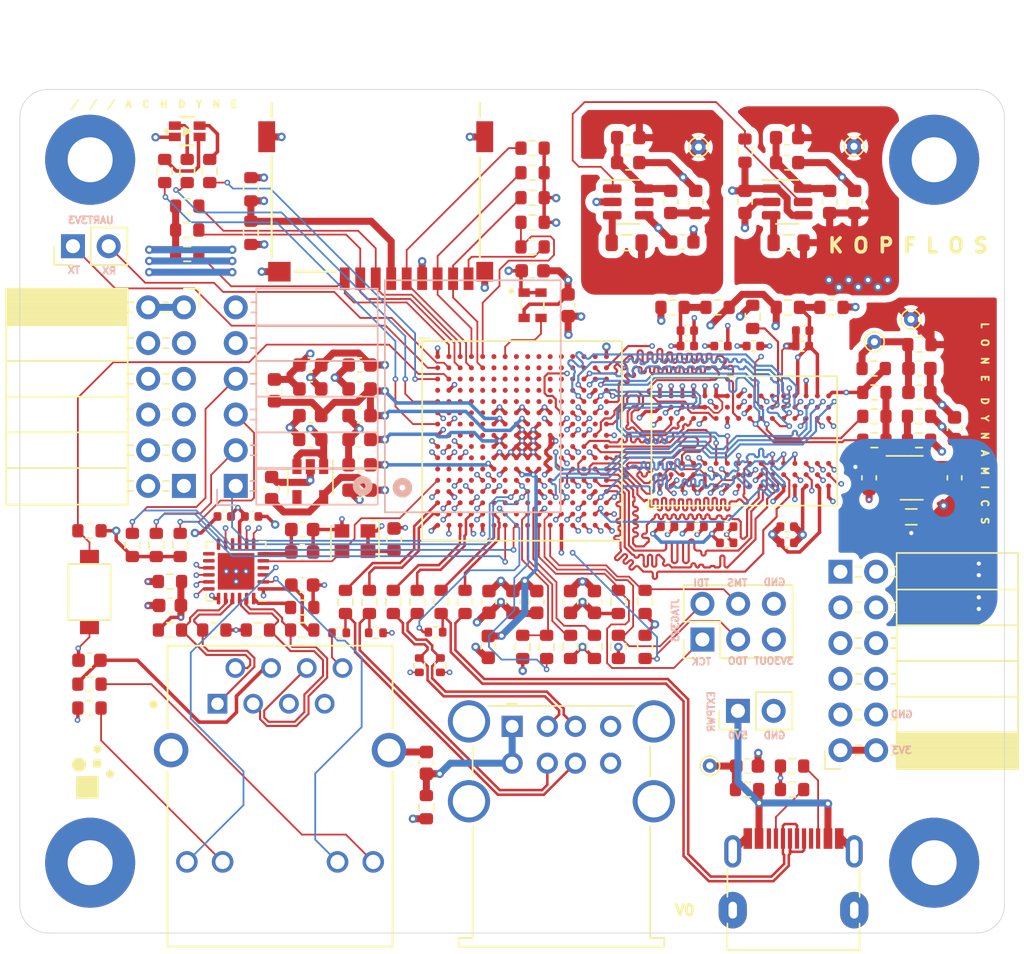
<source format=kicad_pcb>
(kicad_pcb (version 20211014) (generator pcbnew)
  (layers (0 "F.Cu" signal) (1 "In1.Cu" signal) (2 "In2.Cu" signal) (3 "In3.Cu" signal) (4 "In4.Cu" signal) (31 "B.Cu" signal) (34 "B.Paste" user) (35 "F.Paste" user) (36 "B.SilkS" user "B.Silkscreen") (37 "F.SilkS" user "F.Silkscreen") (38 "B.Mask" user) (39 "F.Mask" user) (44 "Edge.Cuts" user))
  (net 0 "")
  (net 1 "GND")
  (net 2 "/PWR5V0")
  (net 3 "Net-(L1-Pad1)")
  (net 4 "Net-(L2-Pad1)")
  (net 5 "Net-(J1-PadB5)")
  (net 6 "Net-(J1-PadA5)")
  (net 7 "/PWR2V5")
  (net 8 "/PWR1V1")
  (net 9 "/SD_DAT2")
  (net 10 "/USB1_DP")
  (net 21 "/CSPI_SCK")
  (net 22 "/CSPI_MISO")
  (net 23 "/CSPI_MOSI")
  (net 24 "/CSPI_SS")
  (net 32 "/JTAG_TCK")
  (net 33 "/JTAG_TDI")
  (net 34 "/JTAG_TDO")
  (net 35 "/JTAG_TMS")
  (net 36 "/USB1_DN")
  (net 39 "/INITN")
  (net 40 "/DONE")
  (net 42 "/SD_MOSI")
  (net 45 "/SD_SS")
  (net 46 "/SD_MISO")
  (net 47 "/SD_SCK")
  (net 49 "Net-(C18-Pad1)")
  (net 74 "/PWR3V3")
  (net 80 "/DRAM_VDD")
  (net 89 "/DRAM_VDDQ")
  (net 91 "/DRAM_VREF")
  (net 95 "/PWR1V35")
  (net 96 "/USB0_CONN_DP")
  (net 97 "/USB0_CONN_DN")
  (net 98 "/USB1_CONN_DP")
  (net 99 "/SD_DAT1")
  (net 100 "/USB1_CONN_DN")
  (net 103 "/USB0_DN")
  (net 104 "/USB0_DP")
  (net 105 "Net-(C45-Pad2)")
  (net 106 "Net-(C52-Pad2)")
  (net 107 "Net-(L3-Pad1)")
  (net 108 "/DRAM_ZQ")
  (net 109 "/DRAM_CK_P")
  (net 110 "/LED_R")
  (net 111 "/LED_G")
  (net 114 "/LED_B")
  (net 115 "/CLK48")
  (net 120 "/USB0_DP_PU")
  (net 122 "/DRAM_DQ0")
  (net 123 "/DRAM_DQ1")
  (net 124 "/DRAM_DQ2")
  (net 125 "/DRAM_DQ3")
  (net 126 "/DRAM_DQ4")
  (net 127 "/DRAM_DQ5")
  (net 128 "/DRAM_DQ6")
  (net 129 "/DRAM_DQ7")
  (net 130 "/DRAM_CK_N")
  (net 131 "/DRAM_A15")
  (net 132 "/DRAM_LDQS_P")
  (net 133 "/DRAM_LDQS_N")
  (net 135 "/DRAM_A10")
  (net 136 "/DRAM_A0")
  (net 137 "/DRAM_A1")
  (net 138 "/DRAM_A2")
  (net 139 "/DRAM_A3")
  (net 140 "/DRAM_A4")
  (net 141 "/DRAM_A5")
  (net 142 "/DRAM_A6")
  (net 143 "/DRAM_A7")
  (net 144 "/DRAM_A8")
  (net 145 "/DRAM_A9")
  (net 146 "/DRAM_A11")
  (net 147 "/DRAM_A12")
  (net 148 "/DRAM_CKE")
  (net 149 "/DRAM_LDM")
  (net 150 "/DRAM_DQ8")
  (net 151 "/DRAM_DQ9")
  (net 152 "/DRAM_DQ10")
  (net 153 "/DRAM_DQ11")
  (net 154 "/DRAM_DQ12")
  (net 155 "/DRAM_DQ13")
  (net 156 "/DRAM_DQ14")
  (net 157 "/DRAM_DQ15")
  (net 158 "/DRAM_UDQS_P")
  (net 159 "/PWR1V1EN")
  (net 160 "/DRAM_UDQS_N")
  (net 161 "/PROGRAMN")
  (net 162 "/RESET")
  (net 163 "/SD_CD")
  (net 173 "/DRAM_UDM")
  (net 175 "/CFG_1")
  (net 176 "/PWR5V0UF")
  (net 179 "/DRAM_BA1")
  (net 180 "Net-(C53-Pad2)")
  (net 181 "/PWR3V3A")
  (net 182 "/E_TX_P")
  (net 183 "/PMOD_A10")
  (net 184 "/PMOD_A9")
  (net 187 "/DRAM_CS#")
  (net 188 "/E_TX_N")
  (net 189 "/E_RX_P")
  (net 190 "/DRAM_ODT")
  (net 192 "/DRAM_CAS#")
  (net 193 "/DRAM_RAS#")
  (net 194 "/DRAM_A14")
  (net 196 "/DRAM_WE#")
  (net 197 "/DRAM_BA2")
  (net 198 "/DRAM_A13")
  (net 199 "/DRAM_BA0")
  (net 200 "/DRAM_RESET#")
  (net 207 "/E_RX_N")
  (net 208 "/LED1")
  (net 209 "/LED2")
  (net 210 "/PMOD_A8")
  (net 211 "/E_TXD0")
  (net 212 "/E_RXD0")
  (net 213 "/E_TXD1")
  (net 214 "/E_RXD1")
  (net 215 "/E_TXEN")
  (net 216 "/E_RST_N")
  (net 217 "/E_CRS_DV")
  (net 218 "/CLK50")
  (net 219 "/PMOD_A7")
  (net 220 "/PMOD_A4")
  (net 221 "/PMOD_A3")
  (net 222 "/PMOD_A2")
  (net 223 "/PMOD_A1")
  (net 224 "/PMOD_B10")
  (net 225 "/PMOD_B9")
  (net 226 "/PMOD_B8")
  (net 227 "/PMOD_B7")
  (net 228 "/PMOD_B4")
  (net 229 "/PMOD_B3")
  (net 236 "Net-(C28-Pad1)")
  (net 237 "Net-(C39-Pad1)")
  (net 238 "/USB2_CONN_DN")
  (net 239 "/USB2_CONN_DP")
  (net 240 "Net-(J3-Pad10)")
  (net 241 "Net-(J3-Pad12)")
  (net 242 "Net-(J5-Pad9)")
  (net 243 "/PMOD_B2")
  (net 244 "/PMOD_B1")
  (net 248 "Net-(R13-Pad2)")
  (net 249 "/USB2_DP")
  (net 250 "/USB2_DN")
  (net 251 "/BTN")
  (net 253 "/UART_TX")
  (net 254 "/UART_RX")
  (net 255 "Net-(D1-Pad4)")
  (net 256 "Net-(D1-Pad3)")
  (net 257 "Net-(D1-Pad2)")
  (footprint "Capacitor_SMD:C_0603_1608Metric" (layer "F.Cu") (at 120.65 124.9 180)
    (fp_text reference "C50" hide)
    (fp_text value "4.7uF" hide)
  )
  (footprint "Capacitor_SMD:C_0603_1608Metric" (layer "F.Cu") (at 117.9 128.35 90)
    (fp_text reference "C54" hide)
    (fp_text value "4.7uF" hide)
  )
  (footprint "KC2016:OSC_KC2016Z13.5600C1KX00" (layer "F.Cu") (at 136.45 115.35)
    (fp_text reference "Y1" hide)
    (fp_text value "KC2016Z48" hide)
  )
  (footprint "Resistor_SMD:R_0603_1608Metric" (layer "F.Cu") (at 143.25 103.428 180)
    (fp_text reference "R52" hide)
    (fp_text value "100K" hide)
  )
  (footprint "TestPoint:TestPoint_THTPad_D1.0mm_Drill0.5mm" (layer "F.Cu") (at 148.25 104.1)
    (fp_text reference "TP4" hide)
    (fp_text value "TP_PWR1V1" hide)
  )
  (footprint "TestPoint:TestPoint_THTPad_D1.0mm_Drill0.5mm" (layer "F.Cu") (at 159.3 104.05)
    (fp_text reference "TP5" hide)
    (fp_text value "TP_PWR3V3" hide)
  )
  (footprint "Package_TO_SOT_SMD:SOT-23-6" (layer "F.Cu") (at 143.25 108)
    (fp_text reference "U6" hide)
    (fp_text value "TLV62568DDC" hide)
  )
  (footprint "Package_TO_SOT_SMD:SOT-23-6" (layer "F.Cu") (at 154.548 108)
    (fp_text reference "U7" hide)
    (fp_text value "TLV62568DDC" hide)
  )
  (footprint "Capacitor_SMD:C_0603_1608Metric" (layer "F.Cu") (at 147.1 110.85)
    (fp_text reference "C48" hide)
    (fp_text value "4.7uF" hide)
  )
  (footprint "Capacitor_SMD:C_0603_1608Metric" (layer "F.Cu") (at 151.55 108 -90)
    (fp_text reference "C49" hide)
    (fp_text value "4.7uF" hide)
  )
  (footprint "Capacitor_SMD:C_0603_1608Metric" (layer "F.Cu") (at 146.272 108 90)
    (fp_text reference "C52" hide)
    (fp_text value "10pF" hide)
  )
  (footprint "Capacitor_SMD:C_0603_1608Metric" (layer "F.Cu") (at 157.572 108 90)
    (fp_text reference "C53" hide)
    (fp_text value "10pF" hide)
  )
  (footprint "Capacitor_SMD:C_0603_1608Metric" (layer "F.Cu") (at 148.05 108 90)
    (fp_text reference "C56" hide)
    (fp_text value "10uF" hide)
  )
  (footprint "Capacitor_SMD:C_0603_1608Metric" (layer "F.Cu") (at 159.35 108 90)
    (fp_text reference "C57" hide)
    (fp_text value "10uF" hide)
  )
  (footprint "Resistor_SMD:R_0603_1608Metric" (layer "F.Cu") (at 154.548 105.206)
    (fp_text reference "R55" hide)
    (fp_text value "47K" hide)
  )
  (footprint "Resistor_SMD:R_0603_1608Metric" (layer "F.Cu") (at 154.548 103.428 180)
    (fp_text reference "R54" hide)
    (fp_text value "210K" hide)
  )
  (footprint "Resistor_SMD:R_0603_1608Metric" (layer "F.Cu") (at 143.25 105.206)
    (fp_text reference "R53" hide)
    (fp_text value "120K" hide)
  )
  (footprint "Package_TO_SOT_SMD:SOT-23-5" (layer "F.Cu") (at 120.65 127.925 -90)
    (fp_text reference "U8" hide)
    (fp_text value "TLV73325PDBV" hide)
  )
  (footprint "LD-LEDS:LED_RGB_0606_CHANZON" (layer "F.Cu") (at 111.9 102.975 90)
    (fp_text reference "D1" hide)
    (fp_text value "LED_RGB_ANODE" hide)
  )
  (footprint "LD-SDCARD:SDCARD" (layer "F.Cu") (at 125.3 102.9625 180)
    (fp_text reference "J5" hide)
    (fp_text value "MICROSD" hide)
  )
  (footprint "Connector_PinHeader_2.54mm:PinHeader_2x03_P2.54mm_Vertical" (layer "F.Cu") (at 148.525 139.125 90)
    (fp_text reference "JTAG1" hide)
    (fp_text value "Conn_02x03_Top_Bottom" hide)
  )
  (footprint "Capacitor_SMD:C_0603_1608Metric" (layer "F.Cu") (at 118.1 121.4 90)
    (fp_text reference "C55" hide)
    (fp_text value "22uF" hide)
  )
  (footprint "Resistor_SMD:R_0402_1005Metric" (layer "F.Cu") (at 129.55 138.6)
    (fp_text reference "R6" hide)
    (fp_text value "1K5" hide)
  )
  (footprint "Resistor_SMD:R_0603_1608Metric" (layer "F.Cu") (at 113.825 138.45 180)
    (fp_text reference "R18" hide)
    (fp_text value "49R9" hide)
  )
  (footprint "Capacitor_SMD:C_0603_1608Metric" (layer "F.Cu") (at 151.7 148.125)
    (fp_text reference "C14" hide)
    (fp_text value "4.7uF" hide)
  )
  (footprint "Resistor_SMD:R_0603_1608Metric" (layer "F.Cu") (at 163.925 124.95)
    (fp_text reference "R46" hide)
    (fp_text value "120K" hide)
  )
  (footprint "Resistor_SMD:R_0603_1608Metric" (layer "F.Cu") (at 142.55 136.45 -90)
    (fp_text reference "R44" hide)
    (fp_text value "4K7" hide)
  )
  (footprint "Resistor_SMD:R_0603_1608Metric" (layer "F.Cu") (at 104.95 142.3)
    (fp_text reference "R30" hide)
    (fp_text value "536R" hide)
  )
  (footprint "Resistor_SMD:R_0603_1608Metric" (layer "F.Cu") (at 128.25 136.45 90)
    (fp_text reference "R23" hide)
    (fp_text value "22R" hide)
  )
  (footprint "Resistor_SMD:R_0603_1608Metric" (layer "F.Cu") (at 111.9 110)
    (fp_text reference "R34" hide)
    (fp_text value "20K" hide)
  )
  (footprint "Resistor_SMD:R_0603_1608Metric" (layer "F.Cu") (at 126.55 136.45 90)
    (fp_text reference "R24" hide)
    (fp_text value "22R" hide)
  )
  (footprint "Capacitor_SMD:C_0603_1608Metric" (layer "F.Cu") (at 120.075 132.9)
    (fp_text reference "C18" hide)
    (fp_text value "470pF" hide)
  )
  (footprint "Resistor_SMD:R_0603_1608Metric" (layer "F.Cu") (at 157.7 115.5)
    (fp_text reference "C31" hide)
    (fp_text value "22uF" hide)
  )
  (footprint "Capacitor_SMD:C_0603_1608Metric" (layer "F.Cu") (at 120.075 135.25)
    (fp_text reference "C19" hide)
    (fp_text value "100nF" hide)
  )
  (footprint "Resistor_SMD:R_0603_1608Metric" (layer "F.Cu") (at 144.45 139.65 -90)
    (fp_text reference "R42" hide)
    (fp_text value "4K7" hide)
  )
  (footprint "Resistor_SMD:R_0603_1608Metric" (layer "F.Cu") (at 136.45 111.2)
    (fp_text reference "R41" hide)
    (fp_text value "100R" hide)
  )
  (footprint "Resistor_SMD:R_0603_1608Metric" (layer "F.Cu") (at 128.9 151.05 90)
    (fp_text reference "FB5" hide)
    (fp_text value "Ferrite_Bead" hide)
  )
  (footprint "Resistor_SMD:R_0603_1608Metric" (layer "F.Cu") (at 146.4 115.5 180)
    (fp_text reference "C25" hide)
    (fp_text value "22uF" hide)
  )
  (footprint "Resistor_SMD:R_0603_1608Metric" (layer "F.Cu") (at 140.85 139.65 90)
    (fp_text reference "R1" hide)
    (fp_text value "4K7" hide)
  )
  (footprint "LD-LOGO:ld-kicad" (layer "F.Cu") (at 105.05 148.6)
    (fp_text reference "G***" hide)
    (fp_text value "LOGO" hide)
  )
  (footprint "Resistor_SMD:R_0603_1608Metric" (layer "F.Cu") (at 160.75 121.55 180)
    (fp_text reference "C28" hide)
    (fp_text value "100nF" hide)
  )
  (footprint "Capacitor_SMD:C_0402_1005Metric" (layer "F.Cu") (at 155.65 117.15 180)
    (fp_text reference "C30" hide)
    (fp_text value "1uF" hide)
  )
  (footprint "Resistor_SMD:R_0603_1608Metric" (layer "F.Cu") (at 109.7 132.4 90)
    (fp_text reference "R11" hide)
    (fp_text value "10K" hide)
  )
  (footprint "Resistor_SMD:R_0603_1608Metric" (layer "F.Cu") (at 123.15 136.45 90)
    (fp_text reference "R25" hide)
    (fp_text value "22R" hide)
  )
  (footprint "Capacitor_SMD:C_0402_1005Metric" (layer "F.Cu") (at 155.63 118.25 180)
    (fp_text reference "C23" hide)
    (fp_text value "100nF" hide)
  )
  (footprint "Resistor_SMD:R_0603_1608Metric" (layer "F.Cu") (at 136.45 107.7 180)
    (fp_text reference "R36" hide)
    (fp_text value "20K" hide)
  )
  (footprint "Resistor_SMD:R_0603_1608Metric" (layer "F.Cu") (at 131.65 136.45 90)
    (fp_text reference "R8" hide)
    (fp_text value "22R" hide)
  )
  (footprint "Resistor_SMD:R_0603_1608Metric" (layer "F.Cu") (at 163.925 123.25 180)
    (fp_text reference "R45" hide)
    (fp_text value "150K" hide)
  )
  (footprint "Resistor_SMD:R_0402_1005Metric" (layer "F.Cu") (at 125.31 138.65)
    (fp_text reference "R22" hide)
    (fp_text value "15K" hide)
  )
  (footprint "Resistor_SMD:R_0603_1608Metric" (layer "F.Cu") (at 136.45 109.45 180)
    (fp_text reference "R35" hide)
    (fp_text value "20K" hide)
  )
  (footprint "Capacitor_SMD:C_0402_1005Metric" (layer "F.Cu") (at 150.25 131.1)
    (fp_text reference "C34" hide)
    (fp_text value "100nF" hide)
  )
  (footprint "Capacitor_SMD:C_0603_1608Metric" (layer "F.Cu") (at 128.9 147.9 90)
    (fp_text reference "C39" hide)
    (fp_text value "10uF" hide)
  )
  (footprint "Resistor_SMD:R_0402_1005Metric" (layer "F.Cu") (at 129.9 140.95 -90)
    (fp_text reference "R27" hide)
    (fp_text value "15K" hide)
  )
  (footprint "Resistor_SMD:R_0603_1608Metric" (layer "F.Cu") (at 120.075 136.85 180)
    (fp_text reference "R13" hide)
    (fp_text value "12K1" hide)
  )
  (footprint "Capacitor_SMD:C_0603_1608Metric" (layer "F.Cu") (at 135.05 136.45 90)
    (fp_text reference "C2" hide)
    (fp_text value "220nF" hide)
  )
  (footprint "Capacitor_SMD:C_0603_1608Metric" (layer "F.Cu") (at 136.45 112.9)
    (fp_text reference "C47" hide)
    (fp_text value "100nF" hide)
  )
  (footprint "Resistor_SMD:R_0603_1608Metric" (layer "F.Cu") (at 151.55 104.35 90)
    (fp_text reference "R51" hide)
    (fp_text value "1K5" hide)
  )
  (footprint "Resistor_SMD:R_0603_1608Metric" (layer "F.Cu") (at 110.675 135 180)
    (fp_text reference "FB2" hide)
    (fp_text value "FerriteBead_Small" hide)
  )
  (footprint "Resistor_SMD:R_0603_1608Metric" (layer "F.Cu") (at 111.9 111.7)
    (fp_text reference "R37" hide)
    (fp_text value "20K" hide)
  )
  (footprint "Inductor_SMD:L_0805_2012Metric" (layer "F.Cu") (at 143.1375 110.9)
    (fp_text reference "L2" hide)
    (fp_text value "INDUCTOR" hide)
  )
  (footprint "Resistor_SMD:R_0603_1608Metric" (layer "F.Cu") (at 116.925 138.45)
    (fp_text reference "R15" hide)
    (fp_text value "49R9" hide)
  )
  (footprint "MountingHole:MountingHole_3.2mm_M3_Pad" (layer "F.Cu") (at 105 155)
    (fp_text reference "H3" hide)
    (fp_text value "MountingHole_Pad" hide)
  )
  (footprint "MountingHole:MountingHole_3.2mm_M3_Pad" (layer "F.Cu") (at 105 105)
    (fp_text reference "H1" hide)
    (fp_text value "MountingHole_Pad" hide)
  )
  (footprint "Capacitor_SMD:C_0603_1608Metric" (layer "F.Cu") (at 160.375 127.625 -90)
    (fp_text reference "C44" hide)
    (fp_text value "4.7uF" hide)
  )
  (footprint "Capacitor_SMD:C_0603_1608Metric" (layer "F.Cu") (at 166.45 127.625 90)
    (fp_text reference "C45" hide)
    (fp_text value "10pF" hide)
  )
  (footprint "MountingHole:MountingHole_3.2mm_M3_Pad" (layer "F.Cu") (at 165 155)
    (fp_text reference "H4" hide)
    (fp_text value "MountingHole_Pad" hide)
  )
  (footprint "Capacitor_SMD:C_0603_1608Metric" (layer "F.Cu") (at 163.95 119.85)
    (fp_text reference "C42" hide)
    (fp_text value "100nF" hide)
  )
  (footprint "Resistor_SMD:R_0603_1608Metric" (layer "F.Cu") (at 144.45 136.45 90)
    (fp_text reference "R43" hide)
    (fp_text value "4K7" hide)
  )
  (footprint "Capacitor_SMD:C_0402_1005Metric" (layer "F.Cu") (at 116.48 130.375)
    (fp_text reference "C17" hide)
    (fp_text value "100nF" hide)
  )
  (footprint "Package_TO_SOT_SMD:SOT-23-6" (layer "F.Cu") (at 163.4 127.625)
    (fp_text reference "U5" hide)
    (fp_text value "TLV62568DDC" hide)
  )
  (footprint "Resistor_SMD:R_0603_1608Metric" (layer "F.Cu") (at 160.7 119.85)
    (fp_text reference "R40" hide)
    (fp_text value "1K" hide)
  )
  (footprint "MountingHole:MountingHole_3.2mm_M3_Pad" (layer "F.Cu") (at 165 105)
    (fp_text reference "H2" hide)
    (fp_text value "MountingHole_Pad" hide)
  )
  (footprint "TestPoint:TestPoint_THTPad_D1.0mm_Drill0.5mm" (layer "F.Cu") (at 160.75 117.95)
    (fp_text reference "TP2" hide)
    (fp_text value "TP_DRAM_VREF" hide)
  )
  (footprint "Capacitor_SMD:C_0402_1005Metric" (layer "F.Cu") (at 154.55 132.25)
    (fp_text reference "C29" hide)
    (fp_text value "1uF" hide)
  )
  (footprint "Capacitor_SMD:C_0603_1608Metric" (layer "F.Cu") (at 139.15 136.45 90)
    (fp_text reference "C13" hide)
    (fp_text value "220nF" hide)
  )
  (footprint "Capacitor_SMD:C_0603_1608Metric" (layer "F.Cu") (at 124.15 126.7)
    (fp_text reference "C8" hide)
    (fp_text value "220nF" hide)
  )
  (footprint "Capacitor_SMD:C_0603_1608Metric" (layer "F.Cu") (at 133.35 136.45 90)
    (fp_text reference "C11" hide)
    (fp_text value "1uF" hide)
  )
  (footprint "Resistor_SMD:R_0603_1608Metric" (layer "F.Cu") (at 154.9 148.125 180)
    (fp_text reference "R10" hide)
    (fp_text value "5K1" hide)
  )
  (footprint "Resistor_SMD:R_0603_1608Metric" (layer "F.Cu") (at 139.15 139.65 90)
    (fp_text reference "R2" hide)
    (fp_text value "4K7" hide)
  )
  (footprint "Capacitor_SMD:C_0603_1608Metric" (layer "F.Cu") (at 163.95 121.55)
    (fp_text reference "C43" hide)
    (fp_text value "1uF" hide)
  )
  (footprint "Oscillator:Oscillator_SMD_Kyocera_KC2520Z-4Pin_2.5x2.0mm" (layer "F.Cu") (at 123.825 132.125 -90)
    (fp_text reference "U4" hide)
    (fp_text value "50MHz" hide)
  )
  (footprint "Capacitor_SMD:C_0603_1608Metric" (layer "F.Cu") (at 110.675 136.7 180)
    (fp_text reference "C21" hide)
    (fp_text value "100nF" hide)
  )
  (footprint "Resistor_SMD:R_0603_1608Metric" (layer "F.Cu") (at 149.6 115.5)
    (fp_text reference "FB3" hide)
    (fp_text value "FerriteBead_Small" hide)
  )
  (footprint "Capacitor_SMD:C_0402_1005Metric" (layer "F.Cu") (at 147.45 117.15)
    (fp_text reference "C24" hide)
    (fp_text value "1uF" hide)
  )
  (footprint "Capacitor_SMD:C_0603_1608Metric" (layer "F.Cu") (at 120.65 121.3)
    (fp_text reference "C7" hide)
    (fp_text value "1uF" hide)
  )
  (footprint "Resistor_SMD:R_0603_1608Metric" (layer "F.Cu") (at 124.85 136.45 90)
    (fp_text reference "R26" hide)
    (fp_text value "22R" hide)
  )
  (footprint "Inductor_SMD:L_0805_2012Metric" (layer "F.Cu") (at 154.65 110.9)
    (fp_text reference "L3" hide)
    (fp_text value "INDUCTOR" hide)
  )
  (footprint "Capacitor_SMD:C_0603_1608Metric" (layer "F.Cu") (at 124.15 123.2)
    (fp_text reference "C10" hide)
    (fp_text value "220nF" hide)
  )
  (footprint "Package_BGA:BGA-96_9.0x13.0mm_Layout2x3x16_P0.8mm" (layer "F.Cu") (at 151.5 125 90)
    (fp_text reference "U3" hide)
    (fp_text value "MT41K64M16TW-107_J-TR" hide)
  )
  (footprint "Resistor_SMD:R_0603_1608Metric" (layer "F.Cu") (at 116.425 110.2 -90)
    (fp_text reference "C41" hide)
    (fp_text value "100nF" hide)
  )
  (footprint "Capacitor_SMD:C_0603_1608Metric" (layer "F.Cu") (at 124.15 121.3)
    (fp_text reference "C9" hide)
    (fp_text value "220nF" hide)
  )
  (footprint "Connector_PinHeader_2.54mm:PinHeader_1x02_P2.54mm_Vertical" (layer "F.Cu") (at 151.05 144.2 90)
    (fp_text reference "J4" hide)
    (fp_text value "EXTPWR" hide)
  )
  (footprint "Capacitor_SMD:C_0402_1005Metric" (layer "F.Cu") (at 147.45 118.25)
    (fp_text reference "C35" hide)
    (fp_text value "100nF" hide)
  )
  (footprint "Resistor_SMD:R_0603_1608Metric" (layer "F.Cu") (at 137.45 139.65 90)
    (fp_text reference "R9" hide)
    (fp_text value "51R" hide)
  )
  (footprint "Capacitor_SMD:C_0402_1005Metric" (layer "F.Cu") (at 152.15 118.25)
    (fp_text reference "C37" hide)
    (fp_text value "100nF" hide)
  )
  (footprint "Connector_USB:USB_A_Wuerth_61400826021_Horizontal_Stacked" (layer "F.Cu") (at 135 145.3)
    (fp_text reference "J2" hide)
    (fp_text value "USB_A_Stacked" hide)
  )
  (footprint "Resistor_SMD:R_0603_1608Metric" (layer "F.Cu") (at 151.7 149.8)
    (fp_text reference "FB1" hide)
    (fp_text value "Ferrite_Bead" hide)
  )
  (footprint "Resistor_SMD:R_0603_1608Metric" (layer "F.Cu") (at 136.45 105.925 180)
    (fp_text reference "R31" hide)
    (fp_text value "20K" hide)
  )
  (footprint "Capacitor_SMD:C_0603_1608Metric" (layer "F.Cu") (at 124.15 128.5)
    (fp_text reference "C3" hide)
    (fp_text value "220nF" hide)
  )
  (footprint "Capacitor_SMD:C_0603_1608Metric" (layer "F.Cu") (at 120.65 119.6 180)
    (fp_text reference "C58" hide)
    (fp_text value "22uF" hide)
  )
  (footprint "Capacitor_SMD:C_0402_1005Metric" (layer "F.Cu") (at 154.55 131.1)
    (fp_text reference "C22" hide)
    (fp_text value "100nF" hide)
  )
  (footprint "Resistor_SMD:R_0603_1608Metric" (layer "F.Cu") (at 136.45 104.175 180)
    (fp_text reference "R32" hide)
    (fp_text value "20K" hide)
  )
  (footprint "Resistor_SMD:R_0603_1608Metric" (layer "F.Cu") (at 129.95 136.45 90)
    (fp_text reference "R7" hide)
    (fp_text value "22R" hide)
  )
  (footprint "Resistor_SMD:R_0603_1608Metric" (layer "F.Cu") (at 160.75 123.25 180)
    (fp_text reference "R21" hide)
    (fp_text value "51R" hide)
  )
  (footprint "Resistor_SMD:R_0402_1005Metric" (layer "F.Cu") (at 122.7 138.65 180)
    (fp_text reference "R19" hide)
    (fp_text value "15K" hide)
  )
  (footprint "LD-CONNECTORS:HANRUN_HR911105A" (layer "F.Cu") (at 118.5 150.0425 180)
    (fp_text reference "J3" hide)
    (fp_text value "HR911105A" hide)
  )
  (footprint "Resistor_SMD:R_0603_1608Metric" (layer "F.Cu") (at 142.55 139.65 90)
    (fp_text reference "R38" hide)
    (fp_text value "4K7" hide)
  )
  (footprint "Resistor_SMD:R_0603_1608Metric" (layer "F.Cu") (at 152.1 116.175 90)
    (fp_text reference "R14" hide)
    (fp_text value "240R" hide)
  )
  (footprint "Capacitor_SMD:C_0603_1608Metric" (layer "F.Cu") (at 140.85 136.45 90)
    (fp_text reference "C15" hide)
    (fp_text value "1uF" hide)
  )
  (footprint "Package_BGA:BGA-256_14.0x14.0mm_Layout16x16_P0.8mm_Ball0.45mm_Pad0.32mm_NSMD" (layer "F.Cu") (at 135.703355 125)
    (fp_text reference "U1" hide)
    (fp_text value "Lattice_ECP_FPGA_ECP5U_45_CABGA256" hide)
  )
  (footprint "LD-PMOD:PMOD_2x06_HOST" (layer "F.Cu") (at 158.335 147 180)
    (fp_text reference "PMOD2" hide)
    (fp_text value "PMOD-Device-x2-Type-1A-GPIO" hide)
  )
  (footprint "Resistor_SMD:R_0603_1608Metric" (layer "F.Cu") (at 110.675 138.45)
    (fp_text reference "R17" hide)
    (fp_text value "49R9" hide)
  )
  (footprint "Capacitor_SMD:C_0402_1005Metric" (layer "F.Cu") (at 114.53 130.375 180)
    (fp_text reference "C16" hide)
    (fp_text value "1uF" hide)
  )
  (footprint "Capacitor_SMD:C_0603_1608Metric" (layer "F.Cu") (at 126.6 132 90)
    (fp_text reference "C36" hide)
    (fp_text value "10nF" hide)
  )
  (footprint "Capacitor_SMD:C_0603_1608Metric" (layer "F.Cu") (at 120.075 131.3)
    (fp_text reference "C20" hide)
    (fp_text value "1uF" hide)
  )
  (footprint "Resistor_SMD:R_0603_1608Metric" (layer "F.Cu") (at 111.4 132.4 90)
    (fp_text reference "R12" hide)
    (fp_text value "10K" hide)
  )
  (footprint "LD-PMOD:PMOD_2x06_HOST" (layer "F.Cu") (at 111.665 115.5)
    (fp_text reference "PMOD1" hide)
    (fp_text value "PMOD-Device-x2-Type-1A-GPIO" hide)
  )
  (footprint "TestPoint:TestPoint_THTPad_D1.0mm_Drill0.5mm" (layer "F.Cu") (at 163.35 116.35)
    (fp_text reference "TP3" hide)
    (fp_text value "TP_PWR1V35" hide)
  )
  (footprint "Resistor_SMD:R_0402_1005Metric" (layer "F.Cu") (at 128.4 140.95 -90)
    (fp_text reference "R28" hide)
    (fp_text value "15K" hide)
  )
  (footprint "Resistor_SMD:R_0603_1608Metric" (layer "F.Cu") (at 104.95 144)
    (fp_text reference "R29" hide)
    (fp_text value "536R" hide)
  )
  (footprint "Capacitor_SMD:C_0402_1005Metric" (layer "F.Cu") (at 150.25 132.25)
    (fp_text reference "C38" hide)
    (fp_text value "1uF" hide)
  )
  (footprint "Connector_PinHeader_2.54mm:PinHeader_1x02_P2.54mm_Vertical" (layer "F.Cu") (at 103.775 111.15 90)
    (fp_text reference "J6" hide)
    (fp_text value "Conn_01x02_Male" hide)
  )
  (footprint "Capacitor_SMD:C_0603_1608Metric" (layer "F.Cu") (at 120.65 123.2)
    (fp_text reference "C12" hide)
    (fp_text value "1uF" hide)
  )
  (footprint "Resistor_SMD:R_0603_1608Metric" (layer "F.Cu") (at 154.6 115.5 180)
    (fp_text reference "FB4" hide)
    (fp_text value "FerriteBead_Small" hide)
  )
  (footprint "Resistor_SMD:R_0603_1608Metric" (layer "F.Cu") (at 163.95 118.15 180)
    (fp_text reference "R39" hide)
    (fp_text value "1K" hide)
  )
  (footprint "LD-CONNECTORS:USB_C_Receptacle_HRO_TYPE-C-31-M-12-BIG-PADS" (layer "F.Cu") (at 155 157.325)
    (fp_text reference "J1" hide)
    (fp_text value "TYPE-C-31-M-12-FIXED" hide)
  )
  (footprint "Resistor_SMD:R_0603_1608Metric" (layer "F.Cu") (at 111.9 105.8 -90)
    (fp_text reference "R49" hide)
    (fp_text value "536R" hide)
  )
  (footprint "TestPoint:TestPoint_THTPad_D1.0mm_Drill0.5mm" (layer "F.Cu") (at 149.05 148.1)
    (fp_text reference "TP1" hide)
    (fp_text value "TP_PWR5V0" hide)
  )
  (footprint "Inductor_SMD:L_0805_2012Metric" (layer "F.Cu") (at 163.375 130.4)
    (fp_text reference "L1" hide)
    (fp_text value "INDUCTOR" hide)
  )
  (footprint "Resistor_SMD:R_0603_1608Metric" (layer "F.Cu") (at 154.9 149.8 180)
    (fp_text reference "R5" hide)
    (fp_text value "5K1" hide)
  )
  (footprint "Resistor_SMD:R_0603_1608Metric" (layer "F.Cu") (at 116.425 107.1 90)
    (fp_text reference "C40" hide)
    (fp_text value "10uF" hide)
  )
  (footprint "Resistor_SMD:R_0603_1608Metric" (layer "F.Cu") (at 113.5 105.8 -90)
    (fp_text reference "R48" hide)
    (fp_text value "536R" hide)
  )
  (footprint "Package_DFN_QFN:QFN-24-1EP_4x4mm_P0.5mm_EP2.6x2.6mm" (layer "F.Cu") (at 115.375 134.275 180)
    (fp_text reference "U2" hide)
    (fp_text value "LAN8720A" hide)
  )
  (footprint "Capacitor_SMD:C_0402_1005Metric" (layer "F.Cu") (at 146.05 131.1)
    (fp_text reference "C32" hide)
    (fp_text value "100nF" hide)
  )
  (footprint "Capacitor_SMD:C_0603_1608Metric" (layer "F.Cu") (at 166.45 124.1 90)
    (fp_text reference "C46" hide)
    (fp_text value "10uF" hide)
  )
  (footprint "Capacitor_SMD:C_0603_1608Metric" (layer "F.Cu") (at 133.3 139.65 -90)
    (fp_text reference "C51" hide)
    (fp_text value "22uF" hide)
  )
  (footprint "Resistor_SMD:R_0603_1608Metric" (layer "F.Cu") (at 135.75 139.65 90)
    (fp_text reference "R3" hide)
    (fp_text value "4K7" hide)
  )
  (footprint "Resistor_SMD:R_0603_1608Metric" (layer "F.Cu") (at 160.75 124.95 180)
    (fp_text reference "R20" hide)
    (fp_text value "51R" hide)
  )
  (footprint "LD-SWITCH:Button_2P_3x4mm" (layer "F.Cu") (at 104.95 135.75 -90)
    (fp_text reference "SW1" hide)
    (fp_text value "SW_Push" hide)
  )
  (footprint "Capacitor_SMD:C_0603_1608Metric" (layer "F.Cu") (at 124.15 119.6)
    (fp_text reference "C5" hide)
    (fp_text value "220nF" hide)
  )
  (footprint "Capacitor_SMD:C_0603_1608Metric" (layer "F.Cu") (at 138.975 115.35 -90)
    (fp_text reference "C6" hide)
    (fp_text value "220nF" hide)
  )
  (footprint "Capacitor_SMD:C_0402_1005Metric" (layer "F.Cu") (at 149.85 118.25)
    (fp_text reference "C27" hide)
    (fp_text value "100nF" hide)
  )
  (footprint "Capacitor_SMD:C_0402_1005Metric" (layer "F.Cu") (at 148.15 131.1)
    (fp_text reference "C26" hide)
    (fp_text value "100nF" hide)
  )
  (footprint "Resistor_SMD:R_0603_1608Metric" (layer "F.Cu") (at 120.075 138.45 180)
    (fp_text reference "R16" hide)
    (fp_text value "49R9" hide)
  )
  (footprint "Resistor_SMD:R_0603_1608Metric" (layer "F.Cu") (at 111.9 108.3)
    (fp_text reference "R33" hide)
    (fp_text value "20K" hide)
  )
  (footprint "Capacitor_SMD:C_0603_1608Metric" (layer "F.Cu") (at 136.75 136.45 90)
    (fp_text reference "C4" hide)
    (fp_text value "220nF" hide)
  )
  (footprint "Capacitor_SMD:C_0603_1608Metric" (layer "F.Cu") (at 104.95 140.6 180)
    (fp_text reference "C33" hide)
    (fp_text value "22nF" hide)
  )
  (footprint "Resistor_SMD:R_0603_1608Metric" (layer "F.Cu") (at 110.3 105.8 -90)
    (fp_text reference "R47" hide)
    (fp_text value "536R" hide)
  )
  (footprint "Capacitor_SMD:C_0603_1608Metric" (layer "F.Cu") (at 124.15 124.9)
    (fp_text reference "C1" hide)
    (fp_text value "220nF" hide)
  )
  (footprint "Resistor_SMD:R_0603_1608Metric" (layer "F.Cu") (at 104.95 131.39)
    (fp_text reference "R50" hide)
    (fp_text value "10K" hide)
  )
  (footprint "Resistor_SMD:R_0603_1608Metric" (layer "F.Cu") (at 108 132.4 90)
    (fp_text reference "R4" hide)
    (fp_text value "1K" hide)
  )
  (footprint "LD-MODULES:MMOD_Host_Socket" (layer "B.Cu") (at 115.35 115.5 180)
    (fp_text reference "MMOD1" hide)
    (fp_text value "PMOD-Device-x1-Type-2-SPI" hide)
  )
  (footprint "LD-MODULES:LD-MMOD" (layer "B.Cu") (at 132.2 121.825 180)
    (fp_text reference "REF**" hide)
    (fp_text value "LD-MMOD" hide)
  )
  (gr_arc (start 100 102) (mid 100.585786 100.585786) (end 102 100) (layer "Edge.Cuts") (width 0.05))
  (gr_arc (start 168 100) (mid 169.414214 100.585786) (end 170 102) (layer "Edge.Cuts") (width 0.05))
  (gr_arc (start 102 160) (mid 100.585786 159.414214) (end 100 158) (layer "Edge.Cuts") (width 0.05))
  (gr_arc (start 170 158) (mid 169.414214 159.414214) (end 168 160) (layer "Edge.Cuts") (width 0.05))
  (gr_line (start 100 102) (end 100 158) (layer "Edge.Cuts") (width 0.05))
  (gr_line (start 102 160) (end 168 160) (layer "Edge.Cuts") (width 0.05))
  (gr_line (start 102 100) (end 168 100) (layer "Edge.Cuts") (width 0.05))
  (gr_line (start 170 102) (end 170 158) (layer "Edge.Cuts") (width 0.05))
  (gr_text "TDO" (at 151.05 140.65) (layer "B.SilkS") (effects (font (size 0.5 0.5) (thickness 0.125)) (justify mirror)))
  (gr_text "3V3" (at 162.7 147) (layer "B.SilkS") (effects (font (size 0.5 0.5) (thickness 0.125)) (justify mirror)))
  (gr_text "GND" (at 153.65 145.95) (layer "B.SilkS") (effects (font (size 0.5 0.5) (thickness 0.125)) (justify mirror)))
  (gr_text "5V0" (at 151.05 145.95) (layer "B.SilkS") (effects (font (size 0.5 0.5) (thickness 0.125)) (justify mirror)))
  (gr_text "TDI" (at 148.45 135.1) (layer "B.SilkS") (effects (font (size 0.5 0.5) (thickness 0.125)) (justify mirror)))
  (gr_text "GND" (at 162.7 144.45) (layer "B.SilkS") (effects (font (size 0.5 0.5) (thickness 0.125)) (justify mirror)))
  (gr_text "RX" (at 106.35 112.9) (layer "B.SilkS") (effects (font (size 0.5 0.5) (thickness 0.125)) (justify mirror)))
  (gr_text "EXTPWR" (at 149.15 144.25 90) (layer "B.SilkS") (effects (font (size 0.5 0.5) (thickness 0.125)) (justify mirror)))
  (gr_text "TX" (at 103.85 112.85) (layer "B.SilkS") (effects (font (size 0.5 0.5) (thickness 0.125)) (justify mirror)))
  (gr_text "JTAG3V3" (at 146.6 137.75 90) (layer "B.SilkS") (effects (font (size 0.5 0.5) (thickness 0.125)) (justify mirror)))
  (gr_text "3V3OUT" (at 153.6 140.65) (layer "B.SilkS") (effects (font (size 0.5 0.5) (thickness 0.125)) (justify mirror)))
  (gr_text "TCK" (at 148.45 140.7) (layer "B.SilkS") (effects (font (size 0.5 0.5) (thickness 0.125)) (justify mirror)))
  (gr_text "UART3V3" (at 105.05 109.3) (layer "B.SilkS") (effects (font (size 0.5 0.5) (thickness 0.125)) (justify mirror)))
  (gr_text "TMS" (at 151 135.1) (layer "B.SilkS") (effects (font (size 0.5 0.5) (thickness 0.125)) (justify mirror)))
  (gr_text "GND" (at 153.65 135.05) (layer "B.SilkS") (effects (font (size 0.5 0.5) (thickness 0.125)) (justify mirror)))
  (gr_text "K O P F L O S" (at 163.15 111.1) (layer "F.SilkS") (effects (font (size 1 1) (thickness 0.25))))
  (gr_text "/  /  /  A  C  H  D  Y  N  E" (at 109.55 101.05) (layer "F.SilkS") (effects (font (size 0.5 0.5) (thickness 0.125))))
  (gr_text "L  O  N  E   D  Y  N  A  M  I  C  S" (at 168.6 123.75 270) (layer "F.SilkS") (effects (font (size 0.5 0.5) (thickness 0.125))))
  (gr_text "V0" (at 147.275 158.375) (layer "F.SilkS") (effects (font (size 0.75 0.75) (thickness 0.1875))))
  (segment (start 120.85 131.3) (end 120.85 132.9) (width 0.25) (layer "F.Cu") (net 1))
  (segment (start 161.15 127.625) (end 160.375 128.4) (width 0.5) (layer "F.Cu") (net 1))
  (segment (start 128.9 147.125) (end 126.3775 147.125) (width 0.5) (layer "F.Cu") (net 1))
  (segment (start 134.175 136.45) (end 133.35 137.275) (width 0.5) (layer "F.Cu") (net 1))
  (segment (start 157.5 129) (end 157.8 129.3) (width 0.25) (layer "F.Cu") (net 1))
  (segment (start 148.63 131.1) (end 148.63 131.17) (width 0.25) (layer "F.Cu") (net 1))
  (segment (start 135.702637 125.799282) (end 135.702637 125.800718) (width 0.25) (layer "F.Cu") (net 1))
  (segment (start 137.3 129.803355) (end 136.903355 130.2) (width 0.25) (layer "F.Cu") (net 1))
  (segment (start 146.3 126.6) (end 146.547487 126.6) (width 0.125) (layer "F.Cu") (net 1))
  (segment (start 146.53 131.17) (end 146.05 131.65) (width 0.25) (layer "F.Cu") (net 1))
  (segment (start 142.1125 108) (end 141 108) (width 0.5) (layer "F.Cu") (net 1))
  (segment (start 123.375 124.9) (end 123.375 126.7) (width 0.5) (layer "F.Cu") (net 1))
  (segment (start 146.106 105.206) (end 147.15 106.25) (width 0.5) (layer "F.Cu") (net 1))
  (segment (start 135.304073 123.8) (end 135.703355 124.199282) (width 0.25) (layer "F.Cu") (net 1))
  (segment (start 151.9 122.6) (end 151.9 122.65) (width 0.25) (layer "F.Cu") (net 1))
  (segment (start 128.4 141.46) (end 127.75 141.46) (width 0.125) (layer "F.Cu") (net 1))
  (segment (start 150.3 128.2) (end 150.3 128.3) (width 0.25) (layer "F.Cu") (net 1))
  (segment (start 134.2 136.45) (end 134.175 136.45) (width 0.5) (layer "F.Cu") (net 1))
  (segment (start 159.35 107.15) (end 158.45 106.25) (width 0.5) (layer "F.Cu") (net 1))
  (segment (start 122.19 138.65) (end 122.19 140.4025) (width 0.125) (layer "F.Cu") (net 1))
  (segment (start 135.05 137.275) (end 136.75 137.275) (width 0.5) (layer "F.Cu") (net 1))
  (segment (start 158.55 115.475) (end 158.525 115.5) (width 0.5) (layer "F.Cu") (net 1))
  (segment (start 150.25 131.65) (end 150.25 131.77) (width 0.25) (layer "F.Cu") (net 1))
  (segment (start 134.102637 125.799282) (end 134.102637 125.800718) (width 0.25) (layer "F.Cu") (net 1))
  (segment (start 129.65 131) (end 129.25 131.4) (width 0.25) (layer "F.Cu") (net 1))
  (segment (start 135.703355 125) (end 135.303355 124.6) (width 0.25) (layer "F.Cu") (net 1))
  (segment (start 146.3 128.2) (end 146.7 127.8) (width 0.25) (layer "F.Cu") (net 1))
  (segment (start 104.125 144) (end 104.125 144.825) (width 0.25) (layer "F.Cu") (net 1))
  (segment (start 136.903355 124.6) (end 136.9 124.6) (width 0.25) (layer "F.Cu") (net 1))
  (segment (start 157.406 105.206) (end 158.45 106.25) (width 0.5) (layer "F.Cu") (net 1))
  (segment (start 140 136.45) (end 139.975 136.45) (width 0.5) (layer "F.Cu") (net 1))
  (segment (start 165.5625 122.4375) (end 165.5875 122.4625) (width 0.5) (layer "F.Cu") (net 1))
  (segment (start 122.475 120.5) (end 123.375 119.6) (width 0.5) (layer "F.Cu") (net 1))
  (segment (start 148.947487 122.6) (end 149.347487 123) (width 0.125) (layer "F.Cu") (net 1))
  (segment (start 129.703355 124.596645) (end 130.1 124.2) (width 0.25) (layer "F.Cu") (net 1))
  (segment (start 126.3775 147.125) (end 126.245 146.9925) (width 0.5) (layer "F.Cu") (net 1))
  (segment (start 148.63 131.17) (end 148.15 131.65) (width 0.25) (layer "F.Cu") (net 1))
  (segment (start 160.375 128.4) (end 160.375 129.175) (width 0.5) (layer "F.Cu") (net 1))
  (segment (start 119.2 120.625) (end 119.2 120.275) (width 0.5) (layer "F.Cu") (net 1))
  (segment (start 133.05 112.9625) (end 133.05 114.1) (width 0.5) (layer "F.Cu") (net 1))
  (segment (start 147.93 116.27) (end 147.95 116.25) (width 0.25) (layer "F.Cu") (net 1))
  (segment (start 164.725 121.6) (end 165.5625 122.4375) (width 0.5) (layer "F.Cu") (net 1))
  (segment (start 154.3 128.2) (end 154.3 128.55) (width 0.25) (layer "F.Cu") (net 1))
  (segment (start 151.9 122.65) (end 151.5 123.05) (width 0.25) (layer "F.Cu") (net 1))
  (segment (start 149.9375 122.710508) (end 149.9375 122.2375) (width 0.125) (layer "F.Cu") (net 1))
  (segment (start 136.503355 125) (end 136.903355 124.6) (width 0.25) (layer "F.Cu") (net 1))
  (segment (start 130.503355 121.4) (end 130.503355 121.396645) (width 0.25) (layer "F.Cu") (net 1))
  (segment (start 136.5 125.003355) (end 136.103355 125.4) (width 0.25) (layer "F.Cu") (net 1))
  (segment (start 152.475 147.225) (end 152.5 147.2) (width 0.5) (layer "F.Cu") (net 1))
  (segment (start 129.703355 131) (end 129.65 131) (width 0.25) (layer "F.Cu") (net 1))
  (segment (start 134.102637 125.799282) (end 134.503355 126.2) (width 0.25) (layer "F.Cu") (net 1))
  (segment (start 147.9 110.8375) (end 147.8875 110.85) (width 0.5) (layer "F.Cu") (net 1))
  (segment (start 104.175 140.6) (end 104.175 139.775) (width 0.25) (layer "F.Cu") (net 1))
  (segment (start 155.17 118.23) (end 155.15 118.25) (width 0.5) (layer "F.Cu") (net 1))
  (segment (start 124.15 124.15) (end 124.125 124.15) (width 0.5) (layer "F.Cu") (net 1))
  (segment (start 150.3 121.8) (end 149.5 121.8) (width 0.25) (layer "F.Cu") (net 1))
  (segment (start 159.925 121.55) (end 158.75 121.55) (width 0.25) (layer "F.Cu") (net 1))
  (segment (start 151.75 153.28) (end 151.595 153.28) (width 0.5) (layer "F.Cu") (net 1))
  (segment (start 136.502637 125.799282) (end 136.103355 125.4) (width 0.25) (layer "F.Cu") (net 1))
  (segment (start 104.125 144.825) (end 104.1 144.85) (width 0.25) (layer "F.Cu") (net 1))
  (segment (start 119.875 123.375) (end 119.2 124.05) (width 0.5) (layer "F.Cu") (net 1))
  (segment (start 134.225 136.45) (end 135.05 137.275) (width 0.5) (layer "F.Cu") (net 1))
  (segment (start 135.85 115.65) (end 136.225 115.275) (width 0.25) (layer "F.Cu") (net 1))
  (segment (start 145.575 116.425) (end 145.6 116.45) (width 0.5) (layer "F.Cu") (net 1))
  (segment (start 129.7 118.996645) (end 129.703355 119) (width 0.25) (layer "F.Cu") (net 1))
  (segment (start 117.35 106.275) (end 116.425 106.275) (width 0.5) (layer "F.Cu") (net 1))
  (segment (start 117.375 111.025) (end 116.425 111.025) (width 0.5) (layer "F.Cu") (net 1))
  (segment (start 130.503355 128.603355) (end 130.9 129) (width 0.25) (layer "F.Cu") (net 1))
  (segment (start 155.17 117.15) (end 155.17 118.23) (width 0.5) (layer "F.Cu") (net 1))
  (segment (start 120.5 127.95) (end 118.2875 127.95) (width 0.5) (layer "F.Cu") (net 1))
  (segment (start 138.975 113.55) (end 138.975 114.575) (width 0.5) (layer "F.Cu") (net 1))
  (segment (start 136.5 124.2) (end 136.503355 124.2) (width 0.25) (layer "F.Cu") (net 1))
  (segment (start 133.35 137.275) (end 133.125 137.275) (width 0.5) (layer "F.Cu") (net 1))
  (segment (start 157.5 128.2) (end 157.5 129) (width 0.25) (layer "F.Cu") (net 1))
  (segment (start 135.702637 125.799282) (end 135.704073 125.799282) (width 0.25) (layer "F.Cu") (net 1))
  (segment (start 135.303355 125.4) (end 135.703355 125) (width 0.25) (layer "F.Cu") (net 1))
  (segment (start 164.75 124.95) (end 165.55 125.75) (width 0.5) (layer "F.Cu") (net 1))
  (segment (start 155.9 120.7) (end 155.9 121.8) (width 0.25) (layer "F.Cu") (net 1))
  (segment (start 104.95 138.25) (end 104.95 138.95) (width 0.125) (layer "F.Cu") (net 1))
  (segment (start 136.9 124.6) (end 136.5 124.2) (width 0.25) (layer "F.Cu") (net 1))
  (segment (start 118.1 120.625) (end 119.2 120.625) (width 0.5) (layer "F.Cu") (net 1))
  (segment (start 136.5 125) (end 136.5 125.003355) (width 0.25) (layer "F.Cu") (net 1))
  (segment (start 140.025 136.45) (end 140.85 137.275) (width 0.5) (layer "F.Cu") (net 1))
  (segment (start 148.7 122.6) (end 148.947487 122.6) (width 0.125) (layer "F.Cu") (net 1))
  (segment (start 155.03 131.1) (end 155.075 131.1) (width 0.5) (layer "F.Cu") (net 1))
  (segment (start 109.9 136.7) (end 109.125 136.7) (width 0.5) (layer "F.Cu") (net 1))
  (segment (start 130.503355 121.396645) (end 130.9 121) (width 0.25) (layer "F.Cu") (net 1))
  (segment (start 119.875 124.8875) (end 119.8625 124.9) (width 0.5) (layer "F.Cu") (net 1))
  (segment (start 152.1 115.35) (end 152 115.35) (width 0.5) (layer "F.Cu") (net 1))
  (segment (start 135.303355 124.599282) (end 135.703355 124.199282) (width 0.25) (layer "F.Cu") (net 1))
  (segment (start 154.075 148.975) (end 154.075 149.8) (width 0.25) (layer "F.Cu") (net 1))
  (segment (start 135.703355 124.199282) (end 135.703355 124.2) (width 0.25) (layer "F.Cu") (net 1))
  (segment (start 135.85 116.25) (end 135.85 115.65) (width 0.25) (layer "F.Cu") (net 1))
  (segment (start 141.7 118.996645) (end 141.703355 119) (width 0.25) (layer "F.Cu") (net 1))
  (segment (start 138.503355 131) (end 138.503355 132.946645) (width 0.25) (layer "F.Cu") (net 1))
  (segment (start 136.504073 125.799282) (end 136.903355 125.4) (width 0.25) (layer "F.Cu") (net 1))
  (segment (start 119.875 123.2) (end 119.875 123.375) (width 0.5) (layer "F.Cu") (net 1))
  (segment (start 151.55 108.7875) (end 152.3375 108) (width 0.5) (layer "F.Cu") (net 1))
  (segment (start 135.303355 125.4) (end 135.702637 125.799282) (width 0.25) (layer "F.Cu") (net 1))
  (segment (start 120.85 136.8) (end 120.9 136.85) (width 0.25) (layer "F.Cu") (net 1))
  (segment (start 132.903355 131) (end 132.903355 131.596645) (width 0.25) (layer "F.Cu") (net 1))
  (segment (start 158.75 121.55) (end 157.75 121.55) (width 0.25) (layer "F.Cu") (net 1))
  (segment (start 136.103355 124.6) (end 136.903355 125.4) (width 0.25) (layer "F.Cu") (net 1))
  (segment (start 145.575 115.5) (end 145.575 116.425) (width 0.5) (layer "F.Cu") (net 1))
  (segment (start 120.85 135.25) (end 120.85 136.8) (width 0.25) (layer "F.Cu") (net 1))
  (segment (start 137.3 129.8) (end 137.3 129.803355) (width 0.25) (layer "F.Cu") (net 1))
  (segment (start 128.6 112.225) (end 128.6 113.4625) (width 0.5) (layer "F.Cu") (net 1))
  (segment (start 133.0375 103.375) (end 133.05 103.3625) (width 0.5) (layer "F.Cu") (net 1))
  (segment (start 145.5 121.8) (end 145.5 121.1) (width 0.25) (layer "F.Cu") (net 1))
  (segment (start 144.0375 105.206) (end 146.106 105.206) (width 0.5) (layer "F.Cu") (net 1))
  (segment (start 134.902637 125.799282) (end 135.303355 126.2) (width 0.25) (layer "F.Cu") (net 1))
  (segment (start 148.7 128.2) (end 148.675 128.2) (width 0.25) (layer "F.Cu") (net 1))
  (segment (start 157.75 121.55) (end 157.5 121.8) (width 0.25) (layer "F.Cu") (net 1))
  (segment (start 150.3 128.3) (end 149.9 128.7) (width 0.25) (layer "F.Cu") (net 1))
  (segment (start 149.9375 122.2375) (end 149.5 121.8) (width 0.125) (layer "F.Cu") (net 1))
  (segment (start 153.3 118.25) (end 152.63 118.25) (width 0.25) (layer "F.Cu") (net 1))
  (segment (start 104.95 138.95) (end 104.15 139.75) (width 0.125) (layer "F.Cu") (net 1))
  (segment (start 155.075 131.1) (end 155.65 131.675) (width 0.5) (layer "F.Cu") (net 1))
  (segment (start 140.503355 121.8) (end 140.903355 121.4) (width 0.25) (layer "F.Cu") (net 1))
  (segment (start 154.1875 118.5625) (end 154.5 118.25) (width 0.125) (layer "F.Cu") (net 1))
  (segment (start 136.225 115.275) (end 138.275 115.275) (width 0.25) (layer "F.Cu") (net 1))
  (segment (start 136.503355 124.2) (end 136.903355 123.8) (width 0.25) (layer "F.Cu") (net 1))
  (segment (start 146.3 121.8) (end 146.3 121.1) (width 0.25) (layer "F.Cu") (net 1))
  (segment (start 137.3 128.996645) (end 136.903355 128.6) (width 0.25) (layer "F.Cu") (net 1))
  (segment (start 117.575 130.375) (end 118.15 130.95) (width 0.25) (layer "F.Cu") (net 1))
  (segment (start 140 136.45) (end 140.025 136.45) (width 0.5) (layer "F.Cu") (net 1))
  (segment (start 122.4 120.5) (end 122.575 120.5) (width 0.5) (layer "F.Cu") (net 1))
  (segment (start 137.3 129) (end 137.3 128.996645) (width 0.25) (layer "F.Cu") (net 1))
  (segment (start 126.45 138.65) (end 125.82 138.65) (width 0.125) (layer "F.Cu") (net 1))
  (segment (start 135.702637 125.799282) (end 136.103355 126.2) (width 0.25) (layer "F.Cu") (net 1))
  (segment (start 120.65 118.8) (end 120.65 118.825) (width 0.5) (layer "F.Cu") (net 1))
  (segment (start 129.7 118.4) (end 129.7 118.996645) (width 0.25) (layer "F.Cu") (net 1))
  (segment (start 149.648008 123) (end 149.9375 122.710508) (width 0.125) (layer "F.Cu") (net 1))
  (segment (start 150.25 131.58) (end 150.73 131.1) (width 0.25) (layer "F.Cu") (net 1))
  (segment (start 104.175 139.775) (end 104.15 139.75) (width 0.25) (layer "F.Cu") (net 1))
  (segment (start 154.3 121.8) (end 154.3 121.552513) (width 0.125) (layer "F.Cu") (net 1))
  (segment (start 117.5625 103.375) (end 117.55 103.3625) (width 0.5) (layer "F.Cu") (net 1))
  (segment (start 155.65 128.45) (end 155.65 131.675) (width 0.25) (layer "F.Cu") (net 1))
  (segment (start 151.95 127.4) (end 152.3 127.05) (width 0.125) (layer "F.Cu") (net 1))
  (segment (start 141.703355 131.003355) (end 142.1 131.4) (width 0.25) (layer "F.Cu") (net 1))
  (segment (start 134.902637 125.800718) (end 134.503355 126.2) (width 0.25) (layer "F.Cu") (net 1))
  (segment (start 147.93 117.15) (end 147.93 118.25) (width 0.25) (layer "F.Cu") (net 1))
  (segment (start 129.703355 124.6) (end 129.703355 124.596645) (width 0.25) (layer "F.Cu") (net 1))
  (segment (start 119.2 120.625) (end 119.875 121.3) (width 0.5) (layer "F.Cu") (net 1))
  (segment (start 151.55 108.7875) (end 151.55 109.85) (width 0.5) (layer "F.Cu") (net 1))
  (segment (start 149.5 121.8) (end 149.5 121.1) (width 0.25) (layer "F.Cu") (net 1))
  (segment (start 147.9 128.2) (end 147.9 128.425) (width 0.25) (layer "F.Cu") (net 1))
  (segment (start 140.503355 129) (end 140.903355 128.6) (width 0.25) (layer "F.Cu") (net 1))
  (segment (start 124.075 129.2) (end 123.375 128.5) (width 0.5) (layer "F.Cu") (net 1))
  (segment (start 135.303355 123.8) (end 135.304073 123.8) (width 0.25) (layer "F.Cu") (net 1))
  (segment (start 126.6 131.175) (end 127.4 131.175) (width 0.25) (layer "F.Cu") (net 1))
  (segment (start 151.9 127.4) (end 151.95 127.4) (width 0.125) (layer "F.Cu") (net 1))
  (segment (start 155.03 132.25) (end 155.075 132.25) (width 0.5) (layer "F.Cu") (net 1))
  (segment (start 136.103355 122.999282) (end 135.703355 122.599282) (width 0.25) (layer "F.Cu") (net 1))
  (segment (start 140.5 121.8) (end 140.503355 121.8) (width 0.25) (layer "F.Cu") (net 1))
  (segment (start 164.725 121.55) (end 164.725 121.6) (width 0.5) (layer "F.Cu") (net 1))
  (segment (start 133.125 137.275) (end 132.5 137.9) (width 0.5) (layer "F.Cu") (net 1))
  (segment (start 159.925 121.45) (end 161.525 119.85) (width 0.5) (layer "F.Cu") (net 1))
  (segment (start 135.301919 125.4) (end 134.902637 125.799282) (width 0.25) (layer "F.Cu") (net 1))
  (segment (start 151.595 153.28) (end 150.68 154.195) (width 0.5) (layer "F.Cu") (net 1))
  (segment (start 135.704073 125.799282) (end 136.103355 125.4) (width 0.25) (layer "F.Cu") (net 1))
  (segment (start 133.175 140.425) (end 132.4 139.65) (width 0.5) (layer "F.Cu") (net 1))
  (segment (start 134.102637 125.800718) (end 133.703355 126.2) (width 0.25) (layer "F.Cu") (net 1))
  (segment (start 134.902637 125.799282) (end 134.902637 125.800718) (width 0.25) (layer "F.Cu") (net 1))
  (segment (start 147.9 122.6) (end 148.7 122.6) (width 0.25) (layer "F.Cu") (net 1))
  (segment (start 120.85 131.3) (end 122.8 131.3) (width 0.25) (layer "F.Cu") (net 1))
  (segment (start 122.9 131.4) (end 122.9 130.55) (width 0.25) (layer "F.Cu") (net 1))
  (segment (start 146.547487 126.6) (end 146.959987 127.0125) (width 0.125) (layer "F.Cu") (net 1))
  (segment (start 152 115.35) (end 151.2 116.15) (width 0.5) (layer "F.Cu") (net 1))
  (segment (start 109.125 136.7) (end 109.1 136.725) (width 0.5) (layer "F.Cu") (net 1))
  (segment (start 154.075 148.975) (end 154.075 148.125) (width 0.25) (layer "F.Cu") (net 1))
  (segment (start 136.103355 123) (end 136.103355 122.999282) (width 0.25) (layer "F.Cu") (net 1))
  (segment (start 136.502637 125.799282) (end 136.903355 126.2) (width 0.25) (layer "F.Cu") (net 1))
  (segment (start 119.8625 124.9) (end 119.8625 124.7125) (width 0.5) (layer "F.Cu") (net 1))
  (segment (start 152.475 148.125) (end 152.475 147.225) (width 0.5) (layer "F.Cu") (net 1))
  (segment (start 134.2 136.45) (end 134.225 136.45) (width 0.5) (layer "F.Cu") (net 1))
  (segment (start 124.15 129.2) (end 124.075 129.2) (width 0.5) (layer "F.Cu") (net 1))
  (segment (start 155.9 128.2) (end 155.65 128.45) (width 0.25) (layer "F.Cu") (net 1))
  (segment (start 123.375 123.2) (end 123.375 123.375) (width 0.5) (layer "F.Cu") (net 1))
  (segment (start 139.975 136.45) (end 139.15 137.275) (width 0.5) (layer "F.Cu") (net 1))
  (segment (start 120.65 118.825) (end 119.875 119.6) (width 0.5) (layer "F.Cu") (net 1))
  (segment (start 118.2875 127.95) (end 117.9 127.5625) (width 0.5) (layer "F.Cu") (net 1))
  (segment (start 112.875 131.55) (end 114.05 130.375) (width 0.25) (layer "F.Cu") (net 1))
  (segment (start 135.703355 124.2) (end 136.103355 124.6) (width 0.25) (layer "F.Cu") (net 1))
  (segment (start 116.96 130.375) (end 117.575 130.375) (width 0.25) (layer "F.Cu") (net 1))
  (segment (start 150.25 131.65) (end 150.25 131.58) (width 0.25) (layer "F.Cu") (net 1))
  (segment (start 150.33 116.805) (end 150.325 116.8) (width 0.25) (layer "F.Cu") (net 1))
  (segment (start 136.103355 124.596645) (end 136.5 124.2) (width 0.25) (layer "F.Cu") (net 1))
  (segment (start 146.959987 127.0125) (end 148.3125 127.0125) (width 0.125) (layer "F.Cu") (net 1))
  (segment (start 135.303355 122.999282) (end 135.703355 122.599282) (width 0.25) (layer "F.Cu") (net 1))
  (segment (start 123.375 123.375) (end 124.15 124.15) (width 0.5) (layer "F.Cu") (net 1))
  (segment (start 152.3375 108) (end 153.4105 108) (width 0.5) (layer "F.Cu") (net 1))
  (segment (start 135.303355 124.6) (end 135.303355 124.599282) (width 0.25) (layer "F.Cu") (net 1))
  (segment (start 132.903355 131.596645) (end 132.9 131.6) (width 0.25) (layer "F.Cu") (net 1))
  (segment (start 148.675 128.2) (end 148.175 128.7) (width 0.25) (layer "F.Cu") (net 1))
  (segment (start 158.25 153.28) (end 158.405 153.28) (width 0.5) (layer "F.Cu") (net 1))
  (segment (start 122.575 120.5) (end 123.375 121.3) (width 0.5) (layer "F.Cu") (net 1))
  (segment (start 135.703355 125) (end 136.103355 125.4) (width 0.25) (layer "F.Cu") (net 1))
  (segment (start 141.7 118.3) (end 141.7 118.996645) (width 0.25) (layer "F.Cu") (net 1))
  (segment (start 135.702637 125.800718) (end 135.303355 126.2) (width 0.25) (layer "F.Cu") (net 1))
  (segment (start 136.103355 124.6) (end 136.103355 124.596645) (width 0.25) (layer "F.Cu") (net 1))
  (segment (start 155.15 118.25) (end 154.5 118.25) (width 0.5) (layer "F.Cu") (net 1))
  (segment (start 138.325 112.9) (end 138.975 113.55) (width 0.5) (layer "F.Cu") (net 1))
  (segment (start 112.45 131.55) (end 112.875 131.55) (width 0.25) (layer "F.Cu") (net 1))
  (segment (start 147.9 109.95) (end 147.9 110.8375) (width 0.5) (layer "F.Cu") (net 1))
  (segment (start 120.65 126.825) (end 120.65 127.8) (width 0.5) (layer "F.Cu") (net 1))
  (segment (start 141.703355 124.6) (end 142.25 124.6) (width 0.125) (layer "F.Cu") (net 1))
  (segment (start 136.5 125) (end 136.503355 125) (width 0.25) (layer "F.Cu") (net 1))
  (segment (start 146.53 131.1) (end 146.53 131.17) (width 0.25) (layer "F.Cu") (net 1))
  (segment (start 149.347487 123) (end 149.648008 123) (width 0.125) (layer "F.Cu") (net 1))
  (segment (start 154.1875 121.440013) (end 154.1875 118.5625) (width 0.125) (layer "F.Cu") (net 1))
  (segment (start 135.703355 125) (end 136.103355 124.6) (width 0.25) (layer "F.Cu") (net 1))
  (segment (start 135.303355 123) (end 135.303355 122.999282) (width 0.25) (layer "F.Cu") (net 1))
  (segment (start 140.5 129) (end 140.503355 129) (width 0.25) (layer "F.Cu") (net 1))
  (segment (start 135.303355 125.4) (end 135.301919 125.4) (width 0.25) (layer "F.Cu") (net 1))
  (segment (start 158.405 153.28) (end 159.32 154.195) (width 0.5) (layer "F.Cu") (net 1))
  (segment (start 133.3 140.425) (end 133.175 140.425) (width 0.5) (layer "F.Cu") (net 1))
  (segment (start 162.2625 127.625) (end 161.15 127.625) (width 0.5) (layer "F.Cu") (net 1))
  (segment (start 124.125 124.15) (end 123.375 124.9) (width 0.5) (layer "F.Cu") (net 1))
  (segment (start 141.703355 131) (end 141.703355 131.003355) (width 0.25) (layer "F.Cu") (net 1))
  (segment (start 148.05 107.15) (end 147.15 106.25) (width 0.5) (layer "F.Cu") (net 1))
  (segment (start 136.502637 125.799282) (end 136.502637 125.800718) (width 0.25) (layer "F.Cu") (net 1))
  (segment (start 119.8625 124.7125) (end 119.2 124.05) (width 0.5) (layer "F.Cu") (net 1))
  (segment (start 136.502637 125.799282) (end 136.504073 125.799282) (width 0.25) (layer "F.Cu") (net 1))
  (segment (start 120.65 127.8) (end 120.5 127.95) (width 0.5) (layer "F.Cu") (net 1))
  (segment (start 122.4 120.5) (end 122.475 120.5) (width 0.5) (layer "F.Cu") (net 1))
  (segment (start 159.4 115.475) (end 158.55 115.475) (width 0.5) (layer "F.Cu") (net 1))
  (segment (start 154.3 121.552513) (end 154.1875 121.440013) (width 0.125) (layer "F.Cu") (net 1))
  (segment (start 129.9 141.46) (end 130.55 141.46) (width 0.125) (layer "F.Cu") (net 1))
  (segment (start 138.503355 132.946645) (end 138.5 132.95) (width 0.25) (layer "F.Cu") (net 1))
  (segment (start 137.275 112.9) (end 138.325 112.9) (width 0.5) (layer "F.Cu") (net 1))
  (segment (start 132 103.375) (end 133.0375 103.375) (width 0.5) (layer "F.Cu") (net 1))
  (segment (start 117.2 112.9625) (end 118.45 112.9625) (width 0.5) (layer "F.Cu") (net 1))
  (segment (start 138.275 115.275) (end 138.975 114.575) (width 0.25) (layer "F.Cu") (net 1))
  (segment (start 148.05 107.2125) (end 148.05 107.15) (width 0.5) (layer "F.Cu") (net 1))
  (segment (start 148.3125 127.0125) (end 148.7 127.4) (width 0.125) (layer "F.Cu") (net 1))
  (segment (start 148.7 127.4) (end 148.7 128.2) (width 0.25) (layer "F.Cu") (net 1))
  (segment (start 159.925 121.55) (end 159.925 121.45) (width 0.5) (layer "F.Cu") (net 1))
  (segment (start 147.9 128.425) (end 148.175 128.7) (width 0.25) (layer "F.Cu") (net 1))
  (segment (start 154.3 128.55) (end 153.55 129.3) (width 0.25) (layer "F.Cu") (net 1))
  (segment (start 122.19 140.4025) (end 122.94 141.1525) (width 0.125) (layer "F.Cu") (net 1))
  (segment (start 164.725 119.85) (end 164.725 121.55) (width 0.5) (layer "F.Cu") (net 1))
  (segment (start 150.33 118.25) (end 150.33 116.805) (width 0.25) (layer "F.Cu") (net 1))
  (segment (start 150.25 131.77) (end 150.73 132.25) (width 0.25) (layer "F.Cu") (net 1))
  (segment (start 165.5875 122.4625) (end 166.45 123.325) (width 0.5) (layer "F.Cu") (net 1))
  (segment (start 159.35 107.2125) (end 159.35 107.15) (width 0.5) (layer "F.Cu") (net 1))
  (segment (start 155.3355 105.206) (end 157.406 105.206) (width 0.5) (layer "F.Cu") (net 1))
  (segment (start 118.6 103.375) (end 117.5625 103.375) (width 0.5) (layer "F.Cu") (net 1))
  (segment (start 147.93 117.15) (end 147.93 116.27) (width 0.25) (layer "F.Cu") (net 1))
  (segment (start 122.8 131.3) (end 122.9 131.4) (width 0.25) (layer "F.Cu") (net 1))
  (segment (start 142.55 137.275) (end 140.85 137.275) (width 0.25) (layer "F.Cu") (net 1))
  (segment (start 155.075 132.25) (end 155.65 131.675) (width 0.5) (layer "F.Cu") (net 1))
  (segment (start 121.65 135.25) (end 120.85 135.25) (width 0.25) (layer "F.Cu") (net 1))
  (segment (start 136.502637 125.800718) (end 136.103355 126.2) (width 0.25) (layer "F.Cu") (net 1))
  (segment (start 119.2 120.275) (end 119.875 119.6) (width 0.5) (layer "F.Cu") (net 1))
  (via (at 153.3 118.25) (size 0.4) (drill 0.2) (layers "F.Cu" "B.Cu") (net 1))
  (via (at 146.05 131.65) (size 0.4) (drill 0.2) (layers "F.Cu" "B.Cu") (net 1))
  (via (at 114.675 134.275) (size 0.4) (drill 0.2) (layers "F.Cu" "B.Cu") (net 1))
  (via (at 137.3 129.8) (size 0.4) (drill 0.2) (layers "F.Cu" "B.Cu") (net 1))
  (via (at 127.75 141.46) (size 0.4) (drill 0.2) (layers "F.Cu" "B.Cu") (net 1))
  (via (at 149.5 121.1) (size 0.4) (drill 0.2) (layers "F.Cu" "B.Cu") (net 1))
  (via (at 145.5 121.1) (size 0.4) (drill 0.2) (layers "F.Cu" "B.Cu") (net 1))
  (via (at 124.15 129.2) (size 0.6) (drill 0.3) (layers "F.Cu" "B.Cu") (net 1))
  (via (at 141 108) (size 0.6) (drill 0.3) (layers "F.Cu" "B.Cu") (net 1))
  (via (at 152.3 127.05) (size 0.4) (drill 0.2) (layers "F.Cu" "B.Cu") (net 1))
  (via (at 165.55 125.75) (size 0.6) (drill 0.3) (layers "F.Cu" "B.Cu") (net 1))
  (via (at 136.5 124.2) (size 0.4) (drill 0.2) (layers "F.Cu" "B.Cu") (net 1))
  (via (at 124.15 124.15) (size 0.6) (drill 0.3) (layers "F.Cu" "B.Cu") (net 1))
  (via (at 109.1 136.725) (size 0.4) (drill 0.2) (layers "F.Cu" "B.Cu") (net 1))
  (via (at 132.4 139.65) (size 0.6) (drill 0.3) (layers "F.Cu" "B.Cu") (net 1))
  (via (at 126.45 138.65) (size 0.4) (drill 0.2) (layers "F.Cu" "B.Cu") (net 1))
  (via (at 136.5 125) (size 0.4) (drill 0.2) (layers "F.Cu" "B.Cu") (net 1))
  (via (at 117.2 112.9625) (size 0.6) (drill 0.3) (layers "F.Cu" "B.Cu") (net 1))
  (via (at 104.15 139.75) (size 0.4) (drill 0.2) (layers "F.Cu" "B.Cu") (net 1))
  (via (at 130.55 141.46) (size 0.4) (drill 0.2) (layers "F.Cu" "B.Cu") (net 1))
  (via (at 137.3 129) (size 0.4) (drill 0.2) (layers "F.Cu" "B.Cu") (net 1))
  (via (at 159.4 115.475) (size 0.6) (drill 0.3) (layers "F.Cu" "B.Cu") (net 1))
  (via (at 122.9 130.55) (size 0.4) (drill 0.2) (layers "F.Cu" "B.Cu") (net 1))
  (via (at 151.2 116.15) (size 0.6) (drill 0.3) (layers "F.Cu" "B.Cu") (net 1))
  (via (at 147.15 106.25) (size 0.6) (drill 0.3) (layers "F.Cu" "B.Cu") (net 1))
  (via (at 152.5 147.2) (size 0.6) (drill 0.3) (layers "F.Cu" "B.Cu") (net 1))
  (via (at 122.4 120.5) (size 0.6) (drill 0.3) (layers "F.Cu" "B.Cu") (net 1))
  (via (at 118.15 130.95) (size 0.6) (drill 0.3) (layers "F.Cu" "B.Cu") (net 1))
  (via (at 141.7 118.3) (size 0.6) (drill 0.3) (layers "F.Cu" "B.Cu") (net 1))
  (via (at 157.8 129.3) (size 0.4) (drill 0.2) (layers "F.Cu" "B.Cu") (net 1))
  (via (at 104.1 144.85) (size 0.4) (drill 0.2) (layers "F.Cu" "B.Cu") (net 1))
  (via (at 148.175 128.7) (size 0.4) (drill 0.2) (layers "F.Cu" "B.Cu") (net 1))
  (via (at 135.702637 125.799282) (size 0.4) (drill 0.2) (layers "F.Cu" "B.Cu") (net 1))
  (via (at 134.902637 125.799282) (size 0.4) (drill 0.2) (layers "F.Cu" "B.Cu") (net 1))
  (via (at 135.703355 125) (size 0.4) (drill 0.2) (layers "F.Cu" "B.Cu") (net 1))
  (via (at 132.9 131.6) (size 0.4) (drill 0.2) (layers "F.Cu" "B.Cu") (net 1))
  (via (at 132 103.375) (size 0.6) (drill 0.3) (layers "F.Cu" "B.Cu") (net 1))
  (via (at 118.6 103.375) (size 0.6) (drill 0.3) (layers "F.Cu" "B.Cu") (net 1))
  (via (at 140.5 129) (size 0.4) (drill 0.2) (layers "F.Cu" "B.Cu") (net 1))
  (via (at 138.975 113.55) (size 0.6) (drill 0.3) (layers "F.Cu" "B.Cu") (net 1))
  (via (at 136.502637 125.799282) (size 0.4) (drill 0.2) (layers "F.Cu" "B.Cu") (net 1))
  (via (at 134.102637 125.799282) (size 0.4) (drill 0.2) (layers "F.Cu" "B.Cu") (net 1))
  (via (at 135.703355 124.199282) (size 0.4) (drill 0.2) (layers "F.Cu" "B.Cu") (net 1))
  (via (at 129.25 131.4) (size 0.4) (drill 0.2) (layers "F.Cu" "B.Cu") (net 1))
  (via (at 130.9 129) (size 0.4) (drill 0.2) (layers "F.Cu" "B.Cu") (net 1))
  (via (at 115.375 134.275) (size 0.4) (drill 0.2) (layers "F.Cu" "B.Cu") (net 1))
  (via (at 147.95 116.25) (size 0.4) (drill 0.2) (layers "F.Cu" "B.Cu") (net 1))
  (via (at 112.45 131.55) (size 0.6) (drill 0.3) (layers "F.Cu" "B.Cu") (net 1))
  (via (at 147.9 109.95) (size 0.6) (drill 0.3) (layers "F.Cu" "B.Cu") (net 1))
  (via (at 149.9 128.7) (size 0.4) (drill 0.2) (layers "F.Cu" "B.Cu") (net 1))
  (via (at 150.25 131.65) (size 0.4) (drill 0.2) (layers "F.Cu" "B.Cu") (net 1))
  (via (at 128.6 112.225) (size 0.6) (drill 0.3) (layers "F.Cu" "B.Cu") (net 1))
  (via (at 155.9 120.7) (size 0.4) (drill 0.2) (layers "F.Cu" "B.Cu") (net 1))
  (via (at 130.9 121) (size 0.4) (drill 0.2) (layers "F.Cu" "B.Cu") (net 1))
  (via (at 151.5 123.05) (size 0.4) (drill 0.2) (layers "F.Cu" "B.Cu") (net 1))
  (via (at 138.5 132.95) (size 0.4) (drill 0.2) (layers "F.Cu" "B.Cu") (net 1))
  (via (at 155.65 131.675) (size 0.6) (drill 0.3) (layers "F.Cu" "B.Cu") (net 1))
  (via (at 134.2 136.45) (size 0.6) (drill 0.3) (layers "F.Cu" "B.Cu") (net 1))
  (via (at 154.5 118.25) (size 0.4) (drill 0.2) (layers "F.Cu" "B.Cu") (net 1))
  (via (at 127.4 131.175) (size 0.4) (drill 0.2) (layers "F.Cu" "B.Cu") (net 1))
  (via (at 132.5 137.9) (size 0.6) (drill 0.3) (layers "F.Cu" "B.Cu") (net 1))
  (via (at 120.65 127.8) (size 0.6) (drill 0.3) (layers "F.Cu" "B.Cu") (net 1))
  (via (at 117.35 106.275) (size 0.6) (drill 0.3) (layers "F.Cu" "B.Cu") (net 1))
  (via (at 142.1 131.4) (size 0.4) (drill 0.2) (layers "F.Cu" "B.Cu") (net 1))
  (via (at 146.3 121.1) (size 0.4) (drill 0.2) (layers "F.Cu" "B.Cu") (net 1))
  (via (at 158.45 106.25) (size 0.6) (drill 0.3) (layers "F.Cu" "B.Cu") (net 1))
  (via (at 140 136.45) (size 0.6) (drill 0.3) (layers "F.Cu" "B.Cu") (net 1))
  (via (at 121.65 135.25) (size 0.4) (drill 0.2) (layers "F.Cu" "B.Cu") (net 1))
  (via (at 165.5625 122.4375) (size 0.6) (drill 0.3) (layers "F.Cu" "B.Cu") (net 1))
  (via (at 148.15 131.65) (size 0.4) (drill 0.2) (layers "F.Cu" "B.Cu") (net 1))
  (via (at 146.7 127.8) (size 0.4) (drill 0.2) (layers "F.Cu" "B.Cu") (net 1))
  (via (at 151.55 109.85) (size 0.6) (drill 0.3) (layers "F.Cu" "B.Cu") (net 1))
  (via (at 154.075 148.975) (size 0.4) (drill 0.2) (layers "F.Cu" "B.Cu") (net 1))
  (via (at 160.375 129.175) (size 0.4) (drill 0.2) (layers "F.Cu" "B.Cu") (net 1))
  (via (at 116.075 134.275) (size 0.4) (drill 0.2) (layers "F.Cu" "B.Cu") (net 1))
  (via (at 150.325 116.8) (size 0.4) (drill 0.2) (layers "F.Cu" "B.Cu") (net 1))
  (via (at 129.7 118.4) (size 0.4) (drill 0.2) (layers "F.Cu" "B.Cu") (net 1))
  (via (at 133.05 114.1) (size 0.6) (drill 0.3) (layers "F.Cu" "B.Cu") (net 1))
  (via (at 119.2 124.05) (size 0.6) (drill 0.3) (layers "F.Cu" "B.Cu") (net 1))
  (via (at 145.6 116.45) (size 0.6) (drill 0.3) (layers "F.Cu" "B.Cu") (net 1))
  (via (at 130.1 124.2) (size 0.4) (drill 0.2) (layers "F.Cu" "B.Cu") (net 1))
  (via (at 115.375 135) (size 0.4) (drill 0.2) (layers "F.Cu" "B.Cu") (net 1))
  (via (at 158.75 121.55) (size 0.4) (drill 0.2) (layers "F.Cu" "B.Cu") (net 1))
  (via (at 135.703355 122.599282) (size 0.4) (drill 0.2) (layers "F.Cu" "B.Cu") (net 1))
  (via (at 153.55 129.3) (size 0.4) (drill 0.2) (layers "F.Cu" "B.Cu") (net 1))
  (via (at 120.65 118.8) (size 0.6) (drill 0.3) (layers "F.Cu" "B.Cu") (net 1))
  (via (at 140.5 121.8) (size 0.4) (drill 0.2) (layers "F.Cu" "B.Cu") (net 1))
  (via (at 142.25 124.6) (size 0.4) (drill 0.2) (layers "F.Cu" "B.Cu") (net 1))
  (via (at 117.375 111.025) (size 0.6) (drill 0.3) (layers "F.Cu" "B.Cu") (net 1))
  (segment (start 151.7125 107.05) (end 151.55 107.2125) (width 0.5) (layer "F.Cu") (net 2))
  (segment (start 163.4 127.357538) (end 163.4 128.15) (width 0.5) (layer "F.Cu") (net 2))
  (segment (start 146.3125 110.7625) (end 145.4 109.85) (width 0.5) (layer "F.Cu") (net 2))
  (segment (start 151.55 107.2125) (end 150.6625 107.2125) (width 0.5) (layer "F.Cu") (net 2))
  (segment (start 154.55 108.6) (end 154.9 108.95) (width 0.5) (layer "F.Cu") (net 2))
  (segment (start 150.6625 107.2125) (end 150.65 107.2) (width 0.5) (layer "F.Cu") (net 2))
  (segment (start 153.4105 107.05) (end 151.7125 107.05) (width 0.5) (layer "F.Cu") (net 2))
  (segment (start 151.55 107.2125) (end 151.55 106.25) (width 0.5) (layer "F.Cu") (net 2))
  (segment (start 154.9 108.95) (end 155.6855 108.95) (width 0.5) (layer "F.Cu") (net 2))
  (segment (start 150.875 149.8) (end 150.875 148.175) (width 0.5) (layer "F.Cu") (net 2))
  (segment (start 150.925 148.125) (end 149.075 148.125) (width 0.5) (layer "F.Cu") (net 2))
  (segment (start 163.4 128.15) (end 163.825 128.575) (width 0.5) (layer "F.Cu") (net 2))
  (segment (start 146.3125 110.85) (end 146.3125 110.7625) (width 0.5) (layer "F.Cu") (net 2))
  (segment (start 163.825 128.575) (end 164.5375 128.575) (width 0.5) (layer "F.Cu") (net 2))
  (segment (start 144.5 108.95) (end 145.4 109.85) (width 0.5) (layer "F.Cu") (net 2))
  (segment (start 162.2625 126.675) (end 162.717462 126.675) (width 0.5) (layer "F.Cu") (net 2))
  (segment (start 149.075 148.125) (end 149.05 148.1) (width 0.5) (layer "F.Cu") (net 2))
  (segment (start 153.4105 107.05) (end 153.864783 107.05) (width 0.5) (layer "F.Cu") (net 2))
  (segment (start 128.9 151.875) (end 127.95 151.875) (width 0.5) (layer "F.Cu") (net 2))
  (segment (start 150.875 148.175) (end 150.925 148.125) (width 0.5) (layer "F.Cu") (net 2))
  (segment (start 153.864783 107.05) (end 154.55 107.735217) (width 0.5) (layer "F.Cu") (net 2))
  (segment (start 162.717462 126.675) (end 163.4 127.357538) (width 0.5) (layer "F.Cu") (net 2))
  (segment (start 164.5375 128.575) (end 163.375 129.7375) (width 0.5) (layer "F.Cu") (net 2))
  (segment (start 162.2625 126.675) (end 160.55 126.675) (width 0.5) (layer "F.Cu") (net 2))
  (segment (start 154.55 107.735217) (end 154.55 108.6) (width 0.5) (layer "F.Cu") (net 2))
  (segment (start 144.3875 108.95) (end 144.5 108.95) (width 0.5) (layer "F.Cu") (net 2))
  (segment (start 160.55 126.675) (end 160.375 126.85) (width 0.5) (layer "F.Cu") (net 2))
  (segment (start 163.375 129.7375) (end 163.375 131.55) (width 0.5) (layer "F.Cu") (net 2))
  (segment (start 151.55 106.25) (end 151.55 105.175) (width 0.5) (layer "F.Cu") (net 2))
  (segment (start 160.375 126.85) (end 159.4 126.85) (width 0.5) (layer "F.Cu") (net 2))
  (via (at 127.95 151.875) (size 0.6) (drill 0.3) (layers "F.Cu" "B.Cu") (net 2))
  (via (at 168.175 134.55) (size 0.6) (drill 0.3) (layers "F.Cu" "B.Cu") (net 2))
  (via (at 168.175 136.95) (size 0.6) (drill 0.3) (layers "F.Cu" "B.Cu") (net 2))
  (via (at 168.175 136.125) (size 0.6) (drill 0.3) (layers "F.Cu" "B.Cu") (net 2))
  (via (at 168.175 133.725) (size 0.6) (drill 0.3) (layers "F.Cu" "B.Cu") (net 2))
  (via (at 159.4 126.85) (size 0.6) (drill 0.3) (layers "F.Cu" "B.Cu") (net 2))
  (via (at 163.375 131.55) (size 0.6) (drill 0.3) (layers "F.Cu" "B.Cu") (net 2))
  (via (at 145.4 109.85) (size 0.6) (drill 0.3) (layers "F.Cu" "B.Cu") (net 2))
  (via (at 150.65 107.2) (size 0.6) (drill 0.3) (layers "F.Cu" "B.Cu") (net 2))
  (segment (start 162.2625 128.575) (end 162.2625 130.35) (width 0.5) (layer "F.Cu") (net 3))
  (segment (start 162.2625 130.35) (end 162.3125 130.4) (width 0.5) (layer "F.Cu") (net 3))
  (segment (start 142.1125 108.95) (end 142.1125 110.8625) (width 0.5) (layer "F.Cu") (net 4))
  (segment (start 142.1125 110.8625) (end 142.075 110.9) (width 0.5) (layer "F.Cu") (net 4))
  (segment (start 156.75 149.15) (end 156.75 153.28) (width 0.125) (layer "F.Cu") (net 5))
  (segment (start 156.75 149.15) (end 155.725 148.125) (width 0.125) (layer "F.Cu") (net 5))
  (segment (start 153.75 151.75) (end 153.75 153.28) (width 0.125) (layer "F.Cu") (net 6))
  (segment (start 155.725 149.8) (end 155.7 149.8) (width 0.125) (layer "F.Cu") (net 6))
  (segment (start 155.7 149.8) (end 153.75 151.75) (width 0.125) (layer "F.Cu") (net 6))
  (segment (start 117.9 129.2) (end 118.75 130.05) (width 0.5) (layer "F.Cu") (net 7))
  (segment (start 118.75 130.05) (end 120.575 130.05) (width 0.5) (layer "F.Cu") (net 7))
  (segment (start 121.6 129.025) (end 121.6 128.82) (width 0.5) (layer "F.Cu") (net 7))
  (segment (start 122.82 127.6) (end 124.025 127.6) (width 0.5) (layer "F.Cu") (net 7))
  (segment (start 134.104073 127.399282) (end 134.503355 127) (width 0.25) (layer "F.Cu") (net 7))
  (segment (start 124.025 127.6) (end 124.925 128.5) (width 0.5) (layer "F.Cu") (net 7))
  (segment (start 121.6 128.82) (end 122.82 127.6) (width 0.5) (layer "F.Cu") (net 7))
  (segment (start 134.102637 127.399282) (end 134.104073 127.399282) (width 0.25) (layer "F.Cu") (net 7))
  (segment (start 117.9 129.1375) (end 117.9 129.2) (width 0.5) (layer "F.Cu") (net 7))
  (segment (start 124.925 128.5) (end 125.95 128.5) (width 0.5) (layer "F.Cu") (net 7))
  (segment (start 120.575 130.05) (end 121.6 129.025) (width 0.5) (layer "F.Cu") (net 7))
  (segment (start 137.7 123.8) (end 137.3 123.4) (width 0.25) (layer "F.Cu") (net 7))
  (segment (start 137.703355 123.8) (end 137.7 123.8) (width 0.25) (layer "F.Cu") (net 7))
  (via (at 137.3 123.4) (size 0.4) (drill 0.2) (layers "F.Cu" "B.Cu") (net 7))
  (via (at 125.95 128.5) (size 0.6) (drill 0.3) (layers "F.Cu" "B.Cu") (net 7))
  (via (at 134.102637 127.399282) (size 0.4) (drill 0.2) (layers "F.Cu" "B.Cu") (net 7))
  (segment (start 124.925 121.3) (end 124.925 123.2) (width 0.5) (layer "F.Cu") (net 8))
  (segment (start 133.475 135.675) (end 134.2 134.95) (width 0.5) (layer "F.Cu") (net 8))
  (segment (start 118.175 122.25) (end 118.1 122.175) (width 0.5) (layer "F.Cu") (net 8))
  (segment (start 124.925 121.3) (end 123.975 122.25) (width 0.5) (layer "F.Cu") (net 8))
  (segment (start 133.703355 123.8) (end 133.703355 123.799282) (width 0.25) (layer "F.Cu") (net 8))
  (segment (start 124.925 123.2) (end 125.95 123.2) (width 0.5) (layer "F.Cu") (net 8))
  (segment (start 121.425 122.925) (end 120.75 122.25) (width 0.5) (layer "F.Cu") (net 8))
  (segment (start 135.702637 127.399282) (end 135.303355 127) (width 0.25) (layer "F.Cu") (net 8))
  (segment (start 146.272 108.7875) (end 146.272 108.828) (width 0.5) (layer "F.Cu") (net 8))
  (segment (start 133.35 135.675) (end 133.475 135.675) (width 0.5) (layer "F.Cu") (net 8))
  (segment (start 136.504073 127.399282) (end 136.903355 127) (width 0.25) (layer "F.Cu") (net 8))
  (segment (start 134.102637 123.4) (end 134.103355 123.4) (width 0.25) (layer "F.Cu") (net 8))
  (segment (start 135.05 135.675) (end 134.925 135.675) (width 0.5) (layer "F.Cu") (net 8))
  (segment (start 135.225 135.625) (end 135.9 134.95) (width 0.5) (layer "F.Cu") (net 8))
  (segment (start 135.05 135.625) (end 134.875 135.625) (width 0.5) (layer "F.Cu") (net 8))
  (segment (start 136.502637 127.399282) (end 136.504073 127.399282) (width 0.25) (layer "F.Cu") (net 8))
  (segment (start 136.575 135.625) (end 135.9 134.95) (width 0.5) (layer "F.Cu") (net 8))
  (segment (start 133.35 135.625) (end 133.525 135.625) (width 0.5) (layer "F.Cu") (net 8))
  (segment (start 136.502637 127.399282) (end 136.103355 127) (width 0.25) (layer "F.Cu") (net 8))
  (segment (start 134.103355 123.4) (end 134.503355 123.8) (width 0.25) (layer "F.Cu") (net 8))
  (segment (start 120.75 122.25) (end 118.175 122.25) (width 0.5) (layer "F.Cu") (net 8))
  (segment (start 134.225 138.875) (end 134.25 138.85) (width 0.5) (layer "F.Cu") (net 8))
  (segment (start 136.75 135.625) (end 136.575 135.625) (width 0.5) (layer "F.Cu") (net 8))
  (segment (start 133.3 138.875) (end 134.225 138.875) (width 0.5) (layer "F.Cu") (net 8))
  (segment (start 122.375 122.25) (end 121.425 123.2) (width 0.5) (layer "F.Cu") (net 8))
  (segment (start 133.703355 123.799282) (end 134.102637 123.4) (width 0.25) (layer "F.Cu") (net 8))
  (segment (start 123.975 122.25) (end 122.375 122.25) (width 0.5) (layer "F.Cu") (net 8))
  (segment (start 134.925 135.675) (end 134.2 134.95) (width 0.5) (layer "F.Cu") (net 8))
  (segment (start 136.1 123.8) (end 135.7 123.4) (width 0.25) (layer "F.Cu") (net 8))
  (segment (start 135.05 135.625) (end 135.225 135.625) (width 0.5) (layer "F.Cu") (net 8))
  (segment (start 121.425 123.2) (end 121.425 122.925) (width 0.5) (layer "F.Cu") (net 8))
  (segment (start 124.925 121.45) (end 125.95 121.45) (width 0.5) (layer "F.Cu") (net 8))
  (segment (start 136.103355 123.8) (end 136.1 123.8) (width 0.25) (layer "F.Cu") (net 8))
  (via (at 125.95 123.2) (size 0.6) (drill 0.3) (layers "F.Cu" "B.Cu") (net 8))
  (via (at 136.502637 127.399282) (size 0.4) (drill 0.2) (layers "F.Cu" "B.Cu") (net 8))
  (via (at 135.9 134.95) (size 0.6) (drill 0.3) (layers "F.Cu" "B.Cu") (net 8))
  (via (at 135.702637 127.399282) (size 0.4) (drill 0.2) (layers "F.Cu" "B.Cu") (net 8))
  (via (at 134.25 138.85) (size 0.6) (drill 0.3) (layers "F.Cu" "B.Cu") (net 8))
  (via (at 125.95 121.45) (size 0.6) (drill 0.3) (layers "F.Cu" "B.Cu") (net 8))
  (via (at 134.102637 123.4) (size 0.4) (drill 0.2) (layers "F.Cu" "B.Cu") (net 8))
  (via (at 134.2 134.95) (size 0.6) (drill 0.3) (layers "F.Cu" "B.Cu") (net 8))
  (via (at 135.7 123.4) (size 0.4) (drill 0.2) (layers "F.Cu" "B.Cu") (net 8))
  (segment (start 135.7 123.4) (end 134.85 124.25) (width 0.25) (layer "B.Cu") (net 8))
  (segment (start 136.7 127.55) (end 136.7 134.15) (width 0.25) (layer "B.Cu") (net 8))
  (segment (start 126.8 122.3) (end 131.95 122.3) (width 0.25) (layer "B.Cu") (net 8))
  (segment (start 133.05 124.25) (end 131.7 122.9) (width 0.25) (layer "B.Cu") (net 8))
  (segment (start 135.9 134.95) (end 135.9 137.2) (width 0.5) (layer "B.Cu") (net 8))
  (segment (start 125.95 121.45) (end 126.8 122.3) (width 0.25) (layer "B.Cu") (net 8))
  (segment (start 135.9 137.2) (end 134.25 138.85) (width 0.5) (layer "B.Cu") (net 8))
  (segment (start 131.95 122.3) (end 133.05 123.4) (width 0.25) (layer "B.Cu") (net 8))
  (segment (start 136.502637 127.399282) (end 135.702637 127.399282) (width 0.25) (layer "B.Cu") (net 8))
  (segment (start 136.549282 127.399282) (end 136.7 127.55) (width 0.25) (layer "B.Cu") (net 8))
  (segment (start 126.25 122.9) (end 125.95 123.2) (width 0.25) (layer "B.Cu") (net 8))
  (segment (start 136.7 134.15) (end 135.9 134.95) (width 0.25) (layer "B.Cu") (net 8))
  (segment (start 134.85 124.25) (end 133.05 124.25) (width 0.25) (layer "B.Cu") (net 8))
  (segment (start 131.7 122.9) (end 126.25 122.9) (width 0.25) (layer "B.Cu") (net 8))
  (segment (start 136.502637 127.399282) (end 136.549282 127.399282) (width 0.25) (layer "B.Cu") (net 8))
  (segment (start 133.05 123.4) (end 134.102637 123.4) (width 0.25) (layer "B.Cu") (net 8))
  (segment (start 123.1 114.5) (end 123.1 113.4625) (width 0.125) (layer "F.Cu") (net 9))
  (segment (start 130.503355 118.153355) (end 127.5 115.15) (width 0.125) (layer "F.Cu") (net 9))
  (segment (start 127.496446 115.153554) (end 123.753554 115.153554) (width 0.125) (layer "F.Cu") (net 9))
  (segment (start 130.503355 119) (end 130.503355 118.153355) (width 0.125) (layer "F.Cu") (net 9))
  (segment (start 112.725 111.7) (end 115.025 114) (width 0.125) (layer "F.Cu") (net 9))
  (segment (start 127.5 115.15) (end 127.496446 115.153554) (width 0.125) (layer "F.Cu") (net 9))
  (segment (start 115.025 114) (end 122.5625 114) (width 0.125) (layer "F.Cu") (net 9))
  (segment (start 123.753554 115.153554) (end 123.1 114.5) (width 0.125) (layer "F.Cu") (net 9))
  (segment (start 122.5625 114) (end 123.1 113.4625) (width 0.125) (layer "F.Cu") (net 9))
  (segment (start 128.476508 134.1649) (end 128.25 134.391408) (width 0.1798) (layer "F.Cu") (net 10))
  (segment (start 131.6149 131.75) (end 131.6149 132.468304) (width 0.1798) (layer "F.Cu") (net 10))
  (segment (start 131.713455 131.651445) (end 131.6149 131.75) (width 0.1798) (layer "F.Cu") (net 10))
  (segment (start 131.6149 132.468304) (end 129.918304 134.1649) (width 0.1798) (layer "F.Cu") (net 10))
  (segment (start 132.103355 130.2) (end 131.713455 130.5899) (width 0.1798) (layer "F.Cu") (net 10))
  (segment (start 129.918304 134.1649) (end 128.476508 134.1649) (width 0.1798) (layer "F.Cu") (net 10))
  (segment (start 128.25 134.391408) (end 128.25 135.625) (width 0.1798) (layer "F.Cu") (net 10))
  (segment (start 131.713455 130.5899) (end 131.713455 131.651445) (width 0.1798) (layer "F.Cu") (net 10))
  (segment (start 112.55 129.7) (end 113.2 129.05) (width 0.125) (layer "F.Cu") (net 21))
  (segment (start 108 130.75) (end 109.05 129.7) (width 0.125) (layer "F.Cu") (net 21))
  (segment (start 113.2 122.73) (end 115.35 120.58) (width 0.125) (layer "F.Cu") (net 21))
  (segment (start 136.1 128.6) (end 135.7 129) (width 0.125) (layer "F.Cu") (net 21))
  (segment (start 113.2 129.05) (end 113.2 122.73) (width 0.125) (layer "F.Cu") (net 21))
  (segment (start 136.103355 128.6) (end 136.1 128.6) (width 0.125) (layer "F.Cu") (net 21))
  (segment (start 108 130.75) (end 108 131.575) (width 0.125) (layer "F.Cu") (net 21))
  (segment (start 109.05 129.7) (end 112.55 129.7) (width 0.125) (layer "F.Cu") (net 21))
  (via (at 108 130.75) (size 0.4) (drill 0.2) (layers "F.Cu" "B.Cu") (net 21))
  (via (at 135.7 129) (size 0.4) (drill 0.2) (layers "F.Cu" "B.Cu") (net 21))
  (segment (start 108.8 129.95) (end 108 130.75) (width 0.125) (layer "B.Cu") (net 21))
  (segment (start 134.6 129.5) (end 134.35 129.25) (width 0.125) (layer "B.Cu") (net 21))
  (segment (start 112.55 129.95) (end 108.8 129.95) (width 0.125) (layer "B.Cu") (net 21))
  (segment (start 133.65 132) (end 133.3 132.35) (width 0.125) (layer "B.Cu") (net 21))
  (segment (start 114.95 132.35) (end 112.55 129.95) (width 0.125) (layer "B.Cu") (net 21))
  (segment (start 135.2 129.5) (end 134.6 129.5) (width 0.125) (layer "B.Cu") (net 21))
  (segment (start 135.7 129) (end 135.2 129.5) (width 0.125) (layer "B.Cu") (net 21))
  (segment (start 134 129.25) (end 133.65 129.6) (width 0.125) (layer "B.Cu") (net 21))
  (segment (start 134.35 129.25) (end 134 129.25) (width 0.125) (layer "B.Cu") (net 21))
  (segment (start 133.65 129.6) (end 133.65 132) (width 0.125) (layer "B.Cu") (net 21))
  (segment (start 133.3 132.35) (end 114.95 132.35) (width 0.125) (layer "B.Cu") (net 21))
  (segment (start 134.503355 131) (end 134.503355 133.596645) (width 0.125) (layer "F.Cu") (net 22))
  (segment (start 112.75 130.75) (end 111.4 130.75) (width 0.125) (layer "F.Cu") (net 22))
  (segment (start 116.65 129.05) (end 116.4625 129.2375) (width 0.125) (layer "F.Cu") (net 22))
  (segment (start 115.35 123.12) (end 116.65 124.42) (width 0.125) (layer "F.Cu") (net 22))
  (segment (start 116.65 124.42) (end 116.65 129.05) (width 0.125) (layer "F.Cu") (net 22))
  (segment (start 116.4625 129.2375) (end 114.2625 129.2375) (width 0.125) (layer "F.Cu") (net 22))
  (segment (start 114.2625 129.2375) (end 112.75 130.75) (width 0.125) (layer "F.Cu") (net 22))
  (segment (start 111.4 131.575) (end 111.4 130.75) (width 0.125) (layer "F.Cu") (net 22))
  (via (at 111.4 130.75) (size 0.4) (drill 0.2) (layers "F.Cu" "B.Cu") (net 22))
  (via (at 134.503355 133.596645) (size 0.4) (drill 0.2) (layers "F.Cu" "B.Cu") (net 22))
  (segment (start 112.642892 130.75) (end 111.4 130.75) (width 0.125) (layer "B.Cu") (net 22))
  (segment (start 115.092892 133.2) (end 112.642892 130.75) (width 0.125) (layer "B.Cu") (net 22))
  (segment (start 134.10671 133.2) (end 115.092892 133.2) (width 0.125) (layer "B.Cu") (net 22))
  (segment (start 134.503355 133.596645) (end 134.10671 133.2) (width 0.125) (layer "B.Cu") (net 22))
  (segment (start 113.6 129.4) (end 113.6 127.41) (width 0.125) (layer "F.Cu") (net 23))
  (segment (start 135.1 132.75) (end 135.1 131.203355) (width 0.125) (layer "F.Cu") (net 23))
  (segment (start 113.6 127.41) (end 115.35 125.66) (width 0.125) (layer "F.Cu") (net 23))
  (segment (start 110.3 130.15) (end 112.85 130.15) (width 0.125) (layer "F.Cu") (net 23))
  (segment (start 109.7 130.75) (end 110.3 130.15) (width 0.125) (layer "F.Cu") (net 23))
  (segment (start 112.85 130.15) (end 113.6 129.4) (width 0.125) (layer "F.Cu") (net 23))
  (segment (start 109.7 131.575) (end 109.7 130.75) (width 0.125) (layer "F.Cu") (net 23))
  (segment (start 135.1 131.203355) (end 135.303355 131) (width 0.125) (layer "F.Cu") (net 23))
  (via (at 135.1 132.75) (size 0.4) (drill 0.2) (layers "F.Cu" "B.Cu") (net 23))
  (via (at 109.7 130.75) (size 0.4) (drill 0.2) (layers "F.Cu" "B.Cu") (net 23))
  (segment (start 135.1 132.75) (end 114.996446 132.75) (width 0.125) (layer "B.Cu") (net 23))
  (segment (start 112.446446 130.2) (end 110.25 130.2) (width 0.125) (layer "B.Cu") (net 23))
  (segment (start 114.996446 132.75) (end 112.446446 130.2) (width 0.125) (layer "B.Cu") (net 23))
  (segment (start 110.25 130.2) (end 109.7 130.75) (width 0.125) (layer "B.Cu") (net 23))
  (segment (start 135.3 128.6) (end 134.9 129) (width 0.125) (layer "F.Cu") (net 24))
  (segment (start 135.303355 128.6) (end 135.3 128.6) (width 0.125) (layer "F.Cu") (net 24))
  (via (at 134.9 129) (size 0.4) (drill 0.2) (layers "F.Cu" "B.Cu") (net 24))
  (segment (start 133.196446 132.1) (end 133.4 131.896446) (width 0.125) (layer "B.Cu") (net 24))
  (segment (start 133.4 129.496447) (end 133.896446 129) (width 0.125) (layer "B.Cu") (net 24))
  (segment (start 115.0875 128.4625) (end 115.35 128.2) (width 0.125) (layer "B.Cu") (net 24))
  (segment (start 116.05 132.1) (end 115.0875 131.1375) (width 0.125) (layer "B.Cu") (net 24))
  (segment (start 116.05 132.1) (end 133.196446 132.1) (width 0.125) (layer "B.Cu") (net 24))
  (segment (start 115.0875 131.1375) (end 115.0875 128.4625) (width 0.125) (layer "B.Cu") (net 24))
  (segment (start 133.4 131.896446) (end 133.4 129.496447) (width 0.125) (layer "B.Cu") (net 24))
  (segment (start 133.896446 129) (end 134.9 129) (width 0.125) (layer "B.Cu") (net 24))
  (segment (start 136.9 133.25) (end 138.1 134.45) (width 0.125) (layer "F.Cu") (net 32))
  (segment (start 143.3 136.375) (end 143.3 137.8) (width 0.125) (layer "F.Cu") (net 32))
  (segment (start 141.75 138.35) (end 141.75 140.8) (width 0.125) (layer "F.Cu") (net 32))
  (segment (start 146.5 141.15) (end 148.525 139.125) (width 0.125) (layer "F.Cu") (net 32))
  (segment (start 136.9 132.8) (end 136.9 133.25) (width 0.125) (layer "F.Cu") (net 32))
  (segment (start 143.3 137.8) (end 143.05 138.05) (width 0.125) (layer "F.Cu") (net 32))
  (segment (start 136.903355 132.796645) (end 136.9 132.8) (width 0.125) (layer "F.Cu") (net 32))
  (segment (start 142.55 135.625) (end 143.3 136.375) (width 0.125) (layer "F.Cu") (net 32))
  (segment (start 143.05 138.05) (end 142.05 138.05) (width 0.125) (layer "F.Cu") (net 32))
  (segment (start 142.05 138.05) (end 141.75 138.35) (width 0.125) (layer "F.Cu") (net 32))
  (segment (start 138.1 134.45) (end 141.575 134.45) (width 0.125) (layer "F.Cu") (net 32))
  (segment (start 142.55 135.425) (end 141.575 134.45) (width 0.125) (layer "F.Cu") (net 32))
  (segment (start 136.903355 131) (end 136.903355 132.796645) (width 0.125) (layer "F.Cu") (net 32))
  (segment (start 142.55 135.625) (end 142.55 135.425) (width 0.125) (layer "F.Cu") (net 32))
  (segment (start 141.75 140.8) (end 142.1 141.15) (width 0.125) (layer "F.Cu") (net 32))
  (segment (start 142.1 141.15) (end 146.5 141.15) (width 0.125) (layer "F.Cu") (net 32))
  (segment (start 143.6 138.2) (end 142.975 138.825) (width 0.125) (layer "F.Cu") (net 33))
  (segment (start 143.6 135.3) (end 143.6 138.2) (width 0.125) (layer "F.Cu") (net 33))
  (segment (start 137.703355 130.2) (end 137.3 130.603355) (width 0.125) (layer "F.Cu") (net 33))
  (segment (start 142.378554 134.9) (end 143.2 134.9) (width 0.125) (layer "F.Cu") (net 33))
  (segment (start 138.2 134.15) (end 141.628554 134.15) (width 0.125) (layer "F.Cu") (net 33))
  (segment (start 145.51 139.6) (end 148.525 136.585) (width 0.125) (layer "F.Cu") (net 33))
  (segment (start 142.975 138.825) (end 142.55 138.825) (width 0.125) (layer "F.Cu") (net 33))
  (segment (start 143.325 139.6) (end 145.51 139.6) (width 0.125) (layer "F.Cu") (net 33))
  (segment (start 143.2 134.9) (end 143.6 135.3) (width 0.125) (layer "F.Cu") (net 33))
  (segment (start 141.628554 134.15) (end 142.378554 134.9) (width 0.125) (layer "F.Cu") (net 33))
  (segment (start 137.3 133.25) (end 138.2 134.15) (width 0.125) (layer "F.Cu") (net 33))
  (segment (start 142.55 138.825) (end 143.325 139.6) (width 0.125) (layer "F.Cu") (net 33))
  (segment (start 137.3 130.603355) (end 137.3 133.25) (width 0.125) (layer "F.Cu") (net 33))
  (segment (start 145.3 140.5) (end 145.3 140.163554) (width 0.125) (layer "F.Cu") (net 34))
  (segment (start 149.746777 137.806777) (end 151.065 139.125) (width 0.125) (layer "F.Cu") (net 34))
  (segment (start 147.656777 137.806777) (end 149.746777 137.806777) (width 0.125) (layer "F.Cu") (net 34))
  (segment (start 145.275 140.475) (end 145.3 140.5) (width 0.125) (layer "F.Cu") (net 34))
  (segment (start 144.45 140.475) (end 145.275 140.475) (width 0.125) (layer "F.Cu") (net 34))
  (segment (start 145.3 140.163554) (end 147.656777 137.806777) (width 0.125) (layer "F.Cu") (net 34))
  (segment (start 136.903355 127.8) (end 136.903355 127.803355) (width 0.125) (layer "F.Cu") (net 34))
  (segment (start 136.903355 127.803355) (end 137.3 128.2) (width 0.125) (layer "F.Cu") (net 34))
  (via (at 139.3 132.95) (size 0.4) (drill 0.2) (layers "F.Cu" "B.Cu") (net 34))
  (via (at 145.3 140.5) (size 0.4) (drill 0.2) (layers "F.Cu" "B.Cu") (net 34))
  (via (at 137.3 128.2) (size 0.4) (drill 0.2) (layers "F.Cu" "B.Cu") (net 34))
  (segment (start 145.3 140.5) (end 145.3 138.95) (width 0.125) (layer "B.Cu") (net 34))
  (segment (start 145.3 138.95) (end 139.3 132.95) (width 0.125) (layer "B.Cu") (net 34))
  (segment (start 137.703355 133.203355) (end 138.35 133.85) (width 0.125) (layer "F.Cu") (net 35))
  (segment (start 137.703355 131) (end 137.703355 133.203355) (width 0.125) (layer "F.Cu") (net 35))
  (segment (start 142.482107 134.65) (end 143.303554 134.65) (width 0.125) (layer "F.Cu") (net 35))
  (segment (start 143.303554 134.65) (end 144.278554 135.625) (width 0.125) (layer "F.Cu") (net 35))
  (segment (start 144.5275 135.5475) (end 150.0275 135.5475) (width 0.125) (layer "F.Cu") (net 35))
  (segment (start 144.45 135.625) (end 144.5275 135.5475) (width 0.125) (layer "F.Cu") (net 35))
  (segment (start 138.35 133.85) (end 141.682108 133.85) (width 0.125) (layer "F.Cu") (net 35))
  (segment (start 150.0275 135.5475) (end 151.065 136.585) (width 0.125) (layer "F.Cu") (net 35))
  (segment (start 141.682108 133.85) (end 142.482107 134.65) (width 0.125) (layer "F.Cu") (net 35))
  (segment (start 144.278554 135.625) (end 144.45 135.625) (width 0.125) (layer "F.Cu") (net 35))
  (segment (start 128.3399 133.8351) (end 126.55 135.625) (width 0.1798) (layer "F.Cu") (net 36))
  (segment (start 131.303355 131.731745) (end 131.2851 131.75) (width 0.1798) (layer "F.Cu") (net 36))
  (segment (start 129.781696 133.8351) (end 128.3399 133.8351) (width 0.1798) (layer "F.Cu") (net 36))
  (segment (start 131.2851 131.75) (end 131.2851 132.331696) (width 0.1798) (layer "F.Cu") (net 36))
  (segment (start 131.2851 132.331696) (end 129.781696 133.8351) (width 0.1798) (layer "F.Cu") (net 36))
  (segment (start 131.303355 131) (end 131.303355 131.731745) (width 0.1798) (layer "F.Cu") (net 36))
  (segment (start 136.103355 131) (end 136.103355 133.453355) (width 0.125) (layer "F.Cu") (net 39))
  (segment (start 136.103355 133.453355) (end 137.85 135.2) (width 0.125) (layer "F.Cu") (net 39))
  (segment (start 138.875 138.825) (end 139.15 138.825) (width 0.125) (layer "F.Cu") (net 39))
  (segment (start 137.85 137.8) (end 138.875 138.825) (width 0.125) (layer "F.Cu") (net 39))
  (segment (start 137.85 135.2) (end 137.85 137.8) (width 0.125) (layer "F.Cu") (net 39))
  (segment (start 125.3 113.4625) (end 125.3 111.3) (width 0.125) (layer "F.Cu") (net 42))
  (segment (start 131.303355 118.053355) (end 127.85 114.6) (width 0.125) (layer "F.Cu") (net 42))
  (segment (start 125.8 114.6) (end 125.3 114.1) (width 0.125) (layer "F.Cu") (net 42))
  (segment (start 131.303355 119) (end 131.303355 118.053355) (width 0.125) (layer "F.Cu") (net 42))
  (segment (start 124.05 110.05) (end 114.475 110.05) (width 0.125) (layer "F.Cu") (net 42))
  (segment (start 127.85 114.6) (end 125.8 114.6) (width 0.125) (layer "F.Cu") (net 42))
  (segment (start 114.475 110.05) (end 112.725 108.3) (width 0.125) (layer "F.Cu") (net 42))
  (segment (start 125.3 114.1) (end 125.3 113.4625) (width 0.125) (layer "F.Cu") (net 42))
  (segment (start 125.3 111.3) (end 124.05 110.05) (width 0.125) (layer "F.Cu") (net 42))
  (segment (start 127.046446 114.903554) (end 124.703554 114.903554) (width 0.125) (layer "F.Cu") (net 45))
  (segment (start 131.303355 119.8) (end 130.9 119.396645) (width 0.125) (layer "F.Cu") (net 45))
  (segment (start 130.9 118.05) (end 127.75 114.9) (width 0.125) (layer "F.Cu") (net 45))
  (segment (start 127.05 114.9) (end 127.046446 114.903554) (width 0.125) (layer "F.Cu") (net 45))
  (segment (start 124.2 113.4625) (end 124.2 111.325) (width 0.125) (layer "F.Cu") (net 45))
  (segment (start 113.05 110.325) (end 112.725 110) (width 0.125) (layer "F.Cu") (net 45))
  (segment (start 127.75 114.9) (end 127.05 114.9) (width 0.125) (layer "F.Cu") (net 45))
  (segment (start 124.2 114.4) (end 124.2 113.4625) (width 0.125) (layer "F.Cu") (net 45))
  (segment (start 124.2 111.325) (end 123.2 110.325) (width 0.125) (layer "F.Cu") (net 45))
  (segment (start 124.703554 114.903554) (end 124.2 114.4) (width 0.125) (layer "F.Cu") (net 45))
  (segment (start 130.9 119.396645) (end 130.9 118.05) (width 0.125) (layer "F.Cu") (net 45))
  (segment (start 123.2 110.325) (end 113.05 110.325) (width 0.125) (layer "F.Cu") (net 45))
  (segment (start 132.103355 119) (end 132.103355 117.003355) (width 0.125) (layer "F.Cu") (net 46))
  (segment (start 129.7 114.6) (end 129.7 113.4625) (width 0.125) (layer "F.Cu") (net 46))
  (segment (start 129.7 111.85) (end 135.625 105.925) (width 0.125) (layer "F.Cu") (net 46))
  (segment (start 129.7 113.4625) (end 129.7 111.85) (width 0.125) (layer "F.Cu") (net 46))
  (segment (start 132.103355 117.003355) (end 129.7 114.6) (width 0.125) (layer "F.Cu") (net 46))
  (segment (start 127.5 113.8) (end 131.725 118.025) (width 0.125) (layer "F.Cu") (net 47))
  (segment (start 131.725 119.421645) (end 132.103355 119.8) (width 0.125) (layer "F.Cu") (net 47))
  (segment (start 127.5 113.4625) (end 127.5 111.425) (width 0.125) (layer "F.Cu") (net 47))
  (segment (start 134.75 104.175) (end 135.625 104.175) (width 0.125) (layer "F.Cu") (net 47))
  (segment (start 131.725 118.025) (end 131.725 119.421645) (width 0.125) (layer "F.Cu") (net 47))
  (segment (start 127.5 113.4625) (end 127.5 113.8) (width 0.125) (layer "F.Cu") (net 47))
  (segment (start 127.5 111.425) (end 134.75 104.175) (width 0.125) (layer "F.Cu") (net 47))
  (segment (start 117.3125 133.025) (end 119.175 133.025) (width 0.25) (layer "F.Cu") (net 49))
  (segment (start 119.175 133.025) (end 119.3 132.9) (width 0.25) (layer "F.Cu") (net 49))
  (segment (start 119.3 132.9) (end 119.3 131.3) (width 0.25) (layer "F.Cu") (net 49))
  (segment (start 134.102637 124.999282) (end 134.102637 125.000718) (width 0.25) (layer "F.Cu") (net 74))
  (segment (start 106.85 132.075) (end 108 133.225) (width 0.25) (layer "F.Cu") (net 74))
  (segment (start 134.102637 125.000718) (end 133.703355 125.4) (width 0.25) (layer "F.Cu") (net 74))
  (segment (start 135.85 114.45) (end 137.05 114.45) (width 0.25) (layer "F.Cu") (net 74))
  (segment (start 124.925 126.7) (end 125.95 126.7) (width 0.5) (layer "F.Cu") (net 74))
  (segment (start 116 130.375) (end 116 130.25) (width 0.25) (layer "F.Cu") (net 74))
  (segment (start 124.925 119.6) (end 125.95 119.6) (width 0.5) (layer "F.Cu") (net 74))
  (segment (start 109.1 135) (end 109.85 135) (width 0.5) (layer "F.Cu") (net 74))
  (segment (start 137.303355 122.6) (end 137.703355 123) (width 0.25) (layer "F.Cu") (net 74))
  (segment (start 139.975 139.65) (end 139.15 140.475) (width 0.25) (layer "F.Cu") (net 74))
  (segment (start 120.65 124.15) (end 120.6875 124.15) (width 0.5) (layer "F.Cu") (net 74))
  (segment (start 138.975 116.125) (end 139.875 116.125) (width 0.5) (layer "F.Cu") (net 74))
  (segment (start 140.025 139.65) (end 140.85 140.475) (width 0.25) (layer "F.Cu") (net 74))
  (segment (start 120.6875 124.15) (end 121.4375 124.9) (width 0.5) (layer "F.Cu") (net 74))
  (segment (start 119.7 126.17) (end 120.02 125.85) (width 0.5) (layer "F.Cu") (net 74))
  (segment (start 110.995 103.4) (end 111.02 103.375) (width 0.25) (layer "F.Cu") (net 74))
  (segment (start 124.075 118.75) (end 122.275 118.75) (width 0.5) (layer "F.Cu") (net 74))
  (segment (start 115.625 132.3375) (end 115.625 130.75) (width 0.25) (layer "F.Cu") (net 74))
  (segment (start 137.275 107.7) (end 137.275 109.45) (width 0.25) (layer "F.Cu") (net 74))
  (segment (start 142.55 139.65) (end 142.55 140.475) (width 0.25) (layer "F.Cu") (net 74))
  (segment (start 134.104073 124.999282) (end 134.503355 124.6) (width 0.25) (layer "F.Cu") (net 74))
  (segment (start 137.275 105.925) (end 137.275 104.175) (width 0.25) (layer "F.Cu") (net 74))
  (segment (start 106.85 131.39) (end 106.85 132.075) (width 0.25) (layer "F.Cu") (net 74))
  (segment (start 120.65 120.525) (end 121.425 121.3) (width 0.5) (layer "F.Cu") (net 74))
  (segment (start 134.102637 122.599282) (end 134.503355 123) (width 0.25) (layer "F.Cu") (net 74))
  (segment (start 137.275 109.45) (end 138.1 109.45) (width 0.25) (layer "F.Cu") (net 74))
  (segment (start 108 133.225) (end 109.7 133.225) (width 0.25) (layer "F.Cu") (net 74))
  (segment (start 116.425 109.375) (end 124.975 109.375) (width 0.5) (layer "F.Cu") (net 74))
  (segment (start 136.903355 123) (end 136.903355 122.996645) (width 0.25) (layer "F.Cu") (net 74))
  (segment (start 139.875 116.125) (end 139.9 116.15) (width 0.5) (layer "F.Cu") (net 74))
  (segment (start 144.45 137.35) (end 145.15 138.05) (width 0.25) (layer "F.Cu") (net 74))
  (segment (start 137.3 122.6) (end 137.303355 122.6) (width 0.25) (layer "F.Cu") (net 74))
  (segment (start 105.775 131.39) (end 106.85 131.39) (width 0.25) (layer "F.Cu") (net 74))
  (segment (start 110.775 111.4) (end 111.075 111.7) (width 0.5) (layer "F.Cu") (net 74))
  (segment (start 116.425 107.925) (end 116.425 109.375) (width 0.5) (layer "F.Cu") (net 74))
  (segment (start 126.575 132.85) (end 126.6 132.825) (width 0.25) (layer "F.Cu") (net 74))
  (segment (start 119.7 126.825) (end 119.7 126.17) (width 0.5) (layer "F.Cu") (net 74))
  (segment (start 109.2 111.4) (end 110.775 111.4) (width 0.5) (layer "F.Cu") (net 74))
  (segment (start 115.01 130.24) (end 115.5 129.75) (width 0.25) (layer "F.Cu") (net 74))
  (segment (start 138.1 109.45) (end 138.125 109.475) (width 0.25) (layer "F.Cu") (net 74))
  (segment (start 135.75 141.35) (end 135.75 140.475) (width 0.25) (layer "F.Cu") (net 74))
  (segment (start 124.925 124.9) (end 125.95 124.9) (width 0.5) (layer "F.Cu") (net 74))
  (segment (start 134.102637 122.600718) (end 133.703355 123) (width 0.25) (layer "F.Cu") (net 74))
  (segment (start 134.102637 124.999282) (end 133.703355 124.6) (width 0.25) (layer "F.Cu") (net 74))
  (segment (start 134.75 112.9) (end 135.625 112.9) (width 0.25) (layer "F.Cu") (net 74))
  (segment (start 158.335 147) (end 160.875 147) (width 0.5) (layer "F.Cu") (net 74))
  (segment (start 121.28 125.85) (end 121.6 126.17) (width 0.5) (layer "F.Cu") (net 74))
  (segment (start 115.625 130.75) (end 116 130.375) (width 0.25) (layer "F.Cu") (net 74))
  (segment (start 144.45 138.825) (end 144.45 138.75) (width 0.25) (layer "F.Cu") (net 74))
  (segment (start 121.6 125.0625) (end 121.4375 124.9) (width 0.5) (layer "F.Cu") (net 74))
  (segment (start 117.35 107.925) (end 116.425 107.925) (width 0.5) (layer "F.Cu") (net 74))
  (segment (start 138.975 117.425) (end 139 117.45) (width 0.5) (layer "F.Cu") (net 74))
  (segment (start 133.703355 127) (end 133.7 127) (width 0.25) (layer "F.Cu") (net 74))
  (segment (start 136.903355 122.996645) (end 137.3 122.6) (width 0.25) (layer "F.Cu") (net 74))
  (segment (start 133.7 127) (end 133.3 126.6) (width 0.25) (layer "F.Cu") (net 74))
  (segment (start 135.625 112.9) (end 135.625 114.225) (width 0.25) (layer "F.Cu") (net 74))
  (segment (start 111.075 110) (end 111.075 111.7) (width 0.5) (layer "F.Cu") (net 74))
  (segment (start 144.45 138.75) (end 145.15 138.05) (width 0.25) (layer "F.Cu") (net 74))
  (segment (start 109.7 133.225) (end 111.4 133.225) (width 0.25) (layer "F.Cu") (net 74))
  (segment (start 138.1 107.7) (end 138.125 107.725) (width 0.25) (layer "F.Cu") (net 74))
  (segment (start 140 139.65) (end 139.975 139.65) (width 0.25) (layer "F.Cu") (net 74))
  (segment (start 124.975 109.375) (end 126.4 110.8) (width 0.5) (layer "F.Cu") (net 74))
  (segment (start 116 130.25) (end 115.5 129.75) (width 0.25) (layer "F.Cu") (net 74))
  (segment (start 140 139.65) (end 140.025 139.65) (width 0.25) (layer "F.Cu") (net 74))
  (segment (start 122.275 118.75) (end 121.425 119.6) (width 0.5) (layer "F.Cu") (net 74))
  (segment (start 137.275 105.925) (end 137.275 107.7) (width 0.25) (layer "F.Cu") (net 74))
  (segment (start 144.45 137.275) (end 144.45 137.35) (width 0.25) (layer "F.Cu") (net 74))
  (segment (start 138.975 116.125) (end 138.975 117.425) (width 0.5) (layer "F.Cu") (net 74))
  (segment (start 137.275 107.7) (end 138.1 107.7) (width 0.25) (layer "F.Cu") (net 74))
  (segment (start 124.75 131.4) (end 125.375 131.4) (width 0.25) (layer "F.Cu") (net 74))
  (segment (start 135.625 114.225) (end 135.85 114.45) (width 0.25) (layer "F.Cu") (net 74))
  (segment (start 109.65 103.4) (end 110.995 103.4) (width 0.25) (layer "F.Cu") (net 74))
  (segment (start 124.75 132.85) (end 124.75 131.4) (width 0.25) (layer "F.Cu") (net 74))
  (segment (start 125.375 131.4) (end 125.725 131.05) (width 0.25) (layer "F.Cu") (net 74))
  (segment (start 121.6 126.825) (end 121.6 125.0625) (width 0.5) (layer "F.Cu") (net 74))
  (segment (start 111.075 110) (end 111.075 108.3) (width 0.5) (layer "F.Cu") (net 74))
  (segment (start 120.02 125.85) (end 121.28 125.85) (width 0.5) (layer "F.Cu") (net 74))
  (segment (start 126.4 110.8) (end 126.4 113.4625) (width 0.5) (layer "F.Cu") (net 74))
  (segment (start 134.102637 124.999282) (end 134.104073 124.999282) (width 0.25) (layer "F.Cu") (net 74))
  (segment (start 121.6 126.17) (end 121.6 126.825) (width 0.5) (layer "F.Cu") (net 74))
  (segment (start 134.102637 124.999282) (end 134.503355 125.4) (width 0.25) (layer "F.Cu") (net 74))
  (segment (start 120.65 120.5) (end 120.65 120.525) (width 0.5) (layer "F.Cu") (net 74))
  (segment (start 124.925 119.6) (end 124.075 118.75) (width 0.5) (layer "F.Cu") (net 74))
  (segment (start 134.102637 122.599282) (end 134.102637 122.600718) (width 0.25) (layer "F.Cu") (net 74))
  (segment (start 115.01 130.375) (end 115.01 130.24) (width 0.25) (layer "F.Cu") (net 74))
  (segment (start 121.425 119.725) (end 120.65 120.5) (width 0.5) (layer "F.Cu") (net 74))
  (segment (start 124.75 132.85) (end 126.575 132.85) (width 0.25) (layer "F.Cu") (net 74))
  (via (at 161 114.05) (size 0.6) (drill 0.3) (layers "F.Cu" "B.Cu") (net 74))
  (via (at 157.525 113.55) (size 0.6) (drill 0.3) (layers "F.Cu" "B.Cu") (net 74))
  (via (at 115.1 112.2) (size 0.6) (drill 0.3) (layers "F.Cu" "B.Cu") (net 74))
  (via (at 161.7 113.55) (size 0.6) (drill 0.3) (layers "F.Cu" "B.Cu") (net 74))
  (via (at 135.75 141.35) (size 0.6) (drill 0.3) (layers "F.Cu" "B.Cu") (net 74))
  (via (at 109.2 113) (size 0.6) (drill 0.3) (layers "F.Cu" "B.Cu") (net 74))
  (via (at 109.1 135) (size 0.4) (drill 0.2) (layers "F.Cu" "B.Cu") (net 74))
  (via (at 120.65 120.5) (size 0.6) (drill 0.3) (layers "F.Cu" "B.Cu") (net 74))
  (via (at 109.2 112.2) (size 0.6) (drill 0.3) (layers "F.Cu" "B.Cu") (net 74))
  (via (at 109.2 111.4) (size 0.6) (drill 0.3) (layers "F.Cu" "B.Cu") (net 74))
  (via (at 158.225 114.075) (size 0.6) (drill 0.3) (layers "F.Cu" "B.Cu") (net 74))
  (via (at 138.125 107.725) (size 0.6) (drill 0.3) (layers "F.Cu" "B.Cu") (net 74))
  (via (at 115.1 111.4) (size 0.6) (drill 0.3) (layers "F.Cu" "B.Cu") (net 74))
  (via (at 139.9 116.15) (size 0.6) (drill 0.3) (layers "F.Cu" "B.Cu") (net 74))
  (via (at 125.95 124.9) (size 0.6) (drill 0.3) (layers "F.Cu" "B.Cu") (net 74))
  (via (at 106.85 131.39) (size 0.6) (drill 0.3) (layers "F.Cu" "B.Cu") (net 74))
  (via (at 115.5 129.75) (size 0.4) (drill 0.2) (layers "F.Cu" "B.Cu") (net 74))
  (via (at 159.6 114.05) (size 0.6) (drill 0.3) (layers "F.Cu" "B.Cu") (net 74))
  (via (at 134.102637 122.599282) (size 0.4) (drill 0.2) (layers "F.Cu" "B.Cu") (net 74))
  (via (at 125.725 131.05) (size 0.4) (drill 0.2) (layers "F.Cu" "B.Cu") (net 74))
  (via (at 158.925 113.55) (size 0.6) (drill 0.3) (layers "F.Cu" "B.Cu") (net 74))
  (via (at 138.125 109.475) (size 0.6) (drill 0.3) (layers "F.Cu" "B.Cu") (net 74))
  (via (at 109.65 103.4) (size 0.6) (drill 0.3) (layers "F.Cu" "B.Cu") (net 74))
  (via (at 140 139.65) (size 0.6) (drill 0.3) (layers "F.Cu" "B.Cu") (net 74))
  (via (at 125.95 126.7) (size 0.6) (drill 0.3) (layers "F.Cu" "B.Cu") (net 74))
  (via (at 137.3 122.6) (size 0.4) (drill 0.2) (layers "F.Cu" "B.Cu") (net 74))
  (via (at 134.102637 124.999282) (size 0.4) (drill 0.2) (layers "F.Cu" "B.Cu") (net 74))
  (via (at 125.95 119.6) (size 0.6) (drill 0.3) (layers "F.Cu" "B.Cu") (net 74))
  (via (at 145.15 138.05) (size 0.6) (drill 0.3) (layers "F.Cu" "B.Cu") (net 74))
  (via (at 160.3 113.55) (size 0.6) (drill 0.3) (layers "F.Cu" "B.Cu") (net 74))
  (via (at 117.35 107.925) (size 0.6) (drill 0.3) (layers "F.Cu" "B.Cu") (net 74))
  (via (at 134.75 112.9) (size 0.6) (drill 0.3) (layers "F.Cu" "B.Cu") (net 74))
  (via (at 133.3 126.6) (size 0.4) (drill 0.2) (layers "F.Cu" "B.Cu") (net 74))
  (via (at 120.65 124.15) (size 0.6) (drill 0.3) (layers "F.Cu" "B.Cu") (net 74))
  (via (at 139 117.45) (size 0.6) (drill 0.3) (layers "F.Cu" "B.Cu") (net 74))
  (via (at 115.1 113) (size 0.6) (drill 0.3) (layers "F.Cu" "B.Cu") (net 74))
  (via (at 142.55 139.65) (size 0.6) (drill 0.3) (layers "F.Cu" "B.Cu") (net 74))
  (segment (start 125.95 124.9) (end 126.325 124.525) (width 0.25) (layer "B.Cu") (net 74))
  (segment (start 109.125 115.5) (end 111.665 115.5) (width 0.5) (layer "B.Cu") (net 74))
  (segment (start 129.625 124.525) (end 129.8 124.7) (width 0.25) (layer "B.Cu") (net 74))
  (segment (start 125.95 126.7) (end 133.2 126.7) (width 0.25) (layer "B.Cu") (net 74))
  (segment (start 132.9 125) (end 134.101919 125) (width 0.25) (layer "B.Cu") (net 74))
  (segment (start 126.325 124.525) (end 129.625 124.525) (width 0.25) (layer "B.Cu") (net 74))
  (segment (start 115.1 112.2) (end 109.2 112.2) (width 0.5) (layer "B.Cu") (net 74))
  (segment (start 109.2 111.4) (end 115.1 111.4) (width 0.5) (layer "B.Cu") (net 74))
  (segment (start 133.2 126.7) (end 133.3 126.6) (width 0.25) (layer "B.Cu") (net 74))
  (segment (start 134.101919 125) (end 134.102637 124.999282) (width 0.25) (layer "B.Cu") (net 74))
  (segment (start 130.35 124.7) (end 130.65 124.4) (width 0.25) (layer "B.Cu") (net 74))
  (segment (start 129.8 124.7) (end 130.35 124.7) (width 0.25) (layer "B.Cu") (net 74))
  (segment (start 130.65 124.4) (end 132.3 124.4) (width 0.25) (layer "B.Cu") (net 74))
  (segment (start 109.2 113) (end 115.1 113) (width 0.5) (layer "B.Cu") (net 74))
  (segment (start 132.3 124.4) (end 132.9 125) (width 0.25) (layer "B.Cu") (net 74))
  (segment (start 152.2625 119.4375) (end 152.7 119) (width 0.125) (layer "F.Cu") (net 80))
  (segment (start 152.7 127.4) (end 152.3 127.8) (width 0.25) (layer "F.Cu") (net 80))
  (segment (start 155.45 132.9) (end 156.85 131.5) (width 0.25) (layer "F.Cu") (net 80))
  (segment (start 145.925 128.337653) (end 146.312347 128.725) (width 0.125) (layer "F.Cu") (net 80))
  (segment (start 147.67 131.1) (end 147.6 131.1) (width 0.25) (layer "F.Cu") (net 80))
  (segment (start 156.85 128.35) (end 156.7 128.2) (width 0.25) (layer "F.Cu") (net 80))
  (segment (start 152.7 122.6) (end 152.2625 122.1625) (width 0.125) (layer "F.Cu") (net 80))
  (segment (start 153.52 131.65) (end 154.07 131.1) (width 0.5) (layer "F.Cu") (net 80))
  (segment (start 155.1 128.2) (end 155.1 129.15) (width 0.25) (layer "F.Cu") (net 80))
  (segment (start 156.13 117.15) (end 156.13 118.23) (width 0.25) (layer "F.Cu") (net 80))
  (segment (start 156.7 121.8) (end 156.7 118.84) (width 0.25) (layer "F.Cu") (net 80))
  (segment (start 150.3 123.4) (end 150.3 123.95) (width 0.25) (layer "F.Cu") (net 80))
  (segment (start 154.07 132.25) (end 154.07 132.37) (width 0.25) (layer "F.Cu") (net 80))
  (segment (start 146.3 127.647487) (end 145.925 128.022487) (width 0.125) (layer "F.Cu") (net 80))
  (segment (start 155.3 121.6) (end 155.3 119.06) (width 0.25) (layer "F.Cu") (net 80))
  (segment (start 155.3 119.06) (end 155.305 119.055) (width 0.25) (layer "F.Cu") (net 80))
  (segment (start 154.07 132.37) (end 154.6 132.9) (width 0.25) (layer "F.Cu") (net 80))
  (segment (start 154.6 132.9) (end 155.45 132.9) (width 0.25) (layer "F.Cu") (net 80))
  (segment (start 156.7 118.84) (end 156.11 118.25) (width 0.25) (layer "F.Cu") (net 80))
  (segment (start 153.5 131.65) (end 153.52 131.65) (width 0.5) (layer "F.Cu") (net 80))
  (segment (start 156.13 117.15) (end 156.13 116.205) (width 0.25) (layer "F.Cu") (net 80))
  (segment (start 156.13 116.205) (end 155.425 115.5) (width 0.25) (layer "F.Cu") (net 80))
  (segment (start 146.312347 128.725) (end 146.5 128.725) (width 0.125) (layer "F.Cu") (net 80))
  (segment (start 155.425 115.5) (end 156.875 115.5) (width 0.5) (layer "F.Cu") (net 80))
  (segment (start 156.85 131.5) (end 156.85 128.35) (width 0.25) (layer "F.Cu") (net 80))
  (segment (start 155.1 121.8) (end 155.3 121.6) (width 0.25) (layer "F.Cu") (net 80))
  (segment (start 155.305 119.055) (end 156.11 118.25) (width 0.25) (layer "F.Cu") (net 80))
  (segment (start 152.2625 122.1625) (end 152.2625 119.4375) (width 0.125) (layer "F.Cu") (net 80))
  (segment (start 153.5 131.65) (end 153.5 131.68) (width 0.5) (layer "F.Cu") (net 80))
  (segment (start 145.925 128.022487) (end 145.925 128.337653) (width 0.125) (layer "F.Cu") (net 80))
  (segment (start 156.13 118.23) (end 156.11 118.25) (width 0.25) (layer "F.Cu") (net 80))
  (segment (start 146.3 127.4) (end 146.3 127.647487) (width 0.125) (layer "F.Cu") (net 80))
  (segment (start 147.9 121.8) (end 147.9 121.1) (width 0.25) (layer "F.Cu") (net 80))
  (segment (start 153.5 131.68) (end 154.07 132.25) (width 0.5) (layer "F.Cu") (net 80))
  (segment (start 147.6 131.1) (end 147.1 131.6) (width 0.25) (layer "F.Cu") (net 80))
  (segment (start 148.7 118.25) (end 149.37 118.25) (width 0.25) (layer "F.Cu") (net 80))
  (via (at 152.7 119) (size 0.4) (drill 0.2) (layers "F.Cu" "B.Cu") (net 80))
  (via (at 148.7 118.25) (size 0.4) (drill 0.2) (layers "F.Cu" "B.Cu") (net 80))
  (via (at 147.9 121.1) (size 0.4) (drill 0.2) (layers "F.Cu" "B.Cu") (net 80))
  (via (at 155.1 129.15) (size 0.4) (drill 0.2) (layers "F.Cu" "B.Cu") (net 80))
  (via (at 150.3 123.95) (size 0.4) (drill 0.2) (layers "F.Cu" "B.Cu") (net 80))
  (via (at 155.305 119.055) (size 0.4) (drill 0.2) (layers "F.Cu" "B.Cu") (net 80))
  (via (at 146.5 128.725) (size 0.4) (drill 0.2) (layers "F.Cu" "B.Cu") (net 80))
  (via (at 153.5 131.65) (size 0.6) (drill 0.3) (layers "F.Cu" "B.Cu") (net 80))
  (via (at 147.1 131.6) (size 0.4) (drill 0.2) (layers "F.Cu" "B.Cu") (net 80))
  (via (at 152.3 127.8) (size 0.4) (drill 0.2) (layers "F.Cu" "B.Cu") (net 80))
  (segment (start 149.5 128.2) (end 149.5 128.3) (width 0.25) (layer "F.Cu") (net 89))
  (segment (start 146.97 118.25) (end 146.97 117.15) (width 0.25) (layer "F.Cu") (net 89))
  (segment (start 148.7 121.8) (end 148.7 121.1) (width 0.25) (layer "F.Cu") (net 89))
  (segment (start 150.7125 127.7875) (end 149.9125 127.7875) (width 0.125) (layer "F.Cu") (net 89))
  (segment (start 149.9125 127.7875) (end 149.5 128.2) (width 0.125) (layer "F.Cu") (net 89))
  (segment (start 147.1 121.8) (end 147.1 121.1) (width 0.25) (layer "F.Cu") (net 89))
  (segment (start 145.5 128.2) (end 145.5 128.7) (width 0.25) (layer "F.Cu") (net 89))
  (segment (start 145.5 131.1) (end 145 131.6) (width 0.25) (layer "F.Cu") (net 89))
  (segment (start 151.67 118.25) (end 151 118.25) (width 0.25) (layer "F.Cu") (net 89))
  (segment (start 145.57 131.1) (end 145.5 131.1) (width 0.25) (layer "F.Cu") (net 89))
  (segment (start 149.2 131.68) (end 149.77 132.25) (width 0.25) (layer "F.Cu") (net 89))
  (segment (start 151.1 121.8) (end 151.5 121.4) (width 0.25) (layer "F.Cu") (net 89))
  (segment (start 145.2 122.9) (end 144.5 122.9) (width 0.25) (layer "F.Cu") (net 89))
  (segment (start 146.97 115.755) (end 147.225 115.5) (width 0.25) (layer "F.Cu") (net 89))
  (segment (start 147.1 128.525) (end 147.275 128.7) (width 0.25) (layer "F.Cu") (net 89))
  (segment (start 149.5 128.3) (end 149.1 128.7) (width 0.25) (layer "F.Cu") (net 89))
  (segment (start 147.1 128.2) (end 147.1 128.525) (width 0.25) (layer "F.Cu") (net 89))
  (segment (start 145.2 122.9) (end 145.5 122.6) (width 0.25) (layer "F.Cu") (net 89))
  (segment (start 144.5 122.9) (end 144.05 123.35) (width 0.25) (layer "F.Cu") (net 89))
  (segment (start 149.2 131.6) (end 149.2 131.68) (width 0.25) (layer "F.Cu") (net 89))
  (segment (start 151.1 127.4) (end 150.7125 127.7875) (width 0.125) (layer "F.Cu") (net 89))
  (segment (start 147.225 115.5) (end 148.775 115.5) (width 0.5) (layer "F.Cu") (net 89))
  (segment (start 149.7 131.1) (end 149.2 131.6) (width 0.25) (layer "F.Cu") (net 89))
  (segment (start 149.77 131.1) (end 149.7 131.1) (width 0.25) (layer "F.Cu") (net 89))
  (segment (start 147.9 127.4) (end 147.1 128.2) (width 0.25) (layer "F.Cu") (net 89))
  (segment (start 146.97 117.15) (end 146.97 115.755) (width 0.25) (layer "F.Cu") (net 89))
  (segment (start 146.3 118.25) (end 146.97 118.25) (width 0.25) (layer "F.Cu") (net 89))
  (via (at 145.5 128.7) (size 0.4) (drill 0.2) (layers "F.Cu" "B.Cu") (net 89))
  (via (at 147.275 128.7) (size 0.4) (drill 0.2) (layers "F.Cu" "B.Cu") (net 89))
  (via (at 144.05 123.35) (size 0.4) (drill 0.2) (layers "F.Cu" "B.Cu") (net 89))
  (via (at 145 131.6) (size 0.4) (drill 0.2) (layers "F.Cu" "B.Cu") (net 89))
  (via (at 147.1 121.1) (size 0.4) (drill 0.2) (layers "F.Cu" "B.Cu") (net 89))
  (via (at 146.3 118.25) (size 0.4) (drill 0.2) (layers "F.Cu" "B.Cu") (net 89))
  (via (at 149.1 128.7) (size 0.4) (drill 0.2) (layers "F.Cu" "B.Cu") (net 89))
  (via (at 151 118.25) (size 0.4) (drill 0.2) (layers "F.Cu" "B.Cu") (net 89))
  (via (at 149.2 131.6) (size 0.4) (drill 0.2) (layers "F.Cu" "B.Cu") (net 89))
  (via (at 148.7 121.1) (size 0.4) (drill 0.2) (layers "F.Cu" "B.Cu") (net 89))
  (via (at 151.5 121.4) (size 0.4) (drill 0.2) (layers "F.Cu" "B.Cu") (net 89))
  (segment (start 145.6 132.2) (end 145 131.6) (width 0.25) (layer "B.Cu") (net 89))
  (segment (start 148.6 132.2) (end 145.6 132.2) (width 0.25) (layer "B.Cu") (net 89))
  (segment (start 149.2 131.6) (end 148.6 132.2) (width 0.25) (layer "B.Cu") (net 89))
  (segment (start 163.175 119.85) (end 163.175 118.2) (width 0.5) (layer "F.Cu") (net 91))
  (segment (start 160.75 117.95) (end 162.925 117.95) (width 0.5) (layer "F.Cu") (net 91))
  (segment (start 151.1 128.475) (end 150.875 128.7) (width 0.125) (layer "F.Cu") (net 91))
  (segment (start 140.103355 123.8) (end 140.103355 123.796645) (width 0.125) (layer "F.Cu") (net 91))
  (segment (start 159.875 119.85) (end 159.875 118.825) (width 0.5) (layer "F.Cu") (net 91))
  (segment (start 151.1 128.2) (end 151.1 128.475) (width 0.125) (layer "F.Cu") (net 91))
  (segment (start 162.925 117.95) (end 163.125 118.15) (width 0.5) (layer "F.Cu") (net 91))
  (segment (start 159.875 118.825) (end 160.75 117.95) (width 0.5) (layer "F.Cu") (net 91))
  (segment (start 154.3 122.6) (end 154.7 122.2) (width 0.125) (layer "F.Cu") (net 91))
  (segment (start 163.175 118.2) (end 163.125 118.15) (width 0.5) (layer "F.Cu") (net 91))
  (segment (start 163.175 119.85) (end 163.175 121.55) (width 0.5) (layer "F.Cu") (net 91))
  (segment (start 140.103355 123.796645) (end 140.5 123.4) (width 0.125) (layer "F.Cu") (net 91))
  (segment (start 141.703355 130.2) (end 142.25 130.2) (width 0.125) (layer "F.Cu") (net 91))
  (segment (start 154.7 122.2) (end 154.7 121.25) (width 0.125) (layer "F.Cu") (net 91))
  (via (at 154.7 121.25) (size 0.4) (drill 0.2) (layers "F.Cu" "B.Cu") (net 91))
  (via (at 140.5 123.4) (size 0.4) (drill 0.2) (layers "F.Cu" "B.Cu") (net 91))
  (via (at 142.25 130.2) (size 0.4) (drill 0.2) (layers "F.Cu" "B.Cu") (net 91))
  (via (at 150.875 128.7) (size 0.4) (drill 0.2) (layers "F.Cu" "B.Cu") (net 91))
  (segment (start 137.35 126.65) (end 137.35 126.553355) (width 0.25) (layer "F.Cu") (net 95))
  (segment (start 137.703355 127) (end 137.353355 126.65) (width 0.25) (layer "F.Cu") (net 95))
  (segment (start 137.703355 127) (end 137.7 127) (width 0.25) (layer "F.Cu") (net 95))
  (segment (start 166.45 128.825) (end 165.675 129.6) (width 0.5) (layer "F.Cu") (net 95))
  (segment (start 137.353355 126.65) (end 137.35 126.65) (width 0.25) (layer "F.Cu") (net 95))
  (segment (start 137.703355 124.6) (end 137.703355 124.603355) (width 0.25) (layer "F.Cu") (net 95))
  (segment (start 164.775 117.775) (end 163.35 116.35) (width 0.5) (layer "F.Cu") (net 95))
  (segment (start 137.703355 124.603355) (end 138.1 125) (width 0.25) (layer "F.Cu") (net 95))
  (segment (start 137.703355 125.4) (end 137.703355 124.6) (width 0.25) (layer "F.Cu") (net 95))
  (segment (start 153.775 115.5) (end 153.775 116.775) (width 0.5) (layer "F.Cu") (net 95))
  (segment (start 140 135) (end 140.225 135) (width 0.5) (layer "F.Cu") (net 95))
  (segment (start 150.425 115.5) (end 150.375 115.5) (width 0.5) (layer "F.Cu") (net 95))
  (segment (start 152.85 114.575) (end 153.775 115.5) (width 0.5) (layer "F.Cu") (net 95))
  (segment (start 166.45 125.1) (end 167.5 126.15) (width 0.5) (layer "F.Cu") (net 95))
  (segment (start 137.7 127) (end 137.3 127.4) (width 0.25) (layer "F.Cu") (net 95))
  (segment (start 164.875 130.4) (end 165.675 129.6) (width 0.5) (layer "F.Cu") (net 95))
  (segment (start 150.425 115.5) (end 151.35 114.575) (width 0.5) (layer "F.Cu") (net 95))
  (segment (start 140 135) (end 139.775 135) (width 0.5) (layer "F.Cu") (net 95))
  (segment (start 166.45 128.4) (end 166.45 128.825) (width 0.5) (layer "F.Cu") (net 95))
  (segment (start 164.775 118.15) (end 164.775 117.775) (width 0.5) (layer "F.Cu") (net 95))
  (segment (start 140.225 135) (end 140.85 135.625) (width 0.5) (layer "F.Cu") (net 95))
  (segment (start 164.825 123.25) (end 165.55 123.975) (width 0.5) (layer "F.Cu") (net 95))
  (segment (start 150.375 115.5) (end 149.1 116.775) (width 0.5) (layer "F.Cu") (net 95))
  (segment (start 139.775 135) (end 139.15 135.625) (width 0.5) (layer "F.Cu") (net 95))
  (segment (start 137.703355 125.4) (end 137.4 125.703355) (width 0.25) (layer "F.Cu") (net 95))
  (segment (start 151.35 114.575) (end 152.85 114.575) (width 0.5) (layer "F.Cu") (net 95))
  (segment (start 167.5 127.35) (end 166.45 128.4) (width 0.5) (layer "F.Cu") (net 95))
  (segment (start 137.4 125.703355) (end 137.4 125.896645) (width 0.25) (layer "F.Cu") (net 95))
  (segment (start 137.703355 125.396645) (end 138.1 125) (width 0.25) (layer "F.Cu") (net 95))
  (segment (start 164.4375 130.4) (end 164.875 130.4) (width 0.5) (layer "F.Cu") (net 95))
  (segment (start 137.4 125.896645) (end 137.703355 126.2) (width 0.25) (layer "F.Cu") (net 95))
  (segment (start 166.45 124.875) (end 166.45 125.1) (width 0.5) (layer "F.Cu") (net 95))
  (segment (start 137.703355 125.4) (end 137.703355 125.396645) (width 0.25) (layer "F.Cu") (net 95))
  (segment (start 165.55 123.975) (end 166.45 124.875) (width 0.5) (layer "F.Cu") (net 95))
  (segment (start 164.75 123.25) (end 164.825 123.25) (width 0.5) (layer "F.Cu") (net 95))
  (segment (start 153.775 116.775) (end 153.725 116.825) (width 0.5) (layer "F.Cu") (net 95))
  (segment (start 137.35 126.553355) (end 137.703355 126.2) (width 0.25) (layer "F.Cu") (net 95))
  (segment (start 167.5 126.15) (end 167.5 127.35) (width 0.5) (layer "F.Cu") (net 95))
  (via (at 149.1 116.775) (size 0.6) (drill 0.3) (layers "F.Cu" "B.Cu") (net 95))
  (via (at 165.675 129.6) (size 0.6) (drill 0.3) (layers "F.Cu" "B.Cu") (net 95))
  (via (at 137.3 127.4) (size 0.4) (drill 0.2) (layers "F.Cu" "B.Cu") (net 95))
  (via (at 153.725 116.825) (size 0.6) (drill 0.3) (layers "F.Cu" "B.Cu") (net 95))
  (via (at 138.1 125) (size 0.4) (drill 0.2) (layers "F.Cu" "B.Cu") (net 95))
  (via (at 165.55 123.975) (size 0.6) (drill 0.3) (layers "F.Cu" "B.Cu") (net 95))
  (via (at 140 135) (size 0.6) (drill 0.3) (layers "F.Cu" "B.Cu") (net 95))
  (segment (start 130.06 137.385) (end 129.95 137.275) (width 0.1798) (layer "F.Cu") (net 96))
  (segment (start 155.75 153.28) (end 155.75 154.1) (width 0.1798) (layer "F.Cu") (net 96))
  (segment (start 154.6649 155.218304) (end 154.6649 154.452601) (width 0.1798) (layer "F.Cu") (net 96))
  (segment (start 147.1851 143.518304) (end 147.1851 154.518304) (width 0.1798) (layer "F.Cu") (net 96))
  (segment (start 154.75 154.367501) (end 154.75 154.1) (width 0.1798) (layer "F.Cu") (net 96))
  (segment (start 155.75 154.1) (end 155.6301 154.2199) (width 0.1798) (layer "F.Cu") (net 96))
  (segment (start 154.75 154.1) (end 154.75 153.28) (width 0.1798) (layer "F.Cu") (net 96))
  (segment (start 153.568304 156.3149) (end 154.6649 155.218304) (width 0.1798) (layer "F.Cu") (net 96))
  (segment (start 154.8699 154.2199) (end 154.75 154.1) (width 0.1798) (layer "F.Cu") (net 96))
  (segment (start 132.881696 142.2649) (end 145.931696 142.2649) (width 0.1798) (layer "F.Cu") (net 96))
  (segment (start 155.6301 154.2199) (end 154.8699 154.2199) (width 0.1798) (layer "F.Cu") (net 96))
  (segment (start 147.1851 154.518304) (end 148.981696 156.3149) (width 0.1798) (layer "F.Cu") (net 96))
  (segment (start 130.6351 137.9601) (end 130.6351 140.018304) (width 0.1798) (layer "F.Cu") (net 96))
  (segment (start 145.931696 142.2649) (end 147.1851 143.518304) (width 0.1798) (layer "F.Cu") (net 96))
  (segment (start 130.06 138.6) (end 130.06 137.385) (width 0.1798) (layer "F.Cu") (net 96))
  (segment (start 154.6649 154.452601) (end 154.75 154.367501) (width 0.1798) (layer "F.Cu") (net 96))
  (segment (start 129.95 137.275) (end 130.6351 137.9601) (width 0.1798) (layer "F.Cu") (net 96))
  (segment (start 130.6351 140.018304) (end 132.881696 142.2649) (width 0.1798) (layer "F.Cu") (net 96))
  (segment (start 148.981696 156.3149) (end 153.568304 156.3149) (width 0.1798) (layer "F.Cu") (net 96))
  (segment (start 147.5149 154.381696) (end 149.118304 155.9851) (width 0.1798) (layer "F.Cu") (net 97))
  (segment (start 154.3351 154.452601) (end 154.25 154.367501) (width 0.1798) (layer "F.Cu") (net 97))
  (segment (start 147.5149 143.381696) (end 147.5149 154.381696) (width 0.1798) (layer "F.Cu") (net 97))
  (segment (start 131.65 137.275) (end 130.9649 137.9601) (width 0.1798) (layer "F.Cu") (net 97))
  (segment (start 155.15 152.25) (end 155.25 152.35) (width 0.1798) (layer "F.Cu") (net 97))
  (segment (start 154.3351 155.081696) (end 154.3351 154.452601) (width 0.1798) (layer "F.Cu") (net 97))
  (segment (start 130.9649 137.9601) (end 130.9649 139.881696) (width 0.1798) (layer "F.Cu") (net 97))
  (segment (start 153.431696 155.9851) (end 154.3351 155.081696) (width 0.1798) (layer "F.Cu") (net 97))
  (segment (start 154.3752 152.25) (end 155.15 152.25) (width 0.1798) (layer "F.Cu") (net 97))
  (segment (start 133.018304 141.9351) (end 146.068304 141.9351) (width 0.1798) (layer "F.Cu") (net 97))
  (segment (start 154.25 152.3752) (end 154.3752 152.25) (width 0.1798) (layer "F.Cu") (net 97))
  (segment (start 146.068304 141.9351) (end 147.5149 143.381696) (width 0.1798) (layer "F.Cu") (net 97))
  (segment (start 154.25 154.367501) (end 154.25 153.28) (width 0.1798) (layer "F.Cu") (net 97))
  (segment (start 149.118304 155.9851) (end 153.431696 155.9851) (width 0.1798) (layer "F.Cu") (net 97))
  (segment (start 130.9649 139.881696) (end 133.018304 141.9351) (width 0.1798) (layer "F.Cu") (net 97))
  (segment (start 155.25 152.35) (end 155.25 153.28) (width 0.1798) (layer "F.Cu") (net 97))
  (segment (start 154.25 153.28) (end 154.25 152.3752) (width 0.1798) (layer "F.Cu") (net 97))
  (segment (start 129.3149 141.881696) (end 129.3149 141.0251) (width 0.1798) (layer "F.Cu") (net 98))
  (segment (start 128.198045 139.1351) (end 127.5649 138.501955) (width 0.1798) (layer "F.Cu") (net 98))
  (segment (start 127.5649 138.501955) (end 127.5649 137.9601) (width 0.1798) (layer "F.Cu") (net 98))
  (segment (start 129.3149 139.546243) (end 128.903757 139.1351) (width 0.1798) (layer "F.Cu") (net 98))
  (segment (start 138.6649 144.4649) (end 138.6649 144.031696) (width 0.1798) (layer "F.Cu") (net 98))
  (segment (start 138.6649 144.031696) (end 137.468304 142.8351) (width 0.1798) (layer "F.Cu") (net 98))
  (segment (start 137.468304 142.8351) (end 130.268304 142.8351) (width 0.1798) (layer "F.Cu") (net 98))
  (segment (start 128.903757 139.1351) (end 128.198045 139.1351) (width 0.1798) (layer "F.Cu") (net 98))
  (segment (start 129.3149 141.0251) (end 129.9 140.44) (width 0.1798) (layer "F.Cu") (net 98))
  (segment (start 127.5649 137.9601) (end 128.25 137.275) (width 0.1798) (layer "F.Cu") (net 98))
  (segment (start 139.5 145.3) (end 138.6649 144.4649) (width 0.1798) (layer "F.Cu") (net 98))
  (segment (start 129.3149 139.8549) (end 129.3149 139.546243) (width 0.1798) (layer "F.Cu") (net 98))
  (segment (start 130.268304 142.8351) (end 129.3149 141.881696) (width 0.1798) (layer "F.Cu") (net 98))
  (segment (start 129.9 140.44) (end 129.3149 139.8549) (width 0.1798) (layer "F.Cu") (net 98))
  (segment (start 132.525 116.525) (end 130.8 114.8) (width 0.125) (layer "F.Cu") (net 99))
  (segment (start 132.903355 119.8) (end 132.525 119.421645) (width 0.125) (layer "F.Cu") (net 99))
  (segment (start 130.8 113.4625) (end 130.8 112.525) (width 0.125) (layer "F.Cu") (net 99))
  (segment (start 130.8 112.525) (end 135.625 107.7) (width 0.125) (layer "F.Cu") (net 99))
  (segment (start 132.525 119.421645) (end 132.525 116.525) (width 0.125) (layer "F.Cu") (net 99))
  (segment (start 130.8 114.8) (end 130.8 113.4625) (width 0.125) (layer "F.Cu") (net 99))
  (segment (start 138.3351 144.4649) (end 138.3351 144.168304) (width 0.1798) (layer "F.Cu") (net 100))
  (segment (start 128.767149 139.4649) (end 128.061437 139.4649) (width 0.1798) (layer "F.Cu") (net 100))
  (segment (start 128.4 140.44) (end 128.9851 139.8549) (width 0.1798) (layer "F.Cu") (net 100))
  (segment (start 137.5 145.3) (end 138.3351 144.4649) (width 0.1798) (layer "F.Cu") (net 100))
  (segment (start 138.3351 144.168304) (end 137.331696 143.1649) (width 0.1798) (layer "F.Cu") (net 100))
  (segment (start 137.331696 143.1649) (end 130.131696 143.1649) (width 0.1798) (layer "F.Cu") (net 100))
  (segment (start 128.9851 141.0251) (end 128.4 140.44) (width 0.1798) (layer "F.Cu") (net 100))
  (segment (start 127.2351 137.9601) (end 126.55 137.275) (width 0.1798) (layer "F.Cu") (net 100))
  (segment (start 128.9851 139.8549) (end 128.9851 139.682851) (width 0.1798) (layer "F.Cu") (net 100))
  (segment (start 128.9851 142.018304) (end 128.9851 141.0251) (width 0.1798) (layer "F.Cu") (net 100))
  (segment (start 128.061437 139.4649) (end 127.2351 138.638563) (width 0.1798) (layer "F.Cu") (net 100))
  (segment (start 130.131696 143.1649) (end 128.9851 142.018304) (width 0.1798) (layer "F.Cu") (net 100))
  (segment (start 127.2351 138.638563) (end 127.2351 137.9601) (width 0.1798) (layer "F.Cu") (net 100))
  (segment (start 128.9851 139.682851) (end 128.767149 139.4649) (width 0.1798) (layer "F.Cu") (net 100))
  (segment (start 134.033155 132.008253) (end 131.65 134.391408) (width 0.1798) (layer "F.Cu") (net 103))
  (segment (start 134.033155 130.5298) (end 134.033155 130.778398) (width 0.1798) (layer "F.Cu") (net 103))
  (segment (start 134.093255 130.838498) (end 134.093255 131.161502) (width 0.1798) (layer "F.Cu") (net 103))
  (segment (start 134.093255 131.161502) (end 134.033155 131.221602) (width 0.1798) (layer "F.Cu") (net 103))
  (segment (start 134.033155 131.221602) (end 134.033155 132.008253) (width 0.1798) (layer "F.Cu") (net 103))
  (segment (start 134.033155 130.778398) (end 134.093255 130.838498) (width 0.1798) (layer "F.Cu") (net 103))
  (segment (start 131.65 134.391408) (end 131.65 135.625) (width 0.1798) (layer "F.Cu") (net 103))
  (segment (start 133.703355 130.2) (end 134.033155 130.5298) (width 0.1798) (layer "F.Cu") (net 103))
  (segment (start 133.703355 131) (end 133.703355 131.871645) (width 0.1798) (layer "F.Cu") (net 104))
  (segment (start 133.703355 131.871645) (end 129.95 135.625) (width 0.1798) (layer "F.Cu") (net 104))
  (segment (start 163.1 124.95) (end 163.1 125.2375) (width 0.5) (layer "F.Cu") (net 105))
  (segment (start 163.1 123.25) (end 163.1 124.95) (width 0.5) (layer "F.Cu") (net 105))
  (segment (start 163.1 125.2375) (end 164.5375 126.675) (width 0.5) (layer "F.Cu") (net 105))
  (segment (start 166.275 126.675) (end 166.45 126.85) (width 0.5) (layer "F.Cu") (net 105))
  (segment (start 164.5375 126.675) (end 166.275 126.675) (width 0.5) (layer "F.Cu") (net 105))
  (segment (start 146.1095 107.05) (end 146.272 107.2125) (width 0.5) (layer "F.Cu") (net 106))
  (segment (start 142.5435 105.206) (end 144.3875 107.05) (width 0.5) (layer "F.Cu") (net 106))
  (segment (start 142.4625 105.206) (end 142.5435 105.206) (width 0.5) (layer "F.Cu") (net 106))
  (segment (start 142.4625 105.206) (end 142.4625 103.428) (width 0.5) (layer "F.Cu") (net 106))
  (segment (start 144.3875 107.05) (end 146.1095 107.05) (width 0.5) (layer "F.Cu") (net 106))
  (segment (start 153.5875 109.127) (end 153.4105 108.95) (width 0.5) (layer "F.Cu") (net 107))
  (segment (start 153.5875 110.9) (end 153.5875 109.127) (width 0.5) (layer "F.Cu") (net 107))
  (segment (start 153.5 122.6) (end 153.9 122.2) (width 0.15) (layer "F.Cu") (net 108))
  (segment (start 153.9 122.2) (end 153.9 117.95) (width 0.15) (layer "F.Cu") (net 108))
  (segment (start 153.9 117.95) (end 152.95 117) (width 0.15) (layer "F.Cu") (net 108))
  (segment (start 152.95 117) (end 152.1 117) (width 0.15) (layer "F.Cu") (net 108))
  (segment (start 141.7 120.6) (end 141.3 121) (width 0.15) (layer "F.Cu") (net 109))
  (segment (start 141.703355 120.6) (end 141.7 120.6) (width 0.15) (layer "F.Cu") (net 109))
  (segment (start 151.9 123.4) (end 152.3 123.8) (width 0.15) (layer "F.Cu") (net 109))
  (segment (start 158.476409 125.0875) (end 158.613909 124.95) (width 0.15) (layer "F.Cu") (net 109))
  (segment (start 158.613909 124.95) (end 159.925 124.95) (width 0.15) (layer "F.Cu") (net 109))
  (segment (start 153.5875 125.0875) (end 158.476409 125.0875) (width 0.15) (layer "F.Cu") (net 109))
  (segment (start 152.3 123.8) (end 153.5875 125.0875) (width 0.15) (layer "F.Cu") (net 109))
  (via (at 141.3 121) (size 0.4) (drill 0.2) (layers "F.Cu" "B.Cu") (net 109))
  (via (at 152.3 123.8) (size 0.4) (drill 0.2) (layers "F.Cu" "B.Cu") (net 109))
  (segment (start 150.1375 120.4875) (end 145.156956 120.4875) (width 0.15) (layer "B.Cu") (net 109))
  (segment (start 150.1875 120.4875) (end 150.1375 120.4875) (width 0.15) (layer "B.Cu") (net 109))
  (segment (start 152.5625 122.906956) (end 152.2125 122.556956) (width 0.15) (layer "B.Cu") (net 109))
  (segment (start 145.156956 120.4875) (end 144.644456 121) (width 0.15) (layer "B.Cu") (net 109))
  (segment (start 152.2125 122.556956) (end 152.2125 121.206956) (width 0.15) (layer "B.Cu") (net 109))
  (segment (start 152.3 123.8) (end 152.5625 123.5375) (width 0.15) (layer "B.Cu") (net 109))
  (segment (start 150.9375 120.7375) (end 150.9375 121.2875) (width 0.15) (layer "B.Cu") (net 109))
  (segment (start 151.493044 120.4875) (end 151.1875 120.4875) (width 0.15) (layer "B.Cu") (net 109))
  (segment (start 152.5625 123.5375) (end 152.5625 122.906956) (width 0.15) (layer "B.Cu") (net 109))
  (segment (start 152.2125 121.206956) (end 151.493044 120.4875) (width 0.15) (layer "B.Cu") (net 109))
  (segment (start 144.644456 121) (end 141.3 121) (width 0.15) (layer "B.Cu") (net 109))
  (segment (start 150.4375 121.2875) (end 150.4375 120.7375) (width 0.15) (layer "B.Cu") (net 109))
  (arc (start 151.1875 120.4875) (mid 151.010723 120.560723) (end 150.9375 120.7375) (width 0.15) (layer "B.Cu") (net 109))
  (arc (start 150.6875 121.5375) (mid 150.510723 121.464277) (end 150.4375 121.2875) (width 0.15) (layer "B.Cu") (net 109))
  (arc (start 150.4375 120.7375) (mid 150.364277 120.560723) (end 150.1875 120.4875) (width 0.15) (layer "B.Cu") (net 109))
  (arc (start 150.9375 121.2875) (mid 150.864277 121.464277) (end 150.6875 121.5375) (width 0.15) (layer "B.Cu") (net 109))
  (segment (start 110.3 107.6) (end 110.35 107.65) (width 0.125) (layer "F.Cu") (net 110))
  (segment (start 127.95 123.8) (end 129.703355 123.8) (width 0.125) (layer "F.Cu") (net 110))
  (segment (start 110.3 106.625) (end 110.3 107.6) (width 0.125) (layer "F.Cu") (net 110))
  (segment (start 127.95 123.8) (end 126.7 122.55) (width 0.125) (layer "F.Cu") (net 110))
  (segment (start 126.7 122.55) (end 126.7 120.6) (width 0.125) (layer "F.Cu") (net 110))
  (via (at 110.35 107.65) (size 0.4) (drill 0.2) (layers "F.Cu" "B.Cu") (net 110))
  (via (at 126.7 120.6) (size 0.4) (drill 0.2) (layers "F.Cu" "B.Cu") (net 110))
  (segment (start 118.25 109.45) (end 126.7 117.9) (width 0.125) (layer "B.Cu") (net 110))
  (segment (start 112.15 109.45) (end 118.25 109.45) (width 0.125) (layer "B.Cu") (net 110))
  (segment (start 110.35 107.65) (end 112.15 109.45) (width 0.125) (layer "B.Cu") (net 110))
  (segment (start 126.7 117.9) (end 126.7 120.6) (width 0.125) (layer "B.Cu") (net 110))
  (segment (start 113.5 106.625) (end 114.75 106.625) (width 0.125) (layer "F.Cu") (net 111))
  (segment (start 128.1 120.6) (end 129.703355 120.6) (width 0.125) (layer "F.Cu") (net 111))
  (via (at 114.75 106.625) (size 0.4) (drill 0.2) (layers "F.Cu" "B.Cu") (net 111))
  (via (at 128.1 120.6) (size 0.4) (drill 0.2) (layers "F.Cu" "B.Cu") (net 111))
  (segment (start 115.15 107.05) (end 117.8 107.05) (width 0.125) (layer "B.Cu") (net 111))
  (segment (start 128.1 117.35) (end 128.1 120.6) (width 0.125) (layer "B.Cu") (net 111))
  (segment (start 114.75 106.65) (end 115.15 107.05) (width 0.125) (layer "B.Cu") (net 111))
  (segment (start 117.8 107.05) (end 128.1 117.35) (width 0.125) (layer "B.Cu") (net 111))
  (segment (start 114.75 106.625) (end 114.75 106.65) (width 0.125) (layer "B.Cu") (net 111))
  (segment (start 127.95 122.2) (end 127.4 121.65) (width 0.125) (layer "F.Cu") (net 114))
  (segment (start 127.4 121.65) (end 127.4 120.6) (width 0.125) (layer "F.Cu") (net 114))
  (segment (start 111.375 107.15) (end 111.9 106.625) (width 0.125) (layer "F.Cu") (net 114))
  (segment (start 127.95 122.2) (end 129.703355 122.2) (width 0.125) (layer "F.Cu") (net 114))
  (segment (start 111.1 107.15) (end 111.375 107.15) (width 0.125) (layer "F.Cu") (net 114))
  (via (at 127.4 120.6) (size 0.4) (drill 0.2) (layers "F.Cu" "B.Cu") (net 114))
  (via (at 111.1 107.15) (size 0.4) (drill 0.2) (layers "F.Cu" "B.Cu") (net 114))
  (segment (start 112.7 108.75) (end 118.6 108.75) (width 0.125) (layer "B.Cu") (net 114))
  (segment (start 118.6 108.75) (end 127.4 117.55) (width 0.125) (layer "B.Cu") (net 114))
  (segment (start 111.1 107.15) (end 112.7 108.75) (width 0.125) (layer "B.Cu") (net 114))
  (segment (start 127.4 117.55) (end 127.4 120.6) (width 0.125) (layer "B.Cu") (net 114))
  (segment (start 134.975 117.825) (end 134.5 118.3) (width 0.125) (layer "F.Cu") (net 115))
  (segment (start 137.05 117.375) (end 136.6 117.825) (width 0.125) (layer "F.Cu") (net 115))
  (segment (start 137.05 116.25) (end 137.05 117.375) (width 0.125) (layer "F.Cu") (net 115))
  (segment (start 134.503355 118.303355) (end 134.503355 119) (width 0.125) (layer "F.Cu") (net 115))
  (segment (start 134.5 118.3) (end 134.503355 118.303355) (width 0.125) (layer "F.Cu") (net 115))
  (segment (start 136.6 117.825) (end 134.975 117.825) (width 0.125) (layer "F.Cu") (net 115))
  (segment (start 134.103355 129.8) (end 134.503355 130.2) (width 0.125) (layer "F.Cu") (net 120))
  (segment (start 128.7 138.6) (end 128.4 138.3) (width 0.1798) (layer "F.Cu") (net 120))
  (segment (start 134.1 129.8) (end 134.103355 129.8) (width 0.125) (layer "F.Cu") (net 120))
  (segment (start 129.04 138.6) (end 128.7 138.6) (width 0.1798) (layer "F.Cu") (net 120))
  (via (at 128.4 138.3) (size 0.4) (drill 0.2) (layers "F.Cu" "B.Cu") (net 120))
  (via (at 134.1 129.8) (size 0.4) (drill 0.2) (layers "F.Cu" "B.Cu") (net 120))
  (segment (start 135.146446 134.2) (end 132 134.2) (width 0.125) (layer "B.Cu") (net 120))
  (segment (start 132 134.2) (end 128.4 137.8) (width 0.125) (layer "B.Cu") (net 120))
  (segment (start 135.5125 131.2125) (end 135.5125 133.833946) (width 0.125) (layer "B.Cu") (net 120))
  (segment (start 128.4 137.8) (end 128.4 138.3) (width 0.125) (layer "B.Cu") (net 120))
  (segment (start 135.5125 133.833946) (end 135.146446 134.2) (width 0.125) (layer "B.Cu") (net 120))
  (segment (start 134.1 129.8) (end 135.5125 131.2125) (width 0.125) (layer "B.Cu") (net 120))
  (segment (start 139.7 122.6) (end 139.703355 122.6) (width 0.15) (layer "F.Cu") (net 122))
  (segment (start 148.3 126.2) (end 148.7 126.6) (width 0.15) (layer "F.Cu") (net 122))
  (segment (start 139.703355 122.6) (end 140.103355 123) (width 0.15) (layer "F.Cu") (net 122))
  (via (at 148.3 126.2) (size 0.4) (drill 0.2) (layers "F.Cu" "B.Cu") (net 122))
  (via (at 139.7 122.6) (size 0.4) (drill 0.2) (layers "F.Cu" "B.Cu") (net 122))
  (segment (start 149.075 120.675) (end 149.1 120.65) (width 0.15) (layer "F.Cu") (net 123))
  (segment (start 142.476677 122.226678) (end 141.730033 122.226678) (width 0.15) (layer "F.Cu") (net 123))
  (segment (start 145.7 119.9) (end 145.7 120.030678) (width 0.15) (layer "F.Cu") (net 123))
  (segment (start 149.7 120.15) (end 149.3 119.75) (width 0.15) (layer "F.Cu") (net 123))
  (segment (start 143.032845 120.325734) (end 143.032844 120.325736) (width 0.15) (layer "F.Cu") (net 123))
  (segment (start 145.275 120.675) (end 149.075 120.675) (width 0.15) (layer "F.Cu") (net 123))
  (segment (start 144.5 119.9) (end 144.5 120.030678) (width 0.15) (layer "F.Cu") (net 123))
  (segment (start 144.765724 121.63141) (end 144.765723 121.63141) (width 0.15) (layer "F.Cu") (net 123))
  (segment (start 143.174266 120.184314) (end 143.032845 120.325734) (width 0.15) (layer "F.Cu") (net 123))
  (segment (start 148.940901 123) (end 147.734314 123) (width 0.15) (layer "F.Cu") (net 123))
  (segment (start 144.9 121.05) (end 145.275 120.675) (width 0.15) (layer "F.Cu") (net 123))
  (segment (start 146.6 120.030678) (end 146.6 119.9) (width 0.15) (layer "F.Cu") (net 123))
  (segment (start 147.2 120.030678) (end 147.2 119.9) (width 0.15) (layer "F.Cu") (net 123))
  (segment (start 143.244978 120.184313) (end 143.244976 120.184314) (width 0.15) (layer "F.Cu") (net 123))
  (segment (start 147.265686 122.2) (end 145.334314 122.2) (width 0.15) (layer "F.Cu") (net 123))
  (segment (start 149.5 123.4) (end 149.340901 123.4) (width 0.15) (layer "F.Cu") (net 123))
  (segment (start 145.1 119.9) (end 145.1 120.030678) (width 0.15) (layer "F.Cu") (net 123))
  (segment (start 147.5 119.9) (end 147.5 120.030678) (width 0.15) (layer "F.Cu") (net 123))
  (segment (start 144.8 120.030678) (end 144.8 119.9) (width 0.15) (layer "F.Cu") (net 123))
  (segment (start 149.45 120.65) (end 149.7 120.4) (width 0.15) (layer "F.Cu") (net 123))
  (segment (start 144.9 121.165686) (end 144.9 121.05) (width 0.15) (layer "F.Cu") (net 123))
  (segment (start 146.9 119.9) (end 146.9 120.030678) (width 0.15) (layer "F.Cu") (net 123))
  (segment (start 145.334314 122.2) (end 144.9 121.765686) (width 0.15) (layer "F.Cu") (net 123))
  (segment (start 144.05 119.75) (end 143.75 119.75) (width 0.15) (layer "F.Cu") (net 123))
  (segment (start 143.59853 120.113599) (end 143.690934 120.206003) (width 0.15) (layer "F.Cu") (net 123))
  (segment (start 147.734314 123) (end 147.5 122.765686) (width 0.15) (layer "F.Cu") (net 123))
  (segment (start 142.575 120.925) (end 142.575 122.128355) (width 0.15) (layer "F.Cu") (net 123))
  (segment (start 144.2 120.030678) (end 144.2 119.9) (width 0.15) (layer "F.Cu") (net 123))
  (segment (start 149.3 119.75) (end 148.85 119.75) (width 0.15) (layer "F.Cu") (net 123))
  (segment (start 143.032844 120.396446) (end 143.266667 120.63027) (width 0.15) (layer "F.Cu") (net 123))
  (segment (start 142.75 120.75) (end 142.575 120.925) (width 0.15) (layer "F.Cu") (net 123))
  (segment (start 144.9 121.197134) (end 144.9 121.165686) (width 0.15) (layer "F.Cu") (net 123))
  (segment (start 147.5 122.434314) (end 147.265686 122.2) (width 0.15) (layer "F.Cu") (net 123))
  (segment (start 144.631447 121.497134) (end 144.631447 121.465686) (width 0.15) (layer "F.Cu") (net 123))
  (segment (start 146 120.030678) (end 146 119.9) (width 0.15) (layer "F.Cu") (net 123))
  (segment (start 148.4 120.030678) (end 148.4 119.9) (width 0.15) (layer "F.Cu") (net 123))
  (segment (start 143.75 119.75) (end 143.59853 119.901467) (width 0.15) (layer "F.Cu") (net 123))
  (segment (start 148.1 119.9) (end 148.1 120.030678) (width 0.15) (layer "F.Cu") (net 123))
  (segment (start 149.1 120.65) (end 149.45 120.65) (width 0.15) (layer "F.Cu") (net 123))
  (segment (start 149.340901 123.4) (end 148.940901 123) (width 0.15) (layer "F.Cu") (net 123))
  (segment (start 142.575 122.128355) (end 142.476677 122.226678) (width 0.15) (layer "F.Cu") (net 123))
  (segment (start 141.730033 122.226678) (end 141.703355 122.2) (width 0.15) (layer "F.Cu") (net 123))
  (segment (start 147.8 120.030678) (end 147.8 119.9) (width 0.15) (layer "F.Cu") (net 123))
  (segment (start 143.054535 120.842403) (end 142.962132 120.75) (width 0.15) (layer "F.Cu") (net 123))
  (segment (start 143.690934 120.206003) (end 143.690934 120.206002) (width 0.15) (layer "F.Cu") (net 123))
  (segment (start 145.4 120.030678) (end 145.4 119.9) (width 0.15) (layer "F.Cu") (net 123))
  (segment (start 143.266667 120.63027) (end 143.266667 120.630269) (width 0.15) (layer "F.Cu") (net 123))
  (segment (start 144.765723 121.33141) (end 144.765724 121.33141) (width 0.15) (layer "F.Cu") (net 123))
  (segment (start 146.3 119.9) (end 146.3 120.030678) (width 0.15) (layer "F.Cu") (net 123))
  (segment (start 149.7 120.4) (end 149.7 120.15) (width 0.15) (layer "F.Cu") (net 123))
  (segment (start 143.478802 120.418136) (end 143.244978 120.184313) (width 0.15) (layer "F.Cu") (net 123))
  (segment (start 148.7 119.9) (end 148.7 120.030678) (width 0.15) (layer "F.Cu") (net 123))
  (segment (start 147.5 122.765686) (end 147.5 122.434314) (width 0.15) (layer "F.Cu") (net 123))
  (arc (start 145.4 119.9) (mid 145.356066 119.793934) (end 145.25 119.75) (width 0.15) (layer "F.Cu") (net 123))
  (arc (start 146.75 120.180678) (mid 146.643934 120.136744) (end 146.6 120.030678) (width 0.15) (layer "F.Cu") (net 123))
  (arc (start 144.765724 121.33141) (mid 144.860671 121.292081) (end 144.9 121.197134) (width 0.15) (layer "F.Cu") (net 123))
  (arc (start 143.244976 120.184314) (mid 143.209621 120.169669) (end 143.174266 120.184314) (width 0.15) (layer "F.Cu") (net 123))
  (arc (start 145.1 120.030678) (mid 145.056066 120.136744) (end 144.95 120.180678) (width 0.15) (layer "F.Cu") (net 123))
  (arc (start 144.5 120.030678) (mid 144.456066 120.136744) (end 144.35 120.180678) (width 0.15) (layer "F.Cu") (net 123))
  (arc (start 148.4 119.9) (mid 148.356066 119.793934) (end 148.25 119.75) (width 0.15) (layer "F.Cu") (net 123))
  (arc (start 146.15 120.180678) (mid 146.043934 120.136744) (end 146 120.030678) (width 0.15) (layer "F.Cu") (net 123))
  (arc (start 143.59853 119.901467) (mid 143.554596 120.007533) (end 143.59853 120.113599) (width 0.15) (layer "F.Cu") (net 123))
  (arc (start 144.95 120.180678) (mid 144.843934 120.136744) (end 144.8 120.030678) (width 0.15) (layer "F.Cu") (net 123))
  (arc (start 147.5 120.030678) (mid 147.456066 120.136744) (end 147.35 120.180678) (width 0.15) (layer "F.Cu") (net 123))
  (arc (start 147.05 119.75) (mid 146.943934 119.793934) (end 146.9 119.9) (width 0.15) (layer "F.Cu") (net 123))
  (arc (start 144.35 120.180678) (mid 144.243934 120.136744) (end 144.2 120.030678) (width 0.15) (layer "F.Cu") (net 123))
  (arc (start 147.65 119.75) (mid 147.543934 119.793934) (end 147.5 119.9) (width 0.15) (layer "F.Cu") (net 123))
  (arc (start 147.8 119.9) (mid 147.756066 119.793934) (end 147.65 119.75) (width 0.15) (layer "F.Cu") (net 123))
  (arc (start 147.35 120.180678) (mid 147.243934 120.136744) (end 147.2 120.030678) (width 0.15) (layer "F.Cu") (net 123))
  (arc (start 148.85 119.75) (mid 148.743934 119.793934) (end 148.7 119.9) (width 0.15) (layer "F.Cu") (net 123))
  (arc (start 142.962132 120.75) (mid 142.856066 120.706066) (end 142.75 120.75) (width 0.15) (layer "F.Cu") (net 123))
  (arc (start 147.95 120.180678) (mid 147.843934 120.136744) (end 147.8 120.030678) (width 0.15) (layer "F.Cu") (net 123))
  (arc (start 145.55 120.180678) (mid 145.443934 120.136744) (end 145.4 120.030678) (width 0.15) (layer "F.Cu") (net 123))
  (arc (start 144.2 119.9) (mid 144.156066 119.793934) (end 144.05 119.75) (width 0.15) (layer "F.Cu") (net 123))
  (arc (start 143.266667 120.842403) (mid 143.160601 120.886337) (end 143.054535 120.842403) (width 0.15) (layer "F.Cu") (net 123))
  (arc (start 145.7 120.030678) (mid 145.656066 120.136744) (end 145.55 120.180678) (width 0.15) (layer "F.Cu") (net 123))
  (arc (start 143.690934 120.206002) (mid 143.734868 120.312069) (end 143.690934 120.418136) (width 0.15) (layer "F.Cu") (net 123))
  (arc (start 144.765723 121.63141) (mid 144.670776 121.592081) (end 144.631447 121.497134) (width 0.15) (layer "F.Cu") (net 123))
  (arc (start 144.8 119.9) (mid 144.756066 119.793934) (end 144.65 119.75) (width 0.15) (layer "F.Cu") (net 123))
  (arc (start 148.1 120.030678) (mid 148.056066 120.136744) (end 147.95 120.180678) (width 0.15) (layer "F.Cu") (net 123))
  (arc (start 144.65 119.75) (mid 144.543934 119.793934) (end 144.5 119.9) (width 0.15) (layer "F.Cu") (net 123))
  (arc (start 143.690934 120.418136) (mid 143.584868 120.46207) (end 143.478802 120.418136) (width 0.15) (layer "F.Cu") (net 123))
  (arc (start 146 119.9) (mid 145.956066 119.793934) (end 145.85 119.75) (width 0.15) (layer "F.Cu") (net 123))
  (arc (start 145.25 119.75) (mid 145.143934 119.793934) (end 145.1 119.9) (width 0.15) (layer "F.Cu") (net 123))
  (arc (start 147.2 119.9) (mid 147.156066 119.793934) (end 147.05 119.75) (width 0.15) (layer "F.Cu") (net 123))
  (arc (start 143.266667 120.630269) (mid 143.310601 120.736336) (end 143.266667 120.842403) (width 0.15) (layer "F.Cu") (net 123))
  (arc (start 146.3 120.030678) (mid 146.256066 120.136744) (end 146.15 120.180678) (width 0.15) (layer "F.Cu") (net 123))
  (arc (start 148.55 120.180678) (mid 148.443934 120.136744) (end 148.4 120.030678) (width 0.15) (layer "F.Cu") (net 123))
  (arc (start 148.25 119.75) (mid 148.143934 119.793934) (end 148.1 119.9) (width 0.15) (layer "F.Cu") (net 123))
  (arc (start 145.85 119.75) (mid 145.743934 119.793934) (end 145.7 119.9) (width 0.15) (layer "F.Cu") (net 123))
  (arc (start 146.6 119.9) (mid 146.556066 119.793934) (end 146.45 119.75) (width 0.15) (layer "F.Cu") (net 123))
  (arc (start 148.7 120.030678) (mid 148.656066 120.136744) (end 148.55 120.180678) (width 0.15) (layer "F.Cu") (net 123))
  (arc (start 146.9 120.030678) (mid 146.856066 120.136744) (end 146.75 120.180678) (width 0.15) (layer "F.Cu") (net 123))
  (arc (start 144.9 121.765686) (mid 144.860671 121.670739) (end 144.765724 121.63141) (width 0.15) (layer "F.Cu") (net 123))
  (arc (start 146.45 119.75) (mid 146.343934 119.793934) (end 146.3 119.9) (width 0.15) (layer "F.Cu") (net 123))
  (arc (start 143.032844 120.325736) (mid 143.018199 120.361091) (end 143.032844 120.396446) (width 0.15) (layer "F.Cu") (net 123))
  (arc (start 144.631447 121.465686) (mid 144.670776 121.370739) (end 144.765723 121.33141) (width 0.15) (layer "F.Cu") (net 123))
  (segment (start 138.9 120.2) (end 137.537669 120.2) (width 0.15) (layer "F.Cu") (net 124))
  (segment (start 149.5 127.4) (end 149.1 127) (width 0.15) (layer "F.Cu") (net 124))
  (segment (start 137.303355 121.603355) (end 137.5 121.8) (width 0.15) (layer "F.Cu") (net 124))
  (segment (start 137.5 121.8) (end 137.869041 121.8) (width 0.15) (layer "F.Cu") (net 124))
  (segment (start 137.537669 120.2) (end 137.303355 120.434314) (width 0.15) (layer "F.Cu") (net 124))
  (segment (start 137.303355 120.434314) (end 137.303355 121.603355) (width 0.15) (layer "F.Cu") (net 124))
  (segment (start 138.103355 122.6) (end 138.503355 123) (width 0.15) (layer "F.Cu") (net 124))
  (segment (start 138.103355 122.034314) (end 138.103355 122.6) (width 0.15) (layer "F.Cu") (net 124))
  (segment (start 137.869041 121.8) (end 138.103355 122.034314) (width 0.15) (layer "F.Cu") (net 124))
  (via (at 149.1 127) (size 0.4) (drill 0.2) (layers "F.Cu" "B.Cu") (net 124))
  (via (at 138.9 120.2) (size 0.4) (drill 0.2) (layers "F.Cu" "B.Cu") (net 124))
  (segment (start 140.903355 123) (end 140.903355 122.996645) (width 0.15) (layer "F.Cu") (net 125))
  (segment (start 149.5 122.6) (end 149.1 122.2) (width 0.15) (layer "F.Cu") (net 125))
  (segment (start 140.903355 122.996645) (end 141.3 122.6) (width 0.15) (layer "F.Cu") (net 125))
  (via (at 141.3 122.6) (size 0.4) (drill 0.2) (layers "F.Cu" "B.Cu") (net 125))
  (via (at 149.1 122.2) (size 0.4) (drill 0.2) (layers "F.Cu" "B.Cu") (net 125))
  (segment (start 151.1 126.6) (end 151.1 126.05) (width 0.15) (layer "F.Cu") (net 126))
  (segment (start 139.3 123.8) (end 138.9 124.2) (width 0.15) (layer "F.Cu") (net 126))
  (segment (start 139.303355 123.8) (end 139.3 123.8) (width 0.15) (layer "F.Cu") (net 126))
  (via (at 151.1 126.05) (size 0.4) (drill 0.2) (layers "F.Cu" "B.Cu") (net 126))
  (via (at 138.9 124.2) (size 0.4) (drill 0.2) (layers "F.Cu" "B.Cu") (net 126))
  (segment (start 151.1 122.6) (end 151.5 122.2) (width 0.15) (layer "F.Cu") (net 127))
  (segment (start 143.253355 118.25) (end 144.95 118.25) (width 0.15) (layer "F.Cu") (net 127))
  (segment (start 141.703355 119.8) (end 143.253355 118.25) (width 0.15) (layer "F.Cu") (net 127))
  (via (at 151.5 122.2) (size 0.4) (drill 0.2) (layers "F.Cu" "B.Cu") (net 127))
  (via (at 144.95 118.25) (size 0.4) (drill 0.2) (layers "F.Cu" "B.Cu") (net 127))
  (segment (start 138.9 123.4) (end 138.9 123.403355) (width 0.15) (layer "F.Cu") (net 128))
  (segment (start 150.3 127.4) (end 149.9 127) (width 0.15) (layer "F.Cu") (net 128))
  (segment (start 138.9 123.403355) (end 138.503355 123.8) (width 0.15) (layer "F.Cu") (net 128))
  (via (at 149.9 127) (size 0.4) (drill 0.2) (layers "F.Cu" "B.Cu") (net 128))
  (via (at 138.9 123.4) (size 0.4) (drill 0.2) (layers "F.Cu" "B.Cu") (net 128))
  (segment (start 148.825 118.95) (end 148.825 118.876266) (width 0.15) (layer "F.Cu") (net 129))
  (segment (start 145.675 118.95) (end 145.675 119.272467) (width 0.15) (layer "F.Cu") (net 129))
  (segment (start 148.825 119.272467) (end 148.825 118.95) (width 0.15) (layer "F.Cu") (net 129))
  (segment (start 150.377533 120.725) (end 150.525 120.725) (width 0.15) (layer "F.Cu") (net 129))
  (segment (start 143.091191 119.614844) (end 142.986916 119.510569) (width 0.15) (layer "F.Cu") (net 129))
  (segment (start 150.7 119.75) (end 150.7 120.2) (width 0.15) (layer "F.Cu") (net 129))
  (segment (start 149.9 118.95) (end 150.147485 119.197485) (width 0.15) (layer "F.Cu") (net 129))
  (segment (start 147.498733 118.802533) (end 147.701267 118.802533) (width 0.15) (layer "F.Cu") (net 129))
  (segment (start 150.525 120.375) (end 150.377533 120.375) (width 0.15) (layer "F.Cu") (net 129))
  (segment (start 146.375 118.95) (end 146.375 119.272467) (width 0.15) (layer "F.Cu") (net 129))
  (segment (start 142.437116 119.952512) (end 142.3673 119.882696) (width 0.15) (layer "F.Cu") (net 129))
  (segment (start 147.075 118.95) (end 147.075 119.272467) (width 0.15) (layer "F.Cu") (net 129))
  (segment (start 150.642458 119.692458) (end 150.642459 119.692459) (width 0.15) (layer "F.Cu") (net 129))
  (segment (start 142.437117 119.952513) (end 142.437116 119.952512) (width 0.15) (layer "F.Cu") (net 129))
  (segment (start 142.986915 119.263082) (end 142.986916 119.263081) (width 0.15) (layer "F.Cu") (net 129))
  (segment (start 148.125 119.272467) (end 148.125 118.95) (width 0.15) (layer "F.Cu") (net 129))
  (segment (start 150.147484 119.444972) (end 150.147485 119.444972) (width 0.15) (layer "F.Cu") (net 129))
  (segment (start 140.903355 119.8) (end 141.303355 120.2) (width 0.15) (layer "F.Cu") (net 129))
  (segment (start 142.189628 120.2) (end 142.189629 120.2) (width 0.15) (layer "F.Cu") (net 129))
  (segment (start 146.025 118.95) (end 146.025 118.826266) (width 0.15) (layer "F.Cu") (net 129))
  (segment (start 148.898733 118.802533) (end 149.101267 118.802533) (width 0.15) (layer "F.Cu") (net 129))
  (segment (start 144.625 118.95) (end 144.625 118.826266) (width 0.15) (layer "F.Cu") (net 129))
  (segment (start 143.091192 119.862332) (end 143.091191 119.862332) (width 0.15) (layer "F.Cu") (net 129))
  (segment (start 144.975 118.95) (end 144.975 119.272467) (width 0.15) (layer "F.Cu") (net 129))
  (segment (start 143.925 119.125) (end 143.925 118.727533) (width 0.15) (layer "F.Cu") (net 129))
  (segment (start 150.147485 119.444972) (end 150.04321 119.549246) (width 0.15) (layer "F.Cu") (net 129))
  (segment (start 147.775 118.876266) (end 147.775 118.95) (width 0.15) (layer "F.Cu") (net 129))
  (segment (start 147.425 119.272467) (end 147.425 118.95) (width 0.15) (layer "F.Cu") (net 129))
  (segment (start 150.043209 119.796733) (end 150.04321 119.796734) (width 0.15) (layer "F.Cu") (net 129))
  (segment (start 148.475 118.876266) (end 148.475 118.95) (width 0.15) (layer "F.Cu") (net 129))
  (segment (start 144.275 118.727533) (end 144.275 118.95) (width 0.15) (layer "F.Cu") (net 129))
  (segment (start 150.642459 119.692459) (end 150.7 119.75) (width 0.15) (layer "F.Cu") (net 129))
  (segment (start 142.329259 120.2) (end 142.437116 120.092142) (width 0.15) (layer "F.Cu") (net 129))
  (segment (start 149.7 118.95) (end 149.9 118.95) (width 0.15) (layer "F.Cu") (net 129))
  (segment (start 150.7 120.9) (end 150.7 120.95) (width 0.15) (layer "F.Cu") (net 129))
  (segment (start 150.7 120.95) (end 150.7 123) (width 0.15) (layer "F.Cu") (net 129))
  (segment (start 146.798733 118.802533) (end 147.001267 118.802533) (width 0.15) (layer "F.Cu") (net 129))
  (segment (start 143.925 119.272467) (end 143.925 119.125) (width 0.15) (layer "F.Cu") (net 129))
  (segment (start 141.303355 120.2) (end 142.05 120.2) (width 0.15) (layer "F.Cu") (net 129))
  (segment (start 142.545872 119.564499) (end 142.843704 119.862332) (width 0.15) (layer "F.Cu") (net 129))
  (segment (start 149.175 118.95) (end 149.175 119.272467) (width 0.15) (layer "F.Cu") (net 129))
  (segment (start 146.725 119.272467) (end 146.725 118.95) (width 0.15) (layer "F.Cu") (net 129))
  (segment (start 146.148733 118.702533) (end 146.251267 118.702533) (width 0.15) (layer "F.Cu") (net 129))
  (segment (start 144.748733 118.702533) (end 144.851267 118.702533) (width 0.15) (layer "F.Cu") (net 129))
  (segment (start 148.125 118.95) (end 148.125 118.876266) (width 0.15) (layer "F.Cu") (net 129))
  (segment (start 143.3 118.95) (end 143.4 118.95) (width 0.15) (layer "F.Cu") (net 129))
  (segment (start 145.325 119.272467) (end 145.325 118.95) (width 0.15) (layer "F.Cu") (net 129))
  (segment (start 147.425 118.95) (end 147.425 118.876266) (width 0.15) (layer "F.Cu") (net 129))
  (segment (start 148.475 118.95) (end 148.475 119.272467) (width 0.15) (layer "F.Cu") (net 129))
  (segment (start 147.775 118.95) (end 147.775 119.272467) (width 0.15) (layer "F.Cu") (net 129))
  (segment (start 144.625 119.272467) (end 144.625 118.95) (width 0.15) (layer "F.Cu") (net 129))
  (segment (start 145.675 118.627533) (end 145.675 118.95) (width 0.15) (layer "F.Cu") (net 129))
  (segment (start 142.298383 119.672357) (end 142.406242 119.564499) (width 0.15) (layer "F.Cu") (net 129))
  (segment (start 142.368198 119.881802) (end 142.298383 119.811987) (width 0.15) (layer "F.Cu") (net 129))
  (segment (start 149.175 118.876266) (end 149.175 118.95) (width 0.15) (layer "F.Cu") (net 129))
  (segment (start 146.725 118.95) (end 146.725 118.876266) (width 0.15) (layer "F.Cu") (net 129))
  (segment (start 144.975 118.826266) (end 144.975 118.95) (width 0.15) (layer "F.Cu") (net 129))
  (segment (start 150.290697 119.796734) (end 150.394971 119.692459) (width 0.15) (layer "F.Cu") (net 129))
  (segment (start 143.575 119.125) (end 143.575 119.272467) (width 0.15) (layer "F.Cu") (net 129))
  (segment (start 147.075 118.876266) (end 147.075 118.95) (width 0.15) (layer "F.Cu") (net 129))
  (segment (start 145.325 118.95) (end 145.325 118.627533) (width 0.15) (layer "F.Cu") (net 129))
  (segment (start 142.986916 119.263081) (end 143.3 118.95) (width 0.15) (layer "F.Cu") (net 129))
  (segment (start 150.290697 119.796733) (end 150.290697 119.796734) (width 0.15) (layer "F.Cu") (net 129))
  (segment (start 142.3673 119.882696) (end 142.368198 119.881802) (width 0.15) (layer "F.Cu") (net 129))
  (segment (start 150.7 123) (end 151.1 123.4) (width 0.15) (layer "F.Cu") (net 129))
  (segment (start 144.275 118.95) (end 144.275 119.272467) (width 0.15) (layer "F.Cu") (net 129))
  (segment (start 149.525 119.272467) (end 149.525 119.125) (width 0.15) (layer "F.Cu") (net 129))
  (segment (start 146.025 119.272467) (end 146.025 118.95) (width 0.15) (layer "F.Cu") (net 129))
  (segment (start 142.545871 119.564498) (end 142.545872 119.564499) (width 0.15) (layer "F.Cu") (net 129))
  (segment (start 148.198733 118.802533) (end 148.401267 118.802533) (width 0.15) (layer "F.Cu") (net 129))
  (segment (start 146.375 118.826266) (end 146.375 118.95) (width 0.15) (layer "F.Cu") (net 129))
  (arc (start 146.725 118.876266) (mid 146.746596 118.824129) (end 146.798733 118.802533) (width 0.15) (layer "F.Cu") (net 129))
  (arc (start 146.025 118.826266) (mid 146.061241 118.738774) (end 146.148733 118.702533) (width 0.15) (layer "F.Cu") (net 129))
  (arc (start 146.251267 118.702533) (mid 146.338759 118.738774) (end 146.375 118.826266) (width 0.15) (layer "F.Cu") (net 129))
  (arc (start 150.04321 119.549246) (mid 149.991953 119.672989) (end 150.043209 119.796733) (width 0.15) (layer "F.Cu") (net 129))
  (arc (start 143.925 118.727533) (mid 143.976256 118.603789) (end 144.1 118.552533) (width 0.15) (layer "F.Cu") (net 129))
  (arc (start 149.525 119.125) (mid 149.576256 119.001256) (end 149.7 118.95) (width 0.15) (layer "F.Cu") (net 129))
  (arc (start 147.25 119.447467) (mid 147.373744 119.396211) (end 147.425 119.272467) (width 0.15) (layer "F.Cu") (net 129))
  (arc (start 142.986916 119.510569) (mid 142.935659 119.386826) (end 142.986915 119.263082) (width 0.15) (layer "F.Cu") (net 129))
  (arc (start 144.975 119.272467) (mid 145.026256 119.396211) (end 145.15 119.447467) (width 0.15) (layer "F.Cu") (net 129))
  (arc (start 142.05 120.2) (mid 142.119814 120.171082) (end 142.189628 120.2) (width 0.15) (layer "F.Cu") (net 129))
  (arc (start 147.425 118.876266) (mid 147.446596 118.824129) (end 147.498733 118.802533) (width 0.15) (layer "F.Cu") (net 129))
  (arc (start 145.15 119.447467) (mid 145.273744 119.396211) (end 145.325 119.272467) (width 0.15) (layer "F.Cu") (net 129))
  (arc (start 143.575 119.272467) (mid 143.626256 119.396211) (end 143.75 119.447467) (width 0.15) (layer "F.Cu") (net 129))
  (arc (start 143.75 119.447467) (mid 143.873744 119.396211) (end 143.925 119.272467) (width 0.15) (layer "F.Cu") (net 129))
  (arc (start 148.825 118.876266) (mid 148.846596 118.824129) (end 148.898733 118.802533) (width 0.15) (layer "F.Cu") (net 129))
  (arc (start 144.45 119.447467) (mid 144.573744 119.396211) (end 144.625 119.272467) (width 0.15) (layer "F.Cu") (net 129))
  (arc (start 142.189629 120.2) (mid 142.259444 120.228918) (end 142.329259 120.2) (width 0.15) (layer "F.Cu") (net 129))
  (arc (start 144.625 118.826266) (mid 144.661241 118.738774) (end 144.748733 118.702533) (width 0.15) (layer "F.Cu") (net 129))
  (arc (start 144.1 118.552533) (mid 144.223744 118.603789) (end 144.275 118.727533) (width 0.15) (layer "F.Cu") (net 129))
  (arc (start 150.394971 119.692459) (mid 150.518714 119.641202) (end 150.642458 119.692458) (width 0.15) (layer "F.Cu") (net 129))
  (arc (start 150.147485 119.197485) (mid 150.198741 119.321229) (end 150.147484 119.444972) (width 0.15) (layer "F.Cu") (net 129))
  (arc (start 147.775 119.272467) (mid 147.826256 119.396211) (end 147.95 119.447467) (width 0.15) (layer "F.Cu") (net 129))
  (arc (start 143.4 118.95) (mid 143.523744 119.001256) (end 143.575 119.125) (width 0.15) (layer "F.Cu") (net 129))
  (arc (start 144.851267 118.702533) (mid 144.938759 118.738774) (end 144.975 118.826266) (width 0.15) (layer "F.Cu") (net 129))
  (arc (start 147.001267 118.802533) (mid 147.053404 118.824129) (end 147.075 118.876266) (width 0.15) (layer "F.Cu") (net 129))
  (arc (start 145.675 119.272467) (mid 145.726256 119.396211) (end 145.85 119.447467) (width 0.15) (layer "F.Cu") (net 129))
  (arc (start 147.95 119.447467) (mid 148.073744 119.396211) (end 148.125 119.272467) (width 0.15) (layer "F.Cu") (net 129))
  (arc (start 150.377533 120.375) (mid 150.253789 120.426256) (end 150.202533 120.55) (width 0.15) (layer "F.Cu") (net 129))
  (arc (start 148.475 119.272467) (mid 148.526256 119.396211) (end 148.65 119.447467) (width 0.15) (layer "F.Cu") (net 129))
  (arc (start 148.125 118.876266) (mid 148.146596 118.824129) (end 148.198733 118.802533) (width 0.15) (layer "F.Cu") (net 129))
  (arc (start 148.401267 118.802533) (mid 148.453404 118.824129) (end 148.475 118.876266) (width 0.15) (layer "F.Cu") (net 129))
  (arc (start 143.091191 119.862332) (mid 143.142447 119.738588) (end 143.091191 119.614844) (width 0.15) (layer "F.Cu") (net 129))
  (arc (start 142.406242 119.564499) (mid 142.476055 119.535581) (end 142.545871 119.564498) (width 0.15) (layer "F.Cu") (net 129))
  (arc (start 149.175 119.272467) (mid 149.226256 119.396211) (end 149.35 119.447467) (width 0.15) (layer "F.Cu") (net 129))
  (arc (start 142.843704 119.862332) (mid 142.967448 119.913588) (end 143.091192 119.862332) (width 0.15) (layer "F.Cu") (net 129))
  (arc (start 147.075 119.272467) (mid 147.126256 119.396211) (end 147.25 119.447467) (width 0.15) (layer "F.Cu") (net 129))
  (arc (start 150.7 120.2) (mid 150.648744 120.323744) (end 150.525 120.375) (width 0.15) (layer "F.Cu") (net 129))
  (arc (start 142.298383 119.811987) (mid 142.269466 119.742171) (end 142.298383 119.672357) (width 0.15) (layer "F.Cu") (net 129))
  (arc (start 144.275 119.272467) (mid 144.326256 119.396211) (end 144.45 119.447467) (width 0.15) (layer "F.Cu") (net 129))
  (arc (start 148.65 119.447467) (mid 148.773744 119.396211) (end 148.825 119.272467) (width 0.15) (layer "F.Cu") (net 129))
  (arc (start 145.325 118.627533) (mid 145.376256 118.503789) (end 145.5 118.452533) (width 0.15) (layer "F.Cu") (net 129))
  (arc (start 145.5 118.452533) (mid 145.623744 118.503789) (end 145.675 118.627533) (width 0.15) (layer "F.Cu") (net 129))
  (arc (start 145.85 119.447467) (mid 145.973744 119.396211) (end 146.025 119.272467) (width 0.15) (layer "F.Cu") (net 129))
  (arc (start 149.101267 118.802533) (mid 149.153404 118.824129) (end 149.175 118.876266) (width 0.15) (layer "F.Cu") (net 129))
  (arc (start 149.35 119.447467) (mid 149.473744 119.396211) (end 149.525 119.272467) (width 0.15) (layer "F.Cu") (net 129))
  (arc (start 142.437116 120.092142) (mid 142.466035 120.022328) (end 142.437117 119.952513) (width 0.15) (layer "F.Cu") (net 129))
  (arc (start 150.04321 119.796734) (mid 150.166954 119.84799) (end 150.290697 119.796733) (width 0.15) (layer "F.Cu") (net 129))
  (arc (start 146.375 119.272467) (mid 146.426256 119.396211) (end 146.55 119.447467) (width 0.15) (layer "F.Cu") (net 129))
  (arc (start 150.525 120.725) (mid 150.648744 120.776256) (end 150.7 120.9) (width 0.15) (layer "F.Cu") (net 129))
  (arc (start 150.202533 120.55) (mid 150.253789 120.673744) (end 150.377533 120.725) (width 0.15) (layer "F.Cu") (net 129))
  (arc (start 147.701267 118.802533) (mid 147.753404 118.824129) (end 147.775 118.876266) (width 0.15) (layer "F.Cu") (net 129))
  (arc (start 146.55 119.447467) (mid 146.673744 119.396211) (end 146.725 119.272467) (width 0.15) (layer "F.Cu") (net 129))
  (segment (start 140.903355 120.6) (end 140.9 120.6) (width 0.15) (layer "F.Cu") (net 130))
  (segment (start 158.3625 124.8125) (end 159.925 123.25) (width 0.15) (layer "F.Cu") (net 130))
  (segment (start 153.701409 124.8125) (end 158.3625 124.8125) (width 0.15) (layer "F.Cu") (net 130))
  (segment (start 153.1 123.8) (end 153.1 124.211091) (width 0.15) (layer "F.Cu") (net 130))
  (segment (start 140.9 120.6) (end 140.5 121) (width 0.15) (layer "F.Cu") (net 130))
  (segment (start 152.7 123.4) (end 153.1 123.8) (width 0.15) (layer "F.Cu") (net 130))
  (segment (start 153.1 124.211091) (end 153.701409 124.8125) (width 0.15) (layer "F.Cu") (net 130))
  (via (at 153.1 123.8) (size 0.4) (drill 0.2) (layers "F.Cu" "B.Cu") (net 130))
  (via (at 140.5 121) (size 0.4) (drill 0.2) (layers "F.Cu" "B.Cu") (net 130))
  (segment (start 144.530493 120.725051) (end 141.735935 120.725051) (width 0.15) (layer "B.Cu") (net 130))
  (segment (start 152.4875 122.443044) (end 152.4875 121.093044) (width 0.15) (layer "B.Cu") (net 130))
  (segment (start 152.8375 123.5375) (end 152.8375 122.793044) (width 0.15) (layer "B.Cu") (net 130))
  (segment (start 152.8375 122.793044) (end 152.4875 122.443044) (width 0.15) (layer "B.Cu") (net 130))
  (segment (start 141.476041 120.575) (end 141.123959 120.575) (width 0.15) (layer "B.Cu") (net 130))
  (segment (start 140.973959 120.725) (end 140.775 120.725) (width 0.15) (layer "B.Cu") (net 130))
  (segment (start 152.4875 120.785829) (end 152.4875 120.78583) (width 0.15) (layer "B.Cu") (net 130))
  (segment (start 152.487499 120.939437) (end 152.4875 120.939437) (width 0.15) (layer "B.Cu") (net 130))
  (segment (start 140.775 120.725) (end 140.5 121) (width 0.15) (layer "B.Cu") (net 130))
  (segment (start 153.1 123.8) (end 152.8375 123.5375) (width 0.15) (layer "B.Cu") (net 130))
  (segment (start 141.735935 120.725051) (end 141.735884 120.725) (width 0.15) (layer "B.Cu") (net 130))
  (segment (start 152.05105 120.656593) (end 151.606956 120.2125) (width 0.15) (layer "B.Cu") (net 130))
  (segment (start 141.735884 120.725) (end 141.626041 120.725) (width 0.15) (layer "B.Cu") (net 130))
  (segment (start 145.043044 120.2125) (end 144.530493 120.725051) (width 0.15) (layer "B.Cu") (net 130))
  (segment (start 152.051049 120.656593) (end 152.05105 120.656593) (width 0.15) (layer "B.Cu") (net 130))
  (segment (start 152.4875 120.78583) (end 152.358263 120.656593) (width 0.15) (layer "B.Cu") (net 130))
  (segment (start 141.626041 120.725) (end 141.476041 120.575) (width 0.15) (layer "B.Cu") (net 130))
  (segment (start 141.123959 120.575) (end 140.973959 120.725) (width 0.15) (layer "B.Cu") (net 130))
  (segment (start 151.606956 120.2125) (end 145.043044 120.2125) (width 0.15) (layer "B.Cu") (net 130))
  (arc (start 152.4875 120.939437) (mid 152.519313 120.862633) (end 152.4875 120.785829) (width 0.15) (layer "B.Cu") (net 130))
  (arc (start 152.358263 120.656593) (mid 152.28146 120.62478) (end 152.204657 120.656593) (width 0.15) (layer "B.Cu") (net 130))
  (arc (start 152.204657 120.656593) (mid 152.127853 120.688406) (end 152.051049 120.656593) (width 0.15) (layer "B.Cu") (net 130))
  (arc (start 152.4875 121.093044) (mid 152.455686 121.016241) (end 152.487499 120.939437) (width 0.15) (layer "B.Cu") (net 130))
  (segment (start 140.103355 121.4) (end 140.1 121.4) (width 0.15) (layer "F.Cu") (net 131))
  (segment (start 154.3 123.4) (end 154.7 123) (width 0.15) (layer "F.Cu") (net 131))
  (segment (start 140.1 121.4) (end 139.7 121) (width 0.15) (layer "F.Cu") (net 131))
  (via (at 139.7 121) (size 0.4) (drill 0.2) (layers "F.Cu" "B.Cu") (net 131))
  (via (at 154.7 123) (size 0.4) (drill 0.2) (layers "F.Cu" "B.Cu") (net 131))
  (segment (start 146.777586 119.277586) (end 146.777586 119.277585) (width 0.15) (layer "B.Cu") (net 131))
  (segment (start 144.002586 119.155171) (end 143.947414 119.155171) (width 0.15) (layer "B.Cu") (net 131))
  (segment (start 144.427586 119.472414) (end 144.427586 119.472415) (width 0.15) (layer "B.Cu") (net 131))
  (segment (start 145.877586 119.277585) (end 145.877586 119.277586) (width 0.15) (layer "B.Cu") (net 131))
  (segment (start 150.855172 119.155171) (end 150.8 119.155171) (width 0.15) (layer "B.Cu") (net 131))
  (segment (start 154.5 123) (end 154.25 122.75) (width 0.15) (layer "B.Cu") (net 131))
  (segment (start 147.855172 119.155171) (end 147.8 119.155171) (width 0.15) (layer "B.Cu") (net 131))
  (segment (start 144.555172 119.4) (end 144.5 119.4) (width 0.15) (layer "B.Cu") (net 131))
  (segment (start 149.655172 119.155171) (end 149.6 119.155171) (width 0.15) (layer "B.Cu") (net 131))
  (segment (start 153.324264 119.95) (end 152.3 119.95) (width 0.15) (layer "B.Cu") (net 131))
  (segment (start 147.077586 119.277585) (end 147.077586 119.277586) (width 0.15) (layer "B.Cu") (net 131))
  (segment (start 148.455172 119.155171) (end 148.4 119.155171) (width 0.15) (layer "B.Cu") (net 131))
  (segment (start 144.127586 119.472414) (end 144.127586 119.4) (width 0.15) (layer "B.Cu") (net 131))
  (segment (start 145.277586 119.277585) (end 145.277586 119.277586) (width 0.15) (layer "B.Cu") (net 131))
  (segment (start 147.677586 119.277585) (end 147.677586 119.277586) (width 0.15) (layer "B.Cu") (net 131))
  (segment (start 143.702586 119.4) (end 143.7 119.4) (width 0.15) (layer "B.Cu") (net 131))
  (segment (start 154.4 122) (end 154.594829 122) (width 0.15) (layer "B.Cu") (net 131))
  (segment (start 150.255172 119.155171) (end 150.2 119.155171) (width 0.15) (layer "B.Cu") (net 131))
  (segment (start 143.277586 119.277585) (end 143.277586 119.277586) (width 0.15) (layer "B.Cu") (net 131))
  (segment (start 151.302586 119.302585) (end 151.302586 119.302586) (width 0.15) (layer "B.Cu") (net 131))
  (segment (start 152.3 119.95) (end 151.75 119.4) (width 0.15) (layer "B.Cu") (net 131))
  (segment (start 145.577586 119.277586) (end 145.577586 119.277585) (width 0.15) (layer "B.Cu") (net 131))
  (segment (start 143.1 119.4) (end 140.65 119.4) (width 0.15) (layer "B.Cu") (net 131))
  (segment (start 145.155172 119.4) (end 145.1 119.4) (width 0.15) (layer "B.Cu") (net 131))
  (segment (start 151.505172 119.205171) (end 151.4 119.205171) (width 0.15) (layer "B.Cu") (net 131))
  (segment (start 143.577586 119.277586) (end 143.577586 119.277585) (width 0.15) (layer "B.Cu") (net 131))
  (segment (start 146.355172 119.4) (end 146.3 119.4) (width 0.15) (layer "B.Cu") (net 131))
  (segment (start 144.127586 119.4) (end 144.125 119.4) (width 0.15) (layer "B.Cu") (net 131))
  (segment (start 150.377586 119.277586) (end 150.377586 119.277585) (width 0.15) (layer "B.Cu") (net 131))
  (segment (start 154.594829 121.7) (end 154.4 121.7) (width 0.15) (layer "B.Cu") (net 131))
  (segment (start 147.977586 119.277586) (end 147.977586 119.277585) (width 0.15) (layer "B.Cu") (net 131))
  (segment (start 144.855172 119.155171) (end 144.8 119.155171) (width 0.15) (layer "B.Cu") (net 131))
  (segment (start 154.4 122.6) (end 154.594829 122.6) (width 0.15) (layer "B.Cu") (net 131))
  (segment (start 143.155172 119.4) (end 143.1 119.4) (width 0.15) (layer "B.Cu") (net 131))
  (segment (start 148.577586 119.277586) (end 148.577586 119.277585) (width 0.15) (layer "B.Cu") (net 131))
  (segment (start 145.455172 119.155171) (end 145.4 119.155171) (width 0.15) (layer "B.Cu") (net 131))
  (segment (start 151.75 119.4) (end 151.7 119.4) (width 0.15) (layer "B.Cu") (net 131))
  (segment (start 139.7 120.35) (end 139.7 121) (width 0.15) (layer "B.Cu") (net 131))
  (segment (start 145.755172 119.4) (end 145.7 119.4) (width 0.15) (layer "B.Cu") (net 131))
  (segment (start 154.594829 122.3) (end 154.4 122.3) (width 0.15) (layer "B.Cu") (net 131))
  (segment (start 144.977586 119.277586) (end 144.977586 119.277585) (width 0.15) (layer "B.Cu") (net 131))
  (segment (start 150.077586 119.277585) (end 150.077586 119.277586) (width 0.15) (layer "B.Cu") (net 131))
  (segment (start 150.977586 119.277586) (end 150.977586 119.277585) (width 0.15) (layer "B.Cu") (net 131))
  (segment (start 154.7 123) (end 154.5 123) (width 0.15) (layer "B.Cu") (net 131))
  (segment (start 149.477586 119.277585) (end 149.477586 119.277586) (width 0.15) (layer "B.Cu") (net 131))
  (segment (start 146.177586 119.277586) (end 146.177586 119.277585) (width 0.15) (layer "B.Cu") (net 131))
  (segment (start 144.355172 119.544829) (end 144.2 119.544829) (width 0.15) (layer "B.Cu") (net 131))
  (segment (start 151.205172 119.4) (end 151.1 119.4) (width 0.15) (layer "B.Cu") (net 131))
  (segment (start 154.25 121.5) (end 154.25 120.875736) (width 0.15) (layer "B.Cu") (net 131))
  (segment (start 146.655172 119.155171) (end 146.6 119.155171) (width 0.15) (layer "B.Cu") (net 131))
  (segment (start 140.65 119.4) (end 139.7 120.35) (width 0.15) (layer "B.Cu") (net 131))
  (segment (start 149.055172 119.155171) (end 149 119.155171) (width 0.15) (layer "B.Cu") (net 131))
  (segment (start 148.155172 119.4) (end 148.1 119.4) (width 0.15) (layer "B.Cu") (net 131))
  (segment (start 154.25 121.55) (end 154.25 121.5) (width 0.15) (layer "B.Cu") (net 131))
  (segment (start 147.255172 119.155171) (end 147.2 119.155171) (width 0.15) (layer "B.Cu") (net 131))
  (segment (start 149.777586 119.277586) (end 149.777586 119.277585) (width 0.15) (layer "B.Cu") (net 131))
  (segment (start 144.125 119.4) (end 144.125 119.277585) (width 0.15) (layer "B.Cu") (net 131))
  (segment (start 147.377586 119.277586) (end 147.377586 119.277585) (width 0.15) (layer "B.Cu") (net 131))
  (segment (start 146.055172 119.155171) (end 146 119.155171) (width 0.15) (layer "B.Cu") (net 131))
  (segment (start 146.477586 119.277585) (end 146.477586 119.277586) (width 0.15) (layer "B.Cu") (net 131))
  (segment (start 154.25 120.875736) (end 153.324264 119.95) (width 0.15) (layer "B.Cu") (net 131))
  (segment (start 147.555172 119.4) (end 147.5 119.4) (width 0.15) (layer "B.Cu") (net 131))
  (segment (start 143.825 119.277585) (end 143.825 119.277586) (width 0.15) (layer "B.Cu") (net 131))
  (segment (start 148.755172 119.4) (end 148.7 119.4) (width 0.15) (layer "B.Cu") (net 131))
  (segment (start 144.677586 119.277585) (end 144.677586 119.277586) (width 0.15) (layer "B.Cu") (net 131))
  (segment (start 143.455172 119.155171) (end 143.4 119.155171) (width 0.15) (layer "B.Cu") (net 131))
  (segment (start 148.877586 119.277585) (end 148.877586 119.277586) (width 0.15) (layer "B.Cu") (net 131))
  (segment (start 150.677586 119.277585) (end 150.677586 119.277586) (width 0.15) (layer "B.Cu") (net 131))
  (segment (start 149.355172 119.4) (end 149.3 119.4) (width 0.15) (layer "B.Cu") (net 131))
  (segment (start 146.955172 119.4) (end 146.9 119.4) (width 0.15) (layer "B.Cu") (net 131))
  (segment (start 144.127586 119.472415) (end 144.127586 119.472414) (width 0.15) (layer "B.Cu") (net 131))
  (segment (start 150.555172 119.4) (end 150.5 119.4) (width 0.15) (layer "B.Cu") (net 131))
  (segment (start 148.277586 119.277585) (end 148.277586 119.277586) (width 0.15) (layer "B.Cu") (net 131))
  (segment (start 151.602586 119.302586) (end 151.602586 119.302585) (width 0.15) (layer "B.Cu") (net 131))
  (segment (start 149.177586 119.277586) (end 149.177586 119.277585) (width 0.15) (layer "B.Cu") (net 131))
  (segment (start 149.955172 119.4) (end 149.9 119.4) (width 0.15) (layer "B.Cu") (net 131))
  (arc (start 145.577586 119.277585) (mid 145.541732 119.191025) (end 145.455172 119.155171) (width 0.15) (layer "B.Cu") (net 131))
  (arc (start 148.277586 119.277586) (mid 148.241732 119.364146) (end 148.155172 119.4) (width 0.15) (layer "B.Cu") (net 131))
  (arc (start 146 119.155171) (mid 145.91344 119.191025) (end 145.877586 119.277585) (width 0.15) (layer "B.Cu") (net 131))
  (arc (start 145.277586 119.277586) (mid 145.241732 119.364146) (end 145.155172 119.4) (width 0.15) (layer "B.Cu") (net 131))
  (arc (start 144.427586 119.472415) (mid 144.406376 119.523619) (end 144.355172 119.544829) (width 0.15) (layer "B.Cu") (net 131))
  (arc (start 154.4 121.7) (mid 154.293934 121.656066) (end 154.25 121.55) (width 0.15) (layer "B.Cu") (net 131))
  (arc (start 147.977586 119.277585) (mid 147.941732 119.191025) (end 147.855172 119.155171) (width 0.15) (layer "B.Cu") (net 131))
  (arc (start 149.6 119.155171) (mid 149.51344 119.191025) (end 149.477586 119.277585) (width 0.15) (layer "B.Cu") (net 131))
  (arc (start 146.477586 119.277586) (mid 146.441732 119.364146) (end 146.355172 119.4) (width 0.15) (layer "B.Cu") (net 131))
  (arc (start 150.8 119.155171) (mid 150.71344 119.191025) (end 150.677586 119.277585) (width 0.15) (layer "B.Cu") (net 131))
  (arc (start 144.125 119.277585) (mid 144.089146 119.191025) (end 144.002586 119.155171) (width 0.15) (layer "B.Cu") (net 131))
  (arc (start 143.7 119.4) (mid 143.61344 119.364146) (end 143.577586 119.277586) (width 0.15) (layer "B.Cu") (net 131))
  (arc (start 146.777586 119.277585) (mid 146.741732 119.191025) (end 146.655172 119.155171) (width 0.15) (layer "B.Cu") (net 131))
  (arc (start 151.7 119.4) (mid 151.631118 119.371468) (end 151.602586 119.302586) (width 0.15) (layer "B.Cu") (net 131))
  (arc (start 151.4 119.205171) (mid 151.331118 119.233703) (end 151.302586 119.302585) (width 0.15) (layer "B.Cu") (net 131))
  (arc (start 154.744829 122.45) (mid 154.700895 122.343934) (end 154.594829 122.3) (width 0.15) (layer "B.Cu") (net 131))
  (arc (start 154.25 122.15) (mid 154.293934 122.043934) (end 154.4 122) (width 0.15) (layer "B.Cu") (net 131))
  (arc (start 148.877586 119.277586) (mid 148.841732 119.364146) (end 148.755172 119.4) (width 0.15) (layer "B.Cu") (net 131))
  (arc (start 144.8 119.155171) (mid 144.71344 119.191025) (end 144.677586 119.277585) (width 0.15) (layer "B.Cu") (net 131))
  (arc (start 146.9 119.4) (mid 146.81344 119.364146) (end 146.777586 119.277586) (width 0.15) (layer "B.Cu") (net 131))
  (arc (start 154.25 122.75) (mid 154.293934 122.643934) (end 154.4 122.6) (width 0.15) (layer "B.Cu") (net 131))
  (arc (start 148.4 119.155171) (mid 148.31344 119.191025) (end 148.277586 119.277585) (width 0.15) (layer "B.Cu") (net 131))
  (arc (start 154.4 122.3) (mid 154.293934 122.256066) (end 154.25 122.15) (width 0.15) (layer "B.Cu") (net 131))
  (arc (start 150.977586 119.277585) (mid 150.941732 119.191025) (end 150.855172 119.155171) (width 0.15) (layer "B.Cu") (net 131))
  (arc (start 149.3 119.4) (mid 149.21344 119.364146) (end 149.177586 119.277586) (width 0.15) (layer "B.Cu") (net 131))
  (arc (start 148.1 119.4) (mid 148.01344 119.364146) (end 147.977586 119.277586) (width 0.15) (layer "B.Cu") (net 131))
  (arc (start 145.877586 119.277586) (mid 145.841732 119.364146) (end 145.755172 119.4) (width 0.15) (layer "B.Cu") (net 131))
  (arc (start 144.2 119.544829) (mid 144.148796 119.523619) (end 144.127586 119.472415) (width 0.15) (layer "B.Cu") (net 131))
  (arc (start 147.077586 119.277586) (mid 147.041732 119.364146) (end 146.955172 119.4) (width 0.15) (layer "B.Cu") (net 131))
  (arc (start 145.4 119.155171) (mid 145.31344 119.191025) (end 145.277586 119.277585) (width 0.15) (layer "B.Cu") (net 131))
  (arc (start 143.277586 119.277586) (mid 143.241732 119.364146) (end 143.155172 119.4) (width 0.15) (layer "B.Cu") (net 131))
  (arc (start 144.5 119.4) (mid 144.448796 119.42121) (end 144.427586 119.472414) (width 0.15) (layer "B.Cu") (net 131))
  (arc (start 150.377586 119.277585) (mid 150.341732 119.191025) (end 150.255172 119.155171) (width 0.15) (layer "B.Cu") (net 131))
  (arc (start 154.744829 121.85) (mid 154.700895 121.743934) (end 154.594829 121.7) (width 0.15) (layer "B.Cu") (net 131))
  (arc (start 150.5 119.4) (mid 150.41344 119.364146) (end 150.377586 119.277586) (width 0.15) (layer "B.Cu") (net 131))
  (arc (start 149 119.155171) (mid 148.91344 119.191025) (end 148.877586 119.277585) (width 0.15) (layer "B.Cu") (net 131))
  (arc (start 146.177586 119.277585) (mid 146.141732 119.191025) (end 146.055172 119.155171) (width 0.15) (layer "B.Cu") (net 131))
  (arc (start 146.6 119.155171) (mid 146.51344 119.191025) (end 146.477586 119.277585) (width 0.15) (layer "B.Cu") (net 131))
  (arc (start 149.9 119.4) (mid 149.81344 119.364146) (end 149.777586 119.277586) (width 0.15) (layer "B.Cu") (net 131))
  (arc (start 146.3 119.4) (mid 146.21344 119.364146) (end 146.177586 119.277586) (width 0.15) (layer "B.Cu") (net 131))
  (arc (start 147.8 119.155171) (mid 147.71344 119.191025) (end 147.677586 119.277585) (width 0.15) (layer "B.Cu") (net 131))
  (arc (start 147.677586 119.277586) (mid 147.641732 119.364146) (end 147.555172 119.4) (width 0.15) (layer "B.Cu") (net 131))
  (arc (start 154.594829 122.6) (mid 154.700895 122.556066) (end 154.744829 122.45) (width 0.15) (layer "B.Cu") (net 131))
  (arc (start 147.5 119.4) (mid 147.41344 119.364146) (end 147.377586 119.277586) (width 0.15) (layer "B.Cu") (net 131))
  (arc (start 148.577586 119.277585) (mid 148.541732 119.191025) (end 148.455172 119.155171) (width 0.15) (layer "B.Cu") (net 131))
  (arc (start 143.947414 119.155171) (mid 143.860854 119.191025) (end 143.825 119.277585) (width 0.15) (layer "B.Cu") (net 131))
  (arc (start 144.977586 119.277585) (mid 144.941732 119.191025) (end 144.855172 119.155171) (width 0.15) (layer "B.Cu") (net 131))
  (arc (start 151.602586 119.302585) (mid 151.574054 119.233703) (end 151.505172 119.205171) (width 0.15) (layer "B.Cu") (net 131))
  (arc (start 154.594829 122) (mid 154.700895 121.956066) (end 154.744829 121.85) (width 0.15) (layer "B.Cu") (net 131))
  (arc (start 151.302586 119.302586) (mid 151.274054 119.371468) (end 151.205172 119.4) (width 0.15) (layer "B.Cu") (net 131))
  (arc (start 151.1 119.4) (mid 151.01344 119.364146) (end 150.977586 119.277586) (width 0.15) (layer "B.Cu") (net 131))
  (arc (start 144.677586 119.277586) (mid 144.641732 119.364146) (end 144.555172 119.4) (width 0.15) (layer "B.Cu") (net 131))
  (arc (start 149.477586 119.277586) (mid 149.441732 119.364146) (end 149.355172 119.4) (width 0.15) (layer "B.Cu") (net 131))
  (arc (start 148.7 119.4) (mid 148.61344 119.364146) (end 148.577586 119.277586) (width 0.15) (layer "B.Cu") (net 131))
  (arc (start 150.2 119.155171) (mid 150.11344 119.191025) (end 150.077586 119.277585) (width 0.15) (layer "B.Cu") (net 131))
  (arc (start 145.1 119.4) (mid 145.01344 119.364146) (end 144.977586 119.277586) (width 0.15) (layer "B.Cu") (net 131))
  (arc (start 145.7 119.4) (mid 145.61344 119.364146) (end 145.577586 119.277586) (width 0.15) (layer "B.Cu") (net 131))
  (arc (start 150.077586 119.277586) (mid 150.041732 119.364146) (end 149.955172 119.4) (width 0.15) (layer "B.Cu") (net 131))
  (arc (start 149.777586 119.277585) (mid 149.741732 119.191025) (end 149.655172 119.155171) (width 0.15) (layer "B.Cu") (net 131))
  (arc (start 143.825 119.277586) (mid 143.789146 119.364146) (end 143.702586 119.4) (width 0.15) (layer "B.Cu") (net 131))
  (arc (start 147.377586 119.277585) (mid 147.341732 119.191025) (end 147.255172 119.155171) (width 0.15) (layer "B.Cu") (net 131))
  (arc (start 147.2 119.155171) (mid 147.11344 119.191025) (end 147.077586 119.277585) (width 0.15) (layer "B.Cu") (net 131))
  (arc (start 149.177586 119.277585) (mid 149.141732 119.191025) (end 149.055172 119.155171) (width 0.15) (layer "B.Cu") (net 131))
  (arc (start 143.4 119.155171) (mid 143.31344 119.191025) (end 143.277586 119.277585) (width 0.15) (layer "B.Cu") (net 131))
  (arc (start 143.577586 119.277585) (mid 143.541732 119.191025) (end 143.455172 119.155171) (width 0.15) (layer "B.Cu") (net 131))
  (arc (start 150.677586 119.277586) (mid 150.641732 119.364146) (end 150.555172 119.4) (width 0.15) (layer "B.Cu") (net 131))
  (segment (start 141.703355 121.4) (end 141.75 121.4) (width 0.15) (layer "F.Cu") (net 132))
  (segment (start 149.5 126.6) (end 149.5 125.15) (width 0.15) (layer "F.Cu") (net 132))
  (segment (start 141.75 121.4) (end 142.15 121.8) (width 0.15) (layer "F.Cu") (net 132))
  (via (at 142.15 121.8) (size 0.4) (drill 0.2) (layers "F.Cu" "B.Cu") (net 132))
  (via (at 149.5 125.15) (size 0.4) (drill 0.2) (layers "F.Cu" "B.Cu") (net 132))
  (segment (start 146.989942 122.300019) (end 147.052423 122.3625) (width 0.15) (layer "B.Cu") (net 132))
  (segment (start 142.4625 122.843044) (end 142.943044 122.3625) (width 0.15) (layer "B.Cu") (net 132))
  (segment (start 144.4875 125.027347) (end 144.4875 124.8375) (width 0.15) (layer "B.Cu") (net 132))
  (segment (start 145.9875 124.8375) (end 145.9875 125.027347) (width 0.15) (layer "B.Cu") (net 132))
  (segment (start 145.610058 122.300019) (end 146.989942 122.300019) (width 0.15) (layer "B.Cu") (net 132))
  (segment (start 143.043044 124.6875) (end 142.4625 124.106956) (width 0.15) (layer "B.Cu") (net 132))
  (segment (start 144.2875 124.6875) (end 143.043044 124.6875) (width 0.15) (layer "B.Cu") (net 132))
  (segment (start 149.5 124.844455) (end 149.343045 124.6875) (width 0.15) (layer "B.Cu") (net 132))
  (segment (start 144.3375 124.6875) (end 144.2875 124.6875) (width 0.15) (layer "B.Cu") (net 132))
  (segment (start 147.940066 122.3625) (end 148.08976 122.212806) (width 0.15) (layer "B.Cu") (net 132))
  (segment (start 145.0875 125.027347) (end 145.0875 124.8375) (width 0.15) (layer "B.Cu") (net 132))
  (segment (start 144.7875 124.8375) (end 144.7875 125.027347) (width 0.15) (layer "B.Cu") (net 132))
  (segment (start 145.547577 122.3625) (end 145.610058 122.300019) (width 0.15) (layer "B.Cu") (net 132))
  (segment (start 149.343045 124.6875) (end 146.1375 124.6875) (width 0.15) (layer "B.Cu") (net 132))
  (segment (start 145.3875 124.8375) (end 145.3875 125.027347) (width 0.15) (layer "B.Cu") (net 132))
  (segment (start 142.4625 124.106956) (end 142.4625 122.843044) (width 0.15) (layer "B.Cu") (net 132))
  (segment (start 148.08976 121.934216) (end 147.955544 121.8) (width 0.15) (layer "B.Cu") (net 132))
  (segment (start 147.052423 122.3625) (end 147.940066 122.3625) (width 0.15) (layer "B.Cu") (net 132))
  (segment (start 145.6875 125.027347) (end 145.6875 124.8375) (width 0.15) (layer "B.Cu") (net 132))
  (segment (start 148.08976 122.212806) (end 148.08976 121.934216) (width 0.15) (layer "B.Cu") (net 132))
  (segment (start 147.955544 121.8) (end 142.15 121.8) (width 0.15) (layer "B.Cu") (net 132))
  (segment (start 149.5 125.15) (end 149.5 124.844455) (width 0.15) (layer "B.Cu") (net 132))
  (segment (start 142.943044 122.3625) (end 145.547577 122.3625) (width 0.15) (layer "B.Cu") (net 132))
  (arc (start 145.5375 124.6875) (mid 145.431434 124.731434) (end 145.3875 124.8375) (width 0.15) (layer "B.Cu") (net 132))
  (arc (start 145.6875 124.8375) (mid 145.643566 124.731434) (end 145.5375 124.6875) (width 0.15) (layer "B.Cu") (net 132))
  (arc (start 145.8375 125.177347) (mid 145.731434 125.133413) (end 145.6875 125.027347) (width 0.15) (layer "B.Cu") (net 132))
  (arc (start 144.6375 125.177347) (mid 144.531434 125.133413) (end 144.4875 125.027347) (width 0.15) (layer "B.Cu") (net 132))
  (arc (start 145.9875 125.027347) (mid 145.943566 125.133413) (end 145.8375 125.177347) (width 0.15) (layer "B.Cu") (net 132))
  (arc (start 145.3875 125.027347) (mid 145.343566 125.133413) (end 145.2375 125.177347) (width 0.15) (layer "B.Cu") (net 132))
  (arc (start 144.4875 124.8375) (mid 144.443566 124.731434) (end 144.3375 124.6875) (width 0.15) (layer "B.Cu") (net 132))
  (arc (start 145.0875 124.8375) (mid 145.043566 124.731434) (end 144.9375 124.6875) (width 0.15) (layer "B.Cu") (net 132))
  (arc (start 144.7875 125.027347) (mid 144.743566 125.133413) (end 144.6375 125.177347) (width 0.15) (layer "B.Cu") (net 132))
  (arc (start 146.1375 124.6875) (mid 146.031434 124.731434) (end 145.9875 124.8375) (width 0.15) (layer "B.Cu") (net 132))
  (arc (start 145.2375 125.177347) (mid 145.131434 125.133413) (end 145.0875 125.027347) (width 0.15) (layer "B.Cu") (net 132))
  (arc (start 144.9375 124.6875) (mid 144.831434 124.731434) (end 144.7875 124.8375) (width 0.15) (layer "B.Cu") (net 132))
  (segment (start 150.3 126.6) (end 150.2 126.5) (width 0.15) (layer "F.Cu") (net 133))
  (segment (start 140.903355 122.196645) (end 141.3 121.8) (width 0.15) (layer "F.Cu") (net 133))
  (segment (start 150.2 126.5) (end 150.2 125.85) (width 0.15) (layer "F.Cu") (net 133))
  (segment (start 150.3 125.75) (end 150.3 124.65) (width 0.15) (layer "F.Cu") (net 133))
  (segment (start 150.2 125.85) (end 150.3 125.75) (width 0.15) (layer "F.Cu") (net 133))
  (segment (start 140.903355 122.2) (end 140.903355 122.196645) (width 0.15) (layer "F.Cu") (net 133))
  (via (at 150.3 124.65) (size 0.4) (drill 0.2) (layers "F.Cu" "B.Cu") (net 133))
  (via (at 141.3 121.8) (size 0.4) (drill 0.2) (layers "F.Cu" "B.Cu") (net 133))
  (segment (start 145.305772 121.506813) (end 142.457854 121.506813) (width 0.15) (layer "B.Cu") (net 133))
  (segment (start 142.7375 122.956956) (end 143.056956 122.6375) (width 0.15) (layer "B.Cu") (net 133))
  (segment (start 148.36476 122.326718) (end 148.36476 121.820304) (width 0.15) (layer "B.Cu") (net 133))
  (segment (start 146.938541 122.6375) (end 148.053978 122.6375) (width 0.15) (layer "B.Cu") (net 133))
  (segment (start 148.053978 122.6375) (end 148.36476 122.326718) (width 0.15) (layer "B.Cu") (net 133))
  (segment (start 149.456955 124.4125) (end 143.156956 124.4125) (width 0.15) (layer "B.Cu") (net 133))
  (segment (start 145.661459 122.6375) (end 145.723959 122.575) (width 0.15) (layer "B.Cu") (net 133))
  (segment (start 146.876041 122.575) (end 146.938541 122.6375) (width 0.15) (layer "B.Cu") (net 133))
  (segment (start 145.323959 121.525) (end 145.305772 121.506813) (width 0.15) (layer "B.Cu") (net 133))
  (segment (start 150.3 124.65) (end 149.694455 124.65) (width 0.15) (layer "B.Cu") (net 133))
  (segment (start 148.069456 121.525) (end 145.323959 121.525) (width 0.15) (layer "B.Cu") (net 133))
  (segment (start 148.36476 121.820304) (end 148.069456 121.525) (width 0.15) (layer "B.Cu") (net 133))
  (segment (start 143.056956 122.6375) (end 145.661459 122.6375) (width 0.15) (layer "B.Cu") (net 133))
  (segment (start 142.7375 123.993044) (end 142.7375 122.956956) (width 0.15) (layer "B.Cu") (net 133))
  (segment (start 149.694455 124.65) (end 149.456955 124.4125) (width 0.15) (layer "B.Cu") (net 133))
  (segment (start 142.326041 121.375) (end 141.973959 121.375) (width 0.15) (layer "B.Cu") (net 133))
  (segment (start 141.823959 121.525) (end 141.575 121.525) (width 0.15) (layer "B.Cu") (net 133))
  (segment (start 145.723959 122.575) (end 146.876041 122.575) (width 0.15) (layer "B.Cu") (net 133))
  (segment (start 141.575 121.525) (end 141.3 121.8) (width 0.15) (layer "B.Cu") (net 133))
  (segment (start 143.156956 124.4125) (end 142.7375 123.993044) (width 0.15) (layer "B.Cu") (net 133))
  (segment (start 142.457854 121.506813) (end 142.326041 121.375) (width 0.15) (layer "B.Cu") (net 133))
  (segment (start 141.973959 121.375) (end 141.823959 121.525) (width 0.15) (layer "B.Cu") (net 133))
  (segment (start 154.05 123.95) (end 154.7 123.95) (width 0.15) (layer "F.Cu") (net 135))
  (segment (start 153.5 123.4) (end 154.05 123.95) (width 0.15) (layer "F.Cu") (net 135))
  (segment (start 140.103355 120.6) (end 140.103355 120.596645) (width 0.15) (layer "F.Cu") (net 135))
  (segment (start 140.103355 120.596645) (end 140.5 120.2) (width 0.15) (layer "F.Cu") (net 135))
  (via (at 140.5 120.2) (size 0.4) (drill 0.2) (layers "F.Cu" "B.Cu") (net 135))
  (via (at 154.7 123.95) (size 0.4) (drill 0.2) (layers "F.Cu" "B.Cu") (net 135))
  (segment (start 151.402886 119.897114) (end 151.2 119.897114) (width 0.15) (layer "B.Cu") (net 135))
  (segment (start 143.2 120.2) (end 143.2 119.902886) (width 0.15) (layer "B.Cu") (net 135))
  (segment (start 145.802886 119.897114) (end 145.6 119.897114) (width 0.15) (layer "B.Cu") (net 135))
  (segment (start 146.202886 119.7) (end 146 119.7) (width 0.15) (layer "B.Cu") (net 135))
  (segment (start 151.002886 119.7) (end 150.8 119.7) (width 0.15) (layer "B.Cu") (net 135))
  (segment (start 143.2 120.298557) (end 143.2 120.2) (width 0.15) (layer "B.Cu") (net 135))
  (segment (start 145.2 119.7) (end 144.7 119.7) (width 0.15) (layer "B.Cu") (net 135))
  (segment (start 143.6 119.902886) (end 143.6 120) (width 0.15) (layer "B.Cu") (net 135))
  (segment (start 153.702886 121.8) (end 153.75 121.8) (width 0.15) (layer "B.Cu") (net 135))
  (segment (start 149.802886 119.897114) (end 149.6 119.897114) (width 0.15) (layer "B.Cu") (net 135))
  (segment (start 150.202886 119.7) (end 150 119.7) (width 0.15) (layer "B.Cu") (net 135))
  (segment (start 146.602886 119.897114) (end 146.4 119.897114) (width 0.15) (layer "B.Cu") (net 135))
  (segment (start 148.202886 119.897114) (end 148 119.897114) (width 0.15) (layer "B.Cu") (net 135))
  (segment (start 143.501443 120.397114) (end 143.298557 120.397114) (width 0.15) (layer "B.Cu") (net 135))
  (segment (start 153.419669 120.46967) (end 153.2 120.25) (width 0.15) (layer "B.Cu") (net 135))
  (segment (start 144 120) (end 144 119.902886) (width 0.15) (layer "B.Cu") (net 135))
  (segment (start 153.75 122.2) (end 153.702886 122.2) (width 0.15) (layer "B.Cu") (net 135))
  (segment (start 153.631803 120.823225) (end 153.41967 120.611092) (width 0.15) (layer "B.Cu") (net 135))
  (segment (start 153.95 121) (end 153.773225 120.823225) (width 0.15) (layer "B.Cu") (net 135))
  (segment (start 153.702514 120.823224) (end 153.702513 120.823224) (width 0.15) (layer "B.Cu") (net 135))
  (segment (start 153.75 123) (end 153.352886 123) (width 0.15) (layer "B.Cu") (net 135))
  (segment (start 150.602886 119.897114) (end 150.4 119.897114) (width 0.15) (layer "B.Cu") (net 135))
  (segment (start 145.402886 119.7) (end 145.2 119.7) (width 0.15) (layer "B.Cu") (net 135))
  (segment (start 153.631801 120.823224) (end 153.631803 120.823225) (width 0.15) (layer "B.Cu") (net 135))
  (segment (start 152.15 120.25) (end 151.6 119.7) (width 0.15) (layer "B.Cu") (net 135))
  (segment (start 153.41967 120.46967) (end 153.419669 120.46967) (width 0.15) (layer "B.Cu") (net 135))
  (segment (start 147.402886 119.897114) (end 147.2 119.897114) (width 0.15) (layer "B.Cu") (net 135))
  (segment (start 149.002886 119.897114) (end 148.8 119.897114) (width 0.15) (layer "B.Cu") (net 135))
  (segment (start 148.602886 119.7) (end 148.4 119.7) (width 0.15) (layer "B.Cu") (net 135))
  (segment (start 142.301443 120.2) (end 140.534772 120.2) (width 0.15) (layer "B.Cu") (net 135))
  (segment (start 140.534772 120.2) (end 140.5 120.2) (width 0.15) (layer "B.Cu") (net 135))
  (segment (start 153.95 121.55) (end 153.95 121) (width 0.15) (layer "B.Cu") (net 135))
  (segment (start 144.7 119.7) (end 144.2 120.2) (width 0.15) (layer "B.Cu") (net 135))
  (segment (start 153.2 120.25) (end 152.15 120.25) (width 0.15) (layer "B.Cu") (net 135))
  (segment (start 153.95 121.6) (end 153.95 121.55) (width 0.15) (layer "B.Cu") (net 135))
  (segment (start 147.802886 119.7) (end 147.6 119.7) (width 0.15) (layer "B.Cu") (net 135))
  (segment (start 142.8 120.2) (end 142.8 120.298557) (width 0.15) (layer "B.Cu") (net 135))
  (segment (start 143.6 120) (end 143.6 120.298557) (width 0.15) (layer "B.Cu") (net 135))
  (segment (start 154.7 123.95) (end 153.95 123.2) (width 0.15) (layer "B.Cu") (net 135))
  (segment (start 149.402886 119.7) (end 149.2 119.7) (width 0.15) (layer "B.Cu") (net 135))
  (segment (start 153.419671 120.540381) (end 153.41967 120.540382) (width 0.15) (layer "B.Cu") (net 135))
  (segment (start 142.701443 120.397114) (end 142.498557 120.397114) (width 0.15) (layer "B.Cu") (net 135))
  (segment (start 142.8 119.902886) (end 142.8 120.2) (width 0.15) (layer "B.Cu") (net 135))
  (segment (start 147.002886 119.7) (end 146.8 119.7) (width 0.15) (layer "B.Cu") (net 135))
  (segment (start 153.352886 122.6) (end 153.75 122.6) (width 0.15) (layer "B.Cu") (net 135))
  (arc (start 153.352886 123) (mid 153.211465 122.941421) (end 153.152886 122.8) (width 0.15) (layer "B.Cu") (net 135))
  (arc (start 148.301443 119.798557) (mid 148.272576 119.868247) (end 148.202886 119.897114) (width 0.15) (layer "B.Cu") (net 135))
  (arc (start 153.702513 120.823224) (mid 153.667158 120.83787) (end 153.631801 120.823224) (width 0.15) (layer "B.Cu") (net 135))
  (arc (start 149.2 119.7) (mid 149.13031 119.728867) (end 149.101443 119.798557) (width 0.15) (layer "B.Cu") (net 135))
  (arc (start 148.4 119.7) (mid 148.33031 119.728867) (end 148.301443 119.798557) (width 0.15) (layer "B.Cu") (net 135))
  (arc (start 147.2 119.897114) (mid 147.13031 119.868247) (end 147.101443 119.798557) (width 0.15) (layer "B.Cu") (net 135))
  (arc (start 143 119.702886) (mid 142.858579 119.761465) (end 142.8 119.902886) (width 0.15) (layer "B.Cu") (net 135))
  (arc (start 145.6 119.897114) (mid 145.53031 119.868247) (end 145.501443 119.798557) (width 0.15) (layer "B.Cu") (net 135))
  (arc (start 146 119.7) (mid 145.93031 119.728867) (end 145.901443 119.798557) (width 0.15) (layer "B.Cu") (net 135))
  (arc (start 145.901443 119.798557) (mid 145.872576 119.868247) (end 145.802886 119.897114) (width 0.15) (layer "B.Cu") (net 135))
  (arc (start 153.702886 122.2) (mid 153.561465 122.141421) (end 153.502886 122) (width 0.15) (layer "B.Cu") (net 135))
  (arc (start 150.701443 119.798557) (mid 150.672576 119.868247) (end 150.602886 119.897114) (width 0.15) (layer "B.Cu") (net 135))
  (arc (start 143.8 119.702886) (mid 143.658579 119.761465) (end 143.6 119.902886) (width 0.15) (layer "B.Cu") (net 135))
  (arc (start 151.501443 119.798557) (mid 151.472576 119.868247) (end 151.402886 119.897114) (width 0.15) (layer "B.Cu") (net 135))
  (arc (start 144 119.902886) (mid 143.941421 119.761465) (end 143.8 119.702886) (width 0.15) (layer "B.Cu") (net 135))
  (arc (start 153.95 123.2) (mid 153.891421 123.058579) (end 153.75 123) (width 0.15) (layer "B.Cu") (net 135))
  (arc (start 146.4 119.897114) (mid 146.33031 119.868247) (end 146.301443 119.798557) (width 0.15) (layer "B.Cu") (net 135))
  (arc (start 153.41967 120.611092) (mid 153.405026 120.575736) (end 153.419671 120.540381) (width 0.15) (layer "B.Cu") (net 135))
  (arc (start 149.6 119.897114) (mid 149.53031 119.868247) (end 149.501443 119.798557) (width 0.15) (layer "B.Cu") (net 135))
  (arc (start 149.101443 119.798557) (mid 149.072576 119.868247) (end 149.002886 119.897114) (width 0.15) (layer "B.Cu") (net 135))
  (arc (start 148.701443 119.798557) (mid 148.672576 119.728867) (end 148.602886 119.7) (width 0.15) (layer "B.Cu") (net 135))
  (arc (start 147.101443 119.798557) (mid 147.072576 119.728867) (end 147.002886 119.7) (width 0.15) (layer "B.Cu") (net 135))
  (arc (start 142.4 120.298557) (mid 142.371133 120.228867) (end 142.301443 120.2) (width 0.15) (layer "B.Cu") (net 135))
  (arc (start 147.901443 119.798557) (mid 147.872576 119.728867) (end 147.802886 119.7) (width 0.15) (layer "B.Cu") (net 135))
  (arc (start 145.501443 119.798557) (mid 145.472576 119.728867) (end 145.402886 119.7) (width 0.15) (layer "B.Cu") (net 135))
  (arc (start 153.502886 122) (mid 153.561465 121.858579) (end 153.702886 121.8) (width 0.15) (layer "B.Cu") (net 135))
  (arc (start 150.301443 119.798557) (mid 150.272576 119.728867) (end 150.202886 119.7) (width 0.15) (layer "B.Cu") (net 135))
  (arc (start 153.152886 122.8) (mid 153.211465 122.658579) (end 153.352886 122.6) (width 0.15) (layer "B.Cu") (net 135))
  (arc (start 149.501443 119.798557) (mid 149.472576 119.728867) (end 149.402886 119.7) (width 0.15) (layer "B.Cu") (net 135))
  (arc (start 153.95 122.4) (mid 153.891421 122.258579) (end 153.75 122.2) (width 0.15) (layer "B.Cu") (net 135))
  (arc (start 143.298557 120.397114) (mid 143.228867 120.368247) (end 143.2 120.298557) (width 0.15) (layer "B.Cu") (net 135))
  (arc (start 142.498557 120.397114) (mid 142.428867 120.368247) (end 142.4 120.298557) (width 0.15) (layer "B.Cu") (net 135))
  (arc (start 151.2 119.897114) (mid 151.13031 119.868247) (end 151.101443 119.798557) (width 0.15) (layer "B.Cu") (net 135))
  (arc (start 147.6 119.7) (mid 147.53031 119.728867) (end 147.501443 119.798557) (width 0.15) (layer "B.Cu") (net 135))
  (arc (start 153.75 122.6) (mid 153.891421 122.541421) (end 153.95 122.4) (width 0.15) (layer "B.Cu") (net 135))
  (arc (start 142.8 120.298557) (mid 142.771133 120.368247) (end 142.701443 120.397114) (width 0.15) (layer "B.Cu") (net 135))
  (arc (start 153.75 121.8) (mid 153.891421 121.741421) (end 153.95 121.6) (width 0.15) (layer "B.Cu") (net 135))
  (arc (start 147.501443 119.798557) (mid 147.472576 119.868247) (end 147.402886 119.897114) (width 0.15) (layer "B.Cu") (net 135))
  (arc (start 143.2 119.902886) (mid 143.141421 119.761465) (end 143 119.702886) (width 0.15) (layer "B.Cu") (net 135))
  (arc (start 143.6 120.298557) (mid 143.571133 120.368247) (end 143.501443 120.397114) (width 0.15) (layer "B.Cu") (net 135))
  (arc (start 148.8 119.897114) (mid 148.73031 119.868247) (end 148.701443 119.798557) (width 0.15) (layer "B.Cu") (net 135))
  (arc (start 153.41967 120.540382) (mid 153.434314 120.505025) (end 153.41967 120.46967) (width 0.15) (layer "B.Cu") (net 135))
  (arc (start 146.8 119.7) (mid 146.73031 119.728867) (end 146.701443 119.798557) (width 0.15) (layer "B.Cu") (net 135))
  (arc (start 144.2 120.2) (mid 144.058579 120.141421) (end 144 120) (width 0.15) (layer "B.Cu") (net 135))
  (arc (start 153.773225 120.823225) (mid 153.73787 120.80858) (end 153.702514 120.823224) (width 0.15) (layer "B.Cu") (net 135))
  (arc (start 150.8 119.7) (mid 150.73031 119.728867) (end 150.701443 119.798557) (width 0.15) (layer "B.Cu") (net 135))
  (arc (start 149.901443 119.798557) (mid 149.872576 119.868247) (end 149.802886 119.897114) (width 0.15) (layer "B.Cu") (net 135))
  (arc (start 146.301443 119.798557) (mid 146.272576 119.728867) (end 146.202886 119.7) (width 0.15) (layer "B.Cu") (net 135))
  (arc (start 150 119.7) (mid 149.93031 119.728867) (end 149.901443 119.798557) (width 0.15) (layer "B.Cu") (net 135))
  (arc (start 146.701443 119.798557) (mid 146.672576 119.868247) (end 146.602886 119.897114) (width 0.15) (layer "B.Cu") (net 135))
  (arc (start 148 119.897114) (mid 147.93031 119.868247) (end 147.901443 119.798557) (width 0.15) (layer "B.Cu") (net 135))
  (arc (start 150.4 119.897114) (mid 150.33031 119.868247) (end 150.301443 119.798557) (width 0.15) (layer "B.Cu") (net 135))
  (arc (start 151.101443 119.798557) (mid 151.072576 119.728867) (end 151.002886 119.7) (width 0.15) (layer "B.Cu") (net 135))
  (arc (start 151.6 119.7) (mid 151.53031 119.728867) (end 151.501443 119.798557) (width 0.15) (layer "B.Cu") (net 135))
  (segment (start 140.903355 130.2) (end 140.903355 130.196645) (width 0.15) (layer "F.Cu") (net 136))
  (segment (start 155.1 126.6) (end 155.1 125.95) (width 0.15) (layer "F.Cu") (net 136))
  (segment (start 140.903355 130.196645) (end 141.3 129.8) (width 0.15) (layer "F.Cu") (net 136))
  (via (at 141.3 129.8) (size 0.4) (drill 0.2) (layers "F.Cu" "B.Cu") (net 136))
  (via (at 155.1 125.95) (size 0.4) (drill 0.2) (layers "F.Cu" "B.Cu") (net 136))
  (segment (start 141.3 130.05) (end 141.3 129.8) (width 0.15) (layer "B.Cu") (net 136))
  (segment (start 153.696155 128.555345) (end 153.095406 127.954596) (width 0.15) (layer "B.Cu") (net 136))
  (segment (start 152.777643 127.848674) (end 152.777351 127.848965) (width 0.15) (layer "B.Cu") (net 136))
  (segment (start 152.777351 128.060806) (end 153.377957 128.661411) (width 0.15) (layer "B.Cu") (net 136))
  (segment (start 150.3 130.75) (end 142 130.75) (width 0.15) (layer "B.Cu") (net 136))
  (segment (start 153.307536 127.742462) (end 153.908287 128.343213) (width 0.15) (layer "B.Cu") (net 136))
  (segment (start 142 130.75) (end 141.3 130.05) (width 0.15) (layer "B.Cu") (net 136))
  (segment (start 153.837867 127) (end 153.661381 126.823514) (width 0.15) (layer "B.Cu") (net 136))
  (segment (start 152.565076 128.484926) (end 150.729917 130.320083) (width 0.15) (layer "B.Cu") (net 136))
  (segment (start 153.51967 127.530332) (end 152.98963 127.000292) (width 0.15) (layer "B.Cu") (net 136))
  (segment (start 155.1 125.95) (end 154.05 127) (width 0.15) (layer "B.Cu") (net 136))
  (segment (start 152.777352 128.060806) (end 152.777351 128.060806) (width 0.15) (layer "B.Cu") (net 136))
  (segment (start 153.095406 127.954596) (end 152.989484 127.848674) (width 0.15) (layer "B.Cu") (net 136))
  (segment (start 152.777498 127.212424) (end 153.307536 127.742462) (width 0.15) (layer "B.Cu") (net 136))
  (segment (start 154.120419 128.131081) (end 153.51967 127.530332) (width 0.15) (layer "B.Cu") (net 136))
  (segment (start 150.729917 130.320083) (end 150.3 130.75) (width 0.15) (layer "B.Cu") (net 136))
  (segment (start 153.837866 127) (end 153.837867 127) (width 0.15) (layer "B.Cu") (net 136))
  (segment (start 152.777643 127.848675) (end 152.777643 127.848674) (width 0.15) (layer "B.Cu") (net 136))
  (segment (start 153.165825 128.873543) (end 152.777208 128.484926) (width 0.15) (layer "B.Cu") (net 136))
  (segment (start 153.449249 127.035646) (end 153.625734 127.212131) (width 0.15) (layer "B.Cu") (net 136))
  (segment (start 153.625734 127.212131) (end 154.332551 127.918949) (width 0.15) (layer "B.Cu") (net 136))
  (arc (start 154.05 127) (mid 153.943933 127.043934) (end 153.837866 127) (width 0.15) (layer "B.Cu") (net 136))
  (arc (start 154.332551 127.918949) (mid 154.376485 128.025015) (end 154.332551 128.131081) (width 0.15) (layer "B.Cu") (net 136))
  (arc (start 152.777351 127.848965) (mid 152.733478 127.954886) (end 152.777352 128.060806) (width 0.15) (layer "B.Cu") (net 136))
  (arc (start 152.98963 127.000292) (mid 152.883564 126.956358) (end 152.777498 127.000292) (width 0.15) (layer "B.Cu") (net 136))
  (arc (start 153.377957 128.661411) (mid 153.421891 128.767477) (end 153.377957 128.873543) (width 0.15) (layer "B.Cu") (net 136))
  (arc (start 152.777498 127.000292) (mid 152.733564 127.106358) (end 152.777498 127.212424) (width 0.15) (layer "B.Cu") (net 136))
  (arc (start 153.908287 128.555345) (mid 153.802221 128.599279) (end 153.696155 128.555345) (width 0.15) (layer "B.Cu") (net 136))
  (arc (start 154.332551 128.131081) (mid 154.226485 128.175015) (end 154.120419 128.131081) (width 0.15) (layer "B.Cu") (net 136))
  (arc (start 153.908287 128.343213) (mid 153.952221 128.449279) (end 153.908287 128.555345) (width 0.15) (layer "B.Cu") (net 136))
  (arc (start 153.377957 128.873543) (mid 153.271891 128.917477) (end 153.165825 128.873543) (width 0.15) (layer "B.Cu") (net 136))
  (arc (start 152.989484 127.848674) (mid 152.883563 127.804801) (end 152.777643 127.848675) (width 0.15) (layer "B.Cu") (net 136))
  (arc (start 152.777208 128.484926) (mid 152.671142 128.440992) (end 152.565076 128.484926) (width 0.15) (layer "B.Cu") (net 136))
  (arc (start 153.661381 126.823514) (mid 153.555315 126.77958) (end 153.449249 126.823514) (width 0.15) (layer "B.Cu") (net 136))
  (arc (start 153.449249 126.823514) (mid 153.405315 126.92958) (end 153.449249 127.035646) (width 0.15) (layer "B.Cu") (net 136))
  (segment (start 155.9 123.4) (end 155.9 123.55) (width 0.15) (layer "F.Cu") (net 137))
  (segment (start 138.903355 128.196645) (end 138.9 128.2) (width 0.15) (layer "F.Cu") (net 137))
  (segment (start 138.903355 127.4) (end 138.903355 128.196645) (width 0.15) (layer "F.Cu") (net 137))
  (segment (start 155.9 123.55) (end 155.5 123.95) (width 0.15) (layer "F.Cu") (net 137))
  (segment (start 139.303355 127) (end 138.903355 127.4) (width 0.15) (layer "F.Cu") (net 137))
  (via (at 138.9 128.2) (size 0.4) (drill 0.2) (layers "F.Cu" "B.Cu") (net 137))
  (via (at 155.5 123.95) (size 0.4) (drill 0.2) (layers "F.Cu" "B.Cu") (net 137))
  (segment (start 140.1 129.4) (end 139.7 129.8) (width 0.15) (layer "F.Cu") (net 138))
  (segment (start 155.9 126.65) (end 156.3 127.05) (width 0.15) (layer "F.Cu") (net 138))
  (segment (start 140.103355 129.4) (end 140.1 129.4) (width 0.15) (layer "F.Cu") (net 138))
  (segment (start 155.9 126.6) (end 155.9 126.65) (width 0.15) (layer "F.Cu") (net 138))
  (via (at 139.7 129.8) (size 0.4) (drill 0.2) (layers "F.Cu" "B.Cu") (net 138))
  (via (at 156.3 127.05) (size 0.4) (drill 0.2) (layers "F.Cu" "B.Cu") (net 138))
  (segment (start 140.1 130.2) (end 139.7 130.6) (width 0.15) (layer "F.Cu") (net 139))
  (segment (start 140.103355 130.2) (end 140.1 130.2) (width 0.15) (layer "F.Cu") (net 139))
  (segment (start 155.1 127.4) (end 155.5 127.8) (width 0.15) (layer "F.Cu") (net 139))
  (via (at 139.7 130.6) (size 0.4) (drill 0.2) (layers "F.Cu" "B.Cu") (net 139))
  (via (at 155.5 127.8) (size 0.4) (drill 0.2) (layers "F.Cu" "B.Cu") (net 139))
  (segment (start 155.9 122.6) (end 156.3 122.2) (width 0.15) (layer "F.Cu") (net 140))
  (segment (start 138.103355 126.596645) (end 138.103355 125.803355) (width 0.15) (layer "F.Cu") (net 140))
  (segment (start 138.103355 125.803355) (end 138.1 125.8) (width 0.15) (layer "F.Cu") (net 140))
  (segment (start 138.1 126.6) (end 138.103355 126.596645) (width 0.15) (layer "F.Cu") (net 140))
  (segment (start 138.5 127) (end 138.1 126.6) (width 0.15) (layer "F.Cu") (net 140))
  (segment (start 138.503355 127) (end 138.5 127) (width 0.15) (layer "F.Cu") (net 140))
  (via (at 156.3 122.2) (size 0.4) (drill 0.2) (layers "F.Cu" "B.Cu") (net 140))
  (via (at 138.1 125.8) (size 0.4) (drill 0.2) (layers "F.Cu" "B.Cu") (net 140))
  (segment (start 146.125 125.575) (end 143.075 125.575) (width 0.15) (layer "B.Cu") (net 140))
  (segment (start 141.625 127.025) (end 138.276472 127.025) (width 0.15) (layer "B.Cu") (net 140))
  (segment (start 156.3 122.2) (end 155.925 122.575) (width 0.15) (layer "B.Cu") (net 140))
  (segment (start 150.025 125.575) (end 149.275 125.575) (width 0.15) (layer "B.Cu") (net 140))
  (segment (start 149.275 125.575) (end 148.75 125.05) (width 0.15) (layer "B.Cu") (net 140))
  (segment (start 148.75 125.05) (end 146.65 125.05) (width 0.15) (layer "B.Cu") (net 140))
  (segment (start 155.925 122.575) (end 155.925 123.225) (width 0.15) (layer "B.Cu") (net 140))
  (segment (start 155.925 124.126041) (end 155.401041 124.65) (width 0.15) (layer "B.Cu") (net 140))
  (segment (start 154.951041 124.4248) (end 154.951041 124.5) (width 0.15) (layer "B.Cu") (net 140))
  (segment (start 155.925 123.7002) (end 155.925 123.825) (width 0.15) (layer "B.Cu") (net 140))
  (segment (start 155.251041 124.5) (end 155.251041 124.4248) (width 0.15) (layer "B.Cu") (net 140))
  (segment (start 138.1 126.848528) (end 138.1 125.8) (width 0.15) (layer "B.Cu") (net 140))
  (segment (start 138.276472 127.025) (end 138.1 126.848528) (width 0.15) (layer "B.Cu") (net 140))
  (segment (start 150.95 124.65) (end 150.025 125.575) (width 0.15) (layer "B.Cu") (net 140))
  (segment (start 154.801041 124.65) (end 151.151041 124.65) (width 0.15) (layer "B.Cu") (net 140))
  (segment (start 151.151041 124.65) (end 150.95 124.65) (width 0.15) (layer "B.Cu") (net 140))
  (segment (start 146.65 125.05) (end 146.125 125.575) (width 0.15) (layer "B.Cu") (net 140))
  (segment (start 155.925 123.825) (end 155.925 124.126041) (width 0.15) (layer "B.Cu") (net 140))
  (segment (start 155.7498 123.4002) (end 155.7498 123.525) (width 0.15) (layer "B.Cu") (net 140))
  (segment (start 143.075 125.575) (end 141.625 127.025) (width 0.15) (layer "B.Cu") (net 140))
  (arc (start 155.401041 124.65) (mid 155.294975 124.606066) (end 155.251041 124.5) (width 0.15) (layer "B.Cu") (net 140))
  (arc (start 155.251041 124.4248) (mid 155.207107 124.318734) (end 155.101041 124.2748) (width 0.15) (layer "B.Cu") (net 140))
  (arc (start 154.951041 124.5) (mid 154.907107 124.606066) (end 154.801041 124.65) (width 0.15) (layer "B.Cu") (net 140))
  (arc (start 155.7498 123.525) (mid 155.775457 123.586943) (end 155.8374 123.6126) (width 0.15) (layer "B.Cu") (net 140))
  (arc (start 155.101041 124.2748) (mid 154.994975 124.318734) (end 154.951041 124.4248) (width 0.15) (layer "B.Cu") (net 140))
  (arc (start 155.925 123.225) (mid 155.899343 123.286943) (end 155.8374 123.3126) (width 0.15) (layer "B.Cu") (net 140))
  (arc (start 155.8374 123.3126) (mid 155.775457 123.338257) (end 155.7498 123.4002) (width 0.15) (layer "B.Cu") (net 140))
  (arc (start 155.8374 123.6126) (mid 155.899343 123.638257) (end 155.925 123.7002) (width 0.15) (layer "B.Cu") (net 140))
  (segment (start 140.103355 131) (end 140.103355 131.003355) (width 0.15) (layer "F.Cu") (net 141))
  (segment (start 156.300002 127.800002) (end 156.300002 128.539267) (width 0.15) (layer "F.Cu") (net 141))
  (segment (start 155.9 127.4) (end 156.300002 127.800002) (width 0.15) (layer "F.Cu") (net 141))
  (segment (start 140.103355 131.003355) (end 140.5 131.4) (width 0.15) (layer "F.Cu") (net 141))
  (via (at 140.5 131.4) (size 0.4) (drill 0.2) (layers "F.Cu" "B.Cu") (net 141))
  (via (at 156.300002 128.539267) (size 0.4) (drill 0.2) (layers "F.Cu" "B.Cu") (net 141))
  (segment (start 156.7 122.6) (end 157.1 122.2) (width 0.15) (layer "F.Cu") (net 142))
  (segment (start 137.703355 128.603355) (end 138.1 129) (width 0.15) (layer "F.Cu") (net 142))
  (segment (start 137.703355 128.6) (end 137.703355 128.603355) (width 0.15) (layer "F.Cu") (net 142))
  (via (at 138.1 129) (size 0.4) (drill 0.2) (layers "F.Cu" "B.Cu") (net 142))
  (via (at 157.1 122.2) (size 0.4) (drill 0.2) (layers "F.Cu" "B.Cu") (net 142))
  (segment (start 143.199264 125.875) (end 141.749264 127.325) (width 0.15) (layer "B.Cu") (net 142))
  (segment (start 157.1 122.2) (end 156.225 123.075) (width 0.15) (layer "B.Cu") (net 142))
  (segment (start 146.249264 125.875) (end 143.199264 125.875) (width 0.15) (layer "B.Cu") (net 142))
  (segment (start 150.149264 125.875) (end 149.150736 125.875) (width 0.15) (layer "B.Cu") (net 142))
  (segment (start 137.95 127.775736) (end 137.922729 127.775736) (width 0.15) (layer "B.Cu") (net 142))
  (segment (start 149.150736 125.875) (end 148.625736 125.35) (width 0.15) (layer "B.Cu") (net 142))
  (segment (start 138.1 128.875736) (end 138.1 129) (width 0.15) (layer "B.Cu") (net 142))
  (segment (start 155.525305 124.95) (end 151.074264 124.95) (width 0.15) (layer "B.Cu") (net 142))
  (segment (start 138.1 128.225736) (end 138.1 128.875736) (width 0.15) (layer "B.Cu") (net 142))
  (segment (start 137.922729 128.075736) (end 137.95 128.075736) (width 0.15) (layer "B.Cu") (net 142))
  (segment (start 156.225 124.250305) (end 155.525305 124.95) (width 0.15) (layer "B.Cu") (net 142))
  (segment (start 141.749264 127.325) (end 138.400736 127.325) (width 0.15) (layer "B.Cu") (net 142))
  (segment (start 146.774264 125.35) (end 146.249264 125.875) (width 0.15) (layer "B.Cu") (net 142))
  (segment (start 156.225 123.075) (end 156.225 124.250305) (width 0.15) (layer "B.Cu") (net 142))
  (segment (start 148.625736 125.35) (end 146.774264 125.35) (width 0.15) (layer "B.Cu") (net 142))
  (segment (start 151.074264 124.95) (end 150.149264 125.875) (width 0.15) (layer "B.Cu") (net 142))
  (segment (start 138.400736 127.325) (end 138.1 127.625736) (width 0.15) (layer "B.Cu") (net 142))
  (arc (start 137.772729 127.925736) (mid 137.816663 128.031802) (end 137.922729 128.075736) (width 0.15) (layer "B.Cu") (net 142))
  (arc (start 138.1 127.625736) (mid 138.056066 127.731802) (end 137.95 127.775736) (width 0.15) (layer "B.Cu") (net 142))
  (arc (start 137.922729 127.775736) (mid 137.816663 127.81967) (end 137.772729 127.925736) (width 0.15) (layer "B.Cu") (net 142))
  (arc (start 137.95 128.075736) (mid 138.056066 128.11967) (end 138.1 128.225736) (width 0.15) (layer "B.Cu") (net 142))
  (segment (start 139.303355 131) (end 139.303355 131.003355) (width 0.15) (layer "F.Cu") (net 143))
  (segment (start 156.7 127.4) (end 157.1 127.8) (width 0.15) (layer "F.Cu") (net 143))
  (segment (start 139.303355 131.003355) (end 139.7 131.4) (width 0.15) (layer "F.Cu") (net 143))
  (via (at 139.7 131.4) (size 0.4) (drill 0.2) (layers "F.Cu" "B.Cu") (net 143))
  (via (at 157.1 127.8) (size 0.4) (drill 0.2) (layers "F.Cu" "B.Cu") (net 143))
  (segment (start 157.5 122.6) (end 157.9 122.2) (width 0.15) (layer "F.Cu") (net 144))
  (segment (start 138.503355 129.396645) (end 138.9 129) (width 0.15) (layer "F.Cu") (net 144))
  (segment (start 138.503355 129.4) (end 138.503355 129.396645) (width 0.15) (layer "F.Cu") (net 144))
  (via (at 138.9 129) (size 0.4) (drill 0.2) (layers "F.Cu" "B.Cu") (net 144))
  (via (at 157.9 122.2) (size 0.4) (drill 0.2) (layers "F.Cu" "B.Cu") (net 144))
  (segment (start 138.4 128.5) (end 138.4 127.75) (width 0.15) (layer "B.Cu") (net 144))
  (segment (start 155.649569 125.25) (end 156.6 124.299569) (width 0.15) (layer "B.Cu") (net 144))
  (segment (start 146.898528 125.65) (end 148.501472 125.65) (width 0.15) (layer "B.Cu") (net 144))
  (segment (start 150.273528 126.175) (end 151.198528 125.25) (width 0.15) (layer "B.Cu") (net 144))
  (segment (start 146.373528 126.175) (end 146.898528 125.65) (width 0.15) (layer "B.Cu") (net 144))
  (segment (start 156.6 123.5) (end 157.9 122.2) (width 0.15) (layer "B.Cu") (net 144))
  (segment (start 156.6 124.299569) (end 156.6 123.5) (width 0.15) (layer "B.Cu") (net 144))
  (segment (start 149.026472 126.175) (end 150.273528 126.175) (width 0.15) (layer "B.Cu") (net 144))
  (segment (start 143.323528 126.175) (end 146.373528 126.175) (width 0.15) (layer "B.Cu") (net 144))
  (segment (start 138.4 127.75) (end 138.525 127.625) (width 0.15) (layer "B.Cu") (net 144))
  (segment (start 141.873528 127.625) (end 143.323528 126.175) (width 0.15) (layer "B.Cu") (net 144))
  (segment (start 151.198528 125.25) (end 155.649569 125.25) (width 0.15) (layer "B.Cu") (net 144))
  (segment (start 138.525 127.625) (end 141.873528 127.625) (width 0.15) (layer "B.Cu") (net 144))
  (segment (start 138.9 129) (end 138.4 128.5) (width 0.15) (layer "B.Cu") (net 144))
  (segment (start 148.501472 125.65) (end 149.026472 126.175) (width 0.15) (layer "B.Cu") (net 144))
  (segment (start 140.903355 131) (end 140.903355 131.003355) (width 0.15) (layer "F.Cu") (net 145))
  (segment (start 140.903355 131.003355) (end 141.3 131.4) (width 0.15) (layer "F.Cu") (net 145))
  (segment (start 156.7 126.6) (end 156.7 126.65) (width 0.15) (layer "F.Cu") (net 145))
  (segment (start 156.7 126.65) (end 157.1 127.05) (width 0.15) (layer "F.Cu") (net 145))
  (via (at 157.1 127.05) (size 0.4) (drill 0.2) (layers "F.Cu" "B.Cu") (net 145))
  (via (at 141.3 131.4) (size 0.4) (drill 0.2) (layers "F.Cu" "B.Cu") (net 145))
  (segment (start 139.303355 127.803355) (end 139.7 128.2) (width 0.15) (layer "F.Cu") (net 146))
  (segment (start 139.303355 127.8) (end 139.303355 127.803355) (width 0.15) (layer "F.Cu") (net 146))
  (segment (start 156.7 123.4) (end 156.7 123.6) (width 0.15) (layer "F.Cu") (net 146))
  (segment (start 156.7 123.6) (end 157.05 123.95) (width 0.15) (layer "F.Cu") (net 146))
  (via (at 139.7 128.2) (size 0.4) (drill 0.2) (layers "F.Cu" "B.Cu") (net 146))
  (via (at 157.05 123.95) (size 0.4) (drill 0.2) (layers "F.Cu" "B.Cu") (net 146))
  (segment (start 139.703355 121.8) (end 140.103355 122.2) (width 0.15) (layer "F.Cu") (net 147))
  (segment (start 139.7 121.8) (end 139.703355 121.8) (width 0.15) (layer "F.Cu") (net 147))
  (segment (start 155.1 123.4) (end 155.5 123) (width 0.15) (layer "F.Cu") (net 147))
  (via (at 155.5 123) (size 0.4) (drill 0.2) (layers "F.Cu" "B.Cu") (net 147))
  (via (at 139.7 121.8) (size 0.4) (drill 0.2) (layers "F.Cu" "B.Cu") (net 147))
  (segment (start 139.275 120.575) (end 139.4 120.45) (width 0.15) (layer "B.Cu") (net 147))
  (segment (start 139.4 119.942894) (end 139.047849 119.590743) (width 0.15) (layer "B.Cu") (net 147))
  (segment (start 140.531375 119.094364) (end 140.775736 118.85) (width 0.15) (layer "B.Cu") (net 147))
  (segment (start 155.2 121.1) (end 155.2 121.6) (width 0.15) (layer "B.Cu") (net 147))
  (segment (start 139.965687 119.377207) (end 139.613536 119.025056) (width 0.15) (layer "B.Cu") (net 147))
  (segment (start 139.4 120.45) (end 139.4 120.225736) (width 0.15) (layer "B.Cu") (net 147))
  (segment (start 139.275 121.375) (end 139.275 120.575) (width 0.15) (layer "B.Cu") (net 147))
  (segment (start 139.330692 119.3079) (end 139.682844 119.660052) (width 0.15) (layer "B.Cu") (net 147))
  (segment (start 139.613535 118.742213) (end 139.613537 118.742212) (width 0.15) (layer "B.Cu") (net 147))
  (segment (start 155.075 122.575) (end 155.5 123) (width 0.15) (layer "B.Cu") (net 147))
  (segment (start 154.65 120.55) (end 155.2 121.1) (width 0.15) (layer "B.Cu") (net 147))
  (segment (start 139.7 121.8) (end 139.275 121.375) (width 0.15) (layer "B.Cu") (net 147))
  (segment (start 139.896379 118.742213) (end 140.248531 119.094365) (width 0.15) (layer "B.Cu") (net 147))
  (segment (start 153.448528 119.65) (end 154.348528 120.55) (width 0.15) (layer "B.Cu") (net 147))
  (segment (start 140.531374 119.094366) (end 140.531375 119.094364) (width 0.15) (layer "B.Cu") (net 147))
  (segment (start 155.2 121.6) (end 155.075 121.725) (width 0.15) (layer "B.Cu") (net 147))
  (segment (start 139.047848 119.3079) (end 139.04785 119.307899) (width 0.15) (layer "B.Cu") (net 147))
  (segment (start 140.775736 118.85) (end 151.624264 118.85) (width 0.15) (layer "B.Cu") (net 147))
  (segment (start 139.965687 119.660053) (end 139.965688 119.660051) (width 0.15) (layer "B.Cu") (net 147))
  (segment (start 155.075 121.725) (end 155.075 122.575) (width 0.15) (layer "B.Cu") (net 147))
  (segment (start 154.348528 120.55) (end 154.65 120.55) (width 0.15) (layer "B.Cu") (net 147))
  (segment (start 151.624264 118.85) (end 152.424264 119.65) (width 0.15) (layer "B.Cu") (net 147))
  (segment (start 152.424264 119.65) (end 153.448528 119.65) (width 0.15) (layer "B.Cu") (net 147))
  (segment (start 139.896381 118.742212) (end 139.896379 118.742213) (width 0.15) (layer "B.Cu") (net 147))
  (segment (start 139.965688 119.660051) (end 139.965687 119.660049) (width 0.15) (layer "B.Cu") (net 147))
  (segment (start 139.330694 119.307899) (end 139.330692 119.3079) (width 0.15) (layer "B.Cu") (net 147))
  (arc (start 139.613537 118.742212) (mid 139.754958 118.683634) (end 139.896381 118.742212) (width 0.15) (layer "B.Cu") (net 147))
  (arc (start 139.4 120.225736) (mid 139.458579 120.084314) (end 139.4 119.942894) (width 0.15) (layer "B.Cu") (net 147))
  (arc (start 139.047849 119.590743) (mid 138.98927 119.449322) (end 139.047848 119.3079) (width 0.15) (layer "B.Cu") (net 147))
  (arc (start 140.248531 119.094365) (mid 140.389952 119.152944) (end 140.531374 119.094366) (width 0.15) (layer "B.Cu") (net 147))
  (arc (start 139.965687 119.660049) (mid 140.024266 119.518627) (end 139.965687 119.377207) (width 0.15) (layer "B.Cu") (net 147))
  (arc (start 139.682844 119.660052) (mid 139.824265 119.718631) (end 139.965687 119.660053) (width 0.15) (layer "B.Cu") (net 147))
  (arc (start 139.04785 119.307899) (mid 139.189271 119.249321) (end 139.330694 119.307899) (width 0.15) (layer "B.Cu") (net 147))
  (arc (start 139.613536 119.025056) (mid 139.554957 118.883635) (end 139.613535 118.742213) (width 0.15) (layer "B.Cu") (net 147))
  (segment (start 152.7 121.8) (end 153.1 122.2) (width 0.15) (layer "F.Cu") (net 148))
  (segment (start 138.503355 126.203355) (end 138.9 126.6) (width 0.15) (layer "F.Cu") (net 148))
  (segment (start 138.503355 126.2) (end 138.503355 126.203355) (width 0.15) (layer "F.Cu") (net 148))
  (via (at 153.1 122.2) (size 0.4) (drill 0.2) (layers "F.Cu" "B.Cu") (net 148))
  (via (at 138.9 126.6) (size 0.4) (drill 0.2) (layers "F.Cu" "B.Cu") (net 148))
  (segment (start 139.303355 123) (end 139.303355 123.003355) (width 0.15) (layer "F.Cu") (net 149))
  (segment (start 148.7 123.4) (end 148.3 123.8) (width 0.15) (layer "F.Cu") (net 149))
  (segment (start 139.303355 123.003355) (end 139.7 123.4) (width 0.15) (layer "F.Cu") (net 149))
  (via (at 139.7 123.4) (size 0.4) (drill 0.2) (layers "F.Cu" "B.Cu") (net 149))
  (via (at 148.3 123.8) (size 0.4) (drill 0.2) (layers "F.Cu" "B.Cu") (net 149))
  (segment (start 145.80171 124.901709) (end 145.7 124.901709) (width 0.15) (layer "F.Cu") (net 150))
  (segment (start 141.969041 125.1) (end 141.869041 125) (width 0.15) (layer "F.Cu") (net 150))
  (segment (start 147.462868 123.907845) (end 147.462868 123.907844) (width 0.15) (layer "F.Cu") (net 150))
  (segment (start 141.869041 125) (end 140.503355 125) (width 0.15) (layer "F.Cu") (net 150))
  (segment (start 146.419886 124.880113) (end 146.2 125.1) (width 0.15) (layer "F.Cu") (net 150))
  (segment (start 143.65171 125.1) (end 143.6 125.1) (width 0.15) (layer "F.Cu") (net 150))
  (segment (start 142.75171 124.851709) (end 142.7 124.851709) (width 0.15) (layer "F.Cu") (net 150))
  (segment (start 142.875855 124.975855) (end 142.875855 124.975854) (width 0.15) (layer "F.Cu") (net 150))
  (segment (start 147.462868 123.907844) (end 147.375082 123.820058) (width 0.15) (layer "F.Cu") (net 150))
  (segment (start 144.075855 124.975855) (end 144.075855 124.975854) (width 0.15) (layer "F.Cu") (net 150))
  (segment (start 145.000855 125.000854) (end 145.000855 125.000855) (width 0.15) (layer "F.Cu") (net 150))
  (segment (start 145.300855 125.000855) (end 145.300855 125.000854) (width 0.15) (layer "F.Cu") (net 150))
  (segment (start 144.60171 124.901709) (end 144.5 124.901709) (width 0.15) (layer "F.Cu") (net 150))
  (segment (start 144.400855 125.000854) (end 144.400855 125.000855) (width 0.15) (layer "F.Cu") (net 150))
  (segment (start 147.162949 124.137047) (end 146.844151 124.455849) (width 0.15) (layer "F.Cu") (net 150))
  (segment (start 143.95171 124.851709) (end 143.9 124.851709) (width 0.15) (layer "F.Cu") (net 150))
  (segment (start 145.20171 124.901709) (end 145.1 124.901709) (width 0.15) (layer "F.Cu") (net 150))
  (segment (start 147.16295 124.137047) (end 147.162949 124.137047) (width 0.15) (layer "F.Cu") (net 150))
  (segment (start 147.675 123.766423) (end 147.675 123.766422) (width 0.15) (layer "F.Cu") (net 150))
  (segment (start 143.15 124.651709) (end 143.15 124.95) (width 0.15) (layer "F.Cu") (net 150))
  (segment (start 142.45171 125.1) (end 142.4 125.1) (width 0.15) (layer "F.Cu") (net 150))
  (segment (start 142.575855 124.975854) (end 142.575855 124.975855) (width 0.15) (layer "F.Cu") (net 150))
  (segment (start 143.775855 124.975854) (end 143.775855 124.975855) (width 0.15) (layer "F.Cu") (net 150))
  (segment (start 145.50171 125.1) (end 145.4 125.1) (width 0.15) (layer "F.Cu") (net 150))
  (segment (start 143.45 124.95) (end 143.45 124.651709) (width 0.15) (layer "F.Cu") (net 150))
  (segment (start 147.675 123.766422) (end 147.533578 123.907845) (width 0.15) (layer "F.Cu") (net 150))
  (segment (start 145.900855 125.000855) (end 145.900855 125.000854) (width 0.15) (layer "F.Cu") (net 150))
  (segment (start 147.675 123.695712) (end 147.674999 123.695712) (width 0.15) (layer "F.Cu") (net 150))
  (segment (start 142.4 125.1) (end 141.969041 125.1) (width 0.15) (layer "F.Cu") (net 150))
  (segment (start 146.493014 124.455848) (end 146.456449 124.492412) (width 0.15) (layer "F.Cu") (net 150))
  (segment (start 144.700855 125.000855) (end 144.700855 125.000854) (width 0.15) (layer "F.Cu") (net 150))
  (segment (start 146.2 125.1) (end 146 125.1) (width 0.15) (layer "F.Cu") (net 150))
  (segment (start 147.16295 124.03219) (end 147.162949 124.03219) (width 0.15) (layer "F.Cu") (net 150))
  (segment (start 140.503355 125) (end 140.103355 125.4) (width 0.15) (layer "F.Cu") (net 150))
  (segment (start 147.9 123.4) (end 147.675 123.625) (width 0.15) (layer "F.Cu") (net 150))
  (segment (start 146.456449 124.843548) (end 146.419886 124.880113) (width 0.15) (layer "F.Cu") (net 150))
  (segment (start 147.270225 123.820059) (end 147.270225 123.820058) (width 0.15) (layer "F.Cu") (net 150))
  (segment (start 146.668583 124.455849) (end 146.668582 124.455848) (width 0.15) (layer "F.Cu") (net 150))
  (segment (start 145.600855 125.000854) (end 145.600855 125.000855) (width 0.15) (layer "F.Cu") (net 150))
  (segment (start 147.270225 123.820058) (end 147.162949 123.927333) (width 0.15) (layer "F.Cu") (net 150))
  (segment (start 144.30171 125.1) (end 144.2 125.1) (width 0.15) (layer "F.Cu") (net 150))
  (segment (start 144.90171 125.1) (end 144.8 125.1) (width 0.15) (layer "F.Cu") (net 150))
  (arc (start 146.456449 124.492412) (mid 146.420088 124.580196) (end 146.456449 124.66798) (width 0.15) (layer "F.Cu") (net 150))
  (arc (start 147.162949 123.927333) (mid 147.141233 123.979762) (end 147.16295 124.03219) (width 0.15) (layer "F.Cu") (net 150))
  (arc (start 145.7 124.901709) (mid 145.629894 124.930748) (end 145.600855 125.000854) (width 0.15) (layer "F.Cu") (net 150))
  (arc (start 145.600855 125.000855) (mid 145.571816 125.070961) (end 145.50171 125.1) (width 0.15) (layer "F.Cu") (net 150))
  (arc (start 145.900855 125.000854) (mid 145.871816 124.930748) (end 145.80171 124.901709) (width 0.15) (layer "F.Cu") (net 150))
  (arc (start 144.075855 124.975854) (mid 144.039494 124.88807) (end 143.95171 124.851709) (width 0.15) (layer "F.Cu") (net 150))
  (arc (start 147.674999 123.695712) (mid 147.689644 123.731067) (end 147.675 123.766423) (width 0.15) (layer "F.Cu") (net 150))
  (arc (start 145.4 125.1) (mid 145.329894 125.070961) (end 145.300855 125.000855) (width 0.15) (layer "F.Cu") (net 150))
  (arc (start 145.300855 125.000854) (mid 145.271816 124.930748) (end 145.20171 124.901709) (width 0.15) (layer "F.Cu") (net 150))
  (arc (start 143.9 124.851709) (mid 143.812216 124.88807) (end 143.775855 124.975854) (width 0.15) (layer "F.Cu") (net 150))
  (arc (start 146.844151 124.455849) (mid 146.756367 124.49221) (end 146.668583 124.455849) (width 0.15) (layer "F.Cu") (net 150))
  (arc (start 146.456449 124.66798) (mid 146.49281 124.755764) (end 146.456449 124.843548) (width 0.15) (layer "F.Cu") (net 150))
  (arc (start 146 125.1) (mid 145.929894 125.070961) (end 145.900855 125.000855) (width 0.15) (layer "F.Cu") (net 150))
  (arc (start 143.6 125.1) (mid 143.493934 125.056066) (end 143.45 124.95) (width 0.15) (layer "F.Cu") (net 150))
  (arc (start 144.700855 125.000854) (mid 144.671816 124.930748) (end 144.60171 124.901709) (width 0.15) (layer "F.Cu") (net 150))
  (arc (start 143.15 124.95) (mid 143.106066 125.056066) (end 143 125.1) (width 0.15) (layer "F.Cu") (net 150))
  (arc (start 147.675 123.625) (mid 147.660354 123.660357) (end 147.675 123.695712) (width 0.15) (layer "F.Cu") (net 150))
  (arc (start 144.2 125.1) (mid 144.112216 125.063639) (end 144.075855 124.975855) (width 0.15) (layer "F.Cu") (net 150))
  (arc (start 143.3 124.501709) (mid 143.193934 124.545643) (end 143.15 124.651709) (width 0.15) (layer "F.Cu") (net 150))
  (arc (start 144.8 125.1) (mid 144.729894 125.070961) (end 144.700855 125.000855) (width 0.15) (layer "F.Cu") (net 150))
  (arc (start 143 125.1) (mid 142.912216 125.063639) (end 142.875855 124.975855) (width 0.15) (layer "F.Cu") (net 150))
  (arc (start 145.000855 125.000855) (mid 144.971816 125.070961) (end 144.90171 125.1) (width 0.15) (layer "F.Cu") (net 150))
  (arc (start 142.7 124.851709) (mid 142.612216 124.88807) (end 142.575855 124.975854) (width 0.15) (layer "F.Cu") (net 150))
  (arc (start 143.775855 124.975855) (mid 143.739494 125.063639) (end 143.65171 125.1) (width 0.15) (layer "F.Cu") (net 150))
  (arc (start 147.533578 123.907845) (mid 147.498223 123.92249) (end 147.462868 123.907845) (width 0.15) (layer "F.Cu") (net 150))
  (arc (start 147.375082 123.820058) (mid 147.322653 123.798342) (end 147.270225 123.820059) (width 0.15) (layer "F.Cu") (net 150))
  (arc (start 144.400855 125.000855) (mid 144.371816 125.070961) (end 144.30171 125.1) (width 0.15) (layer "F.Cu") (net 150))
  (arc (start 142.575855 124.975855) (mid 142.539494 125.063639) (end 142.45171 125.1) (width 0.15) (layer "F.Cu") (net 150))
  (arc (start 143.45 124.651709) (mid 143.406066 124.545643) (end 143.3 124.501709) (width 0.15) (layer "F.Cu") (net 150))
  (arc (start 145.1 124.901709) (mid 145.029894 124.930748) (end 145.000855 125.000854) (width 0.15) (layer "F.Cu") (net 150))
  (arc (start 144.5 124.901709) (mid 144.429894 124.930748) (end 144.400855 125.000854) (width 0.15) (layer "F.Cu") (net 150))
  (arc (start 142.875855 124.975854) (mid 142.839494 124.88807) (end 142.75171 124.851709) (width 0.15) (layer "F.Cu") (net 150))
  (arc (start 147.162949 124.03219) (mid 147.184666 124.084618) (end 147.16295 124.137047) (width 0.15) (layer "F.Cu") (net 150))
  (arc (start 146.668582 124.455848) (mid 146.580798 124.419487) (end 146.493014 124.455848) (width 0.15) (layer "F.Cu") (net 150))
  (segment (start 147.075 126.575) (end 147.1 126.6) (width 0.15) (layer "F.Cu") (net 151))
  (segment (start 149.1 125) (end 148.325 125.775) (width 0.15) (layer "F.Cu") (net 151))
  (segment (start 149.1 124.55) (end 149.1 125) (width 0.15) (layer "F.Cu") (net 151))
  (segment (start 148.325 125.775) (end 147.323959 125.775) (width 0.15) (layer "F.Cu") (net 151))
  (segment (start 147.499264 124.225) (end 148.775 124.225) (width 0.15) (layer "F.Cu") (net 151))
  (segment (start 148.775 124.225) (end 149.1 124.55) (width 0.15) (layer "F.Cu") (net 151))
  (segment (start 141.703355 125.4) (end 146.324264 125.4) (width 0.15) (layer "F.Cu") (net 151))
  (segment (start 146.324264 125.4) (end 147.499264 124.225) (width 0.15) (layer "F.Cu") (net 151))
  (segment (start 147.323959 125.775) (end 147.075 126.023959) (width 0.15) (layer "F.Cu") (net 151))
  (segment (start 147.075 126.023959) (end 147.075 126.575) (width 0.15) (layer "F.Cu") (net 151))
  (segment (start 140.9 126.2) (end 140.5 125.8) (width 0.15) (layer "F.Cu") (net 152))
  (segment (start 147.1 122.6) (end 146.7 123) (width 0.15) (layer "F.Cu") (net 152))
  (segment (start 140.903355 126.2) (end 140.9 126.2) (width 0.15) (layer "F.Cu") (net 152))
  (via (at 140.5 125.8) (size 0.4) (drill 0.2) (layers "F.Cu" "B.Cu") (net 152))
  (via (at 146.7 123) (size 0.4) (drill 0.2) (layers "F.Cu" "B.Cu") (net 152))
  (segment (start 144.2 128.4) (end 144.55 128.75) (width 0.15) (layer "F.Cu") (net 153))
  (segment (start 146.865686 127.4) (end 147.1 127.4) (width 0.15) (layer "F.Cu") (net 153))
  (segment (start 144.8 128.75) (end 145.075 128.475) (width 0.15) (layer "F.Cu") (net 153))
  (segment (start 146.134314 127) (end 146.465686 127) (width 0.15) (layer "F.Cu") (net 153))
  (segment (start 140.103355 126.2) (end 139.703355 126.6) (width 0.15) (layer "F.Cu") (net 153))
  (segment (start 145.075 128.475) (end 145.075 128.059314) (width 0.15) (layer "F.Cu") (net 153))
  (segment (start 145.075 128.059314) (end 145.334314 127.8) (width 0.15) (layer "F.Cu") (net 153))
  (segment (start 139.937669 127.4) (end 140.269041 127.4) (width 0.15) (layer "F.Cu") (net 153))
  (segment (start 140.503355 127.165686) (end 140.503355 126.834314) (width 0.15) (layer "F.Cu") (net 153))
  (segment (start 144.55 128.75) (end 144.8 128.75) (width 0.15) (layer "F.Cu") (net 153))
  (segment (start 139.703355 126.6) (end 139.703355 127.165686) (width 0.15) (layer "F.Cu") (net 153))
  (segment (start 139.703355 127.165686) (end 139.937669 127.4) (width 0.15) (layer "F.Cu") (net 153))
  (segment (start 142.572361 126.6) (end 144.2 128.227639) (width 0.15) (layer "F.Cu") (net 153))
  (segment (start 140.269041 127.4) (end 140.503355 127.165686) (width 0.15) (layer "F.Cu") (net 153))
  (segment (start 145.9 127.234314) (end 146.134314 127) (width 0.15) (layer "F.Cu") (net 153))
  (segment (start 145.334314 127.8) (end 145.7 127.8) (width 0.15) (layer "F.Cu") (net 153))
  (segment (start 145.9 127.6) (end 145.9 127.234314) (width 0.15) (layer "F.Cu") (net 153))
  (segment (start 140.503355 126.834314) (end 140.737669 126.6) (width 0.15) (layer "F.Cu") (net 153))
  (segment (start 145.7 127.8) (end 145.9 127.6) (width 0.15) (layer "F.Cu") (net 153))
  (segment (start 144.2 128.227639) (end 144.2 128.4) (width 0.15) (layer "F.Cu") (net 153))
  (segment (start 146.465686 127) (end 146.865686 127.4) (width 0.15) (layer "F.Cu") (net 153))
  (segment (start 140.737669 126.6) (end 142.572361 126.6) (width 0.15) (layer "F.Cu") (net 153))
  (segment (start 140.103355 124.596645) (end 140.5 124.2) (width 0.15) (layer "F.Cu") (net 154))
  (segment (start 140.103355 124.6) (end 140.103355 124.596645) (width 0.15) (layer "F.Cu") (net 154))
  (segment (start 145.5 123.4) (end 145.05 123.85) (width 0.15) (layer "F.Cu") (net 154))
  (via (at 140.5 124.2) (size 0.4) (drill 0.2) (layers "F.Cu" "B.Cu") (net 154))
  (via (at 145.05 123.85) (size 0.4) (drill 0.2) (layers "F.Cu" "B.Cu") (net 154))
  (segment (start 144.95 126.45) (end 144.95 126.35) (width 0.15) (layer "F.Cu") (net 155))
  (segment (start 144.4 128) (end 143.9 127.5) (width 0.15) (layer "F.Cu") (net 155))
  (segment (start 144.85 126.55) (end 144.95 126.45) (width 0.15) (layer "F.Cu") (net 155))
  (segment (start 143.296625 126.9) (end 143.15 126.753375) (width 0.15) (layer "F.Cu") (net 155))
  (segment (start 143.3 126.55) (end 144.85 126.55) (width 0.15) (layer "F.Cu") (net 155))
  (segment (start 142.35 126.15) (end 142.35 126.25) (width 0.15) (layer "F.Cu") (net 155))
  (segment (start 144.38956 127.53956) (end 144.4 127.53956) (width 0.15) (layer "F.Cu") (net 155))
  (segment (start 143.9 127.5) (end 143.9 127.35) (width 0.15) (layer "F.Cu") (net 155))
  (segment (start 143.15 126.753375) (end 143.15 126.7) (width 0.15) (layer "F.Cu") (net 155))
  (segment (start 144.95 126.35) (end 144.8 126.2) (width 0.15) (layer "F.Cu") (net 155))
  (segment (start 144.980025 127.569975) (end 144.980025 127.730025) (width 0.15) (layer "F.Cu") (net 155))
  (segment (start 144.8 126.2) (end 142.7 126.2) (width 0.15) (layer "F.Cu") (net 155))
  (segment (start 143.9 127.35) (end 144.05 127.2) (width 0.15) (layer "F.Cu") (net 155))
  (segment (start 144.95 127) (end 144.85 126.9) (width 0.15) (layer "F.Cu") (net 155))
  (segment (start 144.95 127.15) (end 144.95 127) (width 0.15) (layer "F.Cu") (net 155))
  (segment (start 144.85 126.9) (end 143.296625 126.9) (width 0.15) (layer "F.Cu") (net 155))
  (segment (start 144.9 127.2) (end 144.95 127.15) (width 0.15) (layer "F.Cu") (net 155))
  (segment (start 145.5 127.4) (end 145.15 127.4) (width 0.15) (layer "F.Cu") (net 155))
  (segment (start 144.980025 127.730025) (end 144.71005 128) (width 0.15) (layer "F.Cu") (net 155))
  (segment (start 142.6 126.1) (end 142.4 126.1) (width 0.15) (layer "F.Cu") (net 155))
  (segment (start 144.75 127.2) (end 144.9 127.2) (width 0.15) (layer "F.Cu") (net 155))
  (segment (start 142 126.2) (end 141.703355 126.2) (width 0.15) (layer "F.Cu") (net 155))
  (segment (start 143.15 126.7) (end 143.3 126.55) (width 0.15) (layer "F.Cu") (net 155))
  (segment (start 145.15 127.4) (end 144.980025 127.569975) (width 0.15) (layer "F.Cu") (net 155))
  (segment (start 144.71005 128) (end 144.4 128) (width 0.15) (layer "F.Cu") (net 155))
  (segment (start 142.3 126.3) (end 142.1 126.3) (width 0.15) (layer "F.Cu") (net 155))
  (segment (start 144.73956 127.2) (end 144.75 127.2) (width 0.15) (layer "F.Cu") (net 155))
  (arc (start 144.4 127.53956) (mid 144.520053 127.489833) (end 144.56978 127.36978) (width 0.15) (layer "F.Cu") (net 155))
  (arc (start 142.65 126.15) (mid 142.635355 126.114645) (end 142.6 126.1) (width 0.15) (layer "F.Cu") (net 155))
  (arc (start 144.21978 127.36978) (mid 144.269507 127.489833) (end 144.38956 127.53956) (width 0.15) (layer "F.Cu") (net 155))
  (arc (start 142.7 126.2) (mid 142.664645 126.185355) (end 142.65 126.15) (width 0.15) (layer "F.Cu") (net 155))
  (arc (start 144.56978 127.36978) (mid 144.619507 127.249727) (end 144.73956 127.2) (width 0.15) (layer "F.Cu") (net 155))
  (arc (start 142.4 126.1) (mid 142.364645 126.114645) (end 142.35 126.15) (width 0.15) (layer "F.Cu") (net 155))
  (arc (start 142.05 126.25) (mid 142.035355 126.214645) (end 142 126.2) (width 0.15) (layer "F.Cu") (net 155))
  (arc (start 144.05 127.2) (mid 144.170053 127.249727) (end 144.21978 127.36978) (width 0.15) (layer "F.Cu") (net 155))
  (arc (start 142.1 126.3) (mid 142.064645 126.285355) (end 142.05 126.25) (width 0.15) (layer "F.Cu") (net 155))
  (arc (start 142.35 126.25) (mid 142.335355 126.285355) (end 142.3 126.3) (width 0.15) (layer "F.Cu") (net 155))
  (segment (start 146.3 122.6) (end 145.9 123) (width 0.15) (layer "F.Cu") (net 156))
  (segment (start 139.303355 124.596645) (end 139.7 124.2) (width 0.15) (layer "F.Cu") (net 156))
  (segment (start 139.303355 124.6) (end 139.303355 124.596645) (width 0.15) (layer "F.Cu") (net 156))
  (via (at 139.7 124.2) (size 0.4) (drill 0.2) (layers "F.Cu" "B.Cu") (net 156))
  (via (at 145.9 123) (size 0.4) (drill 0.2) (layers "F.Cu" "B.Cu") (net 156))
  (segment (start 141.303355 125.8) (end 140.903355 125.4) (width 0.15) (layer "F.Cu") (net 157))
  (segment (start 147.975 125.475) (end 148.2 125.25) (width 0.15) (layer "F.Cu") (net 157))
  (segment (start 145.9 126.2) (end 146.474695 126.2) (width 0.15) (layer "F.Cu") (net 157))
  (segment (start 148.2 124.9) (end 148.024264 124.724264) (width 0.15) (layer "F.Cu") (net 157))
  (segment (start 148.024264 124.724264) (end 147.424264 124.724264) (width 0.15) (layer "F.Cu") (net 157))
  (segment (start 147.199695 125.475) (end 147.975 125.475) (width 0.15) (layer "F.Cu") (net 157))
  (segment (start 146.474695 126.2) (end 147.199695 125.475) (width 0.15) (layer "F.Cu") (net 157))
  (segment (start 147.424264 124.724264) (end 146.348528 125.8) (width 0.15) (layer "F.Cu") (net 157))
  (segment (start 146.348528 125.8) (end 141.303355 125.8) (width 0.15) (layer "F.Cu") (net 157))
  (segment (start 148.2 125.25) (end 148.2 124.9) (width 0.15) (layer "F.Cu") (net 157))
  (segment (start 145.5 126.6) (end 145.9 126.2) (width 0.15) (layer "F.Cu") (net 157))
  (segment (start 143.211818 122.901225) (end 143.211818 123.656274) (width 0.15) (layer "F.Cu") (net 158))
  (segment (start 143.636081 124.080537) (end 144.143044 124.5875) (width 0.15) (layer "F.Cu") (net 158))
  (segment (start 146.764644 124.088911) (end 146.8 124.053554) (width 0.15) (layer "F.Cu") (net 158))
  (segment (start 143.850086 121.766056) (end 144.026782 121.942752) (width 0.15) (layer "F.Cu") (net 158))
  (segment (start 142.548184 123.401816) (end 142.548184 122.968317) (width 0.15) (layer "F.Cu") (net 158))
  (segment (start 143.36712 124.137367) (end 143.367119 124.137368) (width 0.15) (layer "F.Cu") (net 158))
  (segment (start 146.587868 124.08891) (end 146.587867 124.08891) (width 0.15) (layer "F.Cu") (net 158))
  (segment (start 144.026782 121.942752) (end 144.026782 122.192964) (width 0.15) (layer "F.Cu") (net 158))
  (segment (start 143.211818 123.868406) (end 143.154987 123.925236) (width 0.15) (layer "F.Cu") (net 158))
  (segment (start 143.367119 124.137368) (end 143.423949 124.080537) (width 0.15) (layer "F.Cu") (net 158))
  (segment (start 141.703355 123.8) (end 142.15 123.8) (width 0.15) (layer "F.Cu") (net 158))
  (segment (start 142.548184 122.968317) (end 143.174981 122.34152) (width 0.15) (layer "F.Cu") (net 158))
  (segment (start 144.026782 122.192964) (end 144.026977 122.193159) (width 0.15) (layer "F.Cu") (net 158))
  (segment (start 143.174981 121.990207) (end 143.399132 121.766056) (width 0.15) (layer "F.Cu") (net 158))
  (segment (start 143.575607 122.537436) (end 143.211818 122.901225) (width 0.15) (layer "F.Cu") (net 158))
  (segment (start 146.799999 123.876778) (end 146.8 123.876778) (width 0.15) (layer "F.Cu") (net 158))
  (segment (start 144.143044 124.5875) (end 145.9125 124.5875) (width 0.15) (layer "F.Cu") (net 158))
  (segment (start 143.399132 121.766056) (end 143.850086 121.766056) (width 0.15) (layer "F.Cu") (net 158))
  (segment (start 145.9125 124.5875) (end 146.411091 124.088911) (width 0.15) (layer "F.Cu") (net 158))
  (segment (start 143.842946 122.537436) (end 143.575607 122.537436) (width 0.15) (layer "F.Cu") (net 158))
  (segment (start 143.211817 123.868407) (end 143.211818 123.868406) (width 0.15) (layer "F.Cu") (net 158))
  (segment (start 146.8 123.7) (end 147.1 123.4) (width 0.15) (layer "F.Cu") (net 158))
  (segment (start 146.8 124.053554) (end 146.8 124.053555) (width 0.15) (layer "F.Cu") (net 158))
  (segment (start 142.15 123.8) (end 142.548184 123.401816) (width 0.15) (layer "F.Cu") (net 158))
  (segment (start 144.026977 122.193159) (end 144.026977 122.353405) (width 0.15) (layer "F.Cu") (net 158))
  (segment (start 143.174981 122.34152) (end 143.174981 121.990207) (width 0.15) (layer "F.Cu") (net 158))
  (segment (start 144.026977 122.353405) (end 143.842946 122.537436) (width 0.15) (layer "F.Cu") (net 158))
  (arc (start 146.587867 124.08891) (mid 146.676255 124.125522) (end 146.764644 124.088911) (width 0.15) (layer "F.Cu") (net 158))
  (arc (start 143.154987 124.137368) (mid 143.261054 124.181302) (end 143.36712 124.137367) (width 0.15) (layer "F.Cu") (net 158))
  (arc (start 146.411091 124.088911) (mid 146.499479 124.052299) (end 146.587868 124.08891) (width 0.15) (layer "F.Cu") (net 158))
  (arc (start 146.8 124.053555) (mid 146.836611 123.965166) (end 146.799999 123.876778) (width 0.15) (layer "F.Cu") (net 158))
  (arc (start 143.211818 123.656274) (mid 143.255752 123.762341) (end 143.211817 123.868407) (width 0.15) (layer "F.Cu") (net 158))
  (arc (start 143.154987 123.925236) (mid 143.111053 124.031302) (end 143.154987 124.137368) (width 0.15) (layer "F.Cu") (net 158))
  (arc (start 146.8 123.876778) (mid 146.763387 123.78839) (end 146.8 123.7) (width 0.15) (layer "F.Cu") (net 158))
  (arc (start 143.423949 124.080537) (mid 143.530015 124.036603) (end 143.636081 124.080537) (width 0.15) (layer "F.Cu") (net 158))
  (segment (start 151.55 103.525) (end 151.55 102.95) (width 0.125) (layer "F.Cu") (net 159))
  (segment (start 139.75 105.5) (end 141.3 105.5) (width 0.125) (layer "F.Cu") (net 159))
  (segment (start 142.15 106.35) (end 142.15 107.0125) (width 0.125) (layer "F.Cu") (net 159))
  (segment (start 151.55 102.95) (end 149.5 100.9) (width 0.125) (layer "F.Cu") (net 159))
  (segment (start 140.15 100.9) (end 139.3 101.75) (width 0.125) (layer "F.Cu") (net 159))
  (segment (start 149.5 100.9) (end 140.15 100.9) (width 0.125) (layer "F.Cu") (net 159))
  (segment (start 142.15 107.0125) (end 142.1125 107.05) (width 0.125) (layer "F.Cu") (net 159))
  (segment (start 141.3 105.5) (end 142.15 106.35) (width 0.125) (layer "F.Cu") (net 159))
  (segment (start 155.496382 108) (end 155.6855 108) (width 0.125) (layer "F.Cu") (net 159))
  (segment (start 139.3 105.05) (end 139.75 105.5) (width 0.125) (layer "F.Cu") (net 159))
  (segment (start 151.55 104.050382) (end 154.83598 107.336362) (width 0.125) (layer "F.Cu") (net 159))
  (segment (start 154.83598 107.336362) (end 154.83598 107.339598) (width 0.125) (layer "F.Cu") (net 159))
  (segment (start 139.3 101.75) (end 139.3 105.05) (width 0.125) (layer "F.Cu") (net 159))
  (segment (start 151.55 103.525) (end 151.55 104.050382) (width 0.125) (layer "F.Cu") (net 159))
  (segment (start 154.83598 107.339598) (end 155.496382 108) (width 0.125) (layer "F.Cu") (net 159))
  (segment (start 142.273184 122.854435) (end 142.9 122.227619) (width 0.15) (layer "F.Cu") (net 160))
  (segment (start 142.9 122.227619) (end 142.9 121.876276) (width 0.15) (layer "F.Cu") (net 160))
  (segment (start 143.28522 121.491056) (end 143.963998 121.491056) (width 0.15) (layer "F.Cu") (net 160))
  (segment (start 143.486818 123.542362) (end 144.256956 124.3125) (width 0.15) (layer "F.Cu") (net 160))
  (segment (start 143.689519 122.812436) (end 143.486818 123.015137) (width 0.15) (layer "F.Cu") (net 160))
  (segment (start 144.301977 121.829035) (end 144.301977 122.467317) (width 0.15) (layer "F.Cu") (net 160))
  (segment (start 144.301977 122.467317) (end 143.956858 122.812436) (width 0.15) (layer "F.Cu") (net 160))
  (segment (start 145.798594 124.3125) (end 146.3 123.811091) (width 0.15) (layer "F.Cu") (net 160))
  (segment (start 146.3 123.811091) (end 146.3 123.4) (width 0.15) (layer "F.Cu") (net 160))
  (segment (start 142 123.4) (end 142.273184 123.126816) (width 0.15) (layer "F.Cu") (net 160))
  (segment (start 142.9 121.876276) (end 143.28522 121.491056) (width 0.15) (layer "F.Cu") (net 160))
  (segment (start 141.303355 124.2) (end 141.303355 123.669669) (width 0.15) (layer "F.Cu") (net 160))
  (segment (start 140.903355 124.6) (end 141.303355 124.2) (width 0.15) (layer "F.Cu") (net 160))
  (segment (start 143.963998 121.491056) (end 144.301977 121.829035) (width 0.15) (layer "F.Cu") (net 160))
  (segment (start 141.303355 123.669669) (end 141.573024 123.4) (width 0.15) (layer "F.Cu") (net 160))
  (segment (start 141.573024 123.4) (end 142 123.4) (width 0.15) (layer "F.Cu") (net 160))
  (segment (start 142.273184 123.126816) (end 142.273184 122.854435) (width 0.15) (layer "F.Cu") (net 160))
  (segment (start 143.486818 123.015137) (end 143.486818 123.542362) (width 0.15) (layer "F.Cu") (net 160))
  (segment (start 144.256956 124.3125) (end 145.798594 124.3125) (width 0.15) (layer "F.Cu") (net 160))
  (segment (start 143.956858 122.812436) (end 143.689519 122.812436) (width 0.15) (layer "F.Cu") (net 160))
  (segment (start 137.45 138.825) (end 135.75 138.825) (width 0.125) (layer "F.Cu") (net 161))
  (segment (start 137.55 138.725) (end 137.45 138.825) (width 0.125) (layer "F.Cu") (net 161))
  (segment (start 135.7 130.603355) (end 135.7 133.45) (width 0.125) (layer "F.Cu") (net 161))
  (segment (start 137.55 135.3) (end 137.55 138.725) (width 0.125) (layer "F.Cu") (net 161))
  (segment (start 136.103355 130.2) (end 135.7 130.603355) (width 0.125) (layer "F.Cu") (net 161))
  (segment (start 135.7 133.45) (end 137.55 135.3) (width 0.125) (layer "F.Cu") (net 161))
  (segment (start 137.45 141.25) (end 137.45 140.475) (width 0.125) (layer "F.Cu") (net 162))
  (segment (start 135.303355 127.8) (end 135.303355 127.803355) (width 0.125) (layer "F.Cu") (net 162))
  (segment (start 135.303355 127.803355) (end 135.7 128.2) (width 0.125) (layer "F.Cu") (net 162))
  (via (at 135.7 128.2) (size 0.4) (drill 0.2) (layers "F.Cu" "B.Cu") (net 162))
  (via (at 137.45 141.25) (size 0.4) (drill 0.2) (layers "F.Cu" "B.Cu") (net 162))
  (segment (start 135.15 137.05) (end 133.35 138.85) (width 0.125) (layer "B.Cu") (net 162))
  (segment (start 135.7 128.2) (end 136.15 128.65) (width 0.125) (layer "B.Cu") (net 162))
  (segment (start 134.25 140.55) (end 136.75 140.55) (width 0.125) (layer "B.Cu") (net 162))
  (segment (start 136.75 140.55) (end 137.45 141.25) (width 0.125) (layer "B.Cu") (net 162))
  (segment (start 133.35 139.65) (end 134.25 140.55) (width 0.125) (layer "B.Cu") (net 162))
  (segment (start 133.35 138.85) (end 133.35 139.65) (width 0.125) (layer "B.Cu") (net 162))
  (segment (start 135.15 134.75) (end 135.15 137.05) (width 0.125) (layer "B.Cu") (net 162))
  (segment (start 136.15 133.75) (end 135.15 134.75) (width 0.125) (layer "B.Cu") (net 162))
  (segment (start 136.15 128.65) (end 136.15 133.75) (width 0.125) (layer "B.Cu") (net 162))
  (segment (start 136.375 110.45) (end 135.625 111.2) (width 0.125) (layer "F.Cu") (net 163))
  (segment (start 137.725 110.45) (end 136.375 110.45) (width 0.125) (layer "F.Cu") (net 163))
  (segment (start 134.1 112.825) (end 134.75 112.175) (width 0.125) (layer "F.Cu") (net 163))
  (segment (start 137.575 112.175) (end 137.975 111.775) (width 0.125) (layer "F.Cu") (net 163))
  (segment (start 137.975 110.7) (end 137.725 110.45) (width 0.125) (layer "F.Cu") (net 163))
  (segment (start 135.625 109.45) (end 135.625 111.2) (width 0.125) (layer "F.Cu") (net 163))
  (segment (start 137.975 111.775) (end 137.975 110.7) (width 0.125) (layer "F.Cu") (net 163))
  (segment (start 134.1 113.975) (end 134.1 112.825) (width 0.125) (layer "F.Cu") (net 163))
  (segment (start 134.75 112.175) (end 137.575 112.175) (width 0.125) (layer "F.Cu") (net 163))
  (segment (start 132.903355 115.171645) (end 134.1 113.975) (width 0.125) (layer "F.Cu") (net 163))
  (segment (start 132.903355 119) (end 132.903355 115.171645) (width 0.125) (layer "F.Cu") (net 163))
  (segment (start 139.303355 125.4) (end 139.303355 125.403355) (width 0.15) (layer "F.Cu") (net 173))
  (segment (start 139.303355 125.403355) (end 139.7 125.8) (width 0.15) (layer "F.Cu") (net 173))
  (segment (start 147.5 126.2) (end 147.9 126.6) (width 0.15) (layer "F.Cu") (net 173))
  (via (at 139.7 125.8) (size 0.4) (drill 0.2) (layers "F.Cu" "B.Cu") (net 173))
  (via (at 147.5 126.2) (size 0.4) (drill 0.2) (layers "F.Cu" "B.Cu") (net 173))
  (segment (start 138.15 135.05) (end 136.5 133.4) (width 0.125) (layer "F.Cu") (net 175))
  (segment (start 136.5 133.4) (end 136.5 129.803355) (width 0.125) (layer "F.Cu") (net 175))
  (segment (start 136.5 129.803355) (end 136.903355 129.4) (width 0.125) (layer "F.Cu") (net 175))
  (segment (start 138.15 137.6) (end 138.15 135.05) (width 0.125) (layer "F.Cu") (net 175))
  (segment (start 138.7 138.15) (end 138.15 137.6) (width 0.125) (layer "F.Cu") (net 175))
  (segment (start 140.175 138.15) (end 138.7 138.15) (width 0.125) (layer "F.Cu") (net 175))
  (segment (start 140.85 138.825) (end 140.175 138.15) (width 0.125) (layer "F.Cu") (net 175))
  (segment (start 157.45 150.8) (end 157.45 153.28) (width 0.5) (layer "F.Cu") (net 176))
  (segment (start 152.55 153.28) (end 152.55 150.75) (width 0.5) (layer "F.Cu") (net 176))
  (segment (start 152.55 150.75) (end 152.55 149.825) (width 0.5) (layer "F.Cu") (net 176))
  (segment (start 152.55 149.825) (end 152.525 149.8) (width 0.5) (layer "F.Cu") (net 176))
  (via (at 152.55 150.75) (size 0.6) (drill 0.3) (layers "F.Cu" "B.Cu") (net 176))
  (via (at 157.45 150.8) (size 0.6) (drill 0.3) (layers "F.Cu" "B.Cu") (net 176))
  (segment (start 151.05 144.2) (end 151.05 149.25) (width 0.5) (layer "B.Cu") (net 176))
  (segment (start 152.55 150.75) (end 157.4 150.75) (width 0.5) (layer "B.Cu") (net 176))
  (segment (start 157.4 150.75) (end 157.45 150.8) (width 0.5) (layer "B.Cu") (net 176))
  (segment (start 151.05 149.25) (end 152.55 150.75) (width 0.5) (layer "B.Cu") (net 176))
  (segment (start 138.9 125.8) (end 138.903355 125.8) (width 0.15) (layer "F.Cu") (net 179))
  (segment (start 155.1 122.6) (end 155.5 122.2) (width 0.15) (layer "F.Cu") (net 179))
  (segment (start 138.903355 125.8) (end 139.303355 126.2) (width 0.15) (layer "F.Cu") (net 179))
  (via (at 138.9 125.8) (size 0.4) (drill 0.2) (layers "F.Cu" "B.Cu") (net 179))
  (via (at 155.5 122.2) (size 0.4) (drill 0.2) (layers "F.Cu" "B.Cu") (net 179))
  (segment (start 153.7605 105.206) (end 153.8415 105.206) (width 0.5) (layer "F.Cu") (net 180))
  (segment (start 153.7605 103.428) (end 153.7605 105.206) (width 0.5) (layer "F.Cu") (net 180))
  (segment (start 155.6855 107.05) (end 157.4095 107.05) (width 0.5) (layer "F.Cu") (net 180))
  (segment (start 157.4095 107.05) (end 157.572 107.2125) (width 0.5) (layer "F.Cu") (net 180))
  (segment (start 153.8415 105.206) (end 155.6855 107.05) (width 0.5) (layer "F.Cu") (net 180))
  (segment (start 120.525 138.45) (end 120.9 138.45) (width 0.25) (layer "F.Cu") (net 181))
  (segment (start 104.125 142.3) (end 104.125 142.2) (width 0.25) (layer "F.Cu") (net 181))
  (segment (start 105.725 140.6) (end 108.35 140.6) (width 0.25) (layer "F.Cu") (net 181))
  (segment (start 108.35 140.6) (end 112.75 145) (width 0.25) (layer "F.Cu") (net 181))
  (segment (start 104.125 142.2) (end 105.725 140.6) (width 0.25) (layer "F.Cu") (net 181))
  (segment (start 109.85 138.45) (end 110.75 137.55) (width 0.25) (layer "F.Cu") (net 181))
  (segment (start 119.3 135.25) (end 120.075 136.025) (width 0.25) (layer "F.Cu") (net 181))
  (segment (start 115.375 138.45) (end 114.65 138.45) (width 0.25) (layer "F.Cu") (net 181))
  (segment (start 115.4 144.3) (end 115.4 143.15) (width 0.25) (layer "F.Cu") (net 181))
  (segment (start 120.075 136.025) (end 120.075 138) (width 0.25) (layer "F.Cu") (net 181))
  (segment (start 114.125 136.2125) (end 113.8625 136.2125) (width 0.25) (layer "F.Cu") (net 181))
  (segment (start 111.45 136.7) (end 111.45 137.55) (width 0.5) (layer "F.Cu") (net 181))
  (segment (start 112.75 145) (end 114.7 145) (width 0.25) (layer "F.Cu") (net 181))
  (segment (start 110.75 137.55) (end 111.45 137.55) (width 0.25) (layer "F.Cu") (net 181))
  (segment (start 120.075 138) (end 120.525 138.45) (width 0.25) (layer "F.Cu") (net 181))
  (segment (start 117.3125 135.9875) (end 117.325 136) (width 0.25) (layer "F.Cu") (net 181))
  (segment (start 113.8625 136.2125) (end 113.65 136) (width 0.25) (layer "F.Cu") (net 181))
  (segment (start 116.1 138.45) (end 115.375 138.45) (width 0.25) (layer "F.Cu") (net 181))
  (segment (start 114.7 145) (end 115.4 144.3) (width 0.25) (layer "F.Cu") (net 181))
  (segment (start 111.55 135.075) (end 111.525 135.1) (width 0.5) (layer "F.Cu") (net 181))
  (segment (start 117.3125 135.525) (end 119.025 135.525) (width 0.25) (layer "F.Cu") (net 181))
  (segment (start 111.45 136.7) (end 111.45 135.05) (width 0.5) (layer "F.Cu") (net 181))
  (segment (start 111.45 135.05) (end 111.5 135) (width 0.5) (layer "F.Cu") (net 181))
  (segment (start 117.3975 141.1525) (end 117.86 141.1525) (width 0.25) (layer "F.Cu") (net 181))
  (segment (start 115.4 143.15) (end 117.3975 141.1525) (width 0.25) (layer "F.Cu") (net 181))
  (segment (start 117.3125 135.525) (end 117.3125 135.9875) (width 0.25) (layer "F.Cu") (net 181))
  (segment (start 119.025 135.525) (end 119.3 135.25) (width 0.25) (layer "F.Cu") (net 181))
  (via (at 113.65 136) (size 0.4) (drill 0.2) (layers "F.Cu" "B.Cu") (net 181))
  (via (at 117.325 136) (size 0.4) (drill 0.2) (layers "F.Cu" "B.Cu") (net 181))
  (via (at 115.375 138.45) (size 0.4) (drill 0.2) (layers "F.Cu" "B.Cu") (net 181))
  (via (at 111.45 137.55) (size 0.4) (drill 0.2) (layers "F.Cu" "B.Cu") (net 181))
  (segment (start 114.05 143.6925) (end 116.67311 141.06939) (width 0.14622) (layer "F.Cu") (net 182))
  (segment (start 112.398111 137.711349) (end 112.398111 137.848111) (width 0.14622) (layer "F.Cu") (net 182))
  (segment (start 115.023111 136.314389) (end 115.125 136.2125) (width 0.14622) (layer "F.Cu") (net 182))
  (segment (start 112.76135 137.34811) (end 114.26135 137.34811) (width 0.14622) (layer "F.Cu") (net 182))
  (segment (start 113.395809 139.92689) (end 113 139.531081) (width 0.14622) (layer "F.Cu") (net 182))
  (segment (start 114.795448 136.82311) (end 115.023111 136.595447) (width 0.14622) (layer "F.Cu") (net 182))
  (segment (start 114.26135 137.34811) (end 114.78635 136.82311) (width 0.14622) (layer "F.Cu") (net 182))
  (segment (start 116.67311 140.43865) (end 116.16135 139.92689) (width 0.14622) (layer "F.Cu") (net 182))
  (segment (start 116.16135 139.92689) (end 113.395809 139.92689) (width 0.14622) (layer "F.Cu") (net 182))
  (segment (start 115.023111 136.595447) (end 115.023111 136.314389) (width 0.14622) (layer "F.Cu") (net 182))
  (segment (start 112.398111 137.848111) (end 113 138.45) (width 0.14622) (layer "F.Cu") (net 182))
  (segment (start 116.67311 141.06939) (end 116.67311 140.43865) (width 0.14622) (layer "F.Cu") (net 182))
  (segment (start 112.76135 137.34811) (end 112.398111 137.711349) (width 0.14622) (layer "F.Cu") (net 182))
  (segment (start 113 139.531081) (end 113 138.45) (width 0.14622) (layer "F.Cu") (net 182))
  (segment (start 114.78635 136.82311) (end 114.795448 136.82311) (width 0.14622) (layer "F.Cu") (net 182))
  (segment (start 130.503355 123.8) (end 130.503355 123.796645) (width 0.125) (layer "F.Cu") (net 183))
  (segment (start 130.503355 123.796645) (end 130.9 123.4) (width 0.125) (layer "F.Cu") (net 183))
  (via (at 130.9 123.4) (size 0.4) (drill 0.2) (layers "F.Cu" "B.Cu") (net 183))
  (segment (start 129.7 125.4) (end 129.3 125) (width 0.125) (layer "F.Cu") (net 184))
  (segment (start 129.703355 125.4) (end 129.7 125.4) (width 0.125) (layer "F.Cu") (net 184))
  (via (at 129.3 125) (size 0.4) (drill 0.2) (layers "F.Cu" "B.Cu") (net 184))
  (segment (start 148.690104 133.996478) (end 148.794574 133.996478) (width 0.15) (layer "F.Cu") (net 187))
  (segment (start 143.797002 133.29553) (end 143.901472 133.29553) (width 0.15) (layer "F.Cu") (net 187))
  (segment (start 153.5 127.634314) (end 153.5 127.4) (width 0.15) (layer "F.Cu") (net 187))
  (segment (start 150.30205 133.996478) (end 152.3 131.998528) (width 0.15) (layer "F.Cu") (net 187))
  (segment (start 142.475305 128.2) (end 143 128.724695) (width 0.15) (layer "F.Cu") (net 187))
  (segment (start 141.303355 128.2) (end 142.475305 128.2) (width 0.15) (layer "F.Cu") (net 187))
  (segment (start 153.6 128.7) (end 153.9 128.4) (width 0.15) (layer "F.Cu") (net 187))
  (segment (start 145.448096 133.1) (end 145.766291 133.418195) (width 0.15) (layer "F.Cu") (net 187))
  (segment (start 152.3 131.998528) (end 152.3 130.55) (width 0.15) (layer "F.Cu") (net 187))
  (segment (start 140.903355 127.8) (end 141.303355 128.2) (width 0.15) (layer "F.Cu") (net 187))
  (segment (start 153.125 129.725) (end 153.125 129.123959) (width 0.15) (layer "F.Cu") (net 187))
  (segment (start 148.794574 133.996478) (end 149.044574 133.996478) (width 0.15) (layer "F.Cu") (net 187))
  (segment (start 153.9 128.034314) (end 153.5 127.634314) (width 0.15) (layer "F.Cu") (net 187))
  (segment (start 149.144574 133.896478) (end 149.344574 133.896478) (width 0.15) (layer "F.Cu") (net 187))
  (segment (start 145.766291 133.836137) (end 145.769451 133.839297) (width 0.15) (layer "F.Cu") (net 187))
  (segment (start 145.766291 133.836136) (end 145.766291 133.836137) (width 0.15) (layer "F.Cu") (net 187))
  (segment (start 148.190104 133.996478) (end 148.194574 133.996478) (width 0.15) (layer "F.Cu") (net 187))
  (segment (start 144.951472 133.25) (end 144.951472 133.79553) (width 0.15) (layer "F.Cu") (net 187))
  (segment (start 145.978422 133.839298) (end 145.978423 133.839297) (width 0.15) (layer "F.Cu") (net 187))
  (segment (start 149.794574 133.846478) (end 149.794574 133.300948) (width 0.15) (layer "F.Cu") (net 187))
  (segment (start 145.401472 133.1) (end 145.448096 133.1) (width 0.15) (layer "F.Cu") (net 187))
  (segment (start 145.251472 133.79553) (end 145.251472 133.25) (width 0.15) (layer "F.Cu") (net 187))
  (segment (start 144.651472 133.79553) (end 144.651472 133.25) (width 0.15) (layer "F.Cu") (net 187))
  (segment (start 146.187394 133.839297) (end 146.344574 133.996478) (width 0.15) (layer "F.Cu") (net 187))
  (segment (start 150.094574 133.300948) (end 150.094574 133.846478) (width 0.15) (layer "F.Cu") (net 187))
  (segment (start 149.444574 133.996478) (end 149.644574 133.996478) (width 0.15) (layer "F.Cu") (net 187))
  (segment (start 150.294574 133.996478) (end 150.30205 133.996478) (width 0.15) (layer "F.Cu") (net 187))
  (segment (start 153.9 128.4) (end 153.9 128.034314) (width 0.15) (layer "F.Cu") (net 187))
  (segment (start 152.3 130.55) (end 153.125 129.725) (width 0.15) (layer "F.Cu") (net 187))
  (segment (start 147.890104 133.700948) (end 147.894574 133.700948) (width 0.15) (layer "F.Cu") (net 187))
  (segment (start 148.390104 133.800948) (end 148.494574 133.800948) (width 0.15) (layer "F.Cu") (net 187))
  (segment (start 146.344574 133.996478) (end 147.594574 133.996478) (width 0.15) (layer "F.Cu") (net 187))
  (segment (start 153.548959 128.7) (end 153.6 128.7) (width 0.15) (layer "F.Cu") (net 187))
  (segment (start 150.244574 133.996478) (end 150.294574 133.996478) (width 0.15) (layer "F.Cu") (net 187))
  (segment (start 143 132.548528) (end 143.551472 133.1) (width 0.15) (layer "F.Cu") (net 187))
  (segment (start 143.551472 133.1) (end 143.601472 133.1) (width 0.15) (layer "F.Cu") (net 187))
  (segment (start 145.76629 133.627166) (end 145.766291 133.627166) (width 0.15) (layer "F.Cu") (net 187))
  (segment (start 144.351472 133.25) (end 144.351472 133.79553) (width 0.15) (layer "F.Cu") (net 187))
  (segment (start 153.125 129.123959) (end 153.548959 128.7) (width 0.15) (layer "F.Cu") (net 187))
  (segment (start 144.097002 133.1) (end 144.201472 133.1) (width 0.15) (layer "F.Cu") (net 187))
  (segment (start 146.187393 133.839297) (end 146.187394 133.839297) (width 0.15) (layer "F.Cu") (net 187))
  (segment (start 143 128.724695) (end 143 132.548528) (width 0.15) (layer "F.Cu") (net 187))
  (arc (start 148.292339 133.898713) (mid 148.320974 133.829583) (end 148.390104 133.800948) (width 0.15) (layer "F.Cu") (net 187))
  (arc (start 148.592339 133.898713) (mid 148.620974 133.967843) (end 148.690104 133.996478) (width 0.15) (layer "F.Cu") (net 187))
  (arc (start 147.742339 133.848713) (mid 147.785618 133.744227) (end 147.890104 133.700948) (width 0.15) (layer "F.Cu") (net 187))
  (arc (start 145.766291 133.418195) (mid 145.80957 133.522681) (end 145.76629 133.627166) (width 0.15) (layer "F.Cu") (net 187))
  (arc (start 147.894574 133.700948) (mid 147.99906 133.744227) (end 148.042339 133.848713) (width 0.15) (layer "F.Cu") (net 187))
  (arc (start 143.699237 133.197765) (mid 143.727872 133.266895) (end 143.797002 133.29553) (width 0.15) (layer "F.Cu") (net 187))
  (arc (start 149.094574 133.946478) (mid 149.109219 133.911123) (end 149.144574 133.896478) (width 0.15) (layer "F.Cu") (net 187))
  (arc (start 144.501472 133.94553) (mid 144.607538 133.901596) (end 144.651472 133.79553) (width 0.15) (layer "F.Cu") (net 187))
  (arc (start 145.251472 133.25) (mid 145.295406 133.143934) (end 145.401472 133.1) (width 0.15) (layer "F.Cu") (net 187))
  (arc (start 144.801472 133.1) (mid 144.907538 133.143934) (end 144.951472 133.25) (width 0.15) (layer "F.Cu") (net 187))
  (arc (start 148.042339 133.848713) (mid 148.085618 133.953199) (end 148.190104 133.996478) (width 0.15) (layer "F.Cu") (net 187))
  (arc (start 149.944574 133.150948) (mid 150.05064 133.194882) (end 150.094574 133.300948) (width 0.15) (layer "F.Cu") (net 187))
  (arc (start 149.344574 133.896478) (mid 149.379929 133.911123) (end 149.394574 133.946478) (width 0.15) (layer "F.Cu") (net 187))
  (arc (start 145.766291 133.627166) (mid 145.723012 133.731651) (end 145.766291 133.836136) (width 0.15) (layer "F.Cu") (net 187))
  (arc (start 149.044574 133.996478) (mid 149.079929 133.981833) (end 149.094574 133.946478) (width 0.15) (layer "F.Cu") (net 187))
  (arc (start 148.194574 133.996478) (mid 148.263704 133.967843) (end 148.292339 133.898713) (width 0.15) (layer "F.Cu") (net 187))
  (arc (start 143.999237 133.197765) (mid 144.027872 133.128635) (end 144.097002 133.1) (width 0.15) (layer "F.Cu") (net 187))
  (arc (start 149.394574 133.946478) (mid 149.409219 133.981833) (end 149.444574 133.996478) (width 0.15) (layer "F.Cu") (net 187))
  (arc (start 144.351472 133.79553) (mid 144.395406 133.901596) (end 144.501472 133.94553) (width 0.15) (layer "F.Cu") (net 187))
  (arc (start 143.901472 133.29553) (mid 143.970602 133.266895) (end 143.999237 133.197765) (width 0.15) (layer "F.Cu") (net 187))
  (arc (start 144.951472 133.79553) (mid 144.995406 133.901596) (end 145.101472 133.94553) (width 0.15) (layer "F.Cu") (net 187))
  (arc (start 148.494574 133.800948) (mid 148.563704 133.829583) (end 148.592339 133.898713) (width 0.15) (layer "F.Cu") (net 187))
  (arc (start 147.594574 133.996478) (mid 147.69906 133.953199) (end 147.742339 133.848713) (width 0.15) (layer "F.Cu") (net 187))
  (arc (start 143.601472 133.1) (mid 143.670602 133.128635) (end 143.699237 133.197765) (width 0.15) (layer "F.Cu") (net 187))
  (arc (start 149.644574 133.996478) (mid 149.75064 133.952544) (end 149.794574 133.846478) (width 0.15) (layer "F.Cu") (net 187))
  (arc (start 144.201472 133.1) (mid 144.307538 133.143934) (end 144.351472 133.25) (width 0.15) (layer "F.Cu") (net 187))
  (arc (start 145.769451 133.839297) (mid 145.873936 133.882577) (end 145.978422 133.839298) (width 0.15) (layer "F.Cu") (net 187))
  (arc (start 150.094574 133.846478) (mid 150.138508 133.952544) (end 150.244574 133.996478) (width 0.15) (layer "F.Cu") (net 187))
  (arc (start 144.651472 133.25) (mid 144.695406 133.143934) (end 144.801472 133.1) (width 0.15) (layer "F.Cu") (net 187))
  (arc (start 149.794574 133.300948) (mid 149.838508 133.194882) (end 149.944574 133.150948) (width 0.15) (layer "F.Cu") (net 187))
  (arc (start 145.101472 133.94553) (mid 145.207538 133.901596) (end 145.251472 133.79553) (width 0.15) (layer "F.Cu") (net 187))
  (arc (start 145.978423 133.839297) (mid 146.082908 133.796018) (end 146.187393 133.839297) (width 0.15) (layer "F.Cu") (net 187))
  (segment (start 116.171081 141.1525) (end 116.37689 140.946691) (width 0.14622) (layer "F.Cu") (net 188))
  (segment (start 114.726889 136.463651) (end 114.13865 137.05189) (width 0.14622) (layer "F.Cu") (net 188))
  (segment (start 115.32 141.1525) (end 116.171081 141.1525) (width 0.14622) (layer "F.Cu") (net 188))
  (segment (start 113.27311 140.22311) (end 111.5 138.45) (width 0.14622) (layer "F.Cu") (net 188))
  (segment (start 114.726889 136.314389) (end 114.726889 136.463651) (width 0.14622) (layer "F.Cu") (net 188))
  (segment (start 116.37689 140.56135) (end 116.03865 140.22311) (width 0.14622) (layer "F.Cu") (net 188))
  (segment (start 114.13865 137.05189) (end 112.63865 137.05189) (width 0.14622) (layer "F.Cu") (net 188))
  (segment (start 112.101889 137.848111) (end 111.5 138.45) (width 0.14622) (layer "F.Cu") (net 188))
  (segment (start 112.63865 137.05189) (end 112.101889 137.588651) (width 0.14622) (layer "F.Cu") (net 188))
  (segment (start 116.03865 140.22311) (end 113.27311 140.22311) (width 0.14622) (layer "F.Cu") (net 188))
  (segment (start 114.625 136.2125) (end 114.726889 136.314389) (width 0.14622) (layer "F.Cu") (net 188))
  (segment (start 116.37689 140.946691) (end 116.37689 140.56135) (width 0.14622) (layer "F.Cu") (net 188))
  (segment (start 112.101889 137.588651) (end 112.101889 137.848111) (width 0.14622) (layer "F.Cu") (net 188))
  (segment (start 120.52311 143.16135) (end 121.848225 141.836235) (width 0.14622) (layer "F.Cu") (net 189))
  (segment (start 120.52311 144.41135) (end 120.52311 143.16135) (width 0.14622) (layer "F.Cu") (net 189))
  (segment (start 121.848225 140.463765) (end 121.03635 139.65189) (width 0.14622) (layer "F.Cu") (net 189))
  (segment (start 118.03635 136.97689) (end 118.648111 137.588651) (width 0.14622) (layer "F.Cu") (net 189))
  (segment (start 121.03635 139.65189) (end 119.370809 139.65189) (width 0.14622) (layer "F.Cu") (net 189))
  (segment (start 121.848225 141.836235) (end 121.848225 140.463765) (width 0.14622) (layer "F.Cu") (net 189))
  (segment (start 116.125 136.2125) (end 116.023111 136.314389) (width 0.14622) (layer "F.Cu") (net 189))
  (segment (start 116.41135 136.97689) (end 118.03635 136.97689) (width 0.14622) (layer "F.Cu") (net 189))
  (segment (start 116.023111 136.314389) (end 116.023111 136.588651) (width 0.14622) (layer "F.Cu") (net 189))
  (segment (start 116.023111 136.588651) (end 116.41135 136.97689) (width 0.14622) (layer "F.Cu") (net 189))
  (segment (start 117.076889 144.786349) (end 117.56365 145.27311) (width 0.14622) (layer "F.Cu") (net 189))
  (segment (start 119.66135 145.27311) (end 120.52311 144.41135) (width 0.14622) (layer "F.Cu") (net 189))
  (segment (start 117.076889 144.179389) (end 117.076889 144.786349) (width 0.14622) (layer "F.Cu") (net 189))
  (segment (start 117.56365 145.27311) (end 119.66135 145.27311) (width 0.14622) (layer "F.Cu") (net 189))
  (segment (start 119.370809 139.65189) (end 119.25 139.531081) (width 0.14622) (layer "F.Cu") (net 189))
  (segment (start 118.648111 137.588651) (end 118.648111 137.848111) (width 0.14622) (layer "F.Cu") (net 189))
  (segment (start 119.25 139.531081) (end 119.25 138.45) (width 0.14622) (layer "F.Cu") (net 189))
  (segment (start 118.648111 137.848111) (end 119.25 138.45) (width 0.14622) (layer "F.Cu") (net 189))
  (segment (start 116.59 143.6925) (end 117.076889 144.179389) (width 0.14622) (layer "F.Cu") (net 189))
  (segment (start 151.25 130.75) (end 151.25 131.85) (width 0.15) (layer "F.Cu") (net 190))
  (segment (start 141.303355 127.4) (end 142.523833 127.4) (width 0.15) (layer "F.Cu") (net 190))
  (segment (start 143.6 128.476167) (end 143.6 128.95) (width 0.15) (layer "F.Cu") (net 190))
  (segment (start 144.38922 131.6) (end 144.425 131.6) (width 0.15) (layer "F.Cu") (net 190))
  (segment (start 150.375228 130.304772) (end 150.465 130.304772) (width 0.15) (layer "F.Cu") (net 190))
  (segment (start 146.035 130.37922) (end 146.035 130.415) (width 0.15) (layer "F.Cu") (net 190))
  (segment (start 146.935 130.415) (end 146.935 130.37922) (width 0.15) (layer "F.Cu") (net 190))
  (segment (start 143.75 130.9) (end 143.78578 130.9) (width 0.15) (layer "F.Cu") (net 190))
  (segment (start 148.735 130.415) (end 148.735 130.37922) (width 0.15) (layer "F.Cu") (net 190))
  (segment (start 152.525 129.060189) (end 152.525 128.375) (width 0.15) (layer "F.Cu") (net 190))
  (segment (start 143.75 129.7) (end 143.78578 129.7) (width 0.15) (layer "F.Cu") (net 190))
  (segment (start 150.815 130.565) (end 151.065 130.565) (width 0.15) (layer "F.Cu") (net 190))
  (segment (start 151.5 131.95) (end 151.7 131.75) (width 0.15) (layer "F.Cu") (net 190))
  (segment (start 152.525 128.375) (end 152.7 128.2) (width 0.15) (layer "F.Cu") (net 190))
  (segment (start 146.335 130.415) (end 146.335 130.37922) (width 0.15) (layer "F.Cu") (net 190))
  (segment (start 143.78578 130.6) (end 143.75 130.6) (width 0.15) (layer "F.Cu") (net 190))
  (segment (start 144.71078 132.13922) (end 144.71078 131.975) (width 0.15) (layer "F.Cu") (net 190))
  (segment (start 144.64289 131.90711) (end 144.575 131.90711) (width 0.15) (layer "F.Cu") (net 190))
  (segment (start 151.065 130.565) (end 151.25 130.75) (width 0.15) (layer "F.Cu") (net 190))
  (segment (start 151.7 129.885189) (end 152.525 129.060189) (width 0.15) (layer "F.Cu") (net 190))
  (segment (start 151.7 131.75) (end 151.7 129.885189) (width 0.15) (layer "F.Cu") (net 190))
  (segment (start 149.185 130.565) (end 149.415 130.565) (width 0.15) (layer "F.Cu") (net 190))
  (segment (start 150.725228 130.565) (end 150.815 130.565) (width 0.15) (layer "F.Cu") (net 190))
  (segment (start 146.635 130.37922) (end 146.635 130.415) (width 0.15) (layer "F.Cu") (net 190))
  (segment (start 143.6 129.35) (end 143.6 129.55) (width 0.15) (layer "F.Cu") (net 190))
  (segment (start 144.575 131.9) (end 144.38922 131.9) (width 0.15) (layer "F.Cu") (net 190))
  (segment (start 144.35 132.5) (end 144.575 132.275) (width 0.15) (layer "F.Cu") (net 190))
  (segment (start 147.235 130.37922) (end 147.235 130.415) (width 0.15) (layer "F.Cu") (net 190))
  (segment (start 145.735 130.415) (end 145.735 130.37922) (width 0.15) (layer "F.Cu") (net 190))
  (segment (start 148.435 130.37922) (end 148.435 130.415) (width 0.15) (layer "F.Cu") (net 190))
  (segment (start 150.025228 130.565) (end 150.115 130.565) (width 0.15) (layer "F.Cu") (net 190))
  (segment (start 143.75 131.5) (end 143.78578 131.5) (width 0.15) (layer "F.Cu") (net 190))
  (segment (start 143.75 130.3) (end 143.78578 130.3) (width 0.15) (layer "F.Cu") (net 190))
  (segment (start 151.25 131.85) (end 151.35 131.95) (width 0.15) (layer "F.Cu") (net 190))
  (segment (start 145.435 130.37922) (end 145.435 130.415) (width 0.15) (layer "F.Cu") (net 190))
  (segment (start 143.78578 131.8) (end 143.75 131.8) (width 0.15) (layer "F.Cu") (net 190))
  (segment (start 144.575 130.975) (end 144.985 130.565) (width 0.15) (layer "F.Cu") (net 190))
  (segment (start 143.7 129.05) (end 143.7 129.25) (width 0.15) (layer "F.Cu") (net 190))
  (segment (start 149.675228 130.304772) (end 149.765 130.304772) (width 0.15) (layer "F.Cu") (net 190))
  (segment (start 147.835 130.37922) (end 147.835 130.415) (width 0.15) (layer "F.Cu") (net 190))
  (segment (start 143.6 131.95) (end 143.6 132.3) (width 0.15) (layer "F.Cu") (net 190))
  (segment (start 140.903355 127) (end 141.303355 127.4) (width 0.15) (layer "F.Cu") (net 190))
  (segment (start 144.575 131.90711) (end 144.575 131.9) (width 0.15) (layer "F.Cu") (net 190))
  (segment (start 144.575 131.45) (end 144.575 130.975) (width 0.15) (layer "F.Cu") (net 190))
  (segment (start 148.135 130.415) (end 148.135 130.37922) (width 0.15) (layer "F.Cu") (net 190))
  (segment (start 143.78578 130) (end 143.75 130) (width 0.15) (layer "F.Cu") (net 190))
  (segment (start 151.35 131.95) (end 151.5 131.95) (width 0.15) (layer "F.Cu") (net 190))
  (segment (start 149.035 130.37922) (end 149.035 130.415) (width 0.15) (layer "F.Cu") (net 190))
  (segment (start 145.135 130.415) (end 145.135 130.37922) (width 0.15) (layer "F.Cu") (net 190))
  (segment (start 143.78578 131.2) (end 143.75 131.2) (width 0.15) (layer "F.Cu") (net 190))
  (segment (start 142.523833 127.4) (end 143.6 128.476167) (width 0.15) (layer "F.Cu") (net 190))
  (segment (start 147.535 130.415) (end 147.535 130.37922) (width 0.15) (layer "F.Cu") (net 190))
  (segment (start 143.6 132.3) (end 143.8 132.5) (width 0.15) (layer "F.Cu") (net 190))
  (segment (start 143.8 132.5) (end 144.35 132.5) (width 0.15) (layer "F.Cu") (net 190))
  (arc (start 143.75 131.8) (mid 143.643934 131.843934) (end 143.6 131.95) (width 0.15) (layer "F.Cu") (net 190))
  (arc (start 143.75 130) (mid 143.643934 130.043934) (end 143.6 130.15) (width 0.15) (layer "F.Cu") (net 190))
  (arc (start 150.595114 130.434886) (mid 150.633224 130.52689) (end 150.725228 130.565) (width 0.15) (layer "F.Cu") (net 190))
  (arc (start 143.78578 130.9) (mid 143.891846 130.943934) (end 143.93578 131.05) (width 0.15) (layer "F.Cu") (net 190))
  (arc (start 143.93578 129.85) (mid 143.891846 129.956066) (end 143.78578 130) (width 0.15) (layer "F.Cu") (net 190))
  (arc (start 146.935 130.37922) (mid 146.978934 130.273154) (end 147.085 130.22922) (width 0.15) (layer "F.Cu") (net 190))
  (arc (start 143.93578 131.05) (mid 143.891846 131.156066) (end 143.78578 131.2) (width 0.15) (layer "F.Cu") (net 190))
  (arc (start 150.115 130.565) (mid 150.207004 130.52689) (end 150.245114 130.434886) (width 0.15) (layer "F.Cu") (net 190))
  (arc (start 143.6 128.95) (mid 143.614645 128.985355) (end 143.65 129) (width 0.15) (layer "F.Cu") (net 190))
  (arc (start 148.285 130.22922) (mid 148.391066 130.273154) (end 148.435 130.37922) (width 0.15) (layer "F.Cu") (net 190))
  (arc (start 147.085 130.22922) (mid 147.191066 130.273154) (end 147.235 130.37922) (width 0.15) (layer "F.Cu") (net 190))
  (arc (start 145.735 130.37922) (mid 145.778934 130.273154) (end 145.885 130.22922) (width 0.15) (layer "F.Cu") (net 190))
  (arc (start 146.485 130.22922) (mid 146.591066 130.273154) (end 146.635 130.37922) (width 0.15) (layer "F.Cu") (net 190))
  (arc (start 148.735 130.37922) (mid 148.778934 130.273154) (end 148.885 130.22922) (width 0.15) (layer "F.Cu") (net 190))
  (arc (start 144.71078 131.975) (mid 144.690895 131.926995) (end 144.64289 131.90711) (width 0.15) (layer "F.Cu") (net 190))
  (arc (start 150.465 130.304772) (mid 150.557004 130.342882) (end 150.595114 130.434886) (width 0.15) (layer "F.Cu") (net 190))
  (arc (start 147.235 130.415) (mid 147.278934 130.521066) (end 147.385 130.565) (width 0.15) (layer "F.Cu") (net 190))
  (arc (start 143.75 130.6) (mid 143.643934 130.643934) (end 143.6 130.75) (width 0.15) (layer "F.Cu") (net 190))
  (arc (start 144.575 132.275) (mid 144.594885 132.226995) (end 144.64289 132.20711) (width 0.15) (layer "F.Cu") (net 190))
  (arc (start 148.585 130.565) (mid 148.691066 130.521066) (end 148.735 130.415) (width 0.15) (layer "F.Cu") (net 190))
  (arc (start 147.535 130.37922) (mid 147.578934 130.273154) (end 147.685 130.22922) (width 0.15) (layer "F.Cu") (net 190))
  (arc (start 147.385 130.565) (mid 147.491066 130.521066) (end 147.535 130.415) (width 0.15) (layer "F.Cu") (net 190))
  (arc (start 143.65 129) (mid 143.685355 129.014645) (end 143.7 129.05) (width 0.15) (layer "F.Cu") (net 190))
  (arc (start 149.415 130.565) (mid 149.507004 130.52689) (end 149.545114 130.434886) (width 0.15) (layer "F.Cu") (net 190))
  (arc (start 148.435 130.415) (mid 148.478934 130.521066) (end 148.585 130.565) (width 0.15) (layer "F.Cu") (net 190))
  (arc (start 143.93578 131.65) (mid 143.891846 131.756066) (end 143.78578 131.8) (width 0.15) (layer "F.Cu") (net 190))
  (arc (start 148.885 130.22922) (mid 148.991066 130.273154) (end 149.035 130.37922) (width 0.15) (layer "F.Cu") (net 190))
  (arc (start 145.585 130.565) (mid 145.691066 130.521066) (end 145.735 130.415) (width 0.15) (layer "F.Cu") (net 190))
  (arc (start 146.335 130.37922) (mid 146.378934 130.273154) (end 146.485 130.22922) (width 0.15) (layer "F.Cu") (net 190))
  (arc (start 143.6 129.55) (mid 143.643934 129.656066) (end 143.75 129.7) (width 0.15) (layer "F.Cu") (net 190))
  (arc (start 143.6 131.35) (mid 143.643934 131.456066) (end 143.75 131.5) (width 0.15) (layer "F.Cu") (net 190))
  (arc (start 149.545114 130.434886) (mid 149.583224 130.342882) (end 149.675228 130.304772) (width 0.15) (layer "F.Cu") (net 190))
  (arc (start 143.78578 129.7) (mid 143.891846 129.743934) (end 143.93578 129.85) (width 0.15) (layer "F.Cu") (net 190))
  (arc (start 144.425 131.6) (mid 144.531066 131.556066) (end 144.575 131.45) (width 0.15) (layer "F.Cu") (net 190))
  (arc (start 143.6 130.75) (mid 143.643934 130.856066) (end 143.75 130.9) (width 0.15) (layer "F.Cu") (net 190))
  (arc (start 144.23922 131.75) (mid 144.283154 131.643934) (end 144.38922 131.6) (width 0.15) (layer "F.Cu") (net 190))
  (arc (start 149.895114 130.434886) (mid 149.933224 130.52689) (end 150.025228 130.565) (width 0.15) (layer "F.Cu") (net 190))
  (arc (start 145.885 130.22922) (mid 145.991066 130.273154) (end 146.035 130.37922) (width 0.15) (layer "F.Cu") (net 190))
  (arc (start 148.135 130.37922) (mid 148.178934 130.273154) (end 148.285 130.22922) (width 0.15) (layer "F.Cu") (net 190))
  (arc (start 145.435 130.415) (mid 145.478934 130.521066) (end 145.585 130.565) (width 0.15) (layer "F.Cu") (net 190))
  (arc (start 144.38922 131.9) (mid 144.283154 131.856066) (end 144.23922 131.75) (width 0.15) (layer "F.Cu") (net 190))
  (arc (start 143.78578 131.5) (mid 143.891846 131.543934) (end 143.93578 131.65) (width 0.15) (layer "F.Cu") (net 190))
  (arc (start 149.035 130.415) (mid 149.078934 130.521066) (end 149.185 130.565) (width 0.15) (layer "F.Cu") (net 190))
  (arc (start 144.985 130.565) (mid 145.091066 130.521066) (end 145.135 130.415) (width 0.15) (layer "F.Cu") (net 190))
  (arc (start 146.035 130.415) (mid 146.078934 130.521066) (end 146.185 130.565) (width 0.15) (layer "F.Cu") (net 190))
  (arc (start 147.985 130.565) (mid 148.091066 130.521066) (end 148.135 130.415) (width 0.15) (layer "F.Cu") (net 190))
  (arc (start 150.245114 130.434886) (mid 150.283224 130.342882) (end 150.375228 130.304772) (width 0.15) (layer "F.Cu") (net 190))
  (arc (start 149.765 130.304772) (mid 149.857004 130.342882) (end 149.895114 130.434886) (width 0.15) (layer "F.Cu") (net 190))
  (arc (start 147.685 130.22922) (mid 147.791066 130.273154) (end 147.835 130.37922) (width 0.15) (layer "F.Cu") (net 190))
  (arc (start 143.93578 130.45) (mid 143.891846 130.556066) (end 143.78578 130.6) (width 0.15) (layer "F.Cu") (net 190))
  (arc (start 146.785 130.565) (mid 146.891066 130.521066) (end 146.935 130.415) (width 0.15) (layer "F.Cu") (net 190))
  (arc (start 146.185 130.565) (mid 146.291066 130.521066) (end 146.335 130.415) (width 0.15) (layer "F.Cu") (net 190))
  (arc (start 143.7 129.25) (mid 143.685355 129.285355) (end 143.65 129.3) (width 0.15) (layer "F.Cu") (net 190))
  (arc (start 143.75 131.2) (mid 143.643934 131.243934) (end 143.6 131.35) (width 0.15) (layer "F.Cu") (net 190))
  (arc (start 145.135 130.37922) (mid 145.178934 130.273154) (end 145.285 130.22922) (width 0.15) (layer "F.Cu") (net 190))
  (arc (start 143.78578 130.3) (mid 143.891846 130.343934) (end 143.93578 130.45) (width 0.15) (layer "F.Cu") (net 190))
  (arc (start 147.835 130.415) (mid 147.878934 130.521066) (end 147.985 130.565) (width 0.15) (layer "F.Cu") (net 190))
  (arc (start 143.65 129.3) (mid 143.614645 129.314645) (end 143.6 129.35) (width 0.15) (layer "F.Cu") (net 190))
  (arc (start 146.635 130.415) (mid 146.678934 130.521066) (end 146.785 130.565) (width 0.15) (layer "F.Cu") (net 190))
  (arc (start 143.6 130.15) (mid 143.643934 130.256066) (end 143.75 130.3) (width 0.15) (layer "F.Cu") (net 190))
  (arc (start 145.285 130.22922) (mid 145.391066 130.273154) (end 145.435 130.37922) (width 0.15) (layer "F.Cu") (net 190))
  (arc (start 144.64289 132.20711) (mid 144.690895 132.187225) (end 144.71078 132.13922) (width 0.15) (layer "F.Cu") (net 190))
  (segment (start 148.9 132.8) (end 149.349661 132.8) (width 0.15) (layer "F.Cu") (net 192))
  (segment (start 145.95 132.6) (end 145.95 132.361101) (width 0.15) (layer "F.Cu") (net 192))
  (segment (start 147.55 133.488899) (end 147.55 132.211101) (width 0.15) (layer "F.Cu") (net 192))
  (segment (start 142.499569 127.8) (end 143.3 128.600431) (width 0.15) (layer "F.Cu") (net 192))
  (segment (start 152.825 129.184453) (end 152.825 128.640686) (width 0.15) (layer "F.Cu") (net 192))
  (segment (start 143.3 128.600431) (end 143.3 132.424264) (width 0.15) (layer "F.Cu") (net 192))
  (segment (start 146.35 132.361101) (end 146.35 133.488899) (width 0.15) (layer "F.Cu") (net 192))
  (segment (start 148.15 132.8) (end 148.3 132.8) (width 0.15) (layer "F.Cu") (net 192))
  (segment (start 149.349661 132.8) (end 151.074264 132.8) (width 0.15) (layer "F.Cu") (net 192))
  (segment (start 146.75 133.488899) (end 146.75 132.361101) (width 0.15) (layer "F.Cu") (net 192))
  (segment (start 147.15 132.361101) (end 147.15 133.488899) (width 0.15) (layer "F.Cu") (net 192))
  (segment (start 148.75 133.005966) (end 148.75 132.95) (width 0.15) (layer "F.Cu") (net 192))
  (segment (start 153.1 128.365686) (end 153.1 127) (width 0.15) (layer "F.Cu") (net 192))
  (segment (start 151.074264 132.8) (end 152 131.874264) (width 0.15) (layer "F.Cu") (net 192))
  (segment (start 148.45 132.95) (end 148.45 133.005966) (width 0.15) (layer "F.Cu") (net 192))
  (segment (start 141.703355 127.8) (end 142.499569 127.8) (width 0.15) (layer "F.Cu") (net 192))
  (segment (start 152 130.009453) (end 152.825 129.184453) (width 0.15) (layer "F.Cu") (net 192))
  (segment (start 152 131.874264) (end 152 130.009453) (width 0.15) (layer "F.Cu") (net 192))
  (segment (start 143.675736 132.8) (end 145.75 132.8) (width 0.15) (layer "F.Cu") (net 192))
  (segment (start 147.95 132.211101) (end 147.95 132.6) (width 0.15) (layer "F.Cu") (net 192))
  (segment (start 152.825 128.640686) (end 153.1 128.365686) (width 0.15) (layer "F.Cu") (net 192))
  (segment (start 153.1 127) (end 152.7 126.6) (width 0.15) (layer "F.Cu") (net 192))
  (segment (start 143.3 132.424264) (end 143.675736 132.8) (width 0.15) (layer "F.Cu") (net 192))
  (arc (start 146.35 133.488899) (mid 146.408579 133.63032) (end 146.55 133.688899) (width 0.15) (layer "F.Cu") (net 192))
  (arc (start 145.75 132.8) (mid 145.891421 132.741421) (end 145.95 132.6) (width 0.15) (layer "F.Cu") (net 192))
  (arc (start 148.3 132.8) (mid 148.406066 132.843934) (end 148.45 132.95) (width 0.15) (layer "F.Cu") (net 192))
  (arc (start 147.55 132.211101) (mid 147.608579 132.06968) (end 147.75 132.011101) (width 0.15) (layer "F.Cu") (net 192))
  (arc (start 146.55 133.688899) (mid 146.691421 133.63032) (end 146.75 133.488899) (width 0.15) (layer "F.Cu") (net 192))
  (arc (start 147.15 133.488899) (mid 147.208579 133.63032) (end 147.35 133.688899) (width 0.15) (layer "F.Cu") (net 192))
  (arc (start 146.15 132.161101) (mid 146.291421 132.21968) (end 146.35 132.361101) (width 0.15) (layer "F.Cu") (net 192))
  (arc (start 148.45 133.005966) (mid 148.493934 133.112032) (end 148.6 133.155966) (width 0.15) (layer "F.Cu") (net 192))
  (arc (start 146.75 132.361101) (mid 146.808579 132.21968) (end 146.95 132.161101) (width 0.15) (layer "F.Cu") (net 192))
  (arc (start 147.95 132.6) (mid 148.008579 132.741421) (end 148.15 132.8) (width 0.15) (layer "F.Cu") (net 192))
  (arc (start 148.6 133.155966) (mid 148.706066 133.112032) (end 148.75 133.005966) (width 0.15) (layer "F.Cu") (net 192))
  (arc (start 145.95 132.361101) (mid 146.008579 132.21968) (end 146.15 132.161101) (width 0.15) (layer "F.Cu") (net 192))
  (arc (start 147.75 132.011101) (mid 147.891421 132.06968) (end 147.95 132.211101) (width 0.15) (layer "F.Cu") (net 192))
  (arc (start 147.35 133.688899) (mid 147.491421 133.63032) (end 147.55 133.488899) (width 0.15) (layer "F.Cu") (net 192))
  (arc (start 146.95 132.161101) (mid 147.091421 132.21968) (end 147.15 132.361101) (width 0.15) (layer "F.Cu") (net 192))
  (arc (start 148.75 132.95) (mid 148.793934 132.843934) (end 148.9 132.8) (width 0.15) (layer "F.Cu") (net 192))
  (segment (start 147.148528 129.230632) (end 147.148528 129.3) (width 0.15) (layer "F.Cu") (net 193))
  (segment (start 149.248528 129.788736) (end 149.248528 129.3) (width 0.15) (layer "F.Cu") (net 193))
  (segment (start 149.548528 129.180632) (end 149.548528 129.3) (width 0.15) (layer "F.Cu") (net 193))
  (segment (start 148.048528 129.3) (end 148.048528 129.230632) (width 0.15) (layer "F.Cu") (net 193))
  (segment (start 151.719851 129.221323) (end 151.719851 129.221324) (width 0.15) (layer "F.Cu") (net 193))
  (segment (start 149.248528 129.3) (end 149.248528 129.180632) (width 0.15) (layer "F.Cu") (net 193))
  (segment (start 148.648528 129.3) (end 148.648528 129.180632) (width 0.15) (layer "F.Cu") (net 193))
  (segment (start 147.148528 129.3) (end 147.148528 129.788736) (width 0.15) (layer "F.Cu") (net 193))
  (segment (start 150.95 129.3) (end 151.056065 129.193935) (width 0.15) (layer "F.Cu") (net 193))
  (segment (start 151.719851 129.221324) (end 151.480328 128.981801) (width 0.15) (layer "F.Cu") (net 193))
  (segment (start 151.480328 128.769669) (end 151.480329 128.76967) (width 0.15) (layer "F.Cu") (net 193))
  (segment (start 148.948528 129.3) (end 148.948528 129.788736) (width 0.15) (layer "F.Cu") (net 193))
  (segment (start 148.348528 129.3) (end 148.348528 129.788736) (width 0.15) (layer "F.Cu") (net 193))
  (segment (start 144.498528 129.2) (end 144.698528 129.2) (width 0.15) (layer "F.Cu") (net 193))
  (segment (start 148.767896 129.061264) (end 148.82916 129.061264) (width 0.15) (layer "F.Cu") (net 193))
  (segment (start 143.9 128.351903) (end 143.9 128.801472) (width 0.15) (layer "F.Cu") (net 193))
  (segment (start 149.367896 129.061264) (end 149.42916 129.061264) (width 0.15) (layer "F.Cu") (net 193))
  (segment (start 150.148528 129.3) (end 150.148528 129.788736) (width 0.15) (layer "F.Cu") (net 193))
  (segment (start 146.248528 129.3) (end 146.248528 129.230632) (width 0.15) (layer "F.Cu") (net 193))
  (segment (start 145.048528 129.3) (end 145.048528 129.230632) (width 0.15) (layer "F.Cu") (net 193))
  (segment (start 146.848528 129.3) (end 146.848528 129.230632) (width 0.15) (layer "F.Cu") (net 193))
  (segment (start 146.548528 129.230632) (end 146.548528 129.3) (width 0.15) (layer "F.Cu") (net 193))
  (segment (start 144.748528 129.3) (end 144.748528 129.538736) (width 0.15) (layer "F.Cu") (net 193))
  (segment (start 149.917896 129.161264) (end 150.07916 129.161264) (width 0.15) (layer "F.Cu") (net 193))
  (segment (start 148.648528 129.788736) (end 148.648528 129.3) (width 0.15) (layer "F.Cu") (net 193))
  (segment (start 147.748528 129.3) (end 147.748528 129.788736) (width 0.15) (layer "F.Cu") (net 193))
  (segment (start 148.948528 129.180632) (end 148.948528 129.3) (width 0.15) (layer "F.Cu") (net 193))
  (segment (start 146.317896 129.161264) (end 146.47916 129.161264) (width 0.15) (layer "F.Cu") (net 193))
  (segment (start 145.348528 129.3) (end 145.348528 129.788736) (width 0.15) (layer "F.Cu") (net 193))
  (segment (start 150.148528 129.230632) (end 150.148528 129.3) (width 0.15) (layer "F.Cu") (net 193))
  (segment (start 148.048528 129.788736) (end 148.048528 129.3) (width 0.15) (layer "F.Cu") (net 193))
  (segment (start 149.548528 129.3) (end 149.548528 129.788736) (width 0.15) (layer "F.Cu") (net 193))
  (segment (start 151.5 128.75) (end 151.5 127) (width 0.15) (layer "F.Cu") (net 193))
  (segment (start 144.748528 129.25) (end 144.748528 129.3) (width 0.15) (layer "F.Cu") (net 193))
  (segment (start 145.648528 129.788736) (end 145.648528 129.3) (width 0.15) (layer "F.Cu") (net 193))
  (segment (start 149.848528 129.788736) (end 149.848528 129.3) (width 0.15) (layer "F.Cu") (net 193))
  (segment (start 146.848528 129.788736) (end 146.848528 129.3) (width 0.15) (layer "F.Cu") (net 193))
  (segment (start 146.917896 129.161264) (end 147.07916 129.161264) (width 0.15) (layer "F.Cu") (net 193))
  (segment (start 147.448528 129.3) (end 147.448528 129.230632) (width 0.15) (layer "F.Cu") (net 193))
  (segment (start 146.548528 129.3) (end 146.548528 129.788736) (width 0.15) (layer "F.Cu") (net 193))
  (segment (start 142.548097 127) (end 143.9 128.351903) (width 0.15) (layer "F.Cu") (net 193))
  (segment (start 146.248528 129.788736) (end 146.248528 129.3) (width 0.15) (layer "F.Cu") (net 193))
  (segment (start 148.348528 129.230632) (end 148.348528 129.3) (width 0.15) (layer "F.Cu") (net 193))
  (segment (start 145.348528 129.230632) (end 145.348528 129.3) (width 0.15) (layer "F.Cu") (net 193))
  (segment (start 143.9 128.801472) (end 144.398528 129.3) (width 0.15) (layer "F.Cu") (net 193))
  (segment (start 151.5 127) (end 151.9 126.6) (width 0.15) (layer "F.Cu") (net 193))
  (segment (start 149.848528 129.3) (end 149.848528 129.230632) (width 0.15) (layer "F.Cu") (net 193))
  (segment (start 151.480329 128.76967) (end 151.5 128.75) (width 0.15) (layer "F.Cu") (net 193))
  (segment (start 150.448528 129.788736) (end 150.448528 129.45) (width 0.15) (layer "F.Cu") (net 193))
  (segment (start 141.703355 127) (end 142.548097 127) (width 0.15) (layer "F.Cu") (net 193))
  (segment (start 145.948528 129.3) (end 145.948528 129.788736) (width 0.15) (layer "F.Cu") (net 193))
  (segment (start 147.748528 129.230632) (end 147.748528 129.3) (width 0.15) (layer "F.Cu") (net 193))
  (segment (start 150.598528 129.3) (end 150.95 129.3) (width 0.15) (layer "F.Cu") (net 193))
  (segment (start 145.948528 129.180632) (end 145.948528 129.3) (width 0.15) (layer "F.Cu") (net 193))
  (segment (start 145.117896 129.161264) (end 145.27916 129.161264) (width 0.15) (layer "F.Cu") (net 193))
  (segment (start 145.048528 129.538736) (end 145.048528 129.3) (width 0.15) (layer "F.Cu") (net 193))
  (segment (start 145.648528 129.3) (end 145.648528 129.180632) (width 0.15) (layer "F.Cu") (net 193))
  (segment (start 148.117896 129.161264) (end 148.27916 129.161264) (width 0.15) (layer "F.Cu") (net 193))
  (segment (start 151.268197 129.193935) (end 151.507719 129.433457) (width 0.15) (layer "F.Cu") (net 193))
  (segment (start 147.448528 129.788736) (end 147.448528 129.3) (width 0.15) (layer "F.Cu") (net 193))
  (segment (start 147.517896 129.161264) (end 147.67916 129.161264) (width 0.15) (layer "F.Cu") (net 193))
  (segment (start 145.767896 129.061264) (end 145.82916 129.061264) (width 0.15) (layer "F.Cu") (net 193))
  (arc (start 146.47916 129.161264) (mid 146.528211 129.181581) (end 146.548528 129.230632) (width 0.15) (layer "F.Cu") (net 193))
  (arc (start 144.448528 129.25) (mid 144.463173 129.214645) (end 144.498528 129.2) (width 0.15) (layer "F.Cu") (net 193))
  (arc (start 150.448528 129.45) (mid 150.492462 129.343934) (end 150.598528 129.3) (width 0.15) (layer "F.Cu") (net 193))
  (arc (start 149.698528 129.938736) (mid 149.804594 129.894802) (end 149.848528 129.788736) (width 0.15) (layer "F.Cu") (net 193))
  (arc (start 147.67916 129.161264) (mid 147.728211 129.181581) (end 147.748528 129.230632) (width 0.15) (layer "F.Cu") (net 193))
  (arc (start 147.748528 129.788736) (mid 147.792462 129.894802) (end 147.898528 129.938736) (width 0.15) (layer "F.Cu") (net 193))
  (arc (start 149.548528 129.788736) (mid 149.592462 129.894802) (end 149.698528 129.938736) (width 0.15) (layer "F.Cu") (net 193))
  (arc (start 145.648528 129.180632) (mid 145.68349 129.096226) (end 145.767896 129.061264) (width 0.15) (layer "F.Cu") (net 193))
  (arc (start 150.148528 129.788736) (mid 150.192462 129.894802) (end 150.298528 129.938736) (width 0.15) (layer "F.Cu") (net 193))
  (arc (start 144.698528 129.2) (mid 144.733883 129.214645) (end 144.748528 129.25) (width 0.15) (layer "F.Cu") (net 193))
  (arc (start 151.719851 129.433457) (mid 151.763785 129.32739) (end 151.719851 129.221323) (width 0.15) (layer "F.Cu") (net 193))
  (arc (start 145.948528 129.788736) (mid 145.992462 129.894802) (end 146.098528 129.938736) (width 0.15) (layer "F.Cu") (net 193))
  (arc (start 149.848528 129.230632) (mid 149.868845 129.181581) (end 149.917896 129.161264) (width 0.15) (layer "F.Cu") (net 193))
  (arc (start 146.098528 129.938736) (mid 146.204594 129.894802) (end 146.248528 129.788736) (width 0.15) (layer "F.Cu") (net 193))
  (arc (start 144.748528 129.538736) (mid 144.792462 129.644802) (end 144.898528 129.688736) (width 0.15) (layer "F.Cu") (net 193))
  (arc (start 150.07916 129.161264) (mid 150.128211 129.181581) (end 150.148528 129.230632) (width 0.15) (layer "F.Cu") (net 193))
  (arc (start 148.648528 129.180632) (mid 148.68349 129.096226) (end 148.767896 129.061264) (width 0.15) (layer "F.Cu") (net 193))
  (arc (start 150.298528 129.938736) (mid 150.404594 129.894802) (end 150.448528 129.788736) (width 0.15) (layer "F.Cu") (net 193))
  (arc (start 145.498528 129.938736) (mid 145.604594 129.894802) (end 145.648528 129.788736) (width 0.15) (layer "F.Cu") (net 193))
  (arc (start 147.898528 129.938736) (mid 148.004594 129.894802) (end 148.048528 129.788736) (width 0.15) (layer "F.Cu") (net 193))
  (arc (start 146.548528 129.788736) (mid 146.592462 129.894802) (end 146.698528 129.938736) (width 0.15) (layer "F.Cu") (net 193))
  (arc (start 147.448528 129.230632) (mid 147.468845 129.181581) (end 147.517896 129.161264) (width 0.15) (layer "F.Cu") (net 193))
  (arc (start 149.248528 129.180632) (mid 149.28349 129.096226) (end 149.367896 129.061264) (width 0.15) (layer "F.Cu") (net 193))
  (arc (start 147.298528 129.938736) (mid 147.404594 129.894802) (end 147.448528 129.788736) (width 0.15) (layer "F.Cu") (net 193))
  (arc (start 145.82916 129.061264) (mid 145.913566 129.096226) (end 145.948528 129.180632) (width 0.15) (layer "F.Cu") (net 193))
  (arc (start 145.348528 129.788736) (mid 145.392462 129.894802) (end 145.498528 129.938736) (width 0.15) (layer "F.Cu") (net 193))
  (arc (start 148.048528 129.230632) (mid 148.068845 129.181581) (end 148.117896 129.161264) (width 0.15) (layer "F.Cu") (net 193))
  (arc (start 145.27916 129.161264) (mid 145.328211 129.181581) (end 145.348528 129.230632) (width 0.15) (layer "F.Cu") (net 193))
  (arc (start 151.507719 129.433457) (mid 151.613785 129.477391) (end 151.719851 129.433457) (width 0.15) (layer "F.Cu") (net 193))
  (arc (start 148.498528 129.938736) (mid 148.604594 129.894802) (end 148.648528 129.788736) (width 0.15) (layer "F.Cu") (net 193))
  (arc (start 146.698528 129.938736) (mid 146.804594 129.894802) (end 146.848528 129.788736) (width 0.15) (layer "F.Cu") (net 193))
  (arc (start 151.480328 128.981801) (mid 151.436394 128.875735) (end 151.480328 128.769669) (width 0.15) (layer "F.Cu") (net 193))
  (arc (start 149.098528 129.938736) (mid 149.204594 129.894802) (end 149.248528 129.788736) (width 0.15) (layer "F.Cu") (net 193))
  (arc (start 148.27916 129.161264) (mid 148.328211 129.181581) (end 148.348528 129.230632) (width 0.15) (layer "F.Cu") (net 193))
  (arc (start 146.848528 129.230632) (mid 146.868845 129.181581) (end 146.917896 129.161264) (width 0.15) (layer "F.Cu") (net 193))
  (arc (start 148.948528 129.788736) (mid 148.992462 129.894802) (end 149.098528 129.938736) (width 0.15) (layer "F.Cu") (net 193))
  (arc (start 146.248528 129.230632) (mid 146.268845 129.181581) (end 146.317896 129.161264) (width 0.15) (layer "F.Cu") (net 193))
  (arc (start 144.398528 129.3) (mid 144.433883 129.285355) (end 144.448528 129.25) (width 0.15) (layer "F.Cu") (net 193))
  (arc (start 148.82916 129.061264) (mid 148.913566 129.096226) (end 148.948528 129.180632) (width 0.15) (layer "F.Cu") (net 193))
  (arc (start 147.07916 129.161264) (mid 147.128211 129.181581) (end 147.148528 129.230632) (width 0.15) (layer "F.Cu") (net 193))
  (arc (start 151.056065 129.193935) (mid 151.162131 129.150001) (end 151.268197 129.193935) (width 0.15) (layer "F.Cu") (net 193))
  (arc (start 147.148528 129.788736) (mid 147.192462 129.894802) (end 147.298528 129.938736) (width 0.15) (layer "F.Cu") (net 193))
  (arc (start 145.048528 129.230632) (mid 145.068845 129.181581) (end 145.117896 129.161264) (width 0.15) (layer "F.Cu") (net 193))
  (arc (start 144.898528 129.688736) (mid 145.004594 129.644802) (end 145.048528 129.538736) (width 0.15) (layer "F.Cu") (net 193))
  (arc (start 149.42916 129.061264) (mid 149.513566 129.096226) (end 149.548528 129.180632) (width 0.15) (layer "F.Cu") (net 193))
  (arc (start 148.348528 129.788736) (mid 148.392462 129.894802) (end 148.498528 129.938736) (width 0.15) (layer "F.Cu") (net 193))
  (segment (start 157.5 123.6) (end 157.85 123.95) (width 0.15) (layer "F.Cu") (net 194))
  (segment (start 140.103355 127.8) (end 140.103355 127.803355) (width 0.15) (layer "F.Cu") (net 194))
  (segment (start 157.5 123.4) (end 157.5 123.6) (width 0.15) (layer "F.Cu") (net 194))
  (segment (start 140.103355 127.803355) (end 140.5 128.2) (width 0.15) (layer "F.Cu") (net 194))
  (via (at 140.5 128.2) (size 0.4) (drill 0.2) (layers "F.Cu" "B.Cu") (net 194))
  (via (at 157.85 123.95) (size 0.4) (drill 0.2) (layers "F.Cu" "B.Cu") (net 194))
  (segment (start 153.5 126.6) (end 153.5 125.95) (width 0.15) (layer "F.Cu") (net 196))
  (segment (start 140.903355 129.396645) (end 141.3 129) (width 0.15) (layer "F.Cu") (net 196))
  (segment (start 140.903355 129.4) (end 140.903355 129.396645) (width 0.15) (layer "F.Cu") (net 196))
  (via (at 153.5 125.95) (size 0.4) (drill 0.2) (layers "F.Cu" "B.Cu") (net 196))
  (via (at 141.3 129) (size 0.4) (drill 0.2) (layers "F.Cu" "B.Cu") (net 196))
  (segment (start 151.85 125.95) (end 151.70858 126.09142) (width 0.15) (layer "B.Cu") (net 196))
  (segment (start 152.150837 125.95) (end 151.85 125.95) (width 0.15) (layer "B.Cu") (net 196))
  (segment (start 144.5 126.899163) (end 144.5 126.75) (width 0.15) (layer "B.Cu") (net 196))
  (segment (start 150.861232 126.727818) (end 150.966706 126.833292) (width 0.15) (layer "B.Cu") (net 196))
  (segment (start 142.986684 126.962129) (end 142.986684 126.96213) (width 0.15) (layer "B.Cu") (net 196))
  (segment (start 142.950144 127.174262) (end 143.03794 127.262058) (width 0.15) (layer "B.Cu") (net 196))
  (segment (start 153.051674 126.148326) (end 152.95 126.148326) (width 0.15) (layer "B.Cu") (net 196))
  (segment (start 153.5 125.95) (end 153.25 125.95) (width 0.15) (layer "B.Cu") (net 196))
  (segment (start 152.55 125.95) (end 152.55 126.049163) (width 0.15) (layer "B.Cu") (net 196))
  (segment (start 145.575837 126.501674) (end 145.524163 126.501674) (width 0.15) (layer "B.Cu") (net 196))
  (segment (start 147.75 126.75) (end 147.35 126.75) (width 0.15) (layer "B.Cu") (net 196))
  (segment (start 143.55 126.75) (end 143.33787 126.96213) (width 0.15) (layer "B.Cu") (net 196))
  (segment (start 144.050837 127.048326) (end 144.049163 127.048326) (width 0.15) (layer "B.Cu") (net 196))
  (segment (start 146.900837 126.75) (end 146.9 126.75) (width 0.15) (layer "B.Cu") (net 196))
  (segment (start 148.132391 127.132392) (end 148.131799 127.131799) (width 0.15) (layer "B.Cu") (net 196))
  (segment (start 149.35 127.4) (end 149.35 127.45) (width 0.15) (layer "B.Cu") (net 196))
  (segment (start 151.70858 126.442606) (end 151.67204 126.479147) (width 0.15) (layer "B.Cu") (net 196))
  (segment (start 146.175837 126.501674) (end 146.124163 126.501674) (width 0.15) (layer "B.Cu") (net 196))
  (segment (start 142.986684 126.96213) (end 142.950144 126.998669) (width 0.15) (layer "B.Cu") (net 196))
  (segment (start 146.6 126.451674) (end 146.6 126.75) (width 0.15) (layer "B.Cu") (net 196))
  (segment (start 148.165969 126.673363) (end 148.025731 126.8136) (width 0.15) (layer "B.Cu") (net 196))
  (segment (start 141.483015 128.816985) (end 141.3 129) (width 0.15) (layer "B.Cu") (net 196))
  (segment (start 151.320855 126.479147) (end 151.320856 126.479146) (width 0.15) (layer "B.Cu") (net 196))
  (segment (start 146.900837 126.899163) (end 146.900837 126.75) (width 0.15) (layer "B.Cu") (net 196))
  (segment (start 148.45 127.45) (end 148.414645 127.414645) (width 0.15) (layer "B.Cu") (net 196))
  (segment (start 152.850837 125.95) (end 152.85 125.95) (width 0.15) (layer "B.Cu") (net 196))
  (segment (start 151.053911 127.097276) (end 151.017373 127.133815) (width 0.15) (layer "B.Cu") (net 196))
  (segment (start 144.2 126.75) (end 144.2 126.899163) (width 0.15) (layer "B.Cu") (net 196))
  (segment (start 145.7 126.899163) (end 145.7 126.75) (width 0.15) (layer "B.Cu") (net 196))
  (segment (start 149.35 127.45) (end 149.35 127.599163) (width 0.15) (layer "B.Cu") (net 196))
  (segment (start 151.496447 126.479146) (end 151.496448 126.479146) (width 0.15) (layer "B.Cu") (net 196))
  (segment (start 150.001674 127.748326) (end 150 127.748326) (width 0.15) (layer "B.Cu") (net 196))
  (segment (start 146 126.75) (end 146 126.899163) (width 0.15) (layer "B.Cu") (net 196))
  (segment (start 150.862416 126.515686) (end 150.861232 126.516869) (width 0.15) (layer "B.Cu") (net 196))
  (segment (start 150.666186 127.133817) (end 150.666187 127.133816) (width 0.15) (layer "B.Cu") (net 196))
  (segment (start 150.35 127.45) (end 150.3 127.45) (width 0.15) (layer "B.Cu") (net 196))
  (segment (start 148.134169 127.414645) (end 148.062274 127.34275) (width 0.15) (layer "B.Cu") (net 196))
  (segment (start 146.3 126.75) (end 146.3 126.625837) (width 0.15) (layer "B.Cu") (net 196))
  (segment (start 150.666187 127.133816) (end 150.35 127.45) (width 0.15) (layer "B.Cu") (net 196))
  (segment (start 146.450837 127.048326) (end 146.449163 127.048326) (width 0.15) (layer "B.Cu") (net 196))
  (segment (start 151.073364 126.515686) (end 151.073365 126.515686) (width 0.15) (layer "B.Cu") (net 196))
  (segment (start 151.70858 126.267014) (end 151.708579 126.267014) (width 0.15) (layer "B.Cu") (net 196))
  (segment (start 150.861232 126.727817) (end 150.861232 126.727818) (width 0.15) (layer "B.Cu") (net 196))
  (segment (start 144.975837 126.501674) (end 144.924163 126.501674) (width 0.15) (layer "B.Cu") (net 196))
  (segment (start 145.4 126.75) (end 145.4 126.899163) (width 0.15) (layer "B.Cu") (net 196))
  (segment (start 145.250837 127.048326) (end 145.249163 127.048326) (width 0.15) (layer "B.Cu") (net 196))
  (segment (start 148.165969 126.673362) (end 148.165969 126.673363) (width 0.15) (layer "B.Cu") (net 196))
  (segment (start 145.1 126.75) (end 145.1 126.625837) (width 0.15) (layer "B.Cu") (net 196))
  (segment (start 143.750837 126.75) (end 143.55 126.75) (width 0.15) (layer "B.Cu") (net 196))
  (segment (start 148.900837 127.45) (end 148.45 127.45) (width 0.15) (layer "B.Cu") (net 196))
  (segment (start 148.131799 127.131799) (end 148.378102 126.885495) (width 0.15) (layer "B.Cu") (net 196))
  (segment (start 152.85 125.95) (end 152.85 125.701674) (width 0.15) (layer "B.Cu") (net 196))
  (segment (start 144.2 126.625837) (end 144.2 126.75) (width 0.15) (layer "B.Cu") (net 196))
  (segment (start 145.4 126.625837) (end 145.4 126.75) (width 0.15) (layer "B.Cu") (net 196))
  (segment (start 152.450837 126.148326) (end 152.349163 126.148326) (width 0.15) (layer "B.Cu") (net 196))
  (segment (start 144.375837 126.501674) (end 144.324163 126.501674) (width 0.15) (layer "B.Cu") (net 196))
  (segment (start 143.03794 127.262058) (end 143.037349 127.262651) (width 0.15) (layer "B.Cu") (net 196))
  (segment (start 150.966115 126.833885) (end 151.053912 126.921682) (width 0.15) (layer "B.Cu") (net 196))
  (segment (start 149.6 127.35) (end 149.4 127.35) (width 0.15) (layer "B.Cu") (net 196))
  (segment (start 146 126.625837) (end 146 126.75) (width 0.15) (layer "B.Cu") (net 196))
  (segment (start 147.813599 126.8136) (end 147.75 126.75) (width 0.15) (layer "B.Cu") (net 196))
  (segment (start 152.850837 126.049163) (end 152.850837 125.95) (width 0.15) (layer "B.Cu") (net 196))
  (segment (start 145.1 126.899163) (end 145.1 126.75) (width 0.15) (layer "B.Cu") (net 196))
  (segment (start 151.320856 126.479146) (end 151.284314 126.515686) (width 0.15) (layer "B.Cu") (net 196))
  (segment (start 147.051674 127.048326) (end 147.05 127.048326) (width 0.15) (layer "B.Cu") (net 196))
  (segment (start 151.053911 127.097275) (end 151.053911 127.097276) (width 0.15) (layer "B.Cu") (net 196))
  (segment (start 142.965455 127.615021) (end 142.931284 127.58085) (width 0.15) (layer "B.Cu") (net 196))
  (segment (start 150.862416 126.515685) (end 150.862416 126.515686) (width 0.15) (layer "B.Cu") (net 196))
  (segment (start 144.8 126.625837) (end 144.8 126.75) (width 0.15) (layer "B.Cu") (net 196))
  (segment (start 146.9 126.75) (end 146.9 126.451674) (width 0.15) (layer "B.Cu") (net 196))
  (segment (start 144.650837 127.048326) (end 144.649163 127.048326) (width 0.15) (layer "B.Cu") (net 196))
  (segment (start 145.7 126.75) (end 145.7 126.625837) (width 0.15) (layer "B.Cu") (net 196))
  (segment (start 150.966706 126.833292) (end 150.966115 126.833885) (width 0.15) (layer "B.Cu") (net 196))
  (segment (start 144.5 126.75) (end 144.5 126.625837) (width 0.15) (layer "B.Cu") (net 196))
  (segment (start 145.850837 127.048326) (end 145.849163 127.048326) (width 0.15) (layer "B.Cu") (net 196))
  (segment (start 152.55 125.701674) (end 152.55 125.95) (width 0.15) (layer "B.Cu") (net 196))
  (segment (start 146.6 126.75) (end 146.6 126.899163) (width 0.15) (layer "B.Cu") (net 196))
  (segment (start 143.162276 126.96213) (end 143.162277 126.96213) (width 0.15) (layer "B.Cu") (net 196))
  (segment (start 148.274408 127.414644) (end 148.274407 127.414645) (width 0.15) (layer "B.Cu") (net 196))
  (segment (start 144.8 126.75) (end 144.8 126.899163) (width 0.15) (layer "B.Cu") (net 196))
  (segment (start 149.701674 127.45) (end 149.7 127.45) (width 0.15) (layer "B.Cu") (net 196))
  (segment (start 146.3 126.899163) (end 146.3 126.75) (width 0.15) (layer "B.Cu") (net 196))
  (segment (start 149.200837 127.748326) (end 149.199163 127.748326) (width 0.15) (layer "B.Cu") (net 196))
  (segment (start 142.950145 127.174262) (end 142.950144 127.174262) (width 0.15) (layer "B.Cu") (net 196))
  (segment (start 148.062274 127.202512) (end 148.132391 127.132392) (width 0.15) (layer "B.Cu") (net 196))
  (segment (start 151.70858 126.442607) (end 151.70858 126.442606) (width 0.15) (layer "B.Cu") (net 196))
  (segment (start 142.719152 127.58085) (end 141.483015 128.816985) (width 0.15) (layer "B.Cu") (net 196))
  (segment (start 150.84178 127.133814) (end 150.841779 127.133816) (width 0.15) (layer "B.Cu") (net 196))
  (segment (start 143.037349 127.262651) (end 143.177587 127.402889) (width 0.15) (layer "B.Cu") (net 196))
  (arc (start 145.849163 127.048326) (mid 145.743689 127.004637) (end 145.7 126.899163) (width 0.15) (layer "B.Cu") (net 196))
  (arc (start 152.7 125.551674) (mid 152.593934 125.595608) (end 152.55 125.701674) (width 0.15) (layer "B.Cu") (net 196))
  (arc (start 148.025731 126.8136) (mid 147.919665 126.857534) (end 147.813599 126.8136) (width 0.15) (layer "B.Cu") (net 196))
  (arc (start 148.378102 126.885495) (mid 148.422036 126.779429) (end 148.378102 126.673363) (width 0.15) (layer "B.Cu") (net 196))
  (arc (start 144.2 126.899163) (mid 144.156311 127.004637) (end 144.050837 127.048326) (width 0.15) (layer "B.Cu") (net 196))
  (arc (start 146.9 126.451674) (mid 146.856066 126.345608) (end 146.75 126.301674) (width 0.15) (layer "B.Cu") (net 196))
  (arc (start 147.05 127.048326) (mid 146.944526 127.004637) (end 146.900837 126.899163) (width 0.15) (layer "B.Cu") (net 196))
  (arc (start 151.017373 127.133815) (mid 150.929575 127.170182) (end 150.84178 127.133814) (width 0.15) (layer "B.Cu") (net 196))
  (arc (start 145.524163 126.501674) (mid 145.436367 126.538041) (end 145.4 126.625837) (width 0.15) (layer "B.Cu") (net 196))
  (arc (start 151.67204 126.479147) (mid 151.584244 126.515512) (end 151.496447 126.479146) (width 0.15) (layer "B.Cu") (net 196))
  (arc (start 147.35 126.75) (mid 147.244526 126.793689) (end 147.200837 126.899163) (width 0.15) (layer "B.Cu") (net 196))
  (arc (start 144.5 126.625837) (mid 144.463633 126.538041) (end 144.375837 126.501674) (width 0.15) (layer "B.Cu") (net 196))
  (arc (start 153.150837 126.049163) (mid 153.121793 126.119282) (end 153.051674 126.148326) (width 0.15) (layer "B.Cu") (net 196))
  (arc (start 146.75 126.301674) (mid 146.643934 126.345608) (end 146.6 126.451674) (width 0.15) (layer "B.Cu") (net 196))
  (arc (start 150.150837 127.599163) (mid 150.107148 127.704637) (end 150.001674 127.748326) (width 0.15) (layer "B.Cu") (net 196))
  (arc (start 151.70858 126.09142) (mid 151.672213 126.179217) (end 151.70858 126.267014) (width 0.15) (layer "B.Cu") (net 196))
  (arc (start 144.049163 127.048326) (mid 143.943689 127.004637) (end 143.9 126.899163) (width 0.15) (layer "B.Cu") (net 196))
  (arc (start 152.95 126.148326) (mid 152.879881 126.119282) (end 152.850837 126.049163) (width 0.15) (layer "B.Cu") (net 196))
  (arc (start 146 126.899163) (mid 145.956311 127.004637) (end 145.850837 127.048326) (width 0.15) (layer "B.Cu") (net 196))
  (arc (start 143.177587 127.402889) (mid 143.221521 127.508955) (end 143.177587 127.615021) (width 0.15) (layer "B.Cu") (net 196))
  (arc (start 149.4 127.35) (mid 149.364645 127.364645) (end 149.35 127.4) (width 0.15) (layer "B.Cu") (net 196))
  (arc (start 150.841779 127.133816) (mid 150.753983 127.097449) (end 150.666186 127.133817) (width 0.15) (layer "B.Cu") (net 196))
  (arc (start 144.649163 127.048326) (mid 144.543689 127.004637) (end 144.5 126.899163) (width 0.15) (layer "B.Cu") (net 196))
  (arc (start 149.199163 127.748326) (mid 149.093689 127.704637) (end 149.05 127.599163) (width 0.15) (layer "B.Cu") (net 196))
  (arc (start 152.55 126.049163) (mid 152.520956 126.119282) (end 152.450837 126.148326) (width 0.15) (layer "B.Cu") (net 196))
  (arc (start 150.3 127.45) (mid 150.194526 127.493689) (end 150.150837 127.599163) (width 0.15) (layer "B.Cu") (net 196))
  (arc (start 146.6 126.899163) (mid 146.556311 127.004637) (end 146.450837 127.048326) (width 0.15) (layer "B.Cu") (net 196))
  (arc (start 153.25 125.95) (mid 153.179881 125.979044) (end 153.150837 126.049163) (width 0.15) (layer "B.Cu") (net 196))
  (arc (start 143.33787 126.96213) (mid 143.250073 126.998497) (end 143.162276 126.96213) (width 0.15) (layer "B.Cu") (net 196))
  (arc (start 152.25 126.049163) (mid 152.220956 125.979044) (end 152.150837 125.95) (width 0.15) (layer "B.Cu") (net 196))
  (arc (start 146.3 126.625837) (mid 146.263633 126.538041) (end 146.175837 126.501674) (width 0.15) (layer "B.Cu") (net 196))
  (arc (start 143.177587 127.615021) (mid 143.071521 127.658955) (end 142.965455 127.615021) (width 0.15) (layer "B.Cu") (net 196))
  (arc (start 142.931284 127.58085) (mid 142.825218 127.536916) (end 142.719152 127.58085) (width 0.15) (layer "B.Cu") (net 196))
  (arc (start 142.950144 126.998669) (mid 142.913778 127.086466) (end 142.950145 127.174262) (width 0.15) (layer "B.Cu") (net 196))
  (arc (start 144.8 126.899163) (mid 144.756311 127.004637) (end 144.650837 127.048326) (width 0.15) (layer "B.Cu") (net 196))
  (arc (start 146.124163 126.501674) (mid 146.036367 126.538041) (end 146 126.625837) (width 0.15) (layer "B.Cu") (net 196))
  (arc (start 151.496448 126.479146) (mid 151.40865 126.442781) (end 151.320855 126.479147) (width 0.15) (layer "B.Cu") (net 196))
  (arc (start 147.200837 126.899163) (mid 147.157148 127.004637) (end 147.051674 127.048326) (width 0.15) (layer "B.Cu") (net 196))
  (arc (start 149.65 127.4) (mid 149.635355 127.364645) (end 149.6 127.35) (width 0.15) (layer "B.Cu") (net 196))
  (arc (start 148.062274 127.34275) (mid 148.033229 127.27263) (end 148.062274 127.202512) (width 0.15) (layer "B.Cu") (net 196))
  (arc (start 144.924163 126.501674) (mid 144.836367 126.538041) (end 144.8 126.625837) (width 0.15) (layer "B.Cu") (net 196))
  (arc (start 149.7 127.45) (mid 149.664645 127.435355) (end 149.65 127.4) (width 0.15) (layer "B.Cu") (net 196))
  (arc (start 143.162277 126.96213) (mid 143.074481 126.925763) (end 142.986684 126.962129) (width 0.15) (layer "B.Cu") (net 196))
  (arc (start 146.449163 127.048326) (mid 146.343689 127.004637) (end 146.3 126.899163) (width 0.15) (layer "B.Cu") (net 196))
  (arc (start 150.861232 126.516869) (mid 150.817543 126.622343) (end 150.861232 126.727817) (width 0.15) (layer "B.Cu") (net 196))
  (arc (start 148.414645 127.414645) (mid 148.344526 127.385599) (end 148.274408 127.414644) (width 0.15) (layer "B.Cu") (net 196))
  (arc (start 151.708579 126.267014) (mid 151.744947 126.354809) (end 151.70858 126.442607) (width 0.15) (layer "B.Cu") (net 196))
  (arc (start 150 127.748326) (mid 149.894526 127.704637) (end 149.850837 127.599163) (width 0.15) (layer "B.Cu") (net 196))
  (arc (start 148.378102 126.673363) (mid 148.272036 126.629428) (end 148.165969 126.673362) (width 0.15) (layer "B.Cu") (net 196))
  (arc (start 145.7 126.625837) (mid 145.663633 126.538041) (end 145.575837 126.501674) (width 0.15) (layer "B.Cu") (net 196))
  (arc (start 151.053912 126.921682) (mid 151.090277 127.00948) (end 151.053911 127.097275) (width 0.15) (layer "B.Cu") (net 196))
  (arc (start 152.85 125.701674) (mid 152.806066 125.595608) (end 152.7 125.551674) (width 0.15) (layer "B.Cu") (net 196))
  (arc (start 149.35 127.599163) (mid 149.306311 127.704637) (end 149.200837 127.748326) (width 0.15) (layer "B.Cu") (net 196))
  (arc (start 148.274407 127.414645) (mid 148.204287 127.443688) (end 148.134169 127.414645) (width 0.15) (layer "B.Cu") (net 196))
  (arc (start 144.324163 126.501674) (mid 144.236367 126.538041) (end 144.2 126.625837) (width 0.15) (layer "B.Cu") (net 196))
  (arc (start 151.284314 126.515686) (mid 151.178839 126.559375) (end 151.073364 126.515686) (width 0.15) (layer "B.Cu") (net 196))
  (arc (start 145.1 126.625837) (mid 145.063633 126.538041) (end 144.975837 126.501674) (width 0.15) (layer "B.Cu") (net 196))
  (arc (start 145.4 126.899163) (mid 145.356311 127.004637) (end 145.250837 127.048326) (width 0.15) (layer "B.Cu") (net 196))
  (arc (start 149.05 127.599163) (mid 149.006311 127.493689) (end 148.900837 127.45) (width 0.15) (layer "B.Cu") (net 196))
  (arc (start 143.9 126.899163) (mid 143.856311 126.793689) (end 143.750837 126.75) (width 0.15) (layer "B.Cu") (net 196))
  (arc (start 151.073365 126.515686) (mid 150.967891 126.471997) (end 150.862416 126.515685) (width 0.15) (layer "B.Cu") (net 196))
  (arc (start 149.850837 127.599163) (mid 149.807148 127.493689) (end 149.701674 127.45) (width 0.15) (layer "B.Cu") (net 196))
  (arc (start 145.249163 127.048326) (mid 145.143689 127.004637) (end 145.1 126.899163) (width 0.15) (layer "B.Cu") (net 196))
  (arc (start 152.349163 126.148326) (mid 152.279044 126.119282) (end 152.25 126.049163) (width 0.15) (layer "B.Cu") (net 196))
  (segment (start 142.103355 129) (end 141.703355 129.4) (width 0.15) (layer "F.Cu") (net 197))
  (segment (start 154.3 126.6) (end 154.3 125.95) (width 0.15) (layer "F.Cu") (net 197))
  (segment (start 142.25 129) (end 142.103355 129) (width 0.15) (layer "F.Cu") (net 197))
  (via (at 142.25 129) (size 0.4) (drill 0.2) (layers "F.Cu" "B.Cu") (net 197))
  (via (at 154.3 125.95) (size 0.4) (drill 0.2) (layers "F.Cu" "B.Cu") (net 197))
  (segment (start 145.696568 127.525911) (end 145.696568 128.075) (width 0.15) (layer "B.Cu") (net 197))
  (segment (start 153.798296 126.451704) (end 153.348296 126.451704) (width 0.15) (layer "B.Cu") (net 197))
  (segment (start 153.149208 126.650793) (end 153.048296 126.650793) (width 0.15) (layer "B.Cu") (net 197))
  (segment (start 150.725551 127.548041) (end 150.725551 127.54804) (width 0.15) (layer "B.Cu") (net 197))
  (segment (start 145.096568 128.075) (end 145.096568 128.524089) (width 0.15) (layer "B.Cu") (net 197))
  (segment (start 151.785247 126.769899) (end 151.643825 126.91132) (width 0.15) (layer "B.Cu") (net 197))
  (segment (start 148.621568 128.275) (end 148.621568 128.225) (width 0.15) (layer "B.Cu") (net 197))
  (segment (start 152.849208 126.451704) (end 152.748296 126.451704) (width 0.15) (layer "B.Cu") (net 197))
  (segment (start 149.87248 128.225) (end 149.721568 128.225) (width 0.15) (layer "B.Cu") (net 197))
  (segment (start 152.244864 126.451704) (end 151.926669 126.769899) (width 0.15) (layer "B.Cu") (net 197))
  (segment (start 150.247024 128.150456) (end 150.247024 128.150455) (width 0.15) (layer "B.Cu") (net 197))
  (segment (start 150.724906 127.971659) (end 150.471568 128.225) (width 0.15) (layer "B.Cu") (net 197))
  (segment (start 151.713893 127.476363) (end 151.573116 127.335586) (width 0.15) (layer "B.Cu") (net 197))
  (segment (start 149.947024 128.150455) (end 149.947024 128.150456) (width 0.15) (layer "B.Cu") (net 197))
  (segment (start 150.17248 128.075911) (end 150.021568 128.075911) (width 0.15) (layer "B.Cu") (net 197))
  (segment (start 149.347024 128.299545) (end 149.347024 128.299544) (width 0.15) (layer "B.Cu") (net 197))
  (segment (start 149.347024 128.225) (end 149.346568 128.225) (width 0.15) (layer "B.Cu") (net 197))
  (segment (start 148.621568 128.225) (end 148.621568 127.925911) (width 0.15) (layer "B.Cu") (net 197))
  (segment (start 145.096568 127.525911) (end 145.096568 128.075) (width 0.15) (layer "B.Cu") (net 197))
  (segment (start 151.360984 127.335586) (end 151.360983 127.335585) (width 0.15) (layer "B.Cu") (net 197))
  (segment (start 144.646568 128.225) (end 143.025 128.225) (width 0.15) (layer "B.Cu") (net 197))
  (segment (start 151.360983 127.547719) (end 151.360982 127.547719) (width 0.15) (layer "B.Cu") (net 197))
  (segment (start 146.22248 128.374089) (end 146.071568 128.374089) (width 0.15) (layer "B.Cu") (net 197))
  (segment (start 154.3 125.95) (end 153.798296 126.451704) (width 0.15) (layer "B.Cu") (net 197))
  (segment (start 148.871568 128.325) (end 148.671568 128.325) (width 0.15) (layer "B.Cu") (net 197))
  (segment (start 150.725551 127.54804) (end 150.724906 127.548684) (width 0.15) (layer "B.Cu") (net 197))
  (segment (start 153.248752 126.551248) (end 153.248752 126.551249) (width 0.15) (layer "B.Cu") (net 197))
  (segment (start 146.297024 128.299544) (end 146.297024 128.299545) (width 0.15) (layer "B.Cu") (net 197))
  (segment (start 149.272024 128.075911) (end 149.121112 128.075911) (width 0.15) (layer "B.Cu") (net 197))
  (segment (start 151.148851 127.759852) (end 150.937038 127.54804) (width 0.15) (layer "B.Cu") (net 197))
  (segment (start 151.643825 126.98203) (end 151.643825 126.982031) (width 0.15) (layer "B.Cu") (net 197))
  (segment (start 149.347024 128.299544) (end 149.347024 128.225) (width 0.15) (layer "B.Cu") (net 197))
  (segment (start 149.346568 128.225) (end 149.346568 128.150455) (width 0.15) (layer "B.Cu") (net 197))
  (segment (start 146.571568 128.225) (end 146.371568 128.225) (width 0.15) (layer "B.Cu") (net 197))
  (segment (start 148.972024 128.225) (end 148.971568 128.225) (width 0.15) (layer "B.Cu") (net 197))
  (segment (start 149.57248 128.374089) (end 149.421568 128.374089) (width 0.15) (layer "B.Cu") (net 197))
  (segment (start 145.997024 128.299545) (end 145.997024 128.299544) (width 0.15) (layer "B.Cu") (net 197))
  (segment (start 144.796568 128.524089) (end 144.796568 128.375) (width 0.15) (layer "B.Cu") (net 197))
  (segment (start 147.121568 127.875911) (end 147.121568 128.075) (width 0.15) (layer "B.Cu") (net 197))
  (segment (start 147.421568 128.075) (end 147.421568 127.875911) (width 0.15) (layer "B.Cu") (net 197))
  (segment (start 151.360982 127.547719) (end 151.926024 128.112761) (width 0.15) (layer "B.Cu") (net 197))
  (segment (start 149.046568 128.150455) (end 149.046568 128.150456) (width 0.15) (layer "B.Cu") (net 197))
  (segment (start 150.724905 127.760171) (end 150.724906 127.760172) (width 0.15) (layer "B.Cu") (net 197))
  (segment (start 145.997024 128.225) (end 145.996568 128.225) (width 0.15) (layer "B.Cu") (net 197))
  (segment (start 145.996568 128.225) (end 145.996568 127.525911) (width 0.15) (layer "B.Cu") (net 197))
  (segment (start 151.713892 128.324893) (end 151.148851 127.759852) (width 0.15) (layer "B.Cu") (net 197))
  (segment (start 150.724907 127.971659) (end 150.724906 127.971659) (width 0.15) (layer "B.Cu") (net 197))
  (segment (start 149.647024 128.299544) (end 149.647024 128.299545) (width 0.15) (layer "B.Cu") (net 197))
  (segment (start 148.021568 128.075) (end 148.021568 127.825911) (width 0.15) (layer "B.Cu") (net 197))
  (segment (start 152.748296 126.451704) (end 152.244864 126.451704) (width 0.15) (layer "B.Cu") (net 197))
  (segment (start 146.871568 128.325) (end 146.671568 128.325) (width 0.15) (layer "B.Cu") (net 197))
  (segment (start 145.997024 128.299544) (end 145.997024 128.225) (width 0.15) (layer "B.Cu") (net 197))
  (segment (start 145.396568 128.075) (end 145.396568 127.525911) (width 0.15) (layer "B.Cu") (net 197))
  (segment (start 151.643825 126.982031) (end 151.926025 127.264231) (width 0.15) (layer "B.Cu") (net 197))
  (segment (start 148.321568 127.925911) (end 148.321568 128.075) (width 0.15) (layer "B.Cu") (net 197))
  (segment (start 151.785247 126.769898) (end 151.785247 126.769899) (width 0.15) (layer "B.Cu") (net 197))
  (segment (start 150.471568 128.225) (end 150.321568 128.225) (width 0.15) (layer "B.Cu") (net 197))
  (segment (start 151.855957 126.769899) (end 151.855958 126.769899) (width 0.15) (layer "B.Cu") (net 197))
  (segment (start 147.721568 127.825911) (end 147.721568 128.075) (width 0.15) (layer "B.Cu") (net 197))
  (segment (start 143.025 128.225) (end 142.25 129) (width 0.15) (layer "B.Cu") (net 197))
  (segment (start 152.948752 126.551249) (end 152.948752 126.551248) (width 0.15) (layer "B.Cu") (net 197))
  (arc (start 145.546568 128.225) (mid 145.440502 128.181066) (end 145.396568 128.075) (width 0.15) (layer "B.Cu") (net 197))
  (arc (start 151.926024 128.324893) (mid 151.819958 128.368827) (end 151.713892 128.324893) (width 0.15) (layer "B.Cu") (net 197))
  (arc (start 153.348296 126.451704) (mid 153.277908 126.48086) (end 153.248752 126.551248) (width 0.15) (layer "B.Cu") (net 197))
  (arc (start 149.346568 128.150455) (mid 149.324735 128.097744) (end 149.272024 128.075911) (width 0.15) (layer "B.Cu") (net 197))
  (arc (start 148.671568 128.325) (mid 148.636213 128.310355) (end 148.621568 128.275) (width 0.15) (layer "B.Cu") (net 197))
  (arc (start 150.937038 127.54804) (mid 150.831294 127.50424) (end 150.725551 127.548041) (width 0.15) (layer "B.Cu") (net 197))
  (arc (start 146.621568 128.275) (mid 146.606923 128.239645) (end 146.571568 128.225) (width 0.15) (layer "B.Cu") (net 197))
  (arc (start 151.573116 127.335586) (mid 151.46705 127.291652) (end 151.360984 127.335586) (width 0.15) (layer "B.Cu") (net 197))
  (arc (start 148.021568 127.825911) (mid 147.977634 127.719845) (end 147.871568 127.675911) (width 0.15) (layer "B.Cu") (net 197))
  (arc (start 145.846568 127.375911) (mid 145.740502 127.419845) (end 145.696568 127.525911) (width 0.15) (layer "B.Cu") (net 197))
  (arc (start 150.724906 127.760172) (mid 150.768707 127.865915) (end 150.724907 127.971659) (width 0.15) (layer "B.Cu") (net 197))
  (arc (start 145.246568 127.375911) (mid 145.140502 127.419845) (end 145.096568 127.525911) (width 0.15) (layer "B.Cu") (net 197))
  (arc (start 148.321568 128.075) (mid 148.277634 128.181066) (end 148.171568 128.225) (width 0.15) (layer "B.Cu") (net 197))
  (arc (start 145.696568 128.075) (mid 145.652634 128.181066) (end 145.546568 128.225) (width 0.15) (layer "B.Cu") (net 197))
  (arc (start 144.796568 128.375) (mid 144.752634 128.268934) (end 144.646568 128.225) (width 0.15) (layer "B.Cu") (net 197))
  (arc (start 147.721568 128.075) (mid 147.677634 128.181066) (end 147.571568 128.225) (width 0.15) (layer "B.Cu") (net 197))
  (arc (start 148.621568 127.925911) (mid 148.577634 127.819845) (end 148.471568 127.775911) (width 0.15) (layer "B.Cu") (net 197))
  (arc (start 145.096568 128.524089) (mid 145.052634 128.630155) (end 144.946568 128.674089) (width 0.15) (layer "B.Cu") (net 197))
  (arc (start 152.948752 126.551248) (mid 152.919596 126.48086) (end 152.849208 126.451704) (width 0.15) (layer "B.Cu") (net 197))
  (arc (start 149.421568 128.374089) (mid 149.368857 128.352256) (end 149.347024 128.299545) (width 0.15) (layer "B.Cu") (net 197))
  (arc (start 146.371568 128.225) (mid 146.318857 128.246833) (end 146.297024 128.299544) (width 0.15) (layer "B.Cu") (net 197))
  (arc (start 146.071568 128.374089) (mid 146.018857 128.352256) (end 145.997024 128.299545) (width 0.15) (layer "B.Cu") (net 197))
  (arc (start 148.921568 128.275) (mid 148.906923 128.310355) (end 148.871568 128.325) (width 0.15) (layer "B.Cu") (net 197))
  (arc (start 146.671568 128.325) (mid 146.636213 128.310355) (end 146.621568 128.275) (width 0.15) (layer "B.Cu") (net 197))
  (arc (start 150.247024 128.150455) (mid 150.225191 128.097744) (end 150.17248 128.075911) (width 0.15) (layer "B.Cu") (net 197))
  (arc (start 151.643825 126.91132) (mid 151.62918 126.946675) (end 151.643825 126.98203) (width 0.15) (layer "B.Cu") (net 197))
  (arc (start 144.946568 128.674089) (mid 144.840502 128.630155) (end 144.796568 128.524089) (width 0.15) (layer "B.Cu") (net 197))
  (arc (start 149.721568 128.225) (mid 149.668857 128.246833) (end 149.647024 128.299544) (width 0.15) (layer "B.Cu") (net 197))
  (arc (start 149.046568 128.150456) (mid 149.024735 128.203167) (end 148.972024 128.225) (width 0.15) (layer "B.Cu") (net 197))
  (arc (start 145.396568 127.525911) (mid 145.352634 127.419845) (end 145.246568 127.375911) (width 0.15) (layer "B.Cu") (net 197))
  (arc (start 147.121568 128.075) (mid 147.077634 128.181066) (end 146.971568 128.225) (width 0.15) (layer "B.Cu") (net 197))
  (arc (start 150.321568 128.225) (mid 150.268857 128.203167) (end 150.247024 128.150456) (width 0.15) (layer "B.Cu") (net 197))
  (arc (start 148.471568 127.775911) (mid 148.365502 127.819845) (end 148.321568 127.925911) (width 0.15) (layer "B.Cu") (net 197))
  (arc (start 151.360983 127.335585) (mid 151.317048 127.441653) (end 151.360983 127.547719) (width 0.15) (layer "B.Cu") (net 197))
  (arc (start 151.926025 127.476363) (mid 151.819959 127.520297) (end 151.713893 127.476363) (width 0.15) (layer "B.Cu") (net 197))
  (arc (start 150.724906 127.548684) (mid 150.681105 127.654427) (end 150.724905 127.760171) (width 0.15) (layer "B.Cu") (net 197))
  (arc (start 148.971568 128.225) (mid 148.936213 128.239645) (end 148.921568 128.275) (width 0.15) (layer "B.Cu") (net 197))
  (arc (start 148.171568 128.225) (mid 148.065502 128.181066) (end 148.021568 128.075) (width 0.15) (layer "B.Cu") (net 197))
  (arc (start 147.871568 127.675911) (mid 147.765502 127.719845) (end 147.721568 127.825911) (width 0.15) (layer "B.Cu") (net 197))
  (arc (start 147.571568 128.225) (mid 147.465502 128.181066) (end 147.421568 128.075) (width 0.15) (layer "B.Cu") (net 197))
  (arc (start 146.971568 128.225) (mid 146.936213 128.239645) (end 146.921568 128.275) (width 0.15) (layer "B.Cu") (net 197))
  (arc (start 150.021568 128.075911) (mid 149.968857 128.097744) (end 149.947024 128.150455) (width 0.15) (layer "B.Cu") (net 197))
  (arc (start 153.248752 126.551249) (mid 153.219596 126.621637) (end 153.149208 126.650793) (width 0.15) (layer "B.Cu") (net 197))
  (arc (start 149.947024 128.150456) (mid 149.925191 128.203167) (end 149.87248 128.225) (width 0.15) (layer "B.Cu") (net 197))
  (arc (start 145.996568 127.525911) (mid 145.952634 127.419845) (end 145.846568 127.375911) (width 0.15) (layer "B.Cu") (net 197))
  (arc (start 146.297024 128.299545) (mid 146.275191 128.352256) (end 146.22248 128.374089) (width 0.15) (layer "B.Cu") (net 197))
  (arc (start 151.855958 126.769899) (mid 151.820603 126.755254) (end 151.785247 126.769898) (width 0.15) (layer "B.Cu") (net 197))
  (arc (start 147.271568 127.725911) (mid 147.165502 127.769845) (end 147.121568 127.875911) (width 0.15) (layer "B.Cu") (net 197))
  (arc (start 146.921568 128.275) (mid 146.906923 128.310355) (end 146.871568 128.325) (width 0.15) (layer "B.Cu") (net 197))
  (arc (start 149.121112 128.075911) (mid 149.068401 128.097744) (end 149.046568 128.150455) (width 0.15) (layer "B.Cu") (net 197))
  (arc (start 151.926024 128.112761) (mid 151.969958 128.218827) (end 151.926024 128.324893) (width 0.15) (layer "B.Cu") (net 197))
  (arc (start 153.048296 126.650793) (mid 152.977908 126.621637) (end 152.948752 126.551249) (width 0.15) (layer "B.Cu") (net 197))
  (arc (start 147.421568 127.875911) (mid 147.377634 127.769845) (end 147.271568 127.725911) (width 0.15) (layer "B.Cu") (net 197))
  (arc (start 149.647024 128.299545) (mid 149.625191 128.352256) (end 149.57248 128.374089) (width 0.15) (layer "B.Cu") (net 197))
  (arc (start 151.926025 127.264231) (mid 151.969959 127.370297) (end 151.926025 127.476363) (width 0.15) (layer "B.Cu") (net 197))
  (arc (start 151.926669 126.769899) (mid 151.891313 126.784544) (end 151.855957 126.769899) (width 0.15) (layer "B.Cu") (net 197))
  (segment (start 139.3 130.2) (end 138.9 130.6) (width 0.15) (layer "F.Cu") (net 198))
  (segment (start 157.5 126.6) (end 157.5 126.65) (width 0.15) (layer "F.Cu") (net 198))
  (segment (start 157.5 126.65) (end 157.9 127.05) (width 0.15) (layer "F.Cu") (net 198))
  (segment (start 139.303355 130.2) (end 139.3 130.2) (width 0.15) (layer "F.Cu") (net 198))
  (via (at 138.9 130.6) (size 0.4) (drill 0.2) (layers "F.Cu" "B.Cu") (net 198))
  (via (at 157.9 127.05) (size 0.4) (drill 0.2) (layers "F.Cu" "B.Cu") (net 198))
  (segment (start 142.56163 131.137329) (end 142.56163 131.298959) (width 0.15) (layer "F.Cu") (net 199))
  (segment (start 142.7 129.787329) (end 142.7 130.398959) (width 0.15) (layer "F.Cu") (net 199))
  (segment (start 144.323686 134.296478) (end 144.846478 134.296478) (width 0.15) (layer "F.Cu") (net 199))
  (segment (start 145.296478 134.664957) (end 145.296478 134.446478) (width 0.15) (layer "F.Cu") (net 199))
  (segment (start 142.7 130.987329) (end 142.7 130.998959) (width 0.15) (layer "F.Cu") (net 199))
  (segment (start 143.972791 133.945582) (end 144.323686 134.296478) (width 0.15) (layer "F.Cu") (net 199))
  (segment (start 154.7 128.948959) (end 154.7 127.8) (width 0.15) (layer "F.Cu") (net 199))
  (segment (start 145.446478 134.296478) (end 145.496478 134.296478) (width 0.15) (layer "F.Cu") (net 199))
  (segment (start 142.699999 132.884925) (end 142.35467 133.230253) (width 0.15) (layer "F.Cu") (net 199))
  (segment (start 153.8 129.848959) (end 154.7 128.948959) (width 0.15) (layer "F.Cu") (net 199))
  (segment (start 143.124263 133.097055) (end 143.124264 133.097056) (width 0.15) (layer "F.Cu") (net 199))
  (segment (start 143.548527 133.733453) (end 143.379974 133.902005) (width 0.15) (layer "F.Cu") (net 199))
  (segment (start 144.996478 134.446478) (end 144.996478 134.664957) (width 0.15) (layer "F.Cu") (net 199))
  (segment (start 152.85 133) (end 152.85 131.35) (width 0.15) (layer "F.Cu") (net 199))
  (segment (start 142.7 128.848959) (end 142.7 129.198959) (width 0.15) (layer "F.Cu") (net 199))
  (segment (start 142.41163 129.487329) (end 142.41163 129.498959) (width 0.15) (layer "F.Cu") (net 199))
  (segment (start 141.728355 128.575) (end 142.426041 128.575) (width 0.15) (layer "F.Cu") (net 199))
  (segment (start 142.41163 132.048959) (end 142.55 132.048959) (width 0.15) (layer "F.Cu") (net 199))
  (segment (start 142.55 131.748959) (end 142.41163 131.748959) (width 0.15) (layer "F.Cu") (net 199))
  (segment (start 143.167843 133.689872) (end 143.336395 133.521319) (width 0.15) (layer "F.Cu") (net 199))
  (segment (start 142.426041 128.575) (end 142.7 128.848959) (width 0.15) (layer "F.Cu") (net 199))
  (segment (start 142.7 131.437329) (end 142.7 131.598959) (width 0.15) (layer "F.Cu") (net 199))
  (segment (start 143.124263 133.309189) (end 142.95571 133.477741) (width 0.15) (layer "F.Cu") (net 199))
  (segment (start 154.7 127.8) (end 154.3 127.4) (width 0.15) (layer "F.Cu") (net 199))
  (segment (start 142.566803 133.442384) (end 142.912131 133.097055) (width 0.15) (layer "F.Cu") (net 199))
  (segment (start 145.496478 134.296478) (end 151.553522 134.296478) (width 0.15) (layer "F.Cu") (net 199))
  (segment (start 152.85 131.35) (end 153.8 130.4) (width 0.15) (layer "F.Cu") (net 199))
  (segment (start 143.592107 134.114136) (end 143.592106 134.114136) (width 0.15) (layer "F.Cu") (net 199))
  (segment (start 153.8 130.4) (end 153.8 129.848959) (width 0.15) (layer "F.Cu") (net 199))
  (segment (start 142.7 132.198959) (end 142.7 132.672792) (width 0.15) (layer "F.Cu") (net 199))
  (segment (start 151.553522 134.296478) (end 152.85 133) (width 0.15) (layer "F.Cu") (net 199))
  (segment (start 141.703355 128.6) (end 141.728355 128.575) (width 0.15) (layer "F.Cu") (net 199))
  (segment (start 143.548527 133.521319) (end 143.548528 133.52132) (width 0.15) (layer "F.Cu") (net 199))
  (segment (start 143.592106 134.114136) (end 143.760659 133.945582) (width 0.15) (layer "F.Cu") (net 199))
  (segment (start 142.41163 130.687329) (end 142.41163 130.698959) (width 0.15) (layer "F.Cu") (net 199))
  (arc (start 142.95571 133.477741) (mid 142.911776 133.583807) (end 142.95571 133.689873) (width 0.15) (layer "F.Cu") (net 199))
  (arc (start 143.548528 133.52132) (mid 143.592462 133.627387) (end 143.548527 133.733453) (width 0.15) (layer "F.Cu") (net 199))
  (arc (start 145.146478 134.814957) (mid 145.252544 134.771023) (end 145.296478 134.664957) (width 0.15) (layer "F.Cu") (net 199))
  (arc (start 143.379974 134.114137) (mid 143.486041 134.158071) (end 143.592107 134.114136) (width 0.15) (layer "F.Cu") (net 199))
  (arc (start 142.555815 130.843144) (mid 142.657769 130.885375) (end 142.7 130.987329) (width 0.15) (layer "F.Cu") (net 199))
  (arc (start 143.336395 133.521319) (mid 143.442461 133.477385) (end 143.548527 133.521319) (width 0.15) (layer "F.Cu") (net 199))
  (arc (start 142.7 129.198959) (mid 142.657769 129.300913) (end 142.555815 129.343144) (width 0.15) (layer "F.Cu") (net 199))
  (arc (start 142.555815 129.643144) (mid 142.657769 129.685375) (end 142.7 129.787329) (width 0.15) (layer "F.Cu") (net 199))
  (arc (start 142.7 131.598959) (mid 142.656066 131.705025) (end 142.55 131.748959) (width 0.15) (layer "F.Cu") (net 199))
  (arc (start 142.95571 133.689873) (mid 143.061777 133.733807) (end 143.167843 133.689872) (width 0.15) (layer "F.Cu") (net 199))
  (arc (start 142.912131 133.097055) (mid 143.018197 133.053121) (end 143.124263 133.097055) (width 0.15) (layer "F.Cu") (net 199))
  (arc (start 144.996478 134.664957) (mid 145.040412 134.771023) (end 145.146478 134.814957) (width 0.15) (layer "F.Cu") (net 199))
  (arc (start 142.35467 133.442385) (mid 142.460737 133.486319) (end 142.566803 133.442384) (width 0.15) (layer "F.Cu") (net 199))
  (arc (start 142.41163 131.748959) (mid 142.305564 131.792893) (end 142.26163 131.898959) (width 0.15) (layer "F.Cu") (net 199))
  (arc (start 142.7 130.998959) (mid 142.679736 131.04788) (end 142.630815 131.068144) (width 0.15) (layer "F.Cu") (net 199))
  (arc (start 142.55 132.048959) (mid 142.656066 132.092893) (end 142.7 132.198959) (width 0.15) (layer "F.Cu") (net 199))
  (arc (start 142.555815 129.343144) (mid 142.453861 129.385375) (end 142.41163 129.487329) (width 0.15) (layer "F.Cu") (net 199))
  (arc (start 142.555815 130.543144) (mid 142.453861 130.585375) (end 142.41163 130.687329) (width 0.15) (layer "F.Cu") (net 199))
  (arc (start 142.7 132.672792) (mid 142.743934 132.778859) (end 142.699999 132.884925) (width 0.15) (layer "F.Cu") (net 199))
  (arc (start 142.41163 130.698959) (mid 142.453861 130.800913) (end 142.555815 130.843144) (width 0.15) (layer "F.Cu") (net 199))
  (arc (start 142.26163 131.898959) (mid 142.305564 132.005025) (end 142.41163 132.048959) (width 0.15) (layer "F.Cu") (net 199))
  (arc (start 143.379974 133.902005) (mid 143.33604 134.008071) (end 143.379974 134.114137) (width 0.15) (layer "F.Cu") (net 199))
  (arc (start 142.630815 131.368144) (mid 142.679736 131.388408) (end 142.7 131.437329) (width 0.15) (layer "F.Cu") (net 199))
  (arc (start 142.56163 131.298959) (mid 142.581894 131.34788) (end 142.630815 131.368144) (width 0.15) (layer "F.Cu") (net 199))
  (arc (start 143.124264 133.097056) (mid 143.168198 133.203123) (end 143.124263 133.309189) (width 0.15) (layer "F.Cu") (net 199))
  (arc (start 142.41163 129.498959) (mid 142.453861 129.600913) (end 142.555815 129.643144) (width 0.15) (layer "F.Cu") (net 199))
  (arc (start 142.7 130.398959) (mid 142.657769 130.500913) (end 142.555815 130.543144) (width 0.15) (layer "F.Cu") (net 199))
  (arc (start 144.846478 134.296478) (mid 144.952544 134.340412) (end 144.996478 134.446478) (width 0.15) (layer "F.Cu") (net 199))
  (arc (start 142.35467 133.230253) (mid 142.310736 133.336319) (end 142.35467 133.442385) (width 0.15) (layer "F.Cu") (net 199))
  (arc (start 145.296478 134.446478) (mid 145.340412 134.340412) (end 145.446478 134.296478) (width 0.15) (layer "F.Cu") (net 199))
  (arc (start 143.760659 133.945582) (mid 143.866725 133.901648) (end 143.972791 133.945582) (width 0.15) (layer "F.Cu") (net 199))
  (arc (start 142.630815 131.068144) (mid 142.581894 131.088408) (end 142.56163 131.137329) (width 0.15) (layer "F.Cu") (net 199))
  (segment (start 138.5 130.2) (end 138.1 130.6) (width 0.15) (layer "F.Cu") (net 200))
  (segment (start 157.5 127.4) (end 158.15 128.05) (width 0.15) (layer "F.Cu") (net 200))
  (segment (start 138.503355 130.2) (end 138.5 130.2) (width 0.15) (layer "F.Cu") (net 200))
  (segment (start 158.15 128.05) (end 158.4 128.05) (width 0.15) (layer "F.Cu") (net 200))
  (via (at 138.1 130.6) (size 0.4) (drill 0.2) (layers "F.Cu" "B.Cu") (net 200))
  (via (at 158.4 128.05) (size 0.4) (drill 0.2) (layers "F.Cu" "B.Cu") (net 200))
  (segment (start 120.22689 143.03865) (end 121.552005 141.713535) (width 0.14622) (layer "F.Cu") (net 207))
  (segment (start 119.53865 144.97689) (end 120.22689 144.28865) (width 0.14622) (layer "F.Cu") (net 207))
  (segment (start 117.373111 144.663651) (end 117.68635 144.97689) (width 0.14622) (layer "F.Cu") (net 207))
  (segment (start 117.68635 144.97689) (end 119.53865 144.97689) (width 0.14622) (layer "F.Cu") (net 207))
  (segment (start 118.351889 137.848111) (end 117.75 138.45) (width 0.14622) (layer "F.Cu") (net 207))
  (segment (start 121.552005 140.586465) (end 120.91365 139.94811) (width 0.14622) (layer "F.Cu") (net 207))
  (segment (start 120.91365 139.94811) (end 119.24811 139.94811) (width 0.14622) (layer "F.Cu") (net 207))
  (segment (start 117.91365 137.27311) (end 118.351889 137.711349) (width 0.14622) (layer "F.Cu") (net 207))
  (segment (start 115.726889 136.314389) (end 115.726889 136.711349) (width 0.14622) (layer "F.Cu") (net 207))
  (segment (start 115.726889 136.711349) (end 116.28865 137.27311) (width 0.14622) (layer "F.Cu") (net 207))
  (segment (start 119.24811 139.94811) (end 117.75 138.45) (width 0.14622) (layer "F.Cu") (net 207))
  (segment (start 116.28865 137.27311) (end 117.91365 137.27311) (width 0.14622) (layer "F.Cu") (net 207))
  (segment (start 118.351889 137.711349) (end 118.351889 137.848111) (width 0.14622) (layer "F.Cu") (net 207))
  (segment (start 120.22689 144.28865) (end 120.22689 143.03865) (width 0.14622) (layer "F.Cu") (net 207))
  (segment (start 121.552005 141.713535) (end 121.552005 140.586465) (width 0.14622) (layer "F.Cu") (net 207))
  (segment (start 115.625 136.2125) (end 115.726889 136.314389) (width 0.14622) (layer "F.Cu") (net 207))
  (segment (start 117.373111 144.179389) (end 117.373111 144.663651) (width 0.14622) (layer "F.Cu") (net 207))
  (segment (start 120.4 141.1525) (end 117.373111 144.179389) (width 0.14622) (layer "F.Cu") (net 207))
  (segment (start 117.675 134.525) (end 118.2 134) (width 0.125) (layer "F.Cu") (net 208))
  (segment (start 117.3125 134.525) (end 117.675 134.525) (width 0.125) (layer "F.Cu") (net 208))
  (via (at 118.2 134) (size 0.4) (drill 0.2) (layers "F.Cu" "B.Cu") (net 208))
  (segment (start 118.2 134) (end 112.15 140.05) (width 0.125) (layer "B.Cu") (net 208))
  (segment (start 112.15 144.75) (end 115.9 148.5) (width 0.125) (layer "B.Cu") (net 208))
  (segment (start 115.9 148.5) (end 115.9 150.9) (width 0.125) (layer "B.Cu") (net 208))
  (segment (start 115.9 150.9) (end 113.35 153.45) (width 0.125) (layer "B.Cu") (net 208))
  (segment (start 113.35 153.4675) (end 111.875 154.9425) (width 0.125) (layer "B.Cu") (net 208))
  (segment (start 112.15 140.05) (end 112.15 144.75) (width 0.125) (layer "B.Cu") (net 208))
  (segment (start 113.35 153.45) (end 113.35 153.4675) (width 0.125) (layer "B.Cu") (net 208))
  (segment (start 117.3125 135.025) (end 117.975 135.025) (width 0.125) (layer "F.Cu") (net 209))
  (segment (start 117.975 135.025) (end 118.2 134.8) (width 0.125) (layer "F.Cu") (net 209))
  (via (at 118.2 134.8) (size 0.4) (drill 0.2) (layers "F.Cu" "B.Cu") (net 209))
  (segment (start 123.1 139.2) (end 124.3 140.4) (width 0.125) (layer "B.Cu") (net 209))
  (segment (start 121 153.3575) (end 122.585 154.9425) (width 0.125) (layer "B.Cu") (net 209))
  (segment (start 124.3 145.35) (end 121 148.65) (width 0.125) (layer "B.Cu") (net 209))
  (segment (start 122.6 139.2) (end 123.1 139.2) (width 0.125) (layer "B.Cu") (net 209))
  (segment (start 124.3 140.4) (end 124.3 145.35) (width 0.125) (layer "B.Cu") (net 209))
  (segment (start 121 148.65) (end 121 153.3575) (width 0.125) (layer "B.Cu") (net 209))
  (segment (start 118.2 134.8) (end 122.6 139.2) (width 0.125) (layer "B.Cu") (net 209))
  (segment (start 129.703355 126.2) (end 129.7 126.2) (width 0.125) (layer "F.Cu") (net 210))
  (segment (start 129.7 126.2) (end 129.3 125.8) (width 0.125) (layer "F.Cu") (net 210))
  (via (at 129.3 125.8) (size 0.4) (drill 0.2) (layers "F.Cu" "B.Cu") (net 210))
  (segment (start 113.4375 135.025) (end 112.775 135.025) (width 0.125) (layer "F.Cu") (net 211))
  (segment (start 130.503355 131) (end 130.503355 131.596645) (width 0.125) (layer "F.Cu") (net 211))
  (segment (start 130.503355 131.596645) (end 130.5 131.6) (width 0.125) (layer "F.Cu") (net 211))
  (segment (start 112.775 135.025) (end 112.55 135.25) (width 0.125) (layer "F.Cu") (net 211))
  (via (at 130.5 131.6) (size 0.4) (drill 0.2) (layers "F.Cu" "B.Cu") (net 211))
  (via (at 112.55 135.25) (size 0.4) (drill 0.2) (layers "F.Cu" "B.Cu") (net 211))
  (segment (start 116.125 132.3375) (end 116.125 131.3) (width 0.125) (layer "F.Cu") (net 212))
  (segment (start 116.125 131.3) (end 116.225 131.2) (width 0.125) (layer "F.Cu") (net 212))
  (segment (start 129.7 128.6) (end 129.3 129) (width 0.125) (layer "F.Cu") (net 212))
  (via (at 116.225 131.2) (size 0.4) (drill 0.2) (layers "F.Cu" "B.Cu") (net 212))
  (via (at 129.3 129) (size 0.4) (drill 0.2) (layers "F.Cu" "B.Cu") (net 212))
  (segment (start 130.503355 130.2) (end 130.5 130.2) (width 0.125) (layer "F.Cu") (net 213))
  (segment (start 130.5 130.2) (end 130.1 130.6) (width 0.125) (layer "F.Cu") (net 213))
  (segment (start 113.025 135.525) (end 112.55 136) (width 0.125) (layer "F.Cu") (net 213))
  (segment (start 113.4375 135.525) (end 113.025 135.525) (width 0.125) (layer "F.Cu") (net 213))
  (via (at 112.55 136) (size 0.4) (drill 0.2) (layers "F.Cu" "B.Cu") (net 213))
  (via (at 130.1 130.6) (size 0.4) (drill 0.2) (layers "F.Cu" "B.Cu") (net 213))
  (segment (start 116.625 131.575) (end 117 131.2) (width 0.125) (layer "F.Cu") (net 214))
  (segment (start 116.625 132.3375) (end 116.625 131.575) (width 0.125) (layer "F.Cu") (net 214))
  (segment (start 130.5 129.4) (end 130.1 129.8) (width 0.125) (layer "F.Cu") (net 214))
  (segment (start 130.503355 129.4) (end 130.5 129.4) (width 0.125) (layer "F.Cu") (net 214))
  (via (at 117 131.2) (size 0.4) (drill 0.2) (layers "F.Cu" "B.Cu") (net 214))
  (via (at 130.1 129.8) (size 0.4) (drill 0.2) (layers "F.Cu" "B.Cu") (net 214))
  (segment (start 113.4375 134.525) (end 112.575 134.525) (width 0.125) (layer "F.Cu") (net 215))
  (segment (start 131.3 129.4) (end 130.9 129.8) (width 0.125) (layer "F.Cu") (net 215))
  (segment (start 112.575 134.525) (end 112.55 134.55) (width 0.125) (layer "F.Cu") (net 215))
  (segment (start 131.303355 129.4) (end 131.3 129.4) (width 0.125) (layer "F.Cu") (net 215))
  (via (at 112.55 134.55) (size 0.4) (drill 0.2) (layers "F.Cu" "B.Cu") (net 215))
  (via (at 130.9 129.8) (size 0.4) (drill 0.2) (layers "F.Cu" "B.Cu") (net 215))
  (segment (start 112.775 134.025) (end 112.55 133.8) (width 0.125) (layer "F.Cu") (net 216))
  (segment (start 132.1 128.6) (end 131.7 128.2) (width 0.125) (layer "F.Cu") (net 216))
  (segment (start 132.103355 128.6) (end 132.1 128.6) (width 0.125) (layer "F.Cu") (net 216))
  (segment (start 113.4375 134.025) (end 112.775 134.025) (width 0.125) (layer "F.Cu") (net 216))
  (via (at 131.7 128.2) (size 0.4) (drill 0.2) (layers "F.Cu" "B.Cu") (net 216))
  (via (at 112.55 133.8) (size 0.4) (drill 0.2) (layers "F.Cu" "B.Cu") (net 216))
  (segment (start 131.3 127.8) (end 130.9 128.2) (width 0.125) (layer "F.Cu") (net 217))
  (segment (start 114.625 131.2) (end 114.625 132.3375) (width 0.125) (layer "F.Cu") (net 217))
  (segment (start 131.303355 127.8) (end 131.3 127.8) (width 0.125) (layer "F.Cu") (net 217))
  (via (at 130.9 128.2) (size 0.4) (drill 0.2) (layers "F.Cu" "B.Cu") (net 217))
  (via (at 114.625 131.2) (size 0.4) (drill 0.2) (layers "F.Cu" "B.Cu") (net 217))
  (segment (start 123.8 130.975) (end 123.8 131.95) (width 0.125) (layer "F.Cu") (net 218))
  (segment (start 117.35 133.5625) (end 122.1875 133.5625) (width 0.125) (layer "F.Cu") (net 218))
  (segment (start 117.3125 133.525) (end 117.35 133.5625) (width 0.125) (layer "F.Cu") (net 218))
  (segment (start 123.8 131.95) (end 122.9 132.85) (width 0.125) (layer "F.Cu") (net 218))
  (segment (start 129.703355 127.8) (end 127.003355 130.5) (width 0.125) (layer "F.Cu") (net 218))
  (segment (start 122.1875 133.5625) (end 122.9 132.85) (width 0.125) (layer "F.Cu") (net 218))
  (segment (start 127.003355 130.5) (end 124.275 130.5) (width 0.125) (layer "F.Cu") (net 218))
  (segment (start 124.275 130.5) (end 123.8 130.975) (width 0.125) (layer "F.Cu") (net 218))
  (segment (start 130.503355 126.196645) (end 130.9 125.8) (width 0.125) (layer "F.Cu") (net 219))
  (segment (start 130.503355 126.2) (end 130.503355 126.196645) (width 0.125) (layer "F.Cu") (net 219))
  (via (at 130.9 125.8) (size 0.4) (drill 0.2) (layers "F.Cu" "B.Cu") (net 219))
  (segment (start 129.703355 123.003355) (end 130.1 123.4) (width 0.125) (layer "F.Cu") (net 220))
  (segment (start 129.703355 123) (end 129.703355 123.003355) (width 0.125) (layer "F.Cu") (net 220))
  (via (at 130.1 123.4) (size 0.4) (drill 0.2) (layers "F.Cu" "B.Cu") (net 220))
  (segment (start 131.303355 125.4) (end 131.3 125.4) (width 0.125) (layer "F.Cu") (net 221))
  (segment (start 131.3 125.4) (end 130.9 125) (width 0.125) (layer "F.Cu") (net 221))
  (via (at 130.9 125) (size 0.4) (drill 0.2) (layers "F.Cu" "B.Cu") (net 221))
  (segment (start 130.503355 125.4) (end 130.5 125.4) (width 0.125) (layer "F.Cu") (net 222))
  (segment (start 130.5 125.4) (end 130.1 125.8) (width 0.125) (layer "F.Cu") (net 222))
  (via (at 130.1 125.8) (size 0.4) (drill 0.2) (layers "F.Cu" "B.Cu") (net 222))
  (segment (start 131.303355 126.196645) (end 131.7 125.8) (width 0.125) (layer "F.Cu") (net 223))
  (segment (start 131.303355 126.2) (end 131.303355 126.196645) (width 0.125) (layer "F.Cu") (net 223))
  (via (at 131.7 125.8) (size 0.4) (drill 0.2) (layers "F.Cu" "B.Cu") (net 223))
  (segment (start 132.903355 129.4) (end 132.9 129.4) (width 0.125) (layer "F.Cu") (net 224))
  (segment (start 132.9 129.4) (end 132.5 129.8) (width 0.125) (layer "F.Cu") (net 224))
  (via (at 132.5 129.8) (size 0.4) (drill 0.2) (layers "F.Cu" "B.Cu") (net 224))
  (segment (start 132.9 130.2) (end 132.5 130.6) (width 0.125) (layer "F.Cu") (net 225))
  (segment (start 132.903355 130.2) (end 132.9 130.2) (width 0.125) (layer "F.Cu") (net 225))
  (via (at 132.5 130.6) (size 0.4) (drill 0.2) (layers "F.Cu" "B.Cu") (net 225))
  (segment (start 133.7 127.8) (end 133.3 127.4) (width 0.125) (layer "F.Cu") (net 226))
  (segment (start 133.703355 127.8) (end 133.7 127.8) (width 0.125) (layer "F.Cu") (net 226))
  (via (at 133.3 127.4) (size 0.4) (drill 0.2) (layers "F.Cu" "B.Cu") (net 226))
  (segment (start 133.703355 128.6) (end 133.703355 128.596645) (width 0.125) (layer "F.Cu") (net 227))
  (segment (start 133.703355 128.596645) (end 134.1 128.2) (width 0.125) (layer "F.Cu") (net 227))
  (via (at 134.1 128.2) (size 0.4) (drill 0.2) (layers "F.Cu" "B.Cu") (net 227))
  (segment (start 132.103355 129.4) (end 132.103355 129.396645) (width 0.125) (layer "F.Cu") (net 228))
  (segment (start 132.103355 129.396645) (end 132.5 129) (width 0.125) (layer "F.Cu") (net 228))
  (via (at 132.5 129) (size 0.4) (drill 0.2) (layers "F.Cu" "B.Cu") (net 228))
  (segment (start 132.103355 131) (end 132.103355 131.453355) (width 0.125) (layer "F.Cu") (net 229))
  (segment (start 132.103355 131.453355) (end 132.25 131.6) (width 0.125) (layer "F.Cu") (net 229))
  (via (at 132.25 131.6) (size 0.4) (drill 0.2) (layers "F.Cu" "B.Cu") (net 229))
  (segment (start 161.575 123.25) (end 161.575 124.95) (width 0.5) (layer "F.Cu") (net 236))
  (segment (start 161.575 121.55) (end 161.575 123.25) (width 0.5) (layer "F.Cu") (net 236))
  (segment (start 128.9 150.225) (end 128.9 148.675) (width 0.5) (layer "F.Cu") (net 237))
  (segment (start 129.85 148.675) (end 128.9 148.675) (width 0.5) (layer "F.Cu") (net 237))
  (via (at 129.85 148.675) (size 0.6) (drill 0.3) (layers "F.Cu" "B.Cu") (net 237))
  (segment (start 130.605 147.92) (end 129.85 148.675) (width 0.5) (layer "B.Cu") (net 237))
  (segment (start 135 145.3) (end 135 147.92) (width 0.5) (layer "B.Cu") (net 237))
  (segment (start 135 147.92) (end 130.605 147.92) (width 0.5) (layer "B.Cu") (net 237))
  (segment (start 124.85 137.275) (end 124.85 138.6) (width 0.1798) (layer "F.Cu") (net 238))
  (segment (start 124.85 138.6) (end 124.8 138.65) (width 0.1798) (layer "F.Cu") (net 238))
  (segment (start 124.1649 137.9601) (end 124.85 137.275) (width 0.1798) (layer "F.Cu") (net 238))
  (segment (start 124.1649 139.881696) (end 124.1649 137.9601) (width 0.1798) (layer "F.Cu") (net 238))
  (segment (start 137.118492 149.8351) (end 134.118304 149.8351) (width 0.1798) (layer "F.Cu") (net 238))
  (segment (start 137.5 147.92) (end 137.5 149.453592) (width 0.1798) (layer "F.Cu") (net 238))
  (segment (start 134.118304 149.8351) (end 124.1649 139.881696) (width 0.1798) (layer "F.Cu") (net 238))
  (segment (start 137.5 149.453592) (end 137.118492 149.8351) (width 0.1798) (layer "F.Cu") (net 238))
  (segment (start 133.981696 150.1649) (end 123.8351 140.018304) (width 0.1798) (layer "F.Cu") (net 239))
  (segment (start 137.2551 150.1649) (end 133.981696 150.1649) (width 0.1798) (layer "F.Cu") (net 239))
  (segment (start 123.8351 137.9601) (end 123.15 137.275) (width 0.1798) (layer "F.Cu") (net 239))
  (segment (start 139.5 147.92) (end 137.2551 150.1649) (width 0.1798) (layer "F.Cu") (net 239))
  (segment (start 123.8351 140.018304) (end 123.8351 137.9601) (width 0.1798) (layer "F.Cu") (net 239))
  (segment (start 123.15 137.275) (end 123.15 138.59) (width 0.1798) (layer "F.Cu") (net 239))
  (segment (start 123.15 138.59) (end 123.21 138.65) (width 0.1798) (layer "F.Cu") (net 239))
  (segment (start 105.775 146.3025) (end 114.415 154.9425) (width 0.125) (layer "F.Cu") (net 240))
  (segment (start 105.775 144) (end 105.775 146.3025) (width 0.125) (layer "F.Cu") (net 240))
  (segment (start 109.35 142.3) (end 120.05 153) (width 0.125) (layer "F.Cu") (net 241))
  (segment (start 120.05 153) (end 123.1825 153) (width 0.125) (layer "F.Cu") (net 241))
  (segment (start 105.775 142.3) (end 109.35 142.3) (width 0.125) (layer "F.Cu") (net 241))
  (segment (start 123.1825 153) (end 125.125 154.9425) (width 0.125) (layer "F.Cu") (net 241))
  (segment (start 137.275 111.2) (end 136.575 111.9) (width 0.125) (layer "F.Cu") (net 242))
  (segment (start 136.575 111.9) (end 132.125 111.9) (width 0.125) (layer "F.Cu") (net 242))
  (segment (start 132.125 111.9) (end 131.9 112.125) (width 0.125) (layer "F.Cu") (net 242))
  (segment (start 131.9 112.125) (end 131.9 113.4625) (width 0.125) (layer "F.Cu") (net 242))
  (segment (start 132.9 127.8) (end 132.5 127.4) (width 0.125) (layer "F.Cu") (net 243))
  (segment (start 132.903355 127.8) (end 132.9 127.8) (width 0.125) (layer "F.Cu") (net 243))
  (via (at 132.5 127.4) (size 0.4) (drill 0.2) (layers "F.Cu" "B.Cu") (net 243))
  (segment (start 132.903355 128.596645) (end 133.3 128.2) (width 0.125) (layer "F.Cu") (net 244))
  (segment (start 132.903355 128.6) (end 132.903355 128.596645) (width 0.125) (layer "F.Cu") (net 244))
  (via (at 133.3 128.2) (size 0.4) (drill 0.2) (layers "F.Cu" "B.Cu") (net 244))
  (segment (start 119.25 136.85) (end 118.95 136.55) (width 0.25) (layer "F.Cu") (net 248))
  (segment (start 118.95 136.55) (end 116.9625 136.55) (width 0.25) (layer "F.Cu") (net 248))
  (segment (start 116.9625 136.55) (end 116.625 136.2125) (width 0.25) (layer "F.Cu") (net 248))
  (segment (start 128.0351 132.681696) (end 127.031696 133.6851) (width 0.1798) (layer "F.Cu") (net 249))
  (segment (start 129.703355 129.4) (end 128.0351 131.068255) (width 0.1798) (layer "F.Cu") (net 249))
  (segment (start 128.0351 131.068255) (end 128.0351 132.681696) (width 0.1798) (layer "F.Cu") (net 249))
  (segment (start 125.0899 133.6851) (end 123.15 135.625) (width 0.1798) (layer "F.Cu") (net 249))
  (segment (start 127.031696 133.6851) (end 125.0899 133.6851) (width 0.1798) (layer "F.Cu") (net 249))
  (segment (start 128.3649 131.204863) (end 128.3649 132.818304) (width 0.1798) (layer "F.Cu") (net 250))
  (segment (start 127.168304 134.0149) (end 125.226508 134.0149) (width 0.1798) (layer "F.Cu") (net 250))
  (segment (start 124.85 134.391408) (end 124.85 135.625) (width 0.1798) (layer "F.Cu") (net 250))
  (segment (start 128.3649 132.818304) (end 127.168304 134.0149) (width 0.1798) (layer "F.Cu") (net 250))
  (segment (start 129.703355 130.2) (end 129.369763 130.2) (width 0.1798) (layer "F.Cu") (net 250))
  (segment (start 125.226508 134.0149) (end 124.85 134.391408) (width 0.1798) (layer "F.Cu") (net 250))
  (segment (start 129.369763 130.2) (end 128.3649 131.204863) (width 0.1798) (layer "F.Cu") (net 250))
  (segment (start 104.125 131.39) (end 104.95 132.215) (width 0.125) (layer "F.Cu") (net 251))
  (segment (start 104.95 132.215) (end 104.95 133.25) (width 0.125) (layer "F.Cu") (net 251))
  (segment (start 116.3 119.4) (end 106.65 119.4) (width 0.125) (layer "F.Cu") (net 251))
  (segment (start 130.140855 120.2375) (end 128.3375 120.2375) (width 0.125) (layer "F.Cu") (net 251))
  (segment (start 126.25 118.15) (end 117.55 118.15) (width 0.125) (layer "F.Cu") (net 251))
  (segment (start 104.125 121.925) (end 104.125 131.39) (width 0.125) (layer "F.Cu") (net 251))
  (segment (start 117.55 118.15) (end 116.3 119.4) (width 0.125) (layer "F.Cu") (net 251))
  (segment (start 130.503355 120.6) (end 130.140855 120.2375) (width 0.125) (layer "F.Cu") (net 251))
  (segment (start 106.65 119.4) (end 104.125 121.925) (width 0.125) (layer "F.Cu") (net 251))
  (segment (start 128.3375 120.2375) (end 126.25 118.15) (width 0.125) (layer "F.Cu") (net 251))
  (segment (start 129 119.8) (end 126 116.8) (width 0.125) (layer "F.Cu") (net 253))
  (segment (start 112.4 114.15) (end 106.775 114.15) (width 0.125) (layer "F.Cu") (net 253))
  (segment (start 115.05 116.8) (end 112.4 114.15) (width 0.125) (layer "F.Cu") (net 253))
  (segment (start 126 116.8) (end 115.05 116.8) (width 0.125) (layer "F.Cu") (net 253))
  (segment (start 129.703355 119.8) (end 129 119.8) (width 0.125) (layer "F.Cu") (net 253))
  (segment (start 106.775 114.15) (end 103.775 111.15) (width 0.125) (layer "F.Cu") (net 253))
  (segment (start 126.440702 116.25) (end 129.628202 119.4375) (width 0.125) (layer "F.Cu") (net 254))
  (segment (start 130.140855 119.4375) (end 130.503355 119.8) (width 0.125) (layer "F.Cu") (net 254))
  (segment (start 106.315 111.15) (end 108.915 113.75) (width 0.125) (layer "F.Cu") (net 254))
  (segment (start 108.915 113.75) (end 113.8 113.75) (width 0.125) (layer "F.Cu") (net 254))
  (segment (start 113.8 113.75) (end 114.45 114.4) (width 0.125) (layer "F.Cu") (net 254))
  (segment (start 124.2 116.25) (end 126.440702 116.25) (width 0.125) (layer "F.Cu") (net 254))
  (segment (start 129.628202 119.4375) (end 130.140855 119.4375) (width 0.125) (layer "F.Cu") (net 254))
  (segment (start 122.35 114.4) (end 124.2 116.25) (width 0.125) (layer "F.Cu") (net 254))
  (segment (start 114.45 114.4) (end 122.35 114.4) (width 0.125) (layer "F.Cu") (net 254))
  (segment (start 114.05 103.17) (end 114.05 104.425) (width 0.25) (layer "F.Cu") (net 255))
  (segment (start 113.455 102.575) (end 114.05 103.17) (width 0.25) (layer "F.Cu") (net 255))
  (segment (start 114.05 104.425) (end 113.5 104.975) (width 0.25) (layer "F.Cu") (net 255))
  (segment (start 112.78 102.575) (end 113.455 102.575) (width 0.25) (layer "F.Cu") (net 255))
  (segment (start 111.125 105.8) (end 112.4 105.8) (width 0.25) (layer "F.Cu") (net 256))
  (segment (start 112.7 103.455) (end 112.78 103.375) (width 0.25) (layer "F.Cu") (net 256))
  (segment (start 112.7 105.5) (end 112.7 103.455) (width 0.25) (layer "F.Cu") (net 256))
  (segment (start 112.4 105.8) (end 112.7 105.5) (width 0.25) (layer "F.Cu") (net 256))
  (segment (start 110.3 104.975) (end 111.125 105.8) (width 0.25) (layer "F.Cu") (net 256))
  (segment (start 111.9 102.78) (end 111.9 104.975) (width 0.25) (layer "F.Cu") (net 257))
  (segment (start 111.02 102.575) (end 111.695 102.575) (width 0.25) (layer "F.Cu") (net 257))
  (segment (start 111.695 102.575) (end 111.9 102.78) (width 0.25) (layer "F.Cu") (net 257))
  (zone (net 8) (net_name "/PWR1V1") (layer "F.Cu") (name "PZ1V1") (priority 3) (connect_pads (clearance 0.5)) (min_thickness 0.254) (fill yes (thermal_gap 0.508) (thermal_bridge_width 0.508) (smoothing fillet) (radius 1))
    (polygon (pts (xy 150 114.6) (xy 139.9 114.6) (xy 139.9 101.2) (xy 150 101.2)))
  )
  (zone (net 74) (net_name "/PWR3V3") (layer "F.Cu") (name "PZ3V3") (priority 3) (connect_pads (clearance 0.5)) (min_thickness 0.254) (fill yes (thermal_gap 0.508) (thermal_bridge_width 0.508) (smoothing fillet) (radius 1))
    (polygon (pts (xy 162.5 114.65) (xy 150.8 114.65) (xy 150.8 101.2) (xy 162.5 101.2)))
  )
  (zone (net 95) (net_name "/PWR1V35") (layer "F.Cu") (priority 2) (connect_pads (clearance 0.5)) (min_thickness 0.254) (fill yes (thermal_gap 0.508) (thermal_bridge_width 0.508))
    (polygon (pts (xy 169.45 132.45) (xy 158.975 132.45) (xy 158.975 114.8) (xy 169.45 114.8)))
  )
  (zone (net 2) (net_name "/PWR5V0") (layer "B.Cu") (priority 5) (connect_pads (clearance 0.5)) (min_thickness 0.254) (fill yes (thermal_gap 0.508) (thermal_bridge_width 0.508) (smoothing fillet) (radius 2))
    (polygon (pts (xy 169.5 124.85) (xy 169.5 138.175) (xy 158.2 138.175) (xy 158.2 124.85)))
  )
)
</source>
